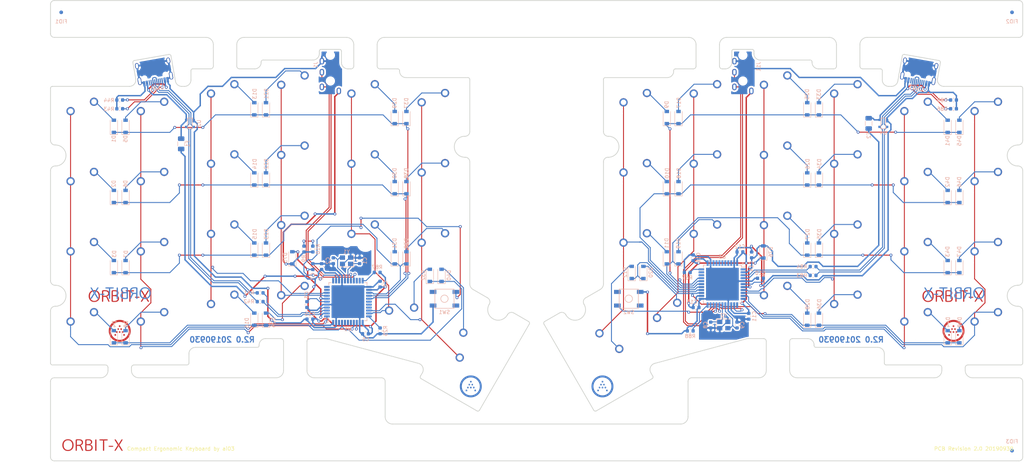
<source format=kicad_pcb>
(kicad_pcb (version 20171130) (host pcbnew "(5.1.4)-1")
  (layers (0 F.Cu signal) (31 B.Cu signal) (34 B.Paste user) (35 F.Paste user) (36 B.SilkS user) (37 F.SilkS user) (38 B.Mask user) (39 F.Mask user) (44 Edge.Cuts user))
  (net 0 "")
  (net 1 GND)
  (net 2 "Net-(C1-Pad1)")
  (net 3 "Net-(C2-Pad1)")
  (net 4 "Net-(C3-Pad1)")
  (net 5 +5V)
  (net 6 ROW0)
  (net 7 "Net-(D1-Pad2)")
  (net 8 "Net-(D2-Pad2)")
  (net 9 "Net-(D3-Pad2)")
  (net 10 "Net-(D4-Pad2)")
  (net 11 "Net-(D5-Pad2)")
  (net 12 "Net-(D6-Pad2)")
  (net 13 "Net-(D7-Pad2)")
  (net 14 "Net-(D8-Pad2)")
  (net 15 ROW1)
  (net 16 "Net-(D9-Pad2)")
  (net 17 "Net-(D10-Pad2)")
  (net 18 "Net-(D11-Pad2)")
  (net 19 "Net-(D12-Pad2)")
  (net 20 "Net-(D13-Pad2)")
  (net 21 "Net-(D14-Pad2)")
  (net 22 "Net-(D15-Pad2)")
  (net 23 ROW2)
  (net 24 "Net-(D16-Pad2)")
  (net 25 "Net-(D17-Pad2)")
  (net 26 "Net-(D18-Pad2)")
  (net 27 "Net-(D19-Pad2)")
  (net 28 "Net-(D20-Pad2)")
  (net 29 "Net-(D21-Pad2)")
  (net 30 ROW3)
  (net 31 "Net-(D22-Pad2)")
  (net 32 "Net-(D23-Pad2)")
  (net 33 "Net-(D24-Pad2)")
  (net 34 "Net-(D25-Pad2)")
  (net 35 "Net-(D26-Pad2)")
  (net 36 "Net-(D27-Pad2)")
  (net 37 "Net-(D28-Pad2)")
  (net 38 "Net-(D29-Pad2)")
  (net 39 "Net-(D30-Pad2)")
  (net 40 "Net-(D31-Pad2)")
  (net 41 "Net-(D32-Pad2)")
  (net 42 "Net-(D33-Pad2)")
  (net 43 "Net-(D34-Pad2)")
  (net 44 "Net-(D35-Pad2)")
  (net 45 VCC)
  (net 46 SCL)
  (net 47 SDA)
  (net 48 COL0)
  (net 49 COL1)
  (net 50 COL2)
  (net 51 COL3)
  (net 52 COL4)
  (net 53 COL5)
  (net 54 RESET)
  (net 55 "Net-(R25-Pad2)")
  (net 56 D+)
  (net 57 "Net-(R42-Pad2)")
  (net 58 D-)
  (net 59 "Net-(R43-Pad1)")
  (net 60 "Net-(R44-Pad1)")
  (net 61 "Net-(U1-Pad42)")
  (net 62 "Net-(U1-Pad20)")
  (net 63 "Net-(USB1-Pad9)")
  (net 64 "Net-(USB1-Pad3)")
  (net 65 "Net-(R41-Pad2)")
  (net 66 "Net-(C8-Pad1)")
  (net 67 GNDA)
  (net 68 "Net-(C9-Pad1)")
  (net 69 "Net-(C10-Pad1)")
  (net 70 +5VA)
  (net 71 "Net-(D36-Pad2)")
  (net 72 ROW0-R)
  (net 73 "Net-(D37-Pad2)")
  (net 74 "Net-(D38-Pad2)")
  (net 75 "Net-(D39-Pad2)")
  (net 76 "Net-(D40-Pad2)")
  (net 77 "Net-(D41-Pad2)")
  (net 78 "Net-(D42-Pad2)")
  (net 79 "Net-(D43-Pad2)")
  (net 80 ROW1-R)
  (net 81 "Net-(D44-Pad2)")
  (net 82 "Net-(D45-Pad2)")
  (net 83 "Net-(D46-Pad2)")
  (net 84 "Net-(D47-Pad2)")
  (net 85 "Net-(D48-Pad2)")
  (net 86 ROW2-R)
  (net 87 ROW3-R)
  (net 88 VDD)
  (net 89 SCL-R)
  (net 90 SDA-R)
  (net 91 RESET-R)
  (net 92 COL0-R)
  (net 93 COL1-R)
  (net 94 COL2-R)
  (net 95 COL3-R)
  (net 96 COL4-R)
  (net 97 COL5-R)
  (net 98 "Net-(R67-Pad2)")
  (net 99 D+-R)
  (net 100 "Net-(R83-Pad2)")
  (net 101 "Net-(R84-Pad2)")
  (net 102 D--R)
  (net 103 "Net-(R85-Pad1)")
  (net 104 "Net-(R86-Pad1)")
  (net 105 "Net-(U3-Pad42)")
  (net 106 "Net-(U3-Pad21)")
  (net 107 "Net-(U3-Pad20)")
  (net 108 "Net-(USB2-Pad9)")
  (net 109 "Net-(USB2-Pad3)")
  (net 110 HDETECT)
  (net 111 HDETECT-R)
  (net 112 VBUS)
  (net 113 VDC)
  (net 114 "Net-(U1-Pad21)")
  (net 115 "Net-(U1-Pad12)")
  (net 116 "Net-(U3-Pad37)")
  (net 117 "Net-(U3-Pad12)")
  (net 118 "Net-(U3-Pad38)")
  (net 119 "Net-(U1-Pad11)")
  (net 120 "Net-(U1-Pad10)")
  (net 121 "Net-(U1-Pad38)")
  (net 122 "Net-(U1-Pad39)")
  (net 123 "Net-(U1-Pad36)")
  (net 124 "Net-(U1-Pad40)")
  (net 125 "Net-(U1-Pad30)")
  (net 126 "Net-(U1-Pad29)")
  (net 127 "Net-(U1-Pad28)")
  (net 128 "Net-(U3-Pad1)")
  (net 129 "Net-(U3-Pad41)")
  (net 130 "Net-(U3-Pad40)")
  (net 131 "Net-(U3-Pad39)")
  (net 132 "Net-(U3-Pad36)")
  (net 133 "Net-(U3-Pad32)")
  (net 134 "Net-(U3-Pad31)")
  (module locallib:orbitx (layer F.Cu) (at 26.19375 135.73125)
    (fp_text reference G*** hide)
    (fp_text value LOGO hide)
    (fp_poly (pts (xy 4.967882 0.270394) (xy 5.135497 0.274915) (xy 5.251629 0.282751) (xy 5.320385 0.294148) (xy 5.342965 0.3048) (xy 5.375743 0.372077) (xy 5.368908 0.447969) (xy 5.325511 0.504371) (xy 5.321023 0.506949) (xy 5.270778 0.517944) (xy 5.170538 0.527029) (xy 5.030058 0.53367) (xy 4.859091 0.537332) (xy 4.756569 0.537882) (xy 4.568074 0.537257) (xy 4.429792 0.534761) (xy 4.332177 0.529462) (xy 4.265685 0.520427) (xy 4.22077 0.506726) (xy 4.187887 0.487425) (xy 4.180444 0.481628) (xy 4.133767 0.434178) (xy 4.130945 0.386883) (xy 4.14661 0.347157) (xy 4.182248 0.268941) (xy 4.744677 0.268941) (xy 4.967882 0.270394)) (layer F.Cu) (width 0.01))
    (fp_poly (pts (xy 7.888908 -1.462936) (xy 7.918341 -1.413972) (xy 7.918823 -1.405062) (xy 7.903534 -1.365219) (xy 7.860394 -1.282004) (xy 7.793497 -1.162556) (xy 7.706938 -1.014015) (xy 7.60481 -0.84352) (xy 7.491206 -0.658212) (xy 7.483029 -0.64503) (xy 7.047236 0.056969) (xy 7.485989 0.761222) (xy 7.601326 0.947443) (xy 7.706333 1.119071) (xy 7.796778 1.26902) (xy 7.868426 1.390203) (xy 7.917045 1.475535) (xy 7.938402 1.517928) (xy 7.938802 1.519237) (xy 7.929514 1.580153) (xy 7.903499 1.613965) (xy 7.862673 1.637143) (xy 7.810493 1.636002) (xy 7.729598 1.611878) (xy 7.689332 1.596199) (xy 7.653096 1.575202) (xy 7.616077 1.542431) (xy 7.573462 1.49143) (xy 7.520437 1.415744) (xy 7.452191 1.308917) (xy 7.363909 1.164493) (xy 7.25078 0.976016) (xy 7.231529 0.943812) (xy 7.126829 0.770782) (xy 7.031016 0.616534) (xy 6.948605 0.488006) (xy 6.884108 0.392134) (xy 6.842038 0.335855) (xy 6.828117 0.323752) (xy 6.805026 0.349862) (xy 6.756633 0.420363) (xy 6.687589 0.527925) (xy 6.602545 0.66522) (xy 6.506151 0.824922) (xy 6.450436 0.918881) (xy 6.312635 1.148624) (xy 6.199927 1.327366) (xy 6.110656 1.45755) (xy 6.043167 1.541619) (xy 6.005252 1.576294) (xy 5.901567 1.632153) (xy 5.822073 1.637504) (xy 5.77327 1.607671) (xy 5.741317 1.552736) (xy 5.737412 1.529843) (xy 5.752668 1.494297) (xy 5.795708 1.415173) (xy 5.86244 1.299445) (xy 5.948771 1.154087) (xy 6.050609 0.986075) (xy 6.163861 0.802384) (xy 6.170706 0.791376) (xy 6.284489 0.607015) (xy 6.387097 0.437954) (xy 6.474439 0.291165) (xy 6.542422 0.173616) (xy 6.586955 0.092277) (xy 6.603946 0.054118) (xy 6.604 0.053371) (xy 6.588706 0.017453) (xy 6.545716 -0.061526) (xy 6.479367 -0.176173) (xy 6.393996 -0.319096) (xy 6.293941 -0.482901) (xy 6.212482 -0.614034) (xy 6.076474 -0.831516) (xy 5.969081 -1.004014) (xy 5.887318 -1.137276) (xy 5.828203 -1.237047) (xy 5.788753 -1.309075) (xy 5.765984 -1.359105) (xy 5.756913 -1.392883) (xy 5.758557 -1.416157) (xy 5.767934 -1.434672) (xy 5.778732 -1.449557) (xy 5.837129 -1.483978) (xy 5.921849 -1.483957) (xy 6.012965 -1.452904) (xy 6.088443 -1.396542) (xy 6.122673 -1.350653) (xy 6.181383 -1.262444) (xy 6.258727 -1.141098) (xy 6.348862 -0.995794) (xy 6.445943 -0.835717) (xy 6.454303 -0.821765) (xy 6.550785 -0.660832) (xy 6.639368 -0.513531) (xy 6.714491 -0.389073) (xy 6.770592 -0.29667) (xy 6.80211 -0.245536) (xy 6.80355 -0.243274) (xy 6.819017 -0.222229) (xy 6.835385 -0.213978) (xy 6.85685 -0.22397) (xy 6.887606 -0.257653) (xy 6.931848 -0.320475) (xy 6.993773 -0.417882) (xy 7.077575 -0.555324) (xy 7.18745 -0.738248) (xy 7.196998 -0.754186) (xy 7.299662 -0.92469) (xy 7.394255 -1.080152) (xy 7.475753 -1.212446) (xy 7.539134 -1.313449) (xy 7.579374 -1.375036) (xy 7.588889 -1.388084) (xy 7.659297 -1.44576) (xy 7.743416 -1.478009) (xy 7.825277 -1.484008) (xy 7.888908 -1.462936)) (layer F.Cu) (width 0.01))
    (fp_poly (pts (xy 3.043725 -1.494022) (xy 3.26917 -1.493508) (xy 3.446936 -1.492238) (xy 3.583066 -1.489872) (xy 3.683602 -1.486072) (xy 3.754586 -1.480499) (xy 3.802063 -1.472814) (xy 3.832073 -1.462678) (xy 3.850661 -1.449752) (xy 3.863868 -1.433698) (xy 3.864767 -1.43242) (xy 3.894414 -1.348331) (xy 3.871041 -1.272322) (xy 3.80397 -1.222884) (xy 3.74768 -1.212582) (xy 3.645335 -1.204029) (xy 3.510638 -1.198021) (xy 3.357291 -1.195357) (xy 3.329937 -1.195294) (xy 2.92847 -1.195294) (xy 2.92847 0.164353) (xy 2.928392 0.484885) (xy 2.928007 0.750995) (xy 2.927089 0.968028) (xy 2.925415 1.141328) (xy 2.922759 1.276236) (xy 2.918897 1.378099) (xy 2.913602 1.452258) (xy 2.906651 1.504057) (xy 2.897817 1.538841) (xy 2.886877 1.561952) (xy 2.873605 1.578735) (xy 2.868706 1.583765) (xy 2.799546 1.634543) (xy 2.732452 1.633966) (xy 2.666178 1.597011) (xy 2.599765 1.550493) (xy 2.599765 -1.195294) (xy 2.188882 -1.195735) (xy 1.987301 -1.198753) (xy 1.837997 -1.208497) (xy 1.733689 -1.226737) (xy 1.667093 -1.255246) (xy 1.63093 -1.295795) (xy 1.619527 -1.334259) (xy 1.6322 -1.40492) (xy 1.659015 -1.445569) (xy 1.67741 -1.458539) (xy 1.707943 -1.469005) (xy 1.756558 -1.477229) (xy 1.8292 -1.483473) (xy 1.931813 -1.487997) (xy 2.070341 -1.491063) (xy 2.250729 -1.492931) (xy 2.478921 -1.493862) (xy 2.760861 -1.494118) (xy 2.764557 -1.494118) (xy 3.043725 -1.494022)) (layer F.Cu) (width 0.01))
    (fp_poly (pts (xy 0.787251 -1.439471) (xy 0.79859 -1.42247) (xy 0.80807 -1.395346) (xy 0.815854 -1.353063) (xy 0.822105 -1.290586) (xy 0.826988 -1.202879) (xy 0.830666 -1.084908) (xy 0.833302 -0.931638) (xy 0.835061 -0.738032) (xy 0.836104 -0.499055) (xy 0.836597 -0.209673) (xy 0.836706 0.082835) (xy 0.836706 1.550493) (xy 0.770292 1.597011) (xy 0.69542 1.637061) (xy 0.632131 1.63176) (xy 0.563604 1.586405) (xy 0.493059 1.52928) (xy 0.493059 0.080483) (xy 0.49315 -0.251689) (xy 0.493554 -0.529266) (xy 0.494465 -0.757416) (xy 0.496079 -0.941307) (xy 0.498588 -1.086108) (xy 0.502189 -1.196987) (xy 0.507076 -1.279113) (xy 0.513443 -1.337656) (xy 0.521485 -1.377782) (xy 0.531397 -1.404662) (xy 0.543374 -1.423463) (xy 0.549984 -1.431216) (xy 0.630713 -1.484794) (xy 0.71734 -1.485313) (xy 0.787251 -1.439471)) (layer F.Cu) (width 0.01))
    (fp_poly (pts (xy -4.013122 -1.518577) (xy -3.964823 -1.51701) (xy -3.731964 -1.504315) (xy -3.54559 -1.481637) (xy -3.392779 -1.445551) (xy -3.260613 -1.392634) (xy -3.136172 -1.319459) (xy -3.086119 -1.284084) (xy -2.957809 -1.15408) (xy -2.868372 -0.987163) (xy -2.820672 -0.794117) (xy -2.817571 -0.585727) (xy -2.852418 -0.403623) (xy -2.897962 -0.282264) (xy -2.964422 -0.179821) (xy -3.051943 -0.085806) (xy -3.129543 -0.013373) (xy -3.191566 0.038759) (xy -3.22505 0.059728) (xy -3.225637 0.059765) (xy -3.266489 0.070417) (xy -3.338342 0.096943) (xy -3.361834 0.106543) (xy -3.473789 0.153321) (xy -3.39897 0.233543) (xy -3.335952 0.310175) (xy -3.267798 0.405967) (xy -3.246747 0.438734) (xy -3.211385 0.504547) (xy -3.161349 0.609208) (xy -3.101204 0.741912) (xy -3.035519 0.891858) (xy -2.968858 1.048242) (xy -2.90579 1.200262) (xy -2.850881 1.337115) (xy -2.808698 1.447998) (xy -2.783806 1.522107) (xy -2.779059 1.545089) (xy -2.804316 1.59601) (xy -2.867354 1.623795) (xy -2.949071 1.623645) (xy -3.009753 1.603031) (xy -3.044363 1.579871) (xy -3.0781 1.542861) (xy -3.115172 1.484161) (xy -3.159784 1.395934) (xy -3.216142 1.270342) (xy -3.288453 1.099546) (xy -3.31763 1.029278) (xy -3.410933 0.808472) (xy -3.489062 0.637277) (xy -3.55707 0.509067) (xy -3.620013 0.417215) (xy -3.682943 0.355096) (xy -3.750914 0.316083) (xy -3.828981 0.29355) (xy -3.885409 0.284859) (xy -4.005726 0.275661) (xy -4.149896 0.272265) (xy -4.258235 0.274393) (xy -4.467412 0.283882) (xy -4.482353 0.921349) (xy -4.48769 1.13348) (xy -4.492984 1.293794) (xy -4.499089 1.41023) (xy -4.506856 1.490728) (xy -4.517137 1.54323) (xy -4.530785 1.575674) (xy -4.54865 1.596001) (xy -4.5553 1.601172) (xy -4.624427 1.638348) (xy -4.687138 1.63116) (xy -4.744645 1.597011) (xy -4.811059 1.550493) (xy -4.811059 -0.777683) (xy -4.482855 -0.777683) (xy -4.482353 -0.592698) (xy -4.482353 0.007796) (xy -4.086412 -0.006258) (xy -3.909733 -0.014242) (xy -3.7786 -0.02511) (xy -3.678799 -0.04098) (xy -3.596119 -0.063968) (xy -3.533371 -0.088635) (xy -3.360816 -0.19148) (xy -3.236048 -0.326829) (xy -3.162006 -0.489935) (xy -3.141628 -0.676051) (xy -3.144376 -0.716925) (xy -3.183665 -0.885607) (xy -3.268541 -1.019763) (xy -3.403755 -1.126021) (xy -3.458675 -1.155333) (xy -3.538564 -1.191457) (xy -3.613763 -1.216118) (xy -3.699899 -1.232092) (xy -3.812599 -1.242159) (xy -3.96749 -1.249096) (xy -3.990515 -1.249879) (xy -4.149497 -1.255963) (xy -4.270092 -1.257536) (xy -4.357574 -1.247554) (xy -4.417217 -1.218969) (xy -4.454293 -1.164735) (xy -4.474076 -1.077807) (xy -4.481839 -0.951138) (xy -4.482855 -0.777683) (xy -4.811059 -0.777683) (xy -4.811059 -1.336556) (xy -4.733713 -1.413902) (xy -4.67979 -1.456886) (xy -4.610796 -1.488126) (xy -4.518181 -1.508768) (xy -4.393397 -1.51996) (xy -4.227894 -1.522848) (xy -4.013122 -1.518577)) (layer F.Cu) (width 0.01))
    (fp_poly (pts (xy -1.28886 -1.506094) (xy -1.144121 -1.502609) (xy -1.03612 -1.495866) (xy -0.953348 -1.484722) (xy -0.884297 -1.468036) (xy -0.817456 -1.444666) (xy -0.806824 -1.440479) (xy -0.615262 -1.339942) (xy -0.474812 -1.209672) (xy -0.383104 -1.046609) (xy -0.337766 -0.847691) (xy -0.336325 -0.83297) (xy -0.331622 -0.719116) (xy -0.346202 -0.627534) (xy -0.386191 -0.526184) (xy -0.40082 -0.495682) (xy -0.51177 -0.331026) (xy -0.661366 -0.200555) (xy -0.835559 -0.116393) (xy -0.842909 -0.11414) (xy -0.913766 -0.083444) (xy -0.936338 -0.053653) (xy -0.908071 -0.033587) (xy -0.867302 -0.029882) (xy -0.780773 -0.012662) (xy -0.668771 0.032183) (xy -0.552076 0.094429) (xy -0.451468 0.163851) (xy -0.423205 0.188616) (xy -0.298311 0.338811) (xy -0.225163 0.50648) (xy -0.19825 0.704543) (xy -0.198003 0.7165) (xy -0.208938 0.926764) (xy -0.252698 1.099135) (xy -0.334805 1.248883) (xy -0.431536 1.362374) (xy -0.537047 1.460113) (xy -0.643416 1.534097) (xy -0.761431 1.587645) (xy -0.901878 1.624077) (xy -1.075545 1.646711) (xy -1.293219 1.658865) (xy -1.404471 1.661725) (xy -1.57367 1.663214) (xy -1.729602 1.661281) (xy -1.858837 1.656332) (xy -1.947947 1.648776) (xy -1.971763 1.644537) (xy -2.064684 1.603212) (xy -2.142986 1.540312) (xy -2.143586 1.539618) (xy -2.211294 1.460903) (xy -2.211294 0.089647) (xy -1.882588 0.089647) (xy -1.882588 0.718139) (xy -1.88243 0.926976) (xy -1.881419 1.083899) (xy -1.878749 1.196758) (xy -1.873615 1.273404) (xy -1.865213 1.321687) (xy -1.852736 1.349458) (xy -1.83538 1.364568) (xy -1.815353 1.373657) (xy -1.743389 1.388815) (xy -1.628691 1.398127) (xy -1.488003 1.401631) (xy -1.338064 1.399368) (xy -1.195616 1.391377) (xy -1.077402 1.377698) (xy -1.046069 1.371837) (xy -0.857471 1.303737) (xy -0.706466 1.191751) (xy -0.598041 1.041984) (xy -0.537187 0.860541) (xy -0.525537 0.734914) (xy -0.544945 0.553822) (xy -0.607932 0.404232) (xy -0.716329 0.285034) (xy -0.871966 0.195117) (xy -1.076674 0.133371) (xy -1.332284 0.098684) (xy -1.589253 0.089647) (xy -1.882588 0.089647) (xy -2.211294 0.089647) (xy -2.211294 0.089387) (xy -2.210653 -0.284144) (xy -2.208706 -0.599429) (xy -2.20542 -0.857971) (xy -2.204744 -0.887482) (xy -1.882841 -0.887482) (xy -1.882588 -0.706164) (xy -1.881423 -0.541277) (xy -1.878202 -0.397782) (xy -1.873336 -0.286136) (xy -1.867236 -0.216795) (xy -1.862667 -0.199216) (xy -1.82046 -0.187215) (xy -1.733592 -0.180913) (xy -1.616867 -0.180037) (xy -1.485091 -0.184315) (xy -1.353067 -0.193473) (xy -1.2356 -0.207239) (xy -1.211058 -0.211226) (xy -1.000597 -0.267991) (xy -0.839229 -0.355868) (xy -0.728072 -0.473809) (xy -0.668246 -0.620767) (xy -0.657412 -0.729532) (xy -0.67773 -0.898439) (xy -0.741654 -1.029773) (xy -0.853641 -1.131113) (xy -0.913457 -1.165237) (xy -0.987974 -1.198992) (xy -1.063306 -1.221831) (xy -1.155028 -1.236436) (xy -1.278716 -1.245491) (xy -1.40823 -1.250451) (xy -1.574293 -1.255802) (xy -1.696358 -1.254987) (xy -1.781171 -1.240266) (xy -1.835479 -1.203896) (xy -1.866028 -1.138137) (xy -1.879567 -1.035246) (xy -1.882841 -0.887482) (xy -2.204744 -0.887482) (xy -2.200758 -1.061275) (xy -2.194687 -1.210846) (xy -2.187173 -1.308188) (xy -2.17818 -1.354805) (xy -2.178111 -1.354958) (xy -2.148239 -1.407255) (xy -2.107309 -1.446341) (xy -2.04701 -1.474037) (xy -1.959031 -1.492163) (xy -1.835059 -1.502539) (xy -1.666784 -1.506986) (xy -1.481847 -1.507462) (xy -1.28886 -1.506094)) (layer F.Cu) (width 0.01))
    (fp_poly (pts (xy -6.611896 -1.505033) (xy -6.349704 -1.446008) (xy -6.118214 -1.343741) (xy -5.909262 -1.195045) (xy -5.797793 -1.089001) (xy -5.631297 -0.886844) (xy -5.509772 -0.670172) (xy -5.430375 -0.430312) (xy -5.390263 -0.158589) (xy -5.386595 0.153671) (xy -5.387044 0.164353) (xy -5.407436 0.425484) (xy -5.446999 0.642288) (xy -5.510912 0.828543) (xy -5.604356 0.998026) (xy -5.73251 1.164514) (xy -5.785126 1.223119) (xy -5.972452 1.388387) (xy -6.193881 1.523317) (xy -6.429485 1.616822) (xy -6.540844 1.643566) (xy -6.727375 1.665213) (xy -6.938694 1.669344) (xy -7.147427 1.656538) (xy -7.326201 1.627372) (xy -7.32797 1.626945) (xy -7.591914 1.535169) (xy -7.825009 1.393671) (xy -7.977509 1.259053) (xy -8.160258 1.032566) (xy -8.296523 0.772609) (xy -8.384848 0.485011) (xy -8.423343 0.179037) (xy -8.075899 0.179037) (xy -8.042551 0.447743) (xy -7.970801 0.692231) (xy -7.932786 0.776941) (xy -7.80411 0.976657) (xy -7.6378 1.147437) (xy -7.445698 1.279687) (xy -7.239646 1.363816) (xy -7.194998 1.374622) (xy -7.003989 1.396559) (xy -6.793212 1.390656) (xy -6.587337 1.359238) (xy -6.411036 1.304629) (xy -6.399871 1.299742) (xy -6.216279 1.189427) (xy -6.046681 1.035606) (xy -5.90698 0.854507) (xy -5.838317 0.726656) (xy -5.7973 0.611488) (xy -5.759186 0.466209) (xy -5.731591 0.320288) (xy -5.729584 0.305902) (xy -5.713331 0.004912) (xy -5.745379 -0.277678) (xy -5.823186 -0.536223) (xy -5.944211 -0.765078) (xy -6.105911 -0.958598) (xy -6.305743 -1.111138) (xy -6.387712 -1.155513) (xy -6.470114 -1.193154) (xy -6.543471 -1.217539) (xy -6.624749 -1.23152) (xy -6.730912 -1.237948) (xy -6.878927 -1.239675) (xy -6.888511 -1.23969) (xy -7.036718 -1.238804) (xy -7.142677 -1.233535) (xy -7.223892 -1.220651) (xy -7.29787 -1.196918) (xy -7.382115 -1.159103) (xy -7.416975 -1.142086) (xy -7.599794 -1.027737) (xy -7.763514 -0.87939) (xy -7.892433 -0.712721) (xy -7.944247 -0.61571) (xy -8.026876 -0.368357) (xy -8.070717 -0.098219) (xy -8.075899 0.179037) (xy -8.423343 0.179037) (xy -8.423776 0.175601) (xy -8.411852 -0.149793) (xy -8.379656 -0.350403) (xy -8.291698 -0.642789) (xy -8.158177 -0.898233) (xy -7.98257 -1.113952) (xy -7.768356 -1.287164) (xy -7.51901 -1.415087) (xy -7.238011 -1.494938) (xy -6.928835 -1.523935) (xy -6.912958 -1.524) (xy -6.611896 -1.505033)) (layer F.Cu) (width 0.01))
  )
  (module locallib:ai-ring-6mm-Combined (layer B.Cu) (at 164.30625 119.85625 180)
    (fp_text reference G*** hide)
    (fp_text value LOGO hide)
    (fp_poly (pts (xy 0.1905 1.0795) (xy -0.214312 1.0795) (xy -0.214312 1.484312) (xy 0.1905 1.484312) (xy 0.1905 1.0795)) (layer B.Cu) (width 0.01))
    (fp_poly (pts (xy 0.595313 0.293687) (xy 0.1905 0.293687) (xy 0.1905 0.674687) (xy 0.595313 0.674687) (xy 0.595313 0.293687)) (layer B.Cu) (width 0.01))
    (fp_poly (pts (xy -0.214312 0.293687) (xy -0.595312 0.293687) (xy -0.595312 0.674687) (xy -0.214312 0.674687) (xy -0.214312 0.293687)) (layer B.Cu) (width 0.01))
    (fp_poly (pts (xy 0.976313 -0.515938) (xy 0.595313 -0.515938) (xy 0.595313 -0.111125) (xy 0.976313 -0.111125) (xy 0.976313 -0.515938)) (layer B.Cu) (width 0.01))
    (fp_poly (pts (xy 0.1905 -0.515938) (xy -0.214312 -0.515938) (xy -0.214312 -0.111125) (xy 0.1905 -0.111125) (xy 0.1905 -0.515938)) (layer B.Cu) (width 0.01))
    (fp_poly (pts (xy -0.595312 -0.515938) (xy -1.000125 -0.515938) (xy -1.000125 -0.111125) (xy -0.595312 -0.111125) (xy -0.595312 -0.515938)) (layer B.Cu) (width 0.01))
    (fp_poly (pts (xy 1.381125 -1.30175) (xy 0.976313 -1.30175) (xy 0.976313 -0.896938) (xy 1.381125 -0.896938) (xy 1.381125 -1.30175)) (layer B.Cu) (width 0.01))
    (fp_poly (pts (xy -1.000125 -1.30175) (xy -1.404937 -1.30175) (xy -1.404937 -0.896938) (xy -1.000125 -0.896938) (xy -1.000125 -1.30175)) (layer B.Cu) (width 0.01))
    (fp_poly (pts (xy 0.003969 2.971955) (xy 0.128087 2.970585) (xy 0.239799 2.966428) (xy 0.342392 2.959081) (xy 0.439156 2.94814) (xy 0.533378 2.933202) (xy 0.628347 2.913863) (xy 0.727351 2.889719) (xy 0.77263 2.877582) (xy 0.981177 2.812344) (xy 1.183265 2.733008) (xy 1.378128 2.639972) (xy 1.564999 2.533632) (xy 1.743114 2.414384) (xy 1.89526 2.296383) (xy 2.052928 2.155658) (xy 2.200265 2.004213) (xy 2.336586 1.843115) (xy 2.461208 1.673433) (xy 2.573447 1.496234) (xy 2.67262 1.312584) (xy 2.758042 1.123553) (xy 2.82903 0.930207) (xy 2.877784 0.762197) (xy 2.910855 0.622211) (xy 2.936215 0.490275) (xy 2.954607 0.361003) (xy 2.966775 0.229007) (xy 2.973461 0.0889) (xy 2.974114 0.0635) (xy 2.971395 -0.154797) (xy 2.9532 -0.36958) (xy 2.919535 -0.580821) (xy 2.870406 -0.788489) (xy 2.805819 -0.992555) (xy 2.741622 -1.156487) (xy 2.713539 -1.221752) (xy 2.689477 -1.27591) (xy 2.667608 -1.322613) (xy 2.646107 -1.365513) (xy 2.623146 -1.408263) (xy 2.5969 -1.454515) (xy 2.567775 -1.504156) (xy 2.448556 -1.690427) (xy 2.318452 -1.865153) (xy 2.177329 -2.028465) (xy 2.025055 -2.180496) (xy 1.861497 -2.32138) (xy 1.686524 -2.451248) (xy 1.504156 -2.567775) (xy 1.451327 -2.598744) (xy 1.405414 -2.624721) (xy 1.362765 -2.647531) (xy 1.319728 -2.669001) (xy 1.272651 -2.690957) (xy 1.217881 -2.715225) (xy 1.156487 -2.741622) (xy 1.060254 -2.781169) (xy 0.971536 -2.814208) (xy 0.884422 -2.842695) (xy 0.792998 -2.868589) (xy 0.710406 -2.889322) (xy 0.54589 -2.924876) (xy 0.388795 -2.950553) (xy 0.234567 -2.966893) (xy 0.078649 -2.974436) (xy -0.011906 -2.975013) (xy -0.063125 -2.974498) (xy -0.111246 -2.973793) (xy -0.153126 -2.97296) (xy -0.185622 -2.972063) (xy -0.20559 -2.971165) (xy -0.206375 -2.971109) (xy -0.422549 -2.947157) (xy -0.635306 -2.90817) (xy -0.843787 -2.854467) (xy -1.047132 -2.786363) (xy -1.244484 -2.704176) (xy -1.434982 -2.608225) (xy -1.617768 -2.498826) (xy -1.768724 -2.393796) (xy -1.941651 -2.255449) (xy -2.102335 -2.107088) (xy -2.250549 -1.949039) (xy -2.386071 -1.781632) (xy -2.508676 -1.605194) (xy -2.618139 -1.420052) (xy -2.714237 -1.226535) (xy -2.796744 -1.024971) (xy -2.865437 -0.815688) (xy -2.877582 -0.77263) (xy -2.903948 -0.670835) (xy -2.925333 -0.574511) (xy -2.942141 -0.480367) (xy -2.954775 -0.385117) (xy -2.96364 -0.28547) (xy -2.969138 -0.17814) (xy -2.971674 -0.059836) (xy -2.971955 -0.003969) (xy -2.97128 0.051392) (xy -2.439206 0.051392) (xy -2.439103 -0.028746) (xy -2.437437 -0.10841) (xy -2.434241 -0.183537) (xy -2.429544 -0.25006) (xy -2.425824 -0.28575) (xy -2.39395 -0.483048) (xy -2.347299 -0.674663) (xy -2.286049 -0.860222) (xy -2.210381 -1.039349) (xy -2.120473 -1.211669) (xy -2.016506 -1.376809) (xy -1.898659 -1.534393) (xy -1.767112 -1.684047) (xy -1.744776 -1.70726) (xy -1.610542 -1.834334) (xy -1.46484 -1.95227) (xy -1.310369 -2.05909) (xy -1.149831 -2.152816) (xy -1.104042 -2.176504) (xy -1.029634 -2.213153) (xy -0.964393 -2.243372) (xy -0.903896 -2.26894) (xy -0.843722 -2.291634) (xy -0.779449 -2.313233) (xy -0.714375 -2.333227) (xy -0.525162 -2.38264) (xy -0.339411 -2.417091) (xy -0.155673 -2.436714) (xy 0.027503 -2.441642) (xy 0.211564 -2.432011) (xy 0.278106 -2.425031) (xy 0.465438 -2.396087) (xy 0.645019 -2.354278) (xy 0.819357 -2.298854) (xy 0.990959 -2.229064) (xy 1.087916 -2.182866) (xy 1.258548 -2.089447) (xy 1.417964 -1.985712) (xy 1.566922 -1.870974) (xy 1.706179 -1.74455) (xy 1.836494 -1.605754) (xy 1.958624 -1.453903) (xy 2.066892 -1.298259) (xy 2.092018 -1.257068) (xy 2.121341 -1.20494) (xy 2.153041 -1.145496) (xy 2.185299 -1.082356) (xy 2.216293 -1.01914) (xy 2.244206 -0.959467) (xy 2.267215 -0.906957) (xy 2.280653 -0.873125) (xy 2.34352 -0.681584) (xy 2.390916 -0.488845) (xy 2.4228 -0.29545) (xy 2.43913 -0.10194) (xy 2.439868 0.091143) (xy 2.424972 0.283258) (xy 2.394402 0.473864) (xy 2.384599 0.519906) (xy 2.35095 0.656199) (xy 2.312642 0.782382) (xy 2.267704 0.903993) (xy 2.214163 1.026568) (xy 2.176504 1.104042) (xy 2.082799 1.27289) (xy 1.975974 1.433327) (xy 1.856798 1.584632) (xy 1.726037 1.726086) (xy 1.58446 1.856969) (xy 1.432834 1.97656) (xy 1.271927 2.08414) (xy 1.102507 2.178989) (xy 0.958325 2.24652) (xy 0.786697 2.312915) (xy 0.614143 2.364913) (xy 0.438656 2.402922) (xy 0.258226 2.427349) (xy 0.070845 2.438603) (xy 0.007938 2.439493) (xy -0.190157 2.433123) (xy -0.381785 2.412478) (xy -0.567719 2.377327) (xy -0.748735 2.327433) (xy -0.925606 2.262565) (xy -1.099106 2.182487) (xy -1.270009 2.086965) (xy -1.370706 2.022756) (xy -1.510139 1.921228) (xy -1.644337 1.806722) (xy -1.771659 1.681161) (xy -1.890465 1.546469) (xy -1.999114 1.404569) (xy -2.095965 1.257385) (xy -2.179378 1.106839) (xy -2.214174 1.03392) (xy -2.275577 0.889061) (xy -2.325808 0.749822) (xy -2.366065 0.611874) (xy -2.397544 0.470886) (xy -2.421444 0.322529) (xy -2.429845 0.254) (xy -2.434608 0.19683) (xy -2.437718 0.127939) (xy -2.439206 0.051392) (xy -2.97128 0.051392) (xy -2.97021 0.139027) (xy -2.964336 0.269894) (xy -2.953762 0.391975) (xy -2.937915 0.508615) (xy -2.916223 0.623156) (xy -2.888113 0.738941) (xy -2.853014 0.859313) (xy -2.810353 0.987616) (xy -2.794659 1.031875) (xy -2.716274 1.226594) (xy -2.623434 1.414928) (xy -2.516328 1.596615) (xy -2.395148 1.771392) (xy -2.260083 1.938997) (xy -2.111326 2.099167) (xy -1.949067 2.25164) (xy -1.842229 2.341821) (xy -1.7564 2.407314) (xy -1.658861 2.47464) (xy -1.553252 2.541588) (xy -1.443214 2.605945) (xy -1.332387 2.6655) (xy -1.224411 2.718042) (xy -1.218406 2.720785) (xy -1.148446 2.750658) (xy -1.067265 2.782044) (xy -0.979233 2.813464) (xy -0.888721 2.843438) (xy -0.800099 2.870489) (xy -0.717736 2.893136) (xy -0.68585 2.901029) (xy -0.592625 2.921797) (xy -0.503651 2.938457) (xy -0.415647 2.951348) (xy -0.325331 2.960805) (xy -0.229422 2.967168) (xy -0.12464 2.970772) (xy -0.007705 2.971956) (xy 0.003969 2.971955)) (layer B.Cu) (width 0.01))
  )
  (module locallib:ai-ring-6mm-Combined (layer B.Cu) (at 128.5875 119.85625 180)
    (fp_text reference G*** hide)
    (fp_text value LOGO hide)
    (fp_poly (pts (xy 0.1905 1.0795) (xy -0.214312 1.0795) (xy -0.214312 1.484312) (xy 0.1905 1.484312) (xy 0.1905 1.0795)) (layer B.Cu) (width 0.01))
    (fp_poly (pts (xy 0.595313 0.293687) (xy 0.1905 0.293687) (xy 0.1905 0.674687) (xy 0.595313 0.674687) (xy 0.595313 0.293687)) (layer B.Cu) (width 0.01))
    (fp_poly (pts (xy -0.214312 0.293687) (xy -0.595312 0.293687) (xy -0.595312 0.674687) (xy -0.214312 0.674687) (xy -0.214312 0.293687)) (layer B.Cu) (width 0.01))
    (fp_poly (pts (xy 0.976313 -0.515938) (xy 0.595313 -0.515938) (xy 0.595313 -0.111125) (xy 0.976313 -0.111125) (xy 0.976313 -0.515938)) (layer B.Cu) (width 0.01))
    (fp_poly (pts (xy 0.1905 -0.515938) (xy -0.214312 -0.515938) (xy -0.214312 -0.111125) (xy 0.1905 -0.111125) (xy 0.1905 -0.515938)) (layer B.Cu) (width 0.01))
    (fp_poly (pts (xy -0.595312 -0.515938) (xy -1.000125 -0.515938) (xy -1.000125 -0.111125) (xy -0.595312 -0.111125) (xy -0.595312 -0.515938)) (layer B.Cu) (width 0.01))
    (fp_poly (pts (xy 1.381125 -1.30175) (xy 0.976313 -1.30175) (xy 0.976313 -0.896938) (xy 1.381125 -0.896938) (xy 1.381125 -1.30175)) (layer B.Cu) (width 0.01))
    (fp_poly (pts (xy -1.000125 -1.30175) (xy -1.404937 -1.30175) (xy -1.404937 -0.896938) (xy -1.000125 -0.896938) (xy -1.000125 -1.30175)) (layer B.Cu) (width 0.01))
    (fp_poly (pts (xy 0.003969 2.971955) (xy 0.128087 2.970585) (xy 0.239799 2.966428) (xy 0.342392 2.959081) (xy 0.439156 2.94814) (xy 0.533378 2.933202) (xy 0.628347 2.913863) (xy 0.727351 2.889719) (xy 0.77263 2.877582) (xy 0.981177 2.812344) (xy 1.183265 2.733008) (xy 1.378128 2.639972) (xy 1.564999 2.533632) (xy 1.743114 2.414384) (xy 1.89526 2.296383) (xy 2.052928 2.155658) (xy 2.200265 2.004213) (xy 2.336586 1.843115) (xy 2.461208 1.673433) (xy 2.573447 1.496234) (xy 2.67262 1.312584) (xy 2.758042 1.123553) (xy 2.82903 0.930207) (xy 2.877784 0.762197) (xy 2.910855 0.622211) (xy 2.936215 0.490275) (xy 2.954607 0.361003) (xy 2.966775 0.229007) (xy 2.973461 0.0889) (xy 2.974114 0.0635) (xy 2.971395 -0.154797) (xy 2.9532 -0.36958) (xy 2.919535 -0.580821) (xy 2.870406 -0.788489) (xy 2.805819 -0.992555) (xy 2.741622 -1.156487) (xy 2.713539 -1.221752) (xy 2.689477 -1.27591) (xy 2.667608 -1.322613) (xy 2.646107 -1.365513) (xy 2.623146 -1.408263) (xy 2.5969 -1.454515) (xy 2.567775 -1.504156) (xy 2.448556 -1.690427) (xy 2.318452 -1.865153) (xy 2.177329 -2.028465) (xy 2.025055 -2.180496) (xy 1.861497 -2.32138) (xy 1.686524 -2.451248) (xy 1.504156 -2.567775) (xy 1.451327 -2.598744) (xy 1.405414 -2.624721) (xy 1.362765 -2.647531) (xy 1.319728 -2.669001) (xy 1.272651 -2.690957) (xy 1.217881 -2.715225) (xy 1.156487 -2.741622) (xy 1.060254 -2.781169) (xy 0.971536 -2.814208) (xy 0.884422 -2.842695) (xy 0.792998 -2.868589) (xy 0.710406 -2.889322) (xy 0.54589 -2.924876) (xy 0.388795 -2.950553) (xy 0.234567 -2.966893) (xy 0.078649 -2.974436) (xy -0.011906 -2.975013) (xy -0.063125 -2.974498) (xy -0.111246 -2.973793) (xy -0.153126 -2.97296) (xy -0.185622 -2.972063) (xy -0.20559 -2.971165) (xy -0.206375 -2.971109) (xy -0.422549 -2.947157) (xy -0.635306 -2.90817) (xy -0.843787 -2.854467) (xy -1.047132 -2.786363) (xy -1.244484 -2.704176) (xy -1.434982 -2.608225) (xy -1.617768 -2.498826) (xy -1.768724 -2.393796) (xy -1.941651 -2.255449) (xy -2.102335 -2.107088) (xy -2.250549 -1.949039) (xy -2.386071 -1.781632) (xy -2.508676 -1.605194) (xy -2.618139 -1.420052) (xy -2.714237 -1.226535) (xy -2.796744 -1.024971) (xy -2.865437 -0.815688) (xy -2.877582 -0.77263) (xy -2.903948 -0.670835) (xy -2.925333 -0.574511) (xy -2.942141 -0.480367) (xy -2.954775 -0.385117) (xy -2.96364 -0.28547) (xy -2.969138 -0.17814) (xy -2.971674 -0.059836) (xy -2.971955 -0.003969) (xy -2.97128 0.051392) (xy -2.439206 0.051392) (xy -2.439103 -0.028746) (xy -2.437437 -0.10841) (xy -2.434241 -0.183537) (xy -2.429544 -0.25006) (xy -2.425824 -0.28575) (xy -2.39395 -0.483048) (xy -2.347299 -0.674663) (xy -2.286049 -0.860222) (xy -2.210381 -1.039349) (xy -2.120473 -1.211669) (xy -2.016506 -1.376809) (xy -1.898659 -1.534393) (xy -1.767112 -1.684047) (xy -1.744776 -1.70726) (xy -1.610542 -1.834334) (xy -1.46484 -1.95227) (xy -1.310369 -2.05909) (xy -1.149831 -2.152816) (xy -1.104042 -2.176504) (xy -1.029634 -2.213153) (xy -0.964393 -2.243372) (xy -0.903896 -2.26894) (xy -0.843722 -2.291634) (xy -0.779449 -2.313233) (xy -0.714375 -2.333227) (xy -0.525162 -2.38264) (xy -0.339411 -2.417091) (xy -0.155673 -2.436714) (xy 0.027503 -2.441642) (xy 0.211564 -2.432011) (xy 0.278106 -2.425031) (xy 0.465438 -2.396087) (xy 0.645019 -2.354278) (xy 0.819357 -2.298854) (xy 0.990959 -2.229064) (xy 1.087916 -2.182866) (xy 1.258548 -2.089447) (xy 1.417964 -1.985712) (xy 1.566922 -1.870974) (xy 1.706179 -1.74455) (xy 1.836494 -1.605754) (xy 1.958624 -1.453903) (xy 2.066892 -1.298259) (xy 2.092018 -1.257068) (xy 2.121341 -1.20494) (xy 2.153041 -1.145496) (xy 2.185299 -1.082356) (xy 2.216293 -1.01914) (xy 2.244206 -0.959467) (xy 2.267215 -0.906957) (xy 2.280653 -0.873125) (xy 2.34352 -0.681584) (xy 2.390916 -0.488845) (xy 2.4228 -0.29545) (xy 2.43913 -0.10194) (xy 2.439868 0.091143) (xy 2.424972 0.283258) (xy 2.394402 0.473864) (xy 2.384599 0.519906) (xy 2.35095 0.656199) (xy 2.312642 0.782382) (xy 2.267704 0.903993) (xy 2.214163 1.026568) (xy 2.176504 1.104042) (xy 2.082799 1.27289) (xy 1.975974 1.433327) (xy 1.856798 1.584632) (xy 1.726037 1.726086) (xy 1.58446 1.856969) (xy 1.432834 1.97656) (xy 1.271927 2.08414) (xy 1.102507 2.178989) (xy 0.958325 2.24652) (xy 0.786697 2.312915) (xy 0.614143 2.364913) (xy 0.438656 2.402922) (xy 0.258226 2.427349) (xy 0.070845 2.438603) (xy 0.007938 2.439493) (xy -0.190157 2.433123) (xy -0.381785 2.412478) (xy -0.567719 2.377327) (xy -0.748735 2.327433) (xy -0.925606 2.262565) (xy -1.099106 2.182487) (xy -1.270009 2.086965) (xy -1.370706 2.022756) (xy -1.510139 1.921228) (xy -1.644337 1.806722) (xy -1.771659 1.681161) (xy -1.890465 1.546469) (xy -1.999114 1.404569) (xy -2.095965 1.257385) (xy -2.179378 1.106839) (xy -2.214174 1.03392) (xy -2.275577 0.889061) (xy -2.325808 0.749822) (xy -2.366065 0.611874) (xy -2.397544 0.470886) (xy -2.421444 0.322529) (xy -2.429845 0.254) (xy -2.434608 0.19683) (xy -2.437718 0.127939) (xy -2.439206 0.051392) (xy -2.97128 0.051392) (xy -2.97021 0.139027) (xy -2.964336 0.269894) (xy -2.953762 0.391975) (xy -2.937915 0.508615) (xy -2.916223 0.623156) (xy -2.888113 0.738941) (xy -2.853014 0.859313) (xy -2.810353 0.987616) (xy -2.794659 1.031875) (xy -2.716274 1.226594) (xy -2.623434 1.414928) (xy -2.516328 1.596615) (xy -2.395148 1.771392) (xy -2.260083 1.938997) (xy -2.111326 2.099167) (xy -1.949067 2.25164) (xy -1.842229 2.341821) (xy -1.7564 2.407314) (xy -1.658861 2.47464) (xy -1.553252 2.541588) (xy -1.443214 2.605945) (xy -1.332387 2.6655) (xy -1.224411 2.718042) (xy -1.218406 2.720785) (xy -1.148446 2.750658) (xy -1.067265 2.782044) (xy -0.979233 2.813464) (xy -0.888721 2.843438) (xy -0.800099 2.870489) (xy -0.717736 2.893136) (xy -0.68585 2.901029) (xy -0.592625 2.921797) (xy -0.503651 2.938457) (xy -0.415647 2.951348) (xy -0.325331 2.960805) (xy -0.229422 2.967168) (xy -0.12464 2.970772) (xy -0.007705 2.971956) (xy 0.003969 2.971955)) (layer B.Cu) (width 0.01))
  )
  (module locallib:ai-ring-6mm-Combined (layer F.Cu) (at 259.55625 104.775)
    (fp_text reference G*** hide)
    (fp_text value LOGO hide)
    (fp_poly (pts (xy 0.1905 -1.0795) (xy -0.214312 -1.0795) (xy -0.214312 -1.484312) (xy 0.1905 -1.484312) (xy 0.1905 -1.0795)) (layer F.Cu) (width 0.01))
    (fp_poly (pts (xy 0.595313 -0.293687) (xy 0.1905 -0.293687) (xy 0.1905 -0.674687) (xy 0.595313 -0.674687) (xy 0.595313 -0.293687)) (layer F.Cu) (width 0.01))
    (fp_poly (pts (xy -0.214312 -0.293687) (xy -0.595312 -0.293687) (xy -0.595312 -0.674687) (xy -0.214312 -0.674687) (xy -0.214312 -0.293687)) (layer F.Cu) (width 0.01))
    (fp_poly (pts (xy 0.976313 0.515938) (xy 0.595313 0.515938) (xy 0.595313 0.111125) (xy 0.976313 0.111125) (xy 0.976313 0.515938)) (layer F.Cu) (width 0.01))
    (fp_poly (pts (xy 0.1905 0.515938) (xy -0.214312 0.515938) (xy -0.214312 0.111125) (xy 0.1905 0.111125) (xy 0.1905 0.515938)) (layer F.Cu) (width 0.01))
    (fp_poly (pts (xy -0.595312 0.515938) (xy -1.000125 0.515938) (xy -1.000125 0.111125) (xy -0.595312 0.111125) (xy -0.595312 0.515938)) (layer F.Cu) (width 0.01))
    (fp_poly (pts (xy 1.381125 1.30175) (xy 0.976313 1.30175) (xy 0.976313 0.896938) (xy 1.381125 0.896938) (xy 1.381125 1.30175)) (layer F.Cu) (width 0.01))
    (fp_poly (pts (xy -1.000125 1.30175) (xy -1.404937 1.30175) (xy -1.404937 0.896938) (xy -1.000125 0.896938) (xy -1.000125 1.30175)) (layer F.Cu) (width 0.01))
    (fp_poly (pts (xy 0.003969 -2.971955) (xy 0.128087 -2.970585) (xy 0.239799 -2.966428) (xy 0.342392 -2.959081) (xy 0.439156 -2.94814) (xy 0.533378 -2.933202) (xy 0.628347 -2.913863) (xy 0.727351 -2.889719) (xy 0.77263 -2.877582) (xy 0.981177 -2.812344) (xy 1.183265 -2.733008) (xy 1.378128 -2.639972) (xy 1.564999 -2.533632) (xy 1.743114 -2.414384) (xy 1.89526 -2.296383) (xy 2.052928 -2.155658) (xy 2.200265 -2.004213) (xy 2.336586 -1.843115) (xy 2.461208 -1.673433) (xy 2.573447 -1.496234) (xy 2.67262 -1.312584) (xy 2.758042 -1.123553) (xy 2.82903 -0.930207) (xy 2.877784 -0.762197) (xy 2.910855 -0.622211) (xy 2.936215 -0.490275) (xy 2.954607 -0.361003) (xy 2.966775 -0.229007) (xy 2.973461 -0.0889) (xy 2.974114 -0.0635) (xy 2.971395 0.154797) (xy 2.9532 0.36958) (xy 2.919535 0.580821) (xy 2.870406 0.788489) (xy 2.805819 0.992555) (xy 2.741622 1.156487) (xy 2.713539 1.221752) (xy 2.689477 1.27591) (xy 2.667608 1.322613) (xy 2.646107 1.365513) (xy 2.623146 1.408263) (xy 2.5969 1.454515) (xy 2.567775 1.504156) (xy 2.448556 1.690427) (xy 2.318452 1.865153) (xy 2.177329 2.028465) (xy 2.025055 2.180496) (xy 1.861497 2.32138) (xy 1.686524 2.451248) (xy 1.504156 2.567775) (xy 1.451327 2.598744) (xy 1.405414 2.624721) (xy 1.362765 2.647531) (xy 1.319728 2.669001) (xy 1.272651 2.690957) (xy 1.217881 2.715225) (xy 1.156487 2.741622) (xy 1.060254 2.781169) (xy 0.971536 2.814208) (xy 0.884422 2.842695) (xy 0.792998 2.868589) (xy 0.710406 2.889322) (xy 0.54589 2.924876) (xy 0.388795 2.950553) (xy 0.234567 2.966893) (xy 0.078649 2.974436) (xy -0.011906 2.975013) (xy -0.063125 2.974498) (xy -0.111246 2.973793) (xy -0.153126 2.97296) (xy -0.185622 2.972063) (xy -0.20559 2.971165) (xy -0.206375 2.971109) (xy -0.422549 2.947157) (xy -0.635306 2.90817) (xy -0.843787 2.854467) (xy -1.047132 2.786363) (xy -1.244484 2.704176) (xy -1.434982 2.608225) (xy -1.617768 2.498826) (xy -1.768724 2.393796) (xy -1.941651 2.255449) (xy -2.102335 2.107088) (xy -2.250549 1.949039) (xy -2.386071 1.781632) (xy -2.508676 1.605194) (xy -2.618139 1.420052) (xy -2.714237 1.226535) (xy -2.796744 1.024971) (xy -2.865437 0.815688) (xy -2.877582 0.77263) (xy -2.903948 0.670835) (xy -2.925333 0.574511) (xy -2.942141 0.480367) (xy -2.954775 0.385117) (xy -2.96364 0.28547) (xy -2.969138 0.17814) (xy -2.971674 0.059836) (xy -2.971955 0.003969) (xy -2.97128 -0.051392) (xy -2.439206 -0.051392) (xy -2.439103 0.028746) (xy -2.437437 0.10841) (xy -2.434241 0.183537) (xy -2.429544 0.25006) (xy -2.425824 0.28575) (xy -2.39395 0.483048) (xy -2.347299 0.674663) (xy -2.286049 0.860222) (xy -2.210381 1.039349) (xy -2.120473 1.211669) (xy -2.016506 1.376809) (xy -1.898659 1.534393) (xy -1.767112 1.684047) (xy -1.744776 1.70726) (xy -1.610542 1.834334) (xy -1.46484 1.95227) (xy -1.310369 2.05909) (xy -1.149831 2.152816) (xy -1.104042 2.176504) (xy -1.029634 2.213153) (xy -0.964393 2.243372) (xy -0.903896 2.26894) (xy -0.843722 2.291634) (xy -0.779449 2.313233) (xy -0.714375 2.333227) (xy -0.525162 2.38264) (xy -0.339411 2.417091) (xy -0.155673 2.436714) (xy 0.027503 2.441642) (xy 0.211564 2.432011) (xy 0.278106 2.425031) (xy 0.465438 2.396087) (xy 0.645019 2.354278) (xy 0.819357 2.298854) (xy 0.990959 2.229064) (xy 1.087916 2.182866) (xy 1.258548 2.089447) (xy 1.417964 1.985712) (xy 1.566922 1.870974) (xy 1.706179 1.74455) (xy 1.836494 1.605754) (xy 1.958624 1.453903) (xy 2.066892 1.298259) (xy 2.092018 1.257068) (xy 2.121341 1.20494) (xy 2.153041 1.145496) (xy 2.185299 1.082356) (xy 2.216293 1.01914) (xy 2.244206 0.959467) (xy 2.267215 0.906957) (xy 2.280653 0.873125) (xy 2.34352 0.681584) (xy 2.390916 0.488845) (xy 2.4228 0.29545) (xy 2.43913 0.10194) (xy 2.439868 -0.091143) (xy 2.424972 -0.283258) (xy 2.394402 -0.473864) (xy 2.384599 -0.519906) (xy 2.35095 -0.656199) (xy 2.312642 -0.782382) (xy 2.267704 -0.903993) (xy 2.214163 -1.026568) (xy 2.176504 -1.104042) (xy 2.082799 -1.27289) (xy 1.975974 -1.433327) (xy 1.856798 -1.584632) (xy 1.726037 -1.726086) (xy 1.58446 -1.856969) (xy 1.432834 -1.97656) (xy 1.271927 -2.08414) (xy 1.102507 -2.178989) (xy 0.958325 -2.24652) (xy 0.786697 -2.312915) (xy 0.614143 -2.364913) (xy 0.438656 -2.402922) (xy 0.258226 -2.427349) (xy 0.070845 -2.438603) (xy 0.007938 -2.439493) (xy -0.190157 -2.433123) (xy -0.381785 -2.412478) (xy -0.567719 -2.377327) (xy -0.748735 -2.327433) (xy -0.925606 -2.262565) (xy -1.099106 -2.182487) (xy -1.270009 -2.086965) (xy -1.370706 -2.022756) (xy -1.510139 -1.921228) (xy -1.644337 -1.806722) (xy -1.771659 -1.681161) (xy -1.890465 -1.546469) (xy -1.999114 -1.404569) (xy -2.095965 -1.257385) (xy -2.179378 -1.106839) (xy -2.214174 -1.03392) (xy -2.275577 -0.889061) (xy -2.325808 -0.749822) (xy -2.366065 -0.611874) (xy -2.397544 -0.470886) (xy -2.421444 -0.322529) (xy -2.429845 -0.254) (xy -2.434608 -0.19683) (xy -2.437718 -0.127939) (xy -2.439206 -0.051392) (xy -2.97128 -0.051392) (xy -2.97021 -0.139027) (xy -2.964336 -0.269894) (xy -2.953762 -0.391975) (xy -2.937915 -0.508615) (xy -2.916223 -0.623156) (xy -2.888113 -0.738941) (xy -2.853014 -0.859313) (xy -2.810353 -0.987616) (xy -2.794659 -1.031875) (xy -2.716274 -1.226594) (xy -2.623434 -1.414928) (xy -2.516328 -1.596615) (xy -2.395148 -1.771392) (xy -2.260083 -1.938997) (xy -2.111326 -2.099167) (xy -1.949067 -2.25164) (xy -1.842229 -2.341821) (xy -1.7564 -2.407314) (xy -1.658861 -2.47464) (xy -1.553252 -2.541588) (xy -1.443214 -2.605945) (xy -1.332387 -2.6655) (xy -1.224411 -2.718042) (xy -1.218406 -2.720785) (xy -1.148446 -2.750658) (xy -1.067265 -2.782044) (xy -0.979233 -2.813464) (xy -0.888721 -2.843438) (xy -0.800099 -2.870489) (xy -0.717736 -2.893136) (xy -0.68585 -2.901029) (xy -0.592625 -2.921797) (xy -0.503651 -2.938457) (xy -0.415647 -2.951348) (xy -0.325331 -2.960805) (xy -0.229422 -2.967168) (xy -0.12464 -2.970772) (xy -0.007705 -2.971956) (xy 0.003969 -2.971955)) (layer F.Cu) (width 0.01))
  )
  (module locallib:ai-ring-6mm-Combined (layer F.Cu) (at 33.3375 104.775)
    (fp_text reference G*** hide)
    (fp_text value LOGO hide)
    (fp_poly (pts (xy 0.1905 -1.0795) (xy -0.214312 -1.0795) (xy -0.214312 -1.484312) (xy 0.1905 -1.484312) (xy 0.1905 -1.0795)) (layer F.Cu) (width 0.01))
    (fp_poly (pts (xy 0.595313 -0.293687) (xy 0.1905 -0.293687) (xy 0.1905 -0.674687) (xy 0.595313 -0.674687) (xy 0.595313 -0.293687)) (layer F.Cu) (width 0.01))
    (fp_poly (pts (xy -0.214312 -0.293687) (xy -0.595312 -0.293687) (xy -0.595312 -0.674687) (xy -0.214312 -0.674687) (xy -0.214312 -0.293687)) (layer F.Cu) (width 0.01))
    (fp_poly (pts (xy 0.976313 0.515938) (xy 0.595313 0.515938) (xy 0.595313 0.111125) (xy 0.976313 0.111125) (xy 0.976313 0.515938)) (layer F.Cu) (width 0.01))
    (fp_poly (pts (xy 0.1905 0.515938) (xy -0.214312 0.515938) (xy -0.214312 0.111125) (xy 0.1905 0.111125) (xy 0.1905 0.515938)) (layer F.Cu) (width 0.01))
    (fp_poly (pts (xy -0.595312 0.515938) (xy -1.000125 0.515938) (xy -1.000125 0.111125) (xy -0.595312 0.111125) (xy -0.595312 0.515938)) (layer F.Cu) (width 0.01))
    (fp_poly (pts (xy 1.381125 1.30175) (xy 0.976313 1.30175) (xy 0.976313 0.896938) (xy 1.381125 0.896938) (xy 1.381125 1.30175)) (layer F.Cu) (width 0.01))
    (fp_poly (pts (xy -1.000125 1.30175) (xy -1.404937 1.30175) (xy -1.404937 0.896938) (xy -1.000125 0.896938) (xy -1.000125 1.30175)) (layer F.Cu) (width 0.01))
    (fp_poly (pts (xy 0.003969 -2.971955) (xy 0.128087 -2.970585) (xy 0.239799 -2.966428) (xy 0.342392 -2.959081) (xy 0.439156 -2.94814) (xy 0.533378 -2.933202) (xy 0.628347 -2.913863) (xy 0.727351 -2.889719) (xy 0.77263 -2.877582) (xy 0.981177 -2.812344) (xy 1.183265 -2.733008) (xy 1.378128 -2.639972) (xy 1.564999 -2.533632) (xy 1.743114 -2.414384) (xy 1.89526 -2.296383) (xy 2.052928 -2.155658) (xy 2.200265 -2.004213) (xy 2.336586 -1.843115) (xy 2.461208 -1.673433) (xy 2.573447 -1.496234) (xy 2.67262 -1.312584) (xy 2.758042 -1.123553) (xy 2.82903 -0.930207) (xy 2.877784 -0.762197) (xy 2.910855 -0.622211) (xy 2.936215 -0.490275) (xy 2.954607 -0.361003) (xy 2.966775 -0.229007) (xy 2.973461 -0.0889) (xy 2.974114 -0.0635) (xy 2.971395 0.154797) (xy 2.9532 0.36958) (xy 2.919535 0.580821) (xy 2.870406 0.788489) (xy 2.805819 0.992555) (xy 2.741622 1.156487) (xy 2.713539 1.221752) (xy 2.689477 1.27591) (xy 2.667608 1.322613) (xy 2.646107 1.365513) (xy 2.623146 1.408263) (xy 2.5969 1.454515) (xy 2.567775 1.504156) (xy 2.448556 1.690427) (xy 2.318452 1.865153) (xy 2.177329 2.028465) (xy 2.025055 2.180496) (xy 1.861497 2.32138) (xy 1.686524 2.451248) (xy 1.504156 2.567775) (xy 1.451327 2.598744) (xy 1.405414 2.624721) (xy 1.362765 2.647531) (xy 1.319728 2.669001) (xy 1.272651 2.690957) (xy 1.217881 2.715225) (xy 1.156487 2.741622) (xy 1.060254 2.781169) (xy 0.971536 2.814208) (xy 0.884422 2.842695) (xy 0.792998 2.868589) (xy 0.710406 2.889322) (xy 0.54589 2.924876) (xy 0.388795 2.950553) (xy 0.234567 2.966893) (xy 0.078649 2.974436) (xy -0.011906 2.975013) (xy -0.063125 2.974498) (xy -0.111246 2.973793) (xy -0.153126 2.97296) (xy -0.185622 2.972063) (xy -0.20559 2.971165) (xy -0.206375 2.971109) (xy -0.422549 2.947157) (xy -0.635306 2.90817) (xy -0.843787 2.854467) (xy -1.047132 2.786363) (xy -1.244484 2.704176) (xy -1.434982 2.608225) (xy -1.617768 2.498826) (xy -1.768724 2.393796) (xy -1.941651 2.255449) (xy -2.102335 2.107088) (xy -2.250549 1.949039) (xy -2.386071 1.781632) (xy -2.508676 1.605194) (xy -2.618139 1.420052) (xy -2.714237 1.226535) (xy -2.796744 1.024971) (xy -2.865437 0.815688) (xy -2.877582 0.77263) (xy -2.903948 0.670835) (xy -2.925333 0.574511) (xy -2.942141 0.480367) (xy -2.954775 0.385117) (xy -2.96364 0.28547) (xy -2.969138 0.17814) (xy -2.971674 0.059836) (xy -2.971955 0.003969) (xy -2.97128 -0.051392) (xy -2.439206 -0.051392) (xy -2.439103 0.028746) (xy -2.437437 0.10841) (xy -2.434241 0.183537) (xy -2.429544 0.25006) (xy -2.425824 0.28575) (xy -2.39395 0.483048) (xy -2.347299 0.674663) (xy -2.286049 0.860222) (xy -2.210381 1.039349) (xy -2.120473 1.211669) (xy -2.016506 1.376809) (xy -1.898659 1.534393) (xy -1.767112 1.684047) (xy -1.744776 1.70726) (xy -1.610542 1.834334) (xy -1.46484 1.95227) (xy -1.310369 2.05909) (xy -1.149831 2.152816) (xy -1.104042 2.176504) (xy -1.029634 2.213153) (xy -0.964393 2.243372) (xy -0.903896 2.26894) (xy -0.843722 2.291634) (xy -0.779449 2.313233) (xy -0.714375 2.333227) (xy -0.525162 2.38264) (xy -0.339411 2.417091) (xy -0.155673 2.436714) (xy 0.027503 2.441642) (xy 0.211564 2.432011) (xy 0.278106 2.425031) (xy 0.465438 2.396087) (xy 0.645019 2.354278) (xy 0.819357 2.298854) (xy 0.990959 2.229064) (xy 1.087916 2.182866) (xy 1.258548 2.089447) (xy 1.417964 1.985712) (xy 1.566922 1.870974) (xy 1.706179 1.74455) (xy 1.836494 1.605754) (xy 1.958624 1.453903) (xy 2.066892 1.298259) (xy 2.092018 1.257068) (xy 2.121341 1.20494) (xy 2.153041 1.145496) (xy 2.185299 1.082356) (xy 2.216293 1.01914) (xy 2.244206 0.959467) (xy 2.267215 0.906957) (xy 2.280653 0.873125) (xy 2.34352 0.681584) (xy 2.390916 0.488845) (xy 2.4228 0.29545) (xy 2.43913 0.10194) (xy 2.439868 -0.091143) (xy 2.424972 -0.283258) (xy 2.394402 -0.473864) (xy 2.384599 -0.519906) (xy 2.35095 -0.656199) (xy 2.312642 -0.782382) (xy 2.267704 -0.903993) (xy 2.214163 -1.026568) (xy 2.176504 -1.104042) (xy 2.082799 -1.27289) (xy 1.975974 -1.433327) (xy 1.856798 -1.584632) (xy 1.726037 -1.726086) (xy 1.58446 -1.856969) (xy 1.432834 -1.97656) (xy 1.271927 -2.08414) (xy 1.102507 -2.178989) (xy 0.958325 -2.24652) (xy 0.786697 -2.312915) (xy 0.614143 -2.364913) (xy 0.438656 -2.402922) (xy 0.258226 -2.427349) (xy 0.070845 -2.438603) (xy 0.007938 -2.439493) (xy -0.190157 -2.433123) (xy -0.381785 -2.412478) (xy -0.567719 -2.377327) (xy -0.748735 -2.327433) (xy -0.925606 -2.262565) (xy -1.099106 -2.182487) (xy -1.270009 -2.086965) (xy -1.370706 -2.022756) (xy -1.510139 -1.921228) (xy -1.644337 -1.806722) (xy -1.771659 -1.681161) (xy -1.890465 -1.546469) (xy -1.999114 -1.404569) (xy -2.095965 -1.257385) (xy -2.179378 -1.106839) (xy -2.214174 -1.03392) (xy -2.275577 -0.889061) (xy -2.325808 -0.749822) (xy -2.366065 -0.611874) (xy -2.397544 -0.470886) (xy -2.421444 -0.322529) (xy -2.429845 -0.254) (xy -2.434608 -0.19683) (xy -2.437718 -0.127939) (xy -2.439206 -0.051392) (xy -2.97128 -0.051392) (xy -2.97021 -0.139027) (xy -2.964336 -0.269894) (xy -2.953762 -0.391975) (xy -2.937915 -0.508615) (xy -2.916223 -0.623156) (xy -2.888113 -0.738941) (xy -2.853014 -0.859313) (xy -2.810353 -0.987616) (xy -2.794659 -1.031875) (xy -2.716274 -1.226594) (xy -2.623434 -1.414928) (xy -2.516328 -1.596615) (xy -2.395148 -1.771392) (xy -2.260083 -1.938997) (xy -2.111326 -2.099167) (xy -1.949067 -2.25164) (xy -1.842229 -2.341821) (xy -1.7564 -2.407314) (xy -1.658861 -2.47464) (xy -1.553252 -2.541588) (xy -1.443214 -2.605945) (xy -1.332387 -2.6655) (xy -1.224411 -2.718042) (xy -1.218406 -2.720785) (xy -1.148446 -2.750658) (xy -1.067265 -2.782044) (xy -0.979233 -2.813464) (xy -0.888721 -2.843438) (xy -0.800099 -2.870489) (xy -0.717736 -2.893136) (xy -0.68585 -2.901029) (xy -0.592625 -2.921797) (xy -0.503651 -2.938457) (xy -0.415647 -2.951348) (xy -0.325331 -2.960805) (xy -0.229422 -2.967168) (xy -0.12464 -2.970772) (xy -0.007705 -2.971956) (xy 0.003969 -2.971955)) (layer F.Cu) (width 0.01))
  )
  (module MX_Only:MXOnly-1U-NoLED (layer F.Cu) (at 61.9125 100.0125)
    (fp_text reference MX16)
    (fp_text value MX-NoLED)
    (pad 2 thru_hole circle (at 2.54 -5.08) (size 2.25 2.25) (drill 1.47) (layers *.Cu B.Mask) (net 24 "Net-(D16-Pad2)"))
    (pad "" np_thru_hole circle (at 0 0) (size 3.9878 3.9878) (drill 3.9878) (layers *.Cu *.Mask))
    (pad 1 thru_hole circle (at -3.81 -2.54) (size 2.25 2.25) (drill 1.47) (layers *.Cu B.Mask) (net 50 COL2))
    (pad "" np_thru_hole circle (at -5.08 0 48.0996) (size 1.75 1.75) (drill 1.75) (layers *.Cu *.Mask))
    (pad "" np_thru_hole circle (at 5.08 0 48.0996) (size 1.75 1.75) (drill 1.75) (layers *.Cu *.Mask))
  )
  (module locallib:orbitx (layer B.Cu) (at 33.3375 94.45625 180)
    (fp_text reference G*** hide)
    (fp_text value LOGO hide)
    (fp_poly (pts (xy 4.967882 -0.270394) (xy 5.135497 -0.274915) (xy 5.251629 -0.282751) (xy 5.320385 -0.294148) (xy 5.342965 -0.3048) (xy 5.375743 -0.372077) (xy 5.368908 -0.447969) (xy 5.325511 -0.504371) (xy 5.321023 -0.506949) (xy 5.270778 -0.517944) (xy 5.170538 -0.527029) (xy 5.030058 -0.53367) (xy 4.859091 -0.537332) (xy 4.756569 -0.537882) (xy 4.568074 -0.537257) (xy 4.429792 -0.534761) (xy 4.332177 -0.529462) (xy 4.265685 -0.520427) (xy 4.22077 -0.506726) (xy 4.187887 -0.487425) (xy 4.180444 -0.481628) (xy 4.133767 -0.434178) (xy 4.130945 -0.386883) (xy 4.14661 -0.347157) (xy 4.182248 -0.268941) (xy 4.744677 -0.268941) (xy 4.967882 -0.270394)) (layer B.Cu) (width 0.01))
    (fp_poly (pts (xy 7.888908 1.462936) (xy 7.918341 1.413972) (xy 7.918823 1.405062) (xy 7.903534 1.365219) (xy 7.860394 1.282004) (xy 7.793497 1.162556) (xy 7.706938 1.014015) (xy 7.60481 0.84352) (xy 7.491206 0.658212) (xy 7.483029 0.64503) (xy 7.047236 -0.056969) (xy 7.485989 -0.761222) (xy 7.601326 -0.947443) (xy 7.706333 -1.119071) (xy 7.796778 -1.26902) (xy 7.868426 -1.390203) (xy 7.917045 -1.475535) (xy 7.938402 -1.517928) (xy 7.938802 -1.519237) (xy 7.929514 -1.580153) (xy 7.903499 -1.613965) (xy 7.862673 -1.637143) (xy 7.810493 -1.636002) (xy 7.729598 -1.611878) (xy 7.689332 -1.596199) (xy 7.653096 -1.575202) (xy 7.616077 -1.542431) (xy 7.573462 -1.49143) (xy 7.520437 -1.415744) (xy 7.452191 -1.308917) (xy 7.363909 -1.164493) (xy 7.25078 -0.976016) (xy 7.231529 -0.943812) (xy 7.126829 -0.770782) (xy 7.031016 -0.616534) (xy 6.948605 -0.488006) (xy 6.884108 -0.392134) (xy 6.842038 -0.335855) (xy 6.828117 -0.323752) (xy 6.805026 -0.349862) (xy 6.756633 -0.420363) (xy 6.687589 -0.527925) (xy 6.602545 -0.66522) (xy 6.506151 -0.824922) (xy 6.450436 -0.918881) (xy 6.312635 -1.148624) (xy 6.199927 -1.327366) (xy 6.110656 -1.45755) (xy 6.043167 -1.541619) (xy 6.005252 -1.576294) (xy 5.901567 -1.632153) (xy 5.822073 -1.637504) (xy 5.77327 -1.607671) (xy 5.741317 -1.552736) (xy 5.737412 -1.529843) (xy 5.752668 -1.494297) (xy 5.795708 -1.415173) (xy 5.86244 -1.299445) (xy 5.948771 -1.154087) (xy 6.050609 -0.986075) (xy 6.163861 -0.802384) (xy 6.170706 -0.791376) (xy 6.284489 -0.607015) (xy 6.387097 -0.437954) (xy 6.474439 -0.291165) (xy 6.542422 -0.173616) (xy 6.586955 -0.092277) (xy 6.603946 -0.054118) (xy 6.604 -0.053371) (xy 6.588706 -0.017453) (xy 6.545716 0.061526) (xy 6.479367 0.176173) (xy 6.393996 0.319096) (xy 6.293941 0.482901) (xy 6.212482 0.614034) (xy 6.076474 0.831516) (xy 5.969081 1.004014) (xy 5.887318 1.137276) (xy 5.828203 1.237047) (xy 5.788753 1.309075) (xy 5.765984 1.359105) (xy 5.756913 1.392883) (xy 5.758557 1.416157) (xy 5.767934 1.434672) (xy 5.778732 1.449557) (xy 5.837129 1.483978) (xy 5.921849 1.483957) (xy 6.012965 1.452904) (xy 6.088443 1.396542) (xy 6.122673 1.350653) (xy 6.181383 1.262444) (xy 6.258727 1.141098) (xy 6.348862 0.995794) (xy 6.445943 0.835717) (xy 6.454303 0.821765) (xy 6.550785 0.660832) (xy 6.639368 0.513531) (xy 6.714491 0.389073) (xy 6.770592 0.29667) (xy 6.80211 0.245536) (xy 6.80355 0.243274) (xy 6.819017 0.222229) (xy 6.835385 0.213978) (xy 6.85685 0.22397) (xy 6.887606 0.257653) (xy 6.931848 0.320475) (xy 6.993773 0.417882) (xy 7.077575 0.555324) (xy 7.18745 0.738248) (xy 7.196998 0.754186) (xy 7.299662 0.92469) (xy 7.394255 1.080152) (xy 7.475753 1.212446) (xy 7.539134 1.313449) (xy 7.579374 1.375036) (xy 7.588889 1.388084) (xy 7.659297 1.44576) (xy 7.743416 1.478009) (xy 7.825277 1.484008) (xy 7.888908 1.462936)) (layer B.Cu) (width 0.01))
    (fp_poly (pts (xy 3.043725 1.494022) (xy 3.26917 1.493508) (xy 3.446936 1.492238) (xy 3.583066 1.489872) (xy 3.683602 1.486072) (xy 3.754586 1.480499) (xy 3.802063 1.472814) (xy 3.832073 1.462678) (xy 3.850661 1.449752) (xy 3.863868 1.433698) (xy 3.864767 1.43242) (xy 3.894414 1.348331) (xy 3.871041 1.272322) (xy 3.80397 1.222884) (xy 3.74768 1.212582) (xy 3.645335 1.204029) (xy 3.510638 1.198021) (xy 3.357291 1.195357) (xy 3.329937 1.195294) (xy 2.92847 1.195294) (xy 2.92847 -0.164353) (xy 2.928392 -0.484885) (xy 2.928007 -0.750995) (xy 2.927089 -0.968028) (xy 2.925415 -1.141328) (xy 2.922759 -1.276236) (xy 2.918897 -1.378099) (xy 2.913602 -1.452258) (xy 2.906651 -1.504057) (xy 2.897817 -1.538841) (xy 2.886877 -1.561952) (xy 2.873605 -1.578735) (xy 2.868706 -1.583765) (xy 2.799546 -1.634543) (xy 2.732452 -1.633966) (xy 2.666178 -1.597011) (xy 2.599765 -1.550493) (xy 2.599765 1.195294) (xy 2.188882 1.195735) (xy 1.987301 1.198753) (xy 1.837997 1.208497) (xy 1.733689 1.226737) (xy 1.667093 1.255246) (xy 1.63093 1.295795) (xy 1.619527 1.334259) (xy 1.6322 1.40492) (xy 1.659015 1.445569) (xy 1.67741 1.458539) (xy 1.707943 1.469005) (xy 1.756558 1.477229) (xy 1.8292 1.483473) (xy 1.931813 1.487997) (xy 2.070341 1.491063) (xy 2.250729 1.492931) (xy 2.478921 1.493862) (xy 2.760861 1.494118) (xy 2.764557 1.494118) (xy 3.043725 1.494022)) (layer B.Cu) (width 0.01))
    (fp_poly (pts (xy 0.787251 1.439471) (xy 0.79859 1.42247) (xy 0.80807 1.395346) (xy 0.815854 1.353063) (xy 0.822105 1.290586) (xy 0.826988 1.202879) (xy 0.830666 1.084908) (xy 0.833302 0.931638) (xy 0.835061 0.738032) (xy 0.836104 0.499055) (xy 0.836597 0.209673) (xy 0.836706 -0.082835) (xy 0.836706 -1.550493) (xy 0.770292 -1.597011) (xy 0.69542 -1.637061) (xy 0.632131 -1.63176) (xy 0.563604 -1.586405) (xy 0.493059 -1.52928) (xy 0.493059 -0.080483) (xy 0.49315 0.251689) (xy 0.493554 0.529266) (xy 0.494465 0.757416) (xy 0.496079 0.941307) (xy 0.498588 1.086108) (xy 0.502189 1.196987) (xy 0.507076 1.279113) (xy 0.513443 1.337656) (xy 0.521485 1.377782) (xy 0.531397 1.404662) (xy 0.543374 1.423463) (xy 0.549984 1.431216) (xy 0.630713 1.484794) (xy 0.71734 1.485313) (xy 0.787251 1.439471)) (layer B.Cu) (width 0.01))
    (fp_poly (pts (xy -4.013122 1.518577) (xy -3.964823 1.51701) (xy -3.731964 1.504315) (xy -3.54559 1.481637) (xy -3.392779 1.445551) (xy -3.260613 1.392634) (xy -3.136172 1.319459) (xy -3.086119 1.284084) (xy -2.957809 1.15408) (xy -2.868372 0.987163) (xy -2.820672 0.794117) (xy -2.817571 0.585727) (xy -2.852418 0.403623) (xy -2.897962 0.282264) (xy -2.964422 0.179821) (xy -3.051943 0.085806) (xy -3.129543 0.013373) (xy -3.191566 -0.038759) (xy -3.22505 -0.059728) (xy -3.225637 -0.059765) (xy -3.266489 -0.070417) (xy -3.338342 -0.096943) (xy -3.361834 -0.106543) (xy -3.473789 -0.153321) (xy -3.39897 -0.233543) (xy -3.335952 -0.310175) (xy -3.267798 -0.405967) (xy -3.246747 -0.438734) (xy -3.211385 -0.504547) (xy -3.161349 -0.609208) (xy -3.101204 -0.741912) (xy -3.035519 -0.891858) (xy -2.968858 -1.048242) (xy -2.90579 -1.200262) (xy -2.850881 -1.337115) (xy -2.808698 -1.447998) (xy -2.783806 -1.522107) (xy -2.779059 -1.545089) (xy -2.804316 -1.59601) (xy -2.867354 -1.623795) (xy -2.949071 -1.623645) (xy -3.009753 -1.603031) (xy -3.044363 -1.579871) (xy -3.0781 -1.542861) (xy -3.115172 -1.484161) (xy -3.159784 -1.395934) (xy -3.216142 -1.270342) (xy -3.288453 -1.099546) (xy -3.31763 -1.029278) (xy -3.410933 -0.808472) (xy -3.489062 -0.637277) (xy -3.55707 -0.509067) (xy -3.620013 -0.417215) (xy -3.682943 -0.355096) (xy -3.750914 -0.316083) (xy -3.828981 -0.29355) (xy -3.885409 -0.284859) (xy -4.005726 -0.275661) (xy -4.149896 -0.272265) (xy -4.258235 -0.274393) (xy -4.467412 -0.283882) (xy -4.482353 -0.921349) (xy -4.48769 -1.13348) (xy -4.492984 -1.293794) (xy -4.499089 -1.41023) (xy -4.506856 -1.490728) (xy -4.517137 -1.54323) (xy -4.530785 -1.575674) (xy -4.54865 -1.596001) (xy -4.5553 -1.601172) (xy -4.624427 -1.638348) (xy -4.687138 -1.63116) (xy -4.744645 -1.597011) (xy -4.811059 -1.550493) (xy -4.811059 0.777683) (xy -4.482855 0.777683) (xy -4.482353 0.592698) (xy -4.482353 -0.007796) (xy -4.086412 0.006258) (xy -3.909733 0.014242) (xy -3.7786 0.02511) (xy -3.678799 0.04098) (xy -3.596119 0.063968) (xy -3.533371 0.088635) (xy -3.360816 0.19148) (xy -3.236048 0.326829) (xy -3.162006 0.489935) (xy -3.141628 0.676051) (xy -3.144376 0.716925) (xy -3.183665 0.885607) (xy -3.268541 1.019763) (xy -3.403755 1.126021) (xy -3.458675 1.155333) (xy -3.538564 1.191457) (xy -3.613763 1.216118) (xy -3.699899 1.232092) (xy -3.812599 1.242159) (xy -3.96749 1.249096) (xy -3.990515 1.249879) (xy -4.149497 1.255963) (xy -4.270092 1.257536) (xy -4.357574 1.247554) (xy -4.417217 1.218969) (xy -4.454293 1.164735) (xy -4.474076 1.077807) (xy -4.481839 0.951138) (xy -4.482855 0.777683) (xy -4.811059 0.777683) (xy -4.811059 1.336556) (xy -4.733713 1.413902) (xy -4.67979 1.456886) (xy -4.610796 1.488126) (xy -4.518181 1.508768) (xy -4.393397 1.51996) (xy -4.227894 1.522848) (xy -4.013122 1.518577)) (layer B.Cu) (width 0.01))
    (fp_poly (pts (xy -1.28886 1.506094) (xy -1.144121 1.502609) (xy -1.03612 1.495866) (xy -0.953348 1.484722) (xy -0.884297 1.468036) (xy -0.817456 1.444666) (xy -0.806824 1.440479) (xy -0.615262 1.339942) (xy -0.474812 1.209672) (xy -0.383104 1.046609) (xy -0.337766 0.847691) (xy -0.336325 0.83297) (xy -0.331622 0.719116) (xy -0.346202 0.627534) (xy -0.386191 0.526184) (xy -0.40082 0.495682) (xy -0.51177 0.331026) (xy -0.661366 0.200555) (xy -0.835559 0.116393) (xy -0.842909 0.11414) (xy -0.913766 0.083444) (xy -0.936338 0.053653) (xy -0.908071 0.033587) (xy -0.867302 0.029882) (xy -0.780773 0.012662) (xy -0.668771 -0.032183) (xy -0.552076 -0.094429) (xy -0.451468 -0.163851) (xy -0.423205 -0.188616) (xy -0.298311 -0.338811) (xy -0.225163 -0.50648) (xy -0.19825 -0.704543) (xy -0.198003 -0.7165) (xy -0.208938 -0.926764) (xy -0.252698 -1.099135) (xy -0.334805 -1.248883) (xy -0.431536 -1.362374) (xy -0.537047 -1.460113) (xy -0.643416 -1.534097) (xy -0.761431 -1.587645) (xy -0.901878 -1.624077) (xy -1.075545 -1.646711) (xy -1.293219 -1.658865) (xy -1.404471 -1.661725) (xy -1.57367 -1.663214) (xy -1.729602 -1.661281) (xy -1.858837 -1.656332) (xy -1.947947 -1.648776) (xy -1.971763 -1.644537) (xy -2.064684 -1.603212) (xy -2.142986 -1.540312) (xy -2.143586 -1.539618) (xy -2.211294 -1.460903) (xy -2.211294 -0.089647) (xy -1.882588 -0.089647) (xy -1.882588 -0.718139) (xy -1.88243 -0.926976) (xy -1.881419 -1.083899) (xy -1.878749 -1.196758) (xy -1.873615 -1.273404) (xy -1.865213 -1.321687) (xy -1.852736 -1.349458) (xy -1.83538 -1.364568) (xy -1.815353 -1.373657) (xy -1.743389 -1.388815) (xy -1.628691 -1.398127) (xy -1.488003 -1.401631) (xy -1.338064 -1.399368) (xy -1.195616 -1.391377) (xy -1.077402 -1.377698) (xy -1.046069 -1.371837) (xy -0.857471 -1.303737) (xy -0.706466 -1.191751) (xy -0.598041 -1.041984) (xy -0.537187 -0.860541) (xy -0.525537 -0.734914) (xy -0.544945 -0.553822) (xy -0.607932 -0.404232) (xy -0.716329 -0.285034) (xy -0.871966 -0.195117) (xy -1.076674 -0.133371) (xy -1.332284 -0.098684) (xy -1.589253 -0.089647) (xy -1.882588 -0.089647) (xy -2.211294 -0.089647) (xy -2.211294 -0.089387) (xy -2.210653 0.284144) (xy -2.208706 0.599429) (xy -2.20542 0.857971) (xy -2.204744 0.887482) (xy -1.882841 0.887482) (xy -1.882588 0.706164) (xy -1.881423 0.541277) (xy -1.878202 0.397782) (xy -1.873336 0.286136) (xy -1.867236 0.216795) (xy -1.862667 0.199216) (xy -1.82046 0.187215) (xy -1.733592 0.180913) (xy -1.616867 0.180037) (xy -1.485091 0.184315) (xy -1.353067 0.193473) (xy -1.2356 0.207239) (xy -1.211058 0.211226) (xy -1.000597 0.267991) (xy -0.839229 0.355868) (xy -0.728072 0.473809) (xy -0.668246 0.620767) (xy -0.657412 0.729532) (xy -0.67773 0.898439) (xy -0.741654 1.029773) (xy -0.853641 1.131113) (xy -0.913457 1.165237) (xy -0.987974 1.198992) (xy -1.063306 1.221831) (xy -1.155028 1.236436) (xy -1.278716 1.245491) (xy -1.40823 1.250451) (xy -1.574293 1.255802) (xy -1.696358 1.254987) (xy -1.781171 1.240266) (xy -1.835479 1.203896) (xy -1.866028 1.138137) (xy -1.879567 1.035246) (xy -1.882841 0.887482) (xy -2.204744 0.887482) (xy -2.200758 1.061275) (xy -2.194687 1.210846) (xy -2.187173 1.308188) (xy -2.17818 1.354805) (xy -2.178111 1.354958) (xy -2.148239 1.407255) (xy -2.107309 1.446341) (xy -2.04701 1.474037) (xy -1.959031 1.492163) (xy -1.835059 1.502539) (xy -1.666784 1.506986) (xy -1.481847 1.507462) (xy -1.28886 1.506094)) (layer B.Cu) (width 0.01))
    (fp_poly (pts (xy -6.611896 1.505033) (xy -6.349704 1.446008) (xy -6.118214 1.343741) (xy -5.909262 1.195045) (xy -5.797793 1.089001) (xy -5.631297 0.886844) (xy -5.509772 0.670172) (xy -5.430375 0.430312) (xy -5.390263 0.158589) (xy -5.386595 -0.153671) (xy -5.387044 -0.164353) (xy -5.407436 -0.425484) (xy -5.446999 -0.642288) (xy -5.510912 -0.828543) (xy -5.604356 -0.998026) (xy -5.73251 -1.164514) (xy -5.785126 -1.223119) (xy -5.972452 -1.388387) (xy -6.193881 -1.523317) (xy -6.429485 -1.616822) (xy -6.540844 -1.643566) (xy -6.727375 -1.665213) (xy -6.938694 -1.669344) (xy -7.147427 -1.656538) (xy -7.326201 -1.627372) (xy -7.32797 -1.626945) (xy -7.591914 -1.535169) (xy -7.825009 -1.393671) (xy -7.977509 -1.259053) (xy -8.160258 -1.032566) (xy -8.296523 -0.772609) (xy -8.384848 -0.485011) (xy -8.423343 -0.179037) (xy -8.075899 -0.179037) (xy -8.042551 -0.447743) (xy -7.970801 -0.692231) (xy -7.932786 -0.776941) (xy -7.80411 -0.976657) (xy -7.6378 -1.147437) (xy -7.445698 -1.279687) (xy -7.239646 -1.363816) (xy -7.194998 -1.374622) (xy -7.003989 -1.396559) (xy -6.793212 -1.390656) (xy -6.587337 -1.359238) (xy -6.411036 -1.304629) (xy -6.399871 -1.299742) (xy -6.216279 -1.189427) (xy -6.046681 -1.035606) (xy -5.90698 -0.854507) (xy -5.838317 -0.726656) (xy -5.7973 -0.611488) (xy -5.759186 -0.466209) (xy -5.731591 -0.320288) (xy -5.729584 -0.305902) (xy -5.713331 -0.004912) (xy -5.745379 0.277678) (xy -5.823186 0.536223) (xy -5.944211 0.765078) (xy -6.105911 0.958598) (xy -6.305743 1.111138) (xy -6.387712 1.155513) (xy -6.470114 1.193154) (xy -6.543471 1.217539) (xy -6.624749 1.23152) (xy -6.730912 1.237948) (xy -6.878927 1.239675) (xy -6.888511 1.23969) (xy -7.036718 1.238804) (xy -7.142677 1.233535) (xy -7.223892 1.220651) (xy -7.29787 1.196918) (xy -7.382115 1.159103) (xy -7.416975 1.142086) (xy -7.599794 1.027737) (xy -7.763514 0.87939) (xy -7.892433 0.712721) (xy -7.944247 0.61571) (xy -8.026876 0.368357) (xy -8.070717 0.098219) (xy -8.075899 -0.179037) (xy -8.423343 -0.179037) (xy -8.423776 -0.175601) (xy -8.411852 0.149793) (xy -8.379656 0.350403) (xy -8.291698 0.642789) (xy -8.158177 0.898233) (xy -7.98257 1.113952) (xy -7.768356 1.287164) (xy -7.51901 1.415087) (xy -7.238011 1.494938) (xy -6.928835 1.523935) (xy -6.912958 1.524) (xy -6.611896 1.505033)) (layer B.Cu) (width 0.01))
  )
  (module locallib:orbitx (layer F.Cu) (at 33.3375 95.25)
    (fp_text reference G*** hide)
    (fp_text value LOGO hide)
    (fp_poly (pts (xy 4.967882 0.270394) (xy 5.135497 0.274915) (xy 5.251629 0.282751) (xy 5.320385 0.294148) (xy 5.342965 0.3048) (xy 5.375743 0.372077) (xy 5.368908 0.447969) (xy 5.325511 0.504371) (xy 5.321023 0.506949) (xy 5.270778 0.517944) (xy 5.170538 0.527029) (xy 5.030058 0.53367) (xy 4.859091 0.537332) (xy 4.756569 0.537882) (xy 4.568074 0.537257) (xy 4.429792 0.534761) (xy 4.332177 0.529462) (xy 4.265685 0.520427) (xy 4.22077 0.506726) (xy 4.187887 0.487425) (xy 4.180444 0.481628) (xy 4.133767 0.434178) (xy 4.130945 0.386883) (xy 4.14661 0.347157) (xy 4.182248 0.268941) (xy 4.744677 0.268941) (xy 4.967882 0.270394)) (layer F.Cu) (width 0.01))
    (fp_poly (pts (xy 7.888908 -1.462936) (xy 7.918341 -1.413972) (xy 7.918823 -1.405062) (xy 7.903534 -1.365219) (xy 7.860394 -1.282004) (xy 7.793497 -1.162556) (xy 7.706938 -1.014015) (xy 7.60481 -0.84352) (xy 7.491206 -0.658212) (xy 7.483029 -0.64503) (xy 7.047236 0.056969) (xy 7.485989 0.761222) (xy 7.601326 0.947443) (xy 7.706333 1.119071) (xy 7.796778 1.26902) (xy 7.868426 1.390203) (xy 7.917045 1.475535) (xy 7.938402 1.517928) (xy 7.938802 1.519237) (xy 7.929514 1.580153) (xy 7.903499 1.613965) (xy 7.862673 1.637143) (xy 7.810493 1.636002) (xy 7.729598 1.611878) (xy 7.689332 1.596199) (xy 7.653096 1.575202) (xy 7.616077 1.542431) (xy 7.573462 1.49143) (xy 7.520437 1.415744) (xy 7.452191 1.308917) (xy 7.363909 1.164493) (xy 7.25078 0.976016) (xy 7.231529 0.943812) (xy 7.126829 0.770782) (xy 7.031016 0.616534) (xy 6.948605 0.488006) (xy 6.884108 0.392134) (xy 6.842038 0.335855) (xy 6.828117 0.323752) (xy 6.805026 0.349862) (xy 6.756633 0.420363) (xy 6.687589 0.527925) (xy 6.602545 0.66522) (xy 6.506151 0.824922) (xy 6.450436 0.918881) (xy 6.312635 1.148624) (xy 6.199927 1.327366) (xy 6.110656 1.45755) (xy 6.043167 1.541619) (xy 6.005252 1.576294) (xy 5.901567 1.632153) (xy 5.822073 1.637504) (xy 5.77327 1.607671) (xy 5.741317 1.552736) (xy 5.737412 1.529843) (xy 5.752668 1.494297) (xy 5.795708 1.415173) (xy 5.86244 1.299445) (xy 5.948771 1.154087) (xy 6.050609 0.986075) (xy 6.163861 0.802384) (xy 6.170706 0.791376) (xy 6.284489 0.607015) (xy 6.387097 0.437954) (xy 6.474439 0.291165) (xy 6.542422 0.173616) (xy 6.586955 0.092277) (xy 6.603946 0.054118) (xy 6.604 0.053371) (xy 6.588706 0.017453) (xy 6.545716 -0.061526) (xy 6.479367 -0.176173) (xy 6.393996 -0.319096) (xy 6.293941 -0.482901) (xy 6.212482 -0.614034) (xy 6.076474 -0.831516) (xy 5.969081 -1.004014) (xy 5.887318 -1.137276) (xy 5.828203 -1.237047) (xy 5.788753 -1.309075) (xy 5.765984 -1.359105) (xy 5.756913 -1.392883) (xy 5.758557 -1.416157) (xy 5.767934 -1.434672) (xy 5.778732 -1.449557) (xy 5.837129 -1.483978) (xy 5.921849 -1.483957) (xy 6.012965 -1.452904) (xy 6.088443 -1.396542) (xy 6.122673 -1.350653) (xy 6.181383 -1.262444) (xy 6.258727 -1.141098) (xy 6.348862 -0.995794) (xy 6.445943 -0.835717) (xy 6.454303 -0.821765) (xy 6.550785 -0.660832) (xy 6.639368 -0.513531) (xy 6.714491 -0.389073) (xy 6.770592 -0.29667) (xy 6.80211 -0.245536) (xy 6.80355 -0.243274) (xy 6.819017 -0.222229) (xy 6.835385 -0.213978) (xy 6.85685 -0.22397) (xy 6.887606 -0.257653) (xy 6.931848 -0.320475) (xy 6.993773 -0.417882) (xy 7.077575 -0.555324) (xy 7.18745 -0.738248) (xy 7.196998 -0.754186) (xy 7.299662 -0.92469) (xy 7.394255 -1.080152) (xy 7.475753 -1.212446) (xy 7.539134 -1.313449) (xy 7.579374 -1.375036) (xy 7.588889 -1.388084) (xy 7.659297 -1.44576) (xy 7.743416 -1.478009) (xy 7.825277 -1.484008) (xy 7.888908 -1.462936)) (layer F.Cu) (width 0.01))
    (fp_poly (pts (xy 3.043725 -1.494022) (xy 3.26917 -1.493508) (xy 3.446936 -1.492238) (xy 3.583066 -1.489872) (xy 3.683602 -1.486072) (xy 3.754586 -1.480499) (xy 3.802063 -1.472814) (xy 3.832073 -1.462678) (xy 3.850661 -1.449752) (xy 3.863868 -1.433698) (xy 3.864767 -1.43242) (xy 3.894414 -1.348331) (xy 3.871041 -1.272322) (xy 3.80397 -1.222884) (xy 3.74768 -1.212582) (xy 3.645335 -1.204029) (xy 3.510638 -1.198021) (xy 3.357291 -1.195357) (xy 3.329937 -1.195294) (xy 2.92847 -1.195294) (xy 2.92847 0.164353) (xy 2.928392 0.484885) (xy 2.928007 0.750995) (xy 2.927089 0.968028) (xy 2.925415 1.141328) (xy 2.922759 1.276236) (xy 2.918897 1.378099) (xy 2.913602 1.452258) (xy 2.906651 1.504057) (xy 2.897817 1.538841) (xy 2.886877 1.561952) (xy 2.873605 1.578735) (xy 2.868706 1.583765) (xy 2.799546 1.634543) (xy 2.732452 1.633966) (xy 2.666178 1.597011) (xy 2.599765 1.550493) (xy 2.599765 -1.195294) (xy 2.188882 -1.195735) (xy 1.987301 -1.198753) (xy 1.837997 -1.208497) (xy 1.733689 -1.226737) (xy 1.667093 -1.255246) (xy 1.63093 -1.295795) (xy 1.619527 -1.334259) (xy 1.6322 -1.40492) (xy 1.659015 -1.445569) (xy 1.67741 -1.458539) (xy 1.707943 -1.469005) (xy 1.756558 -1.477229) (xy 1.8292 -1.483473) (xy 1.931813 -1.487997) (xy 2.070341 -1.491063) (xy 2.250729 -1.492931) (xy 2.478921 -1.493862) (xy 2.760861 -1.494118) (xy 2.764557 -1.494118) (xy 3.043725 -1.494022)) (layer F.Cu) (width 0.01))
    (fp_poly (pts (xy 0.787251 -1.439471) (xy 0.79859 -1.42247) (xy 0.80807 -1.395346) (xy 0.815854 -1.353063) (xy 0.822105 -1.290586) (xy 0.826988 -1.202879) (xy 0.830666 -1.084908) (xy 0.833302 -0.931638) (xy 0.835061 -0.738032) (xy 0.836104 -0.499055) (xy 0.836597 -0.209673) (xy 0.836706 0.082835) (xy 0.836706 1.550493) (xy 0.770292 1.597011) (xy 0.69542 1.637061) (xy 0.632131 1.63176) (xy 0.563604 1.586405) (xy 0.493059 1.52928) (xy 0.493059 0.080483) (xy 0.49315 -0.251689) (xy 0.493554 -0.529266) (xy 0.494465 -0.757416) (xy 0.496079 -0.941307) (xy 0.498588 -1.086108) (xy 0.502189 -1.196987) (xy 0.507076 -1.279113) (xy 0.513443 -1.337656) (xy 0.521485 -1.377782) (xy 0.531397 -1.404662) (xy 0.543374 -1.423463) (xy 0.549984 -1.431216) (xy 0.630713 -1.484794) (xy 0.71734 -1.485313) (xy 0.787251 -1.439471)) (layer F.Cu) (width 0.01))
    (fp_poly (pts (xy -4.013122 -1.518577) (xy -3.964823 -1.51701) (xy -3.731964 -1.504315) (xy -3.54559 -1.481637) (xy -3.392779 -1.445551) (xy -3.260613 -1.392634) (xy -3.136172 -1.319459) (xy -3.086119 -1.284084) (xy -2.957809 -1.15408) (xy -2.868372 -0.987163) (xy -2.820672 -0.794117) (xy -2.817571 -0.585727) (xy -2.852418 -0.403623) (xy -2.897962 -0.282264) (xy -2.964422 -0.179821) (xy -3.051943 -0.085806) (xy -3.129543 -0.013373) (xy -3.191566 0.038759) (xy -3.22505 0.059728) (xy -3.225637 0.059765) (xy -3.266489 0.070417) (xy -3.338342 0.096943) (xy -3.361834 0.106543) (xy -3.473789 0.153321) (xy -3.39897 0.233543) (xy -3.335952 0.310175) (xy -3.267798 0.405967) (xy -3.246747 0.438734) (xy -3.211385 0.504547) (xy -3.161349 0.609208) (xy -3.101204 0.741912) (xy -3.035519 0.891858) (xy -2.968858 1.048242) (xy -2.90579 1.200262) (xy -2.850881 1.337115) (xy -2.808698 1.447998) (xy -2.783806 1.522107) (xy -2.779059 1.545089) (xy -2.804316 1.59601) (xy -2.867354 1.623795) (xy -2.949071 1.623645) (xy -3.009753 1.603031) (xy -3.044363 1.579871) (xy -3.0781 1.542861) (xy -3.115172 1.484161) (xy -3.159784 1.395934) (xy -3.216142 1.270342) (xy -3.288453 1.099546) (xy -3.31763 1.029278) (xy -3.410933 0.808472) (xy -3.489062 0.637277) (xy -3.55707 0.509067) (xy -3.620013 0.417215) (xy -3.682943 0.355096) (xy -3.750914 0.316083) (xy -3.828981 0.29355) (xy -3.885409 0.284859) (xy -4.005726 0.275661) (xy -4.149896 0.272265) (xy -4.258235 0.274393) (xy -4.467412 0.283882) (xy -4.482353 0.921349) (xy -4.48769 1.13348) (xy -4.492984 1.293794) (xy -4.499089 1.41023) (xy -4.506856 1.490728) (xy -4.517137 1.54323) (xy -4.530785 1.575674) (xy -4.54865 1.596001) (xy -4.5553 1.601172) (xy -4.624427 1.638348) (xy -4.687138 1.63116) (xy -4.744645 1.597011) (xy -4.811059 1.550493) (xy -4.811059 -0.777683) (xy -4.482855 -0.777683) (xy -4.482353 -0.592698) (xy -4.482353 0.007796) (xy -4.086412 -0.006258) (xy -3.909733 -0.014242) (xy -3.7786 -0.02511) (xy -3.678799 -0.04098) (xy -3.596119 -0.063968) (xy -3.533371 -0.088635) (xy -3.360816 -0.19148) (xy -3.236048 -0.326829) (xy -3.162006 -0.489935) (xy -3.141628 -0.676051) (xy -3.144376 -0.716925) (xy -3.183665 -0.885607) (xy -3.268541 -1.019763) (xy -3.403755 -1.126021) (xy -3.458675 -1.155333) (xy -3.538564 -1.191457) (xy -3.613763 -1.216118) (xy -3.699899 -1.232092) (xy -3.812599 -1.242159) (xy -3.96749 -1.249096) (xy -3.990515 -1.249879) (xy -4.149497 -1.255963) (xy -4.270092 -1.257536) (xy -4.357574 -1.247554) (xy -4.417217 -1.218969) (xy -4.454293 -1.164735) (xy -4.474076 -1.077807) (xy -4.481839 -0.951138) (xy -4.482855 -0.777683) (xy -4.811059 -0.777683) (xy -4.811059 -1.336556) (xy -4.733713 -1.413902) (xy -4.67979 -1.456886) (xy -4.610796 -1.488126) (xy -4.518181 -1.508768) (xy -4.393397 -1.51996) (xy -4.227894 -1.522848) (xy -4.013122 -1.518577)) (layer F.Cu) (width 0.01))
    (fp_poly (pts (xy -1.28886 -1.506094) (xy -1.144121 -1.502609) (xy -1.03612 -1.495866) (xy -0.953348 -1.484722) (xy -0.884297 -1.468036) (xy -0.817456 -1.444666) (xy -0.806824 -1.440479) (xy -0.615262 -1.339942) (xy -0.474812 -1.209672) (xy -0.383104 -1.046609) (xy -0.337766 -0.847691) (xy -0.336325 -0.83297) (xy -0.331622 -0.719116) (xy -0.346202 -0.627534) (xy -0.386191 -0.526184) (xy -0.40082 -0.495682) (xy -0.51177 -0.331026) (xy -0.661366 -0.200555) (xy -0.835559 -0.116393) (xy -0.842909 -0.11414) (xy -0.913766 -0.083444) (xy -0.936338 -0.053653) (xy -0.908071 -0.033587) (xy -0.867302 -0.029882) (xy -0.780773 -0.012662) (xy -0.668771 0.032183) (xy -0.552076 0.094429) (xy -0.451468 0.163851) (xy -0.423205 0.188616) (xy -0.298311 0.338811) (xy -0.225163 0.50648) (xy -0.19825 0.704543) (xy -0.198003 0.7165) (xy -0.208938 0.926764) (xy -0.252698 1.099135) (xy -0.334805 1.248883) (xy -0.431536 1.362374) (xy -0.537047 1.460113) (xy -0.643416 1.534097) (xy -0.761431 1.587645) (xy -0.901878 1.624077) (xy -1.075545 1.646711) (xy -1.293219 1.658865) (xy -1.404471 1.661725) (xy -1.57367 1.663214) (xy -1.729602 1.661281) (xy -1.858837 1.656332) (xy -1.947947 1.648776) (xy -1.971763 1.644537) (xy -2.064684 1.603212) (xy -2.142986 1.540312) (xy -2.143586 1.539618) (xy -2.211294 1.460903) (xy -2.211294 0.089647) (xy -1.882588 0.089647) (xy -1.882588 0.718139) (xy -1.88243 0.926976) (xy -1.881419 1.083899) (xy -1.878749 1.196758) (xy -1.873615 1.273404) (xy -1.865213 1.321687) (xy -1.852736 1.349458) (xy -1.83538 1.364568) (xy -1.815353 1.373657) (xy -1.743389 1.388815) (xy -1.628691 1.398127) (xy -1.488003 1.401631) (xy -1.338064 1.399368) (xy -1.195616 1.391377) (xy -1.077402 1.377698) (xy -1.046069 1.371837) (xy -0.857471 1.303737) (xy -0.706466 1.191751) (xy -0.598041 1.041984) (xy -0.537187 0.860541) (xy -0.525537 0.734914) (xy -0.544945 0.553822) (xy -0.607932 0.404232) (xy -0.716329 0.285034) (xy -0.871966 0.195117) (xy -1.076674 0.133371) (xy -1.332284 0.098684) (xy -1.589253 0.089647) (xy -1.882588 0.089647) (xy -2.211294 0.089647) (xy -2.211294 0.089387) (xy -2.210653 -0.284144) (xy -2.208706 -0.599429) (xy -2.20542 -0.857971) (xy -2.204744 -0.887482) (xy -1.882841 -0.887482) (xy -1.882588 -0.706164) (xy -1.881423 -0.541277) (xy -1.878202 -0.397782) (xy -1.873336 -0.286136) (xy -1.867236 -0.216795) (xy -1.862667 -0.199216) (xy -1.82046 -0.187215) (xy -1.733592 -0.180913) (xy -1.616867 -0.180037) (xy -1.485091 -0.184315) (xy -1.353067 -0.193473) (xy -1.2356 -0.207239) (xy -1.211058 -0.211226) (xy -1.000597 -0.267991) (xy -0.839229 -0.355868) (xy -0.728072 -0.473809) (xy -0.668246 -0.620767) (xy -0.657412 -0.729532) (xy -0.67773 -0.898439) (xy -0.741654 -1.029773) (xy -0.853641 -1.131113) (xy -0.913457 -1.165237) (xy -0.987974 -1.198992) (xy -1.063306 -1.221831) (xy -1.155028 -1.236436) (xy -1.278716 -1.245491) (xy -1.40823 -1.250451) (xy -1.574293 -1.255802) (xy -1.696358 -1.254987) (xy -1.781171 -1.240266) (xy -1.835479 -1.203896) (xy -1.866028 -1.138137) (xy -1.879567 -1.035246) (xy -1.882841 -0.887482) (xy -2.204744 -0.887482) (xy -2.200758 -1.061275) (xy -2.194687 -1.210846) (xy -2.187173 -1.308188) (xy -2.17818 -1.354805) (xy -2.178111 -1.354958) (xy -2.148239 -1.407255) (xy -2.107309 -1.446341) (xy -2.04701 -1.474037) (xy -1.959031 -1.492163) (xy -1.835059 -1.502539) (xy -1.666784 -1.506986) (xy -1.481847 -1.507462) (xy -1.28886 -1.506094)) (layer F.Cu) (width 0.01))
    (fp_poly (pts (xy -6.611896 -1.505033) (xy -6.349704 -1.446008) (xy -6.118214 -1.343741) (xy -5.909262 -1.195045) (xy -5.797793 -1.089001) (xy -5.631297 -0.886844) (xy -5.509772 -0.670172) (xy -5.430375 -0.430312) (xy -5.390263 -0.158589) (xy -5.386595 0.153671) (xy -5.387044 0.164353) (xy -5.407436 0.425484) (xy -5.446999 0.642288) (xy -5.510912 0.828543) (xy -5.604356 0.998026) (xy -5.73251 1.164514) (xy -5.785126 1.223119) (xy -5.972452 1.388387) (xy -6.193881 1.523317) (xy -6.429485 1.616822) (xy -6.540844 1.643566) (xy -6.727375 1.665213) (xy -6.938694 1.669344) (xy -7.147427 1.656538) (xy -7.326201 1.627372) (xy -7.32797 1.626945) (xy -7.591914 1.535169) (xy -7.825009 1.393671) (xy -7.977509 1.259053) (xy -8.160258 1.032566) (xy -8.296523 0.772609) (xy -8.384848 0.485011) (xy -8.423343 0.179037) (xy -8.075899 0.179037) (xy -8.042551 0.447743) (xy -7.970801 0.692231) (xy -7.932786 0.776941) (xy -7.80411 0.976657) (xy -7.6378 1.147437) (xy -7.445698 1.279687) (xy -7.239646 1.363816) (xy -7.194998 1.374622) (xy -7.003989 1.396559) (xy -6.793212 1.390656) (xy -6.587337 1.359238) (xy -6.411036 1.304629) (xy -6.399871 1.299742) (xy -6.216279 1.189427) (xy -6.046681 1.035606) (xy -5.90698 0.854507) (xy -5.838317 0.726656) (xy -5.7973 0.611488) (xy -5.759186 0.466209) (xy -5.731591 0.320288) (xy -5.729584 0.305902) (xy -5.713331 0.004912) (xy -5.745379 -0.277678) (xy -5.823186 -0.536223) (xy -5.944211 -0.765078) (xy -6.105911 -0.958598) (xy -6.305743 -1.111138) (xy -6.387712 -1.155513) (xy -6.470114 -1.193154) (xy -6.543471 -1.217539) (xy -6.624749 -1.23152) (xy -6.730912 -1.237948) (xy -6.878927 -1.239675) (xy -6.888511 -1.23969) (xy -7.036718 -1.238804) (xy -7.142677 -1.233535) (xy -7.223892 -1.220651) (xy -7.29787 -1.196918) (xy -7.382115 -1.159103) (xy -7.416975 -1.142086) (xy -7.599794 -1.027737) (xy -7.763514 -0.87939) (xy -7.892433 -0.712721) (xy -7.944247 -0.61571) (xy -8.026876 -0.368357) (xy -8.070717 -0.098219) (xy -8.075899 0.179037) (xy -8.423343 0.179037) (xy -8.423776 0.175601) (xy -8.411852 -0.149793) (xy -8.379656 -0.350403) (xy -8.291698 -0.642789) (xy -8.158177 -0.898233) (xy -7.98257 -1.113952) (xy -7.768356 -1.287164) (xy -7.51901 -1.415087) (xy -7.238011 -1.494938) (xy -6.928835 -1.523935) (xy -6.912958 -1.524) (xy -6.611896 -1.505033)) (layer F.Cu) (width 0.01))
  )
  (module locallib:orbitx (layer B.Cu) (at 259.55625 94.45625 180)
    (fp_text reference G*** hide)
    (fp_text value LOGO hide)
    (fp_poly (pts (xy 4.967882 -0.270394) (xy 5.135497 -0.274915) (xy 5.251629 -0.282751) (xy 5.320385 -0.294148) (xy 5.342965 -0.3048) (xy 5.375743 -0.372077) (xy 5.368908 -0.447969) (xy 5.325511 -0.504371) (xy 5.321023 -0.506949) (xy 5.270778 -0.517944) (xy 5.170538 -0.527029) (xy 5.030058 -0.53367) (xy 4.859091 -0.537332) (xy 4.756569 -0.537882) (xy 4.568074 -0.537257) (xy 4.429792 -0.534761) (xy 4.332177 -0.529462) (xy 4.265685 -0.520427) (xy 4.22077 -0.506726) (xy 4.187887 -0.487425) (xy 4.180444 -0.481628) (xy 4.133767 -0.434178) (xy 4.130945 -0.386883) (xy 4.14661 -0.347157) (xy 4.182248 -0.268941) (xy 4.744677 -0.268941) (xy 4.967882 -0.270394)) (layer B.Cu) (width 0.01))
    (fp_poly (pts (xy 7.888908 1.462936) (xy 7.918341 1.413972) (xy 7.918823 1.405062) (xy 7.903534 1.365219) (xy 7.860394 1.282004) (xy 7.793497 1.162556) (xy 7.706938 1.014015) (xy 7.60481 0.84352) (xy 7.491206 0.658212) (xy 7.483029 0.64503) (xy 7.047236 -0.056969) (xy 7.485989 -0.761222) (xy 7.601326 -0.947443) (xy 7.706333 -1.119071) (xy 7.796778 -1.26902) (xy 7.868426 -1.390203) (xy 7.917045 -1.475535) (xy 7.938402 -1.517928) (xy 7.938802 -1.519237) (xy 7.929514 -1.580153) (xy 7.903499 -1.613965) (xy 7.862673 -1.637143) (xy 7.810493 -1.636002) (xy 7.729598 -1.611878) (xy 7.689332 -1.596199) (xy 7.653096 -1.575202) (xy 7.616077 -1.542431) (xy 7.573462 -1.49143) (xy 7.520437 -1.415744) (xy 7.452191 -1.308917) (xy 7.363909 -1.164493) (xy 7.25078 -0.976016) (xy 7.231529 -0.943812) (xy 7.126829 -0.770782) (xy 7.031016 -0.616534) (xy 6.948605 -0.488006) (xy 6.884108 -0.392134) (xy 6.842038 -0.335855) (xy 6.828117 -0.323752) (xy 6.805026 -0.349862) (xy 6.756633 -0.420363) (xy 6.687589 -0.527925) (xy 6.602545 -0.66522) (xy 6.506151 -0.824922) (xy 6.450436 -0.918881) (xy 6.312635 -1.148624) (xy 6.199927 -1.327366) (xy 6.110656 -1.45755) (xy 6.043167 -1.541619) (xy 6.005252 -1.576294) (xy 5.901567 -1.632153) (xy 5.822073 -1.637504) (xy 5.77327 -1.607671) (xy 5.741317 -1.552736) (xy 5.737412 -1.529843) (xy 5.752668 -1.494297) (xy 5.795708 -1.415173) (xy 5.86244 -1.299445) (xy 5.948771 -1.154087) (xy 6.050609 -0.986075) (xy 6.163861 -0.802384) (xy 6.170706 -0.791376) (xy 6.284489 -0.607015) (xy 6.387097 -0.437954) (xy 6.474439 -0.291165) (xy 6.542422 -0.173616) (xy 6.586955 -0.092277) (xy 6.603946 -0.054118) (xy 6.604 -0.053371) (xy 6.588706 -0.017453) (xy 6.545716 0.061526) (xy 6.479367 0.176173) (xy 6.393996 0.319096) (xy 6.293941 0.482901) (xy 6.212482 0.614034) (xy 6.076474 0.831516) (xy 5.969081 1.004014) (xy 5.887318 1.137276) (xy 5.828203 1.237047) (xy 5.788753 1.309075) (xy 5.765984 1.359105) (xy 5.756913 1.392883) (xy 5.758557 1.416157) (xy 5.767934 1.434672) (xy 5.778732 1.449557) (xy 5.837129 1.483978) (xy 5.921849 1.483957) (xy 6.012965 1.452904) (xy 6.088443 1.396542) (xy 6.122673 1.350653) (xy 6.181383 1.262444) (xy 6.258727 1.141098) (xy 6.348862 0.995794) (xy 6.445943 0.835717) (xy 6.454303 0.821765) (xy 6.550785 0.660832) (xy 6.639368 0.513531) (xy 6.714491 0.389073) (xy 6.770592 0.29667) (xy 6.80211 0.245536) (xy 6.80355 0.243274) (xy 6.819017 0.222229) (xy 6.835385 0.213978) (xy 6.85685 0.22397) (xy 6.887606 0.257653) (xy 6.931848 0.320475) (xy 6.993773 0.417882) (xy 7.077575 0.555324) (xy 7.18745 0.738248) (xy 7.196998 0.754186) (xy 7.299662 0.92469) (xy 7.394255 1.080152) (xy 7.475753 1.212446) (xy 7.539134 1.313449) (xy 7.579374 1.375036) (xy 7.588889 1.388084) (xy 7.659297 1.44576) (xy 7.743416 1.478009) (xy 7.825277 1.484008) (xy 7.888908 1.462936)) (layer B.Cu) (width 0.01))
    (fp_poly (pts (xy 3.043725 1.494022) (xy 3.26917 1.493508) (xy 3.446936 1.492238) (xy 3.583066 1.489872) (xy 3.683602 1.486072) (xy 3.754586 1.480499) (xy 3.802063 1.472814) (xy 3.832073 1.462678) (xy 3.850661 1.449752) (xy 3.863868 1.433698) (xy 3.864767 1.43242) (xy 3.894414 1.348331) (xy 3.871041 1.272322) (xy 3.80397 1.222884) (xy 3.74768 1.212582) (xy 3.645335 1.204029) (xy 3.510638 1.198021) (xy 3.357291 1.195357) (xy 3.329937 1.195294) (xy 2.92847 1.195294) (xy 2.92847 -0.164353) (xy 2.928392 -0.484885) (xy 2.928007 -0.750995) (xy 2.927089 -0.968028) (xy 2.925415 -1.141328) (xy 2.922759 -1.276236) (xy 2.918897 -1.378099) (xy 2.913602 -1.452258) (xy 2.906651 -1.504057) (xy 2.897817 -1.538841) (xy 2.886877 -1.561952) (xy 2.873605 -1.578735) (xy 2.868706 -1.583765) (xy 2.799546 -1.634543) (xy 2.732452 -1.633966) (xy 2.666178 -1.597011) (xy 2.599765 -1.550493) (xy 2.599765 1.195294) (xy 2.188882 1.195735) (xy 1.987301 1.198753) (xy 1.837997 1.208497) (xy 1.733689 1.226737) (xy 1.667093 1.255246) (xy 1.63093 1.295795) (xy 1.619527 1.334259) (xy 1.6322 1.40492) (xy 1.659015 1.445569) (xy 1.67741 1.458539) (xy 1.707943 1.469005) (xy 1.756558 1.477229) (xy 1.8292 1.483473) (xy 1.931813 1.487997) (xy 2.070341 1.491063) (xy 2.250729 1.492931) (xy 2.478921 1.493862) (xy 2.760861 1.494118) (xy 2.764557 1.494118) (xy 3.043725 1.494022)) (layer B.Cu) (width 0.01))
    (fp_poly (pts (xy 0.787251 1.439471) (xy 0.79859 1.42247) (xy 0.80807 1.395346) (xy 0.815854 1.353063) (xy 0.822105 1.290586) (xy 0.826988 1.202879) (xy 0.830666 1.084908) (xy 0.833302 0.931638) (xy 0.835061 0.738032) (xy 0.836104 0.499055) (xy 0.836597 0.209673) (xy 0.836706 -0.082835) (xy 0.836706 -1.550493) (xy 0.770292 -1.597011) (xy 0.69542 -1.637061) (xy 0.632131 -1.63176) (xy 0.563604 -1.586405) (xy 0.493059 -1.52928) (xy 0.493059 -0.080483) (xy 0.49315 0.251689) (xy 0.493554 0.529266) (xy 0.494465 0.757416) (xy 0.496079 0.941307) (xy 0.498588 1.086108) (xy 0.502189 1.196987) (xy 0.507076 1.279113) (xy 0.513443 1.337656) (xy 0.521485 1.377782) (xy 0.531397 1.404662) (xy 0.543374 1.423463) (xy 0.549984 1.431216) (xy 0.630713 1.484794) (xy 0.71734 1.485313) (xy 0.787251 1.439471)) (layer B.Cu) (width 0.01))
    (fp_poly (pts (xy -4.013122 1.518577) (xy -3.964823 1.51701) (xy -3.731964 1.504315) (xy -3.54559 1.481637) (xy -3.392779 1.445551) (xy -3.260613 1.392634) (xy -3.136172 1.319459) (xy -3.086119 1.284084) (xy -2.957809 1.15408) (xy -2.868372 0.987163) (xy -2.820672 0.794117) (xy -2.817571 0.585727) (xy -2.852418 0.403623) (xy -2.897962 0.282264) (xy -2.964422 0.179821) (xy -3.051943 0.085806) (xy -3.129543 0.013373) (xy -3.191566 -0.038759) (xy -3.22505 -0.059728) (xy -3.225637 -0.059765) (xy -3.266489 -0.070417) (xy -3.338342 -0.096943) (xy -3.361834 -0.106543) (xy -3.473789 -0.153321) (xy -3.39897 -0.233543) (xy -3.335952 -0.310175) (xy -3.267798 -0.405967) (xy -3.246747 -0.438734) (xy -3.211385 -0.504547) (xy -3.161349 -0.609208) (xy -3.101204 -0.741912) (xy -3.035519 -0.891858) (xy -2.968858 -1.048242) (xy -2.90579 -1.200262) (xy -2.850881 -1.337115) (xy -2.808698 -1.447998) (xy -2.783806 -1.522107) (xy -2.779059 -1.545089) (xy -2.804316 -1.59601) (xy -2.867354 -1.623795) (xy -2.949071 -1.623645) (xy -3.009753 -1.603031) (xy -3.044363 -1.579871) (xy -3.0781 -1.542861) (xy -3.115172 -1.484161) (xy -3.159784 -1.395934) (xy -3.216142 -1.270342) (xy -3.288453 -1.099546) (xy -3.31763 -1.029278) (xy -3.410933 -0.808472) (xy -3.489062 -0.637277) (xy -3.55707 -0.509067) (xy -3.620013 -0.417215) (xy -3.682943 -0.355096) (xy -3.750914 -0.316083) (xy -3.828981 -0.29355) (xy -3.885409 -0.284859) (xy -4.005726 -0.275661) (xy -4.149896 -0.272265) (xy -4.258235 -0.274393) (xy -4.467412 -0.283882) (xy -4.482353 -0.921349) (xy -4.48769 -1.13348) (xy -4.492984 -1.293794) (xy -4.499089 -1.41023) (xy -4.506856 -1.490728) (xy -4.517137 -1.54323) (xy -4.530785 -1.575674) (xy -4.54865 -1.596001) (xy -4.5553 -1.601172) (xy -4.624427 -1.638348) (xy -4.687138 -1.63116) (xy -4.744645 -1.597011) (xy -4.811059 -1.550493) (xy -4.811059 0.777683) (xy -4.482855 0.777683) (xy -4.482353 0.592698) (xy -4.482353 -0.007796) (xy -4.086412 0.006258) (xy -3.909733 0.014242) (xy -3.7786 0.02511) (xy -3.678799 0.04098) (xy -3.596119 0.063968) (xy -3.533371 0.088635) (xy -3.360816 0.19148) (xy -3.236048 0.326829) (xy -3.162006 0.489935) (xy -3.141628 0.676051) (xy -3.144376 0.716925) (xy -3.183665 0.885607) (xy -3.268541 1.019763) (xy -3.403755 1.126021) (xy -3.458675 1.155333) (xy -3.538564 1.191457) (xy -3.613763 1.216118) (xy -3.699899 1.232092) (xy -3.812599 1.242159) (xy -3.96749 1.249096) (xy -3.990515 1.249879) (xy -4.149497 1.255963) (xy -4.270092 1.257536) (xy -4.357574 1.247554) (xy -4.417217 1.218969) (xy -4.454293 1.164735) (xy -4.474076 1.077807) (xy -4.481839 0.951138) (xy -4.482855 0.777683) (xy -4.811059 0.777683) (xy -4.811059 1.336556) (xy -4.733713 1.413902) (xy -4.67979 1.456886) (xy -4.610796 1.488126) (xy -4.518181 1.508768) (xy -4.393397 1.51996) (xy -4.227894 1.522848) (xy -4.013122 1.518577)) (layer B.Cu) (width 0.01))
    (fp_poly (pts (xy -1.28886 1.506094) (xy -1.144121 1.502609) (xy -1.03612 1.495866) (xy -0.953348 1.484722) (xy -0.884297 1.468036) (xy -0.817456 1.444666) (xy -0.806824 1.440479) (xy -0.615262 1.339942) (xy -0.474812 1.209672) (xy -0.383104 1.046609) (xy -0.337766 0.847691) (xy -0.336325 0.83297) (xy -0.331622 0.719116) (xy -0.346202 0.627534) (xy -0.386191 0.526184) (xy -0.40082 0.495682) (xy -0.51177 0.331026) (xy -0.661366 0.200555) (xy -0.835559 0.116393) (xy -0.842909 0.11414) (xy -0.913766 0.083444) (xy -0.936338 0.053653) (xy -0.908071 0.033587) (xy -0.867302 0.029882) (xy -0.780773 0.012662) (xy -0.668771 -0.032183) (xy -0.552076 -0.094429) (xy -0.451468 -0.163851) (xy -0.423205 -0.188616) (xy -0.298311 -0.338811) (xy -0.225163 -0.50648) (xy -0.19825 -0.704543) (xy -0.198003 -0.7165) (xy -0.208938 -0.926764) (xy -0.252698 -1.099135) (xy -0.334805 -1.248883) (xy -0.431536 -1.362374) (xy -0.537047 -1.460113) (xy -0.643416 -1.534097) (xy -0.761431 -1.587645) (xy -0.901878 -1.624077) (xy -1.075545 -1.646711) (xy -1.293219 -1.658865) (xy -1.404471 -1.661725) (xy -1.57367 -1.663214) (xy -1.729602 -1.661281) (xy -1.858837 -1.656332) (xy -1.947947 -1.648776) (xy -1.971763 -1.644537) (xy -2.064684 -1.603212) (xy -2.142986 -1.540312) (xy -2.143586 -1.539618) (xy -2.211294 -1.460903) (xy -2.211294 -0.089647) (xy -1.882588 -0.089647) (xy -1.882588 -0.718139) (xy -1.88243 -0.926976) (xy -1.881419 -1.083899) (xy -1.878749 -1.196758) (xy -1.873615 -1.273404) (xy -1.865213 -1.321687) (xy -1.852736 -1.349458) (xy -1.83538 -1.364568) (xy -1.815353 -1.373657) (xy -1.743389 -1.388815) (xy -1.628691 -1.398127) (xy -1.488003 -1.401631) (xy -1.338064 -1.399368) (xy -1.195616 -1.391377) (xy -1.077402 -1.377698) (xy -1.046069 -1.371837) (xy -0.857471 -1.303737) (xy -0.706466 -1.191751) (xy -0.598041 -1.041984) (xy -0.537187 -0.860541) (xy -0.525537 -0.734914) (xy -0.544945 -0.553822) (xy -0.607932 -0.404232) (xy -0.716329 -0.285034) (xy -0.871966 -0.195117) (xy -1.076674 -0.133371) (xy -1.332284 -0.098684) (xy -1.589253 -0.089647) (xy -1.882588 -0.089647) (xy -2.211294 -0.089647) (xy -2.211294 -0.089387) (xy -2.210653 0.284144) (xy -2.208706 0.599429) (xy -2.20542 0.857971) (xy -2.204744 0.887482) (xy -1.882841 0.887482) (xy -1.882588 0.706164) (xy -1.881423 0.541277) (xy -1.878202 0.397782) (xy -1.873336 0.286136) (xy -1.867236 0.216795) (xy -1.862667 0.199216) (xy -1.82046 0.187215) (xy -1.733592 0.180913) (xy -1.616867 0.180037) (xy -1.485091 0.184315) (xy -1.353067 0.193473) (xy -1.2356 0.207239) (xy -1.211058 0.211226) (xy -1.000597 0.267991) (xy -0.839229 0.355868) (xy -0.728072 0.473809) (xy -0.668246 0.620767) (xy -0.657412 0.729532) (xy -0.67773 0.898439) (xy -0.741654 1.029773) (xy -0.853641 1.131113) (xy -0.913457 1.165237) (xy -0.987974 1.198992) (xy -1.063306 1.221831) (xy -1.155028 1.236436) (xy -1.278716 1.245491) (xy -1.40823 1.250451) (xy -1.574293 1.255802) (xy -1.696358 1.254987) (xy -1.781171 1.240266) (xy -1.835479 1.203896) (xy -1.866028 1.138137) (xy -1.879567 1.035246) (xy -1.882841 0.887482) (xy -2.204744 0.887482) (xy -2.200758 1.061275) (xy -2.194687 1.210846) (xy -2.187173 1.308188) (xy -2.17818 1.354805) (xy -2.178111 1.354958) (xy -2.148239 1.407255) (xy -2.107309 1.446341) (xy -2.04701 1.474037) (xy -1.959031 1.492163) (xy -1.835059 1.502539) (xy -1.666784 1.506986) (xy -1.481847 1.507462) (xy -1.28886 1.506094)) (layer B.Cu) (width 0.01))
    (fp_poly (pts (xy -6.611896 1.505033) (xy -6.349704 1.446008) (xy -6.118214 1.343741) (xy -5.909262 1.195045) (xy -5.797793 1.089001) (xy -5.631297 0.886844) (xy -5.509772 0.670172) (xy -5.430375 0.430312) (xy -5.390263 0.158589) (xy -5.386595 -0.153671) (xy -5.387044 -0.164353) (xy -5.407436 -0.425484) (xy -5.446999 -0.642288) (xy -5.510912 -0.828543) (xy -5.604356 -0.998026) (xy -5.73251 -1.164514) (xy -5.785126 -1.223119) (xy -5.972452 -1.388387) (xy -6.193881 -1.523317) (xy -6.429485 -1.616822) (xy -6.540844 -1.643566) (xy -6.727375 -1.665213) (xy -6.938694 -1.669344) (xy -7.147427 -1.656538) (xy -7.326201 -1.627372) (xy -7.32797 -1.626945) (xy -7.591914 -1.535169) (xy -7.825009 -1.393671) (xy -7.977509 -1.259053) (xy -8.160258 -1.032566) (xy -8.296523 -0.772609) (xy -8.384848 -0.485011) (xy -8.423343 -0.179037) (xy -8.075899 -0.179037) (xy -8.042551 -0.447743) (xy -7.970801 -0.692231) (xy -7.932786 -0.776941) (xy -7.80411 -0.976657) (xy -7.6378 -1.147437) (xy -7.445698 -1.279687) (xy -7.239646 -1.363816) (xy -7.194998 -1.374622) (xy -7.003989 -1.396559) (xy -6.793212 -1.390656) (xy -6.587337 -1.359238) (xy -6.411036 -1.304629) (xy -6.399871 -1.299742) (xy -6.216279 -1.189427) (xy -6.046681 -1.035606) (xy -5.90698 -0.854507) (xy -5.838317 -0.726656) (xy -5.7973 -0.611488) (xy -5.759186 -0.466209) (xy -5.731591 -0.320288) (xy -5.729584 -0.305902) (xy -5.713331 -0.004912) (xy -5.745379 0.277678) (xy -5.823186 0.536223) (xy -5.944211 0.765078) (xy -6.105911 0.958598) (xy -6.305743 1.111138) (xy -6.387712 1.155513) (xy -6.470114 1.193154) (xy -6.543471 1.217539) (xy -6.624749 1.23152) (xy -6.730912 1.237948) (xy -6.878927 1.239675) (xy -6.888511 1.23969) (xy -7.036718 1.238804) (xy -7.142677 1.233535) (xy -7.223892 1.220651) (xy -7.29787 1.196918) (xy -7.382115 1.159103) (xy -7.416975 1.142086) (xy -7.599794 1.027737) (xy -7.763514 0.87939) (xy -7.892433 0.712721) (xy -7.944247 0.61571) (xy -8.026876 0.368357) (xy -8.070717 0.098219) (xy -8.075899 -0.179037) (xy -8.423343 -0.179037) (xy -8.423776 -0.175601) (xy -8.411852 0.149793) (xy -8.379656 0.350403) (xy -8.291698 0.642789) (xy -8.158177 0.898233) (xy -7.98257 1.113952) (xy -7.768356 1.287164) (xy -7.51901 1.415087) (xy -7.238011 1.494938) (xy -6.928835 1.523935) (xy -6.912958 1.524) (xy -6.611896 1.505033)) (layer B.Cu) (width 0.01))
  )
  (module locallib:orbitx (layer F.Cu) (at 259.55625 95.25)
    (fp_text reference G*** hide)
    (fp_text value LOGO hide)
    (fp_poly (pts (xy 4.967882 0.270394) (xy 5.135497 0.274915) (xy 5.251629 0.282751) (xy 5.320385 0.294148) (xy 5.342965 0.3048) (xy 5.375743 0.372077) (xy 5.368908 0.447969) (xy 5.325511 0.504371) (xy 5.321023 0.506949) (xy 5.270778 0.517944) (xy 5.170538 0.527029) (xy 5.030058 0.53367) (xy 4.859091 0.537332) (xy 4.756569 0.537882) (xy 4.568074 0.537257) (xy 4.429792 0.534761) (xy 4.332177 0.529462) (xy 4.265685 0.520427) (xy 4.22077 0.506726) (xy 4.187887 0.487425) (xy 4.180444 0.481628) (xy 4.133767 0.434178) (xy 4.130945 0.386883) (xy 4.14661 0.347157) (xy 4.182248 0.268941) (xy 4.744677 0.268941) (xy 4.967882 0.270394)) (layer F.Cu) (width 0.01))
    (fp_poly (pts (xy 7.888908 -1.462936) (xy 7.918341 -1.413972) (xy 7.918823 -1.405062) (xy 7.903534 -1.365219) (xy 7.860394 -1.282004) (xy 7.793497 -1.162556) (xy 7.706938 -1.014015) (xy 7.60481 -0.84352) (xy 7.491206 -0.658212) (xy 7.483029 -0.64503) (xy 7.047236 0.056969) (xy 7.485989 0.761222) (xy 7.601326 0.947443) (xy 7.706333 1.119071) (xy 7.796778 1.26902) (xy 7.868426 1.390203) (xy 7.917045 1.475535) (xy 7.938402 1.517928) (xy 7.938802 1.519237) (xy 7.929514 1.580153) (xy 7.903499 1.613965) (xy 7.862673 1.637143) (xy 7.810493 1.636002) (xy 7.729598 1.611878) (xy 7.689332 1.596199) (xy 7.653096 1.575202) (xy 7.616077 1.542431) (xy 7.573462 1.49143) (xy 7.520437 1.415744) (xy 7.452191 1.308917) (xy 7.363909 1.164493) (xy 7.25078 0.976016) (xy 7.231529 0.943812) (xy 7.126829 0.770782) (xy 7.031016 0.616534) (xy 6.948605 0.488006) (xy 6.884108 0.392134) (xy 6.842038 0.335855) (xy 6.828117 0.323752) (xy 6.805026 0.349862) (xy 6.756633 0.420363) (xy 6.687589 0.527925) (xy 6.602545 0.66522) (xy 6.506151 0.824922) (xy 6.450436 0.918881) (xy 6.312635 1.148624) (xy 6.199927 1.327366) (xy 6.110656 1.45755) (xy 6.043167 1.541619) (xy 6.005252 1.576294) (xy 5.901567 1.632153) (xy 5.822073 1.637504) (xy 5.77327 1.607671) (xy 5.741317 1.552736) (xy 5.737412 1.529843) (xy 5.752668 1.494297) (xy 5.795708 1.415173) (xy 5.86244 1.299445) (xy 5.948771 1.154087) (xy 6.050609 0.986075) (xy 6.163861 0.802384) (xy 6.170706 0.791376) (xy 6.284489 0.607015) (xy 6.387097 0.437954) (xy 6.474439 0.291165) (xy 6.542422 0.173616) (xy 6.586955 0.092277) (xy 6.603946 0.054118) (xy 6.604 0.053371) (xy 6.588706 0.017453) (xy 6.545716 -0.061526) (xy 6.479367 -0.176173) (xy 6.393996 -0.319096) (xy 6.293941 -0.482901) (xy 6.212482 -0.614034) (xy 6.076474 -0.831516) (xy 5.969081 -1.004014) (xy 5.887318 -1.137276) (xy 5.828203 -1.237047) (xy 5.788753 -1.309075) (xy 5.765984 -1.359105) (xy 5.756913 -1.392883) (xy 5.758557 -1.416157) (xy 5.767934 -1.434672) (xy 5.778732 -1.449557) (xy 5.837129 -1.483978) (xy 5.921849 -1.483957) (xy 6.012965 -1.452904) (xy 6.088443 -1.396542) (xy 6.122673 -1.350653) (xy 6.181383 -1.262444) (xy 6.258727 -1.141098) (xy 6.348862 -0.995794) (xy 6.445943 -0.835717) (xy 6.454303 -0.821765) (xy 6.550785 -0.660832) (xy 6.639368 -0.513531) (xy 6.714491 -0.389073) (xy 6.770592 -0.29667) (xy 6.80211 -0.245536) (xy 6.80355 -0.243274) (xy 6.819017 -0.222229) (xy 6.835385 -0.213978) (xy 6.85685 -0.22397) (xy 6.887606 -0.257653) (xy 6.931848 -0.320475) (xy 6.993773 -0.417882) (xy 7.077575 -0.555324) (xy 7.18745 -0.738248) (xy 7.196998 -0.754186) (xy 7.299662 -0.92469) (xy 7.394255 -1.080152) (xy 7.475753 -1.212446) (xy 7.539134 -1.313449) (xy 7.579374 -1.375036) (xy 7.588889 -1.388084) (xy 7.659297 -1.44576) (xy 7.743416 -1.478009) (xy 7.825277 -1.484008) (xy 7.888908 -1.462936)) (layer F.Cu) (width 0.01))
    (fp_poly (pts (xy 3.043725 -1.494022) (xy 3.26917 -1.493508) (xy 3.446936 -1.492238) (xy 3.583066 -1.489872) (xy 3.683602 -1.486072) (xy 3.754586 -1.480499) (xy 3.802063 -1.472814) (xy 3.832073 -1.462678) (xy 3.850661 -1.449752) (xy 3.863868 -1.433698) (xy 3.864767 -1.43242) (xy 3.894414 -1.348331) (xy 3.871041 -1.272322) (xy 3.80397 -1.222884) (xy 3.74768 -1.212582) (xy 3.645335 -1.204029) (xy 3.510638 -1.198021) (xy 3.357291 -1.195357) (xy 3.329937 -1.195294) (xy 2.92847 -1.195294) (xy 2.92847 0.164353) (xy 2.928392 0.484885) (xy 2.928007 0.750995) (xy 2.927089 0.968028) (xy 2.925415 1.141328) (xy 2.922759 1.276236) (xy 2.918897 1.378099) (xy 2.913602 1.452258) (xy 2.906651 1.504057) (xy 2.897817 1.538841) (xy 2.886877 1.561952) (xy 2.873605 1.578735) (xy 2.868706 1.583765) (xy 2.799546 1.634543) (xy 2.732452 1.633966) (xy 2.666178 1.597011) (xy 2.599765 1.550493) (xy 2.599765 -1.195294) (xy 2.188882 -1.195735) (xy 1.987301 -1.198753) (xy 1.837997 -1.208497) (xy 1.733689 -1.226737) (xy 1.667093 -1.255246) (xy 1.63093 -1.295795) (xy 1.619527 -1.334259) (xy 1.6322 -1.40492) (xy 1.659015 -1.445569) (xy 1.67741 -1.458539) (xy 1.707943 -1.469005) (xy 1.756558 -1.477229) (xy 1.8292 -1.483473) (xy 1.931813 -1.487997) (xy 2.070341 -1.491063) (xy 2.250729 -1.492931) (xy 2.478921 -1.493862) (xy 2.760861 -1.494118) (xy 2.764557 -1.494118) (xy 3.043725 -1.494022)) (layer F.Cu) (width 0.01))
    (fp_poly (pts (xy 0.787251 -1.439471) (xy 0.79859 -1.42247) (xy 0.80807 -1.395346) (xy 0.815854 -1.353063) (xy 0.822105 -1.290586) (xy 0.826988 -1.202879) (xy 0.830666 -1.084908) (xy 0.833302 -0.931638) (xy 0.835061 -0.738032) (xy 0.836104 -0.499055) (xy 0.836597 -0.209673) (xy 0.836706 0.082835) (xy 0.836706 1.550493) (xy 0.770292 1.597011) (xy 0.69542 1.637061) (xy 0.632131 1.63176) (xy 0.563604 1.586405) (xy 0.493059 1.52928) (xy 0.493059 0.080483) (xy 0.49315 -0.251689) (xy 0.493554 -0.529266) (xy 0.494465 -0.757416) (xy 0.496079 -0.941307) (xy 0.498588 -1.086108) (xy 0.502189 -1.196987) (xy 0.507076 -1.279113) (xy 0.513443 -1.337656) (xy 0.521485 -1.377782) (xy 0.531397 -1.404662) (xy 0.543374 -1.423463) (xy 0.549984 -1.431216) (xy 0.630713 -1.484794) (xy 0.71734 -1.485313) (xy 0.787251 -1.439471)) (layer F.Cu) (width 0.01))
    (fp_poly (pts (xy -4.013122 -1.518577) (xy -3.964823 -1.51701) (xy -3.731964 -1.504315) (xy -3.54559 -1.481637) (xy -3.392779 -1.445551) (xy -3.260613 -1.392634) (xy -3.136172 -1.319459) (xy -3.086119 -1.284084) (xy -2.957809 -1.15408) (xy -2.868372 -0.987163) (xy -2.820672 -0.794117) (xy -2.817571 -0.585727) (xy -2.852418 -0.403623) (xy -2.897962 -0.282264) (xy -2.964422 -0.179821) (xy -3.051943 -0.085806) (xy -3.129543 -0.013373) (xy -3.191566 0.038759) (xy -3.22505 0.059728) (xy -3.225637 0.059765) (xy -3.266489 0.070417) (xy -3.338342 0.096943) (xy -3.361834 0.106543) (xy -3.473789 0.153321) (xy -3.39897 0.233543) (xy -3.335952 0.310175) (xy -3.267798 0.405967) (xy -3.246747 0.438734) (xy -3.211385 0.504547) (xy -3.161349 0.609208) (xy -3.101204 0.741912) (xy -3.035519 0.891858) (xy -2.968858 1.048242) (xy -2.90579 1.200262) (xy -2.850881 1.337115) (xy -2.808698 1.447998) (xy -2.783806 1.522107) (xy -2.779059 1.545089) (xy -2.804316 1.59601) (xy -2.867354 1.623795) (xy -2.949071 1.623645) (xy -3.009753 1.603031) (xy -3.044363 1.579871) (xy -3.0781 1.542861) (xy -3.115172 1.484161) (xy -3.159784 1.395934) (xy -3.216142 1.270342) (xy -3.288453 1.099546) (xy -3.31763 1.029278) (xy -3.410933 0.808472) (xy -3.489062 0.637277) (xy -3.55707 0.509067) (xy -3.620013 0.417215) (xy -3.682943 0.355096) (xy -3.750914 0.316083) (xy -3.828981 0.29355) (xy -3.885409 0.284859) (xy -4.005726 0.275661) (xy -4.149896 0.272265) (xy -4.258235 0.274393) (xy -4.467412 0.283882) (xy -4.482353 0.921349) (xy -4.48769 1.13348) (xy -4.492984 1.293794) (xy -4.499089 1.41023) (xy -4.506856 1.490728) (xy -4.517137 1.54323) (xy -4.530785 1.575674) (xy -4.54865 1.596001) (xy -4.5553 1.601172) (xy -4.624427 1.638348) (xy -4.687138 1.63116) (xy -4.744645 1.597011) (xy -4.811059 1.550493) (xy -4.811059 -0.777683) (xy -4.482855 -0.777683) (xy -4.482353 -0.592698) (xy -4.482353 0.007796) (xy -4.086412 -0.006258) (xy -3.909733 -0.014242) (xy -3.7786 -0.02511) (xy -3.678799 -0.04098) (xy -3.596119 -0.063968) (xy -3.533371 -0.088635) (xy -3.360816 -0.19148) (xy -3.236048 -0.326829) (xy -3.162006 -0.489935) (xy -3.141628 -0.676051) (xy -3.144376 -0.716925) (xy -3.183665 -0.885607) (xy -3.268541 -1.019763) (xy -3.403755 -1.126021) (xy -3.458675 -1.155333) (xy -3.538564 -1.191457) (xy -3.613763 -1.216118) (xy -3.699899 -1.232092) (xy -3.812599 -1.242159) (xy -3.96749 -1.249096) (xy -3.990515 -1.249879) (xy -4.149497 -1.255963) (xy -4.270092 -1.257536) (xy -4.357574 -1.247554) (xy -4.417217 -1.218969) (xy -4.454293 -1.164735) (xy -4.474076 -1.077807) (xy -4.481839 -0.951138) (xy -4.482855 -0.777683) (xy -4.811059 -0.777683) (xy -4.811059 -1.336556) (xy -4.733713 -1.413902) (xy -4.67979 -1.456886) (xy -4.610796 -1.488126) (xy -4.518181 -1.508768) (xy -4.393397 -1.51996) (xy -4.227894 -1.522848) (xy -4.013122 -1.518577)) (layer F.Cu) (width 0.01))
    (fp_poly (pts (xy -1.28886 -1.506094) (xy -1.144121 -1.502609) (xy -1.03612 -1.495866) (xy -0.953348 -1.484722) (xy -0.884297 -1.468036) (xy -0.817456 -1.444666) (xy -0.806824 -1.440479) (xy -0.615262 -1.339942) (xy -0.474812 -1.209672) (xy -0.383104 -1.046609) (xy -0.337766 -0.847691) (xy -0.336325 -0.83297) (xy -0.331622 -0.719116) (xy -0.346202 -0.627534) (xy -0.386191 -0.526184) (xy -0.40082 -0.495682) (xy -0.51177 -0.331026) (xy -0.661366 -0.200555) (xy -0.835559 -0.116393) (xy -0.842909 -0.11414) (xy -0.913766 -0.083444) (xy -0.936338 -0.053653) (xy -0.908071 -0.033587) (xy -0.867302 -0.029882) (xy -0.780773 -0.012662) (xy -0.668771 0.032183) (xy -0.552076 0.094429) (xy -0.451468 0.163851) (xy -0.423205 0.188616) (xy -0.298311 0.338811) (xy -0.225163 0.50648) (xy -0.19825 0.704543) (xy -0.198003 0.7165) (xy -0.208938 0.926764) (xy -0.252698 1.099135) (xy -0.334805 1.248883) (xy -0.431536 1.362374) (xy -0.537047 1.460113) (xy -0.643416 1.534097) (xy -0.761431 1.587645) (xy -0.901878 1.624077) (xy -1.075545 1.646711) (xy -1.293219 1.658865) (xy -1.404471 1.661725) (xy -1.57367 1.663214) (xy -1.729602 1.661281) (xy -1.858837 1.656332) (xy -1.947947 1.648776) (xy -1.971763 1.644537) (xy -2.064684 1.603212) (xy -2.142986 1.540312) (xy -2.143586 1.539618) (xy -2.211294 1.460903) (xy -2.211294 0.089647) (xy -1.882588 0.089647) (xy -1.882588 0.718139) (xy -1.88243 0.926976) (xy -1.881419 1.083899) (xy -1.878749 1.196758) (xy -1.873615 1.273404) (xy -1.865213 1.321687) (xy -1.852736 1.349458) (xy -1.83538 1.364568) (xy -1.815353 1.373657) (xy -1.743389 1.388815) (xy -1.628691 1.398127) (xy -1.488003 1.401631) (xy -1.338064 1.399368) (xy -1.195616 1.391377) (xy -1.077402 1.377698) (xy -1.046069 1.371837) (xy -0.857471 1.303737) (xy -0.706466 1.191751) (xy -0.598041 1.041984) (xy -0.537187 0.860541) (xy -0.525537 0.734914) (xy -0.544945 0.553822) (xy -0.607932 0.404232) (xy -0.716329 0.285034) (xy -0.871966 0.195117) (xy -1.076674 0.133371) (xy -1.332284 0.098684) (xy -1.589253 0.089647) (xy -1.882588 0.089647) (xy -2.211294 0.089647) (xy -2.211294 0.089387) (xy -2.210653 -0.284144) (xy -2.208706 -0.599429) (xy -2.20542 -0.857971) (xy -2.204744 -0.887482) (xy -1.882841 -0.887482) (xy -1.882588 -0.706164) (xy -1.881423 -0.541277) (xy -1.878202 -0.397782) (xy -1.873336 -0.286136) (xy -1.867236 -0.216795) (xy -1.862667 -0.199216) (xy -1.82046 -0.187215) (xy -1.733592 -0.180913) (xy -1.616867 -0.180037) (xy -1.485091 -0.184315) (xy -1.353067 -0.193473) (xy -1.2356 -0.207239) (xy -1.211058 -0.211226) (xy -1.000597 -0.267991) (xy -0.839229 -0.355868) (xy -0.728072 -0.473809) (xy -0.668246 -0.620767) (xy -0.657412 -0.729532) (xy -0.67773 -0.898439) (xy -0.741654 -1.029773) (xy -0.853641 -1.131113) (xy -0.913457 -1.165237) (xy -0.987974 -1.198992) (xy -1.063306 -1.221831) (xy -1.155028 -1.236436) (xy -1.278716 -1.245491) (xy -1.40823 -1.250451) (xy -1.574293 -1.255802) (xy -1.696358 -1.254987) (xy -1.781171 -1.240266) (xy -1.835479 -1.203896) (xy -1.866028 -1.138137) (xy -1.879567 -1.035246) (xy -1.882841 -0.887482) (xy -2.204744 -0.887482) (xy -2.200758 -1.061275) (xy -2.194687 -1.210846) (xy -2.187173 -1.308188) (xy -2.17818 -1.354805) (xy -2.178111 -1.354958) (xy -2.148239 -1.407255) (xy -2.107309 -1.446341) (xy -2.04701 -1.474037) (xy -1.959031 -1.492163) (xy -1.835059 -1.502539) (xy -1.666784 -1.506986) (xy -1.481847 -1.507462) (xy -1.28886 -1.506094)) (layer F.Cu) (width 0.01))
    (fp_poly (pts (xy -6.611896 -1.505033) (xy -6.349704 -1.446008) (xy -6.118214 -1.343741) (xy -5.909262 -1.195045) (xy -5.797793 -1.089001) (xy -5.631297 -0.886844) (xy -5.509772 -0.670172) (xy -5.430375 -0.430312) (xy -5.390263 -0.158589) (xy -5.386595 0.153671) (xy -5.387044 0.164353) (xy -5.407436 0.425484) (xy -5.446999 0.642288) (xy -5.510912 0.828543) (xy -5.604356 0.998026) (xy -5.73251 1.164514) (xy -5.785126 1.223119) (xy -5.972452 1.388387) (xy -6.193881 1.523317) (xy -6.429485 1.616822) (xy -6.540844 1.643566) (xy -6.727375 1.665213) (xy -6.938694 1.669344) (xy -7.147427 1.656538) (xy -7.326201 1.627372) (xy -7.32797 1.626945) (xy -7.591914 1.535169) (xy -7.825009 1.393671) (xy -7.977509 1.259053) (xy -8.160258 1.032566) (xy -8.296523 0.772609) (xy -8.384848 0.485011) (xy -8.423343 0.179037) (xy -8.075899 0.179037) (xy -8.042551 0.447743) (xy -7.970801 0.692231) (xy -7.932786 0.776941) (xy -7.80411 0.976657) (xy -7.6378 1.147437) (xy -7.445698 1.279687) (xy -7.239646 1.363816) (xy -7.194998 1.374622) (xy -7.003989 1.396559) (xy -6.793212 1.390656) (xy -6.587337 1.359238) (xy -6.411036 1.304629) (xy -6.399871 1.299742) (xy -6.216279 1.189427) (xy -6.046681 1.035606) (xy -5.90698 0.854507) (xy -5.838317 0.726656) (xy -5.7973 0.611488) (xy -5.759186 0.466209) (xy -5.731591 0.320288) (xy -5.729584 0.305902) (xy -5.713331 0.004912) (xy -5.745379 -0.277678) (xy -5.823186 -0.536223) (xy -5.944211 -0.765078) (xy -6.105911 -0.958598) (xy -6.305743 -1.111138) (xy -6.387712 -1.155513) (xy -6.470114 -1.193154) (xy -6.543471 -1.217539) (xy -6.624749 -1.23152) (xy -6.730912 -1.237948) (xy -6.878927 -1.239675) (xy -6.888511 -1.23969) (xy -7.036718 -1.238804) (xy -7.142677 -1.233535) (xy -7.223892 -1.220651) (xy -7.29787 -1.196918) (xy -7.382115 -1.159103) (xy -7.416975 -1.142086) (xy -7.599794 -1.027737) (xy -7.763514 -0.87939) (xy -7.892433 -0.712721) (xy -7.944247 -0.61571) (xy -8.026876 -0.368357) (xy -8.070717 -0.098219) (xy -8.075899 0.179037) (xy -8.423343 0.179037) (xy -8.423776 0.175601) (xy -8.411852 -0.149793) (xy -8.379656 -0.350403) (xy -8.291698 -0.642789) (xy -8.158177 -0.898233) (xy -7.98257 -1.113952) (xy -7.768356 -1.287164) (xy -7.51901 -1.415087) (xy -7.238011 -1.494938) (xy -6.928835 -1.523935) (xy -6.912958 -1.524) (xy -6.611896 -1.505033)) (layer F.Cu) (width 0.01))
  )
  (module Package_QFP:TQFP-44_10x10mm_P0.8mm (layer B.Cu) (at 196.85 92.075 180)
    (fp_text reference U3 (at 0 7.45) (layer B.SilkS) (effects (justify mirror)))
    (fp_text value ATmega32U4-AU)
    (pad 44 smd rect (at -4 5.7 90) (size 1.5 0.55) (layers B.Cu B.Paste B.Mask) (net 70 +5VA))
    (pad 43 smd rect (at -3.2 5.7 90) (size 1.5 0.55) (layers B.Cu B.Paste B.Mask) (net 67 GNDA))
    (pad 42 smd rect (at -2.4 5.7 90) (size 1.5 0.55) (layers B.Cu B.Paste B.Mask) (net 105 "Net-(U3-Pad42)"))
    (pad 41 smd rect (at -1.6 5.7 90) (size 1.5 0.55) (layers B.Cu B.Paste B.Mask) (net 129 "Net-(U3-Pad41)"))
    (pad 40 smd rect (at -0.8 5.7 90) (size 1.5 0.55) (layers B.Cu B.Paste B.Mask) (net 130 "Net-(U3-Pad40)"))
    (pad 39 smd rect (at 0 5.7 90) (size 1.5 0.55) (layers B.Cu B.Paste B.Mask) (net 131 "Net-(U3-Pad39)"))
    (pad 38 smd rect (at 0.8 5.7 90) (size 1.5 0.55) (layers B.Cu B.Paste B.Mask) (net 118 "Net-(U3-Pad38)"))
    (pad 37 smd rect (at 1.6 5.7 90) (size 1.5 0.55) (layers B.Cu B.Paste B.Mask) (net 116 "Net-(U3-Pad37)"))
    (pad 36 smd rect (at 2.4 5.7 90) (size 1.5 0.55) (layers B.Cu B.Paste B.Mask) (net 132 "Net-(U3-Pad36)"))
    (pad 35 smd rect (at 3.2 5.7 90) (size 1.5 0.55) (layers B.Cu B.Paste B.Mask) (net 67 GNDA))
    (pad 34 smd rect (at 4 5.7 90) (size 1.5 0.55) (layers B.Cu B.Paste B.Mask) (net 70 +5VA))
    (pad 33 smd rect (at 5.7 4 180) (size 1.5 0.55) (layers B.Cu B.Paste B.Mask) (net 98 "Net-(R67-Pad2)"))
    (pad 32 smd rect (at 5.7 3.2 180) (size 1.5 0.55) (layers B.Cu B.Paste B.Mask) (net 133 "Net-(U3-Pad32)"))
    (pad 31 smd rect (at 5.7 2.4 180) (size 1.5 0.55) (layers B.Cu B.Paste B.Mask) (net 134 "Net-(U3-Pad31)"))
    (pad 30 smd rect (at 5.7 1.6 180) (size 1.5 0.55) (layers B.Cu B.Paste B.Mask) (net 93 COL1-R))
    (pad 29 smd rect (at 5.7 0.8 180) (size 1.5 0.55) (layers B.Cu B.Paste B.Mask) (net 72 ROW0-R))
    (pad 28 smd rect (at 5.7 0 180) (size 1.5 0.55) (layers B.Cu B.Paste B.Mask) (net 86 ROW2-R))
    (pad 27 smd rect (at 5.7 -0.8 180) (size 1.5 0.55) (layers B.Cu B.Paste B.Mask) (net 80 ROW1-R))
    (pad 26 smd rect (at 5.7 -1.6 180) (size 1.5 0.55) (layers B.Cu B.Paste B.Mask) (net 92 COL0-R))
    (pad 25 smd rect (at 5.7 -2.4 180) (size 1.5 0.55) (layers B.Cu B.Paste B.Mask) (net 87 ROW3-R))
    (pad 24 smd rect (at 5.7 -3.2 180) (size 1.5 0.55) (layers B.Cu B.Paste B.Mask) (net 70 +5VA))
    (pad 23 smd rect (at 5.7 -4 180) (size 1.5 0.55) (layers B.Cu B.Paste B.Mask) (net 67 GNDA))
    (pad 22 smd rect (at 4 -5.7 90) (size 1.5 0.55) (layers B.Cu B.Paste B.Mask) (net 111 HDETECT-R))
    (pad 21 smd rect (at 3.2 -5.7 90) (size 1.5 0.55) (layers B.Cu B.Paste B.Mask) (net 106 "Net-(U3-Pad21)"))
    (pad 20 smd rect (at 2.4 -5.7 90) (size 1.5 0.55) (layers B.Cu B.Paste B.Mask) (net 107 "Net-(U3-Pad20)"))
    (pad 19 smd rect (at 1.6 -5.7 90) (size 1.5 0.55) (layers B.Cu B.Paste B.Mask) (net 90 SDA-R))
    (pad 18 smd rect (at 0.8 -5.7 90) (size 1.5 0.55) (layers B.Cu B.Paste B.Mask) (net 89 SCL-R))
    (pad 17 smd rect (at 0 -5.7 90) (size 1.5 0.55) (layers B.Cu B.Paste B.Mask) (net 66 "Net-(C8-Pad1)"))
    (pad 16 smd rect (at -0.8 -5.7 90) (size 1.5 0.55) (layers B.Cu B.Paste B.Mask) (net 68 "Net-(C9-Pad1)"))
    (pad 15 smd rect (at -1.6 -5.7 90) (size 1.5 0.55) (layers B.Cu B.Paste B.Mask) (net 67 GNDA))
    (pad 14 smd rect (at -2.4 -5.7 90) (size 1.5 0.55) (layers B.Cu B.Paste B.Mask) (net 70 +5VA))
    (pad 13 smd rect (at -3.2 -5.7 90) (size 1.5 0.55) (layers B.Cu B.Paste B.Mask) (net 91 RESET-R))
    (pad 12 smd rect (at -4 -5.7 90) (size 1.5 0.55) (layers B.Cu B.Paste B.Mask) (net 117 "Net-(U3-Pad12)"))
    (pad 11 smd rect (at -5.7 -4 180) (size 1.5 0.55) (layers B.Cu B.Paste B.Mask) (net 96 COL4-R))
    (pad 10 smd rect (at -5.7 -3.2 180) (size 1.5 0.55) (layers B.Cu B.Paste B.Mask) (net 97 COL5-R))
    (pad 9 smd rect (at -5.7 -2.4 180) (size 1.5 0.55) (layers B.Cu B.Paste B.Mask) (net 94 COL2-R))
    (pad 8 smd rect (at -5.7 -1.6 180) (size 1.5 0.55) (layers B.Cu B.Paste B.Mask) (net 95 COL3-R))
    (pad 7 smd rect (at -5.7 -0.8 180) (size 1.5 0.55) (layers B.Cu B.Paste B.Mask) (net 113 VDC))
    (pad 6 smd rect (at -5.7 0 180) (size 1.5 0.55) (layers B.Cu B.Paste B.Mask) (net 69 "Net-(C10-Pad1)"))
    (pad 5 smd rect (at -5.7 0.8 180) (size 1.5 0.55) (layers B.Cu B.Paste B.Mask) (net 67 GNDA))
    (pad 4 smd rect (at -5.7 1.6 180) (size 1.5 0.55) (layers B.Cu B.Paste B.Mask) (net 99 D+-R))
    (pad 3 smd rect (at -5.7 2.4 180) (size 1.5 0.55) (layers B.Cu B.Paste B.Mask) (net 102 D--R))
    (pad 2 smd rect (at -5.7 3.2 180) (size 1.5 0.55) (layers B.Cu B.Paste B.Mask) (net 113 VDC))
    (pad 1 smd rect (at -5.7 4 180) (size 1.5 0.55) (layers B.Cu B.Paste B.Mask) (net 128 "Net-(U3-Pad1)"))
  )
  (module Capacitor_SMD:C_0603_1608Metric (layer B.Cu) (at 188.9125 84.93125 90)
    (fp_text reference C16 (at 0 1.43 90) (layer B.SilkS) (effects (justify mirror)))
    (fp_text value 0.1uF)
    (pad 2 smd roundrect (at 0.7875 0 90) (size 0.875 0.95) (layers B.Cu B.Paste B.Mask) (net 67 GNDA))
    (pad 1 smd roundrect (at -0.7875 0 90) (size 0.875 0.95) (layers B.Cu B.Paste B.Mask) (net 70 +5VA))
  )
  (module Capacitor_SMD:C_0603_1608Metric (layer B.Cu) (at 84.93125 101.6 180)
    (fp_text reference C15 (at 0 1.43) (layer B.SilkS) (effects (justify mirror)))
    (fp_text value 0.1uF)
    (pad 2 smd roundrect (at 0.7875 0 180) (size 0.875 0.95) (layers B.Cu B.Paste B.Mask) (net 1 GND))
    (pad 1 smd roundrect (at -0.7875 0 180) (size 0.875 0.95) (layers B.Cu B.Paste B.Mask) (net 5 +5V))
  )
  (module Package_QFP:TQFP-44_10x10mm_P0.8mm (layer B.Cu) (at 95.25 96.8375)
    (fp_text reference U1 (at 0 7.45) (layer B.SilkS) (effects (justify mirror)))
    (fp_text value ATmega32U4-AU)
    (pad 44 smd rect (at -4 5.7 270) (size 1.5 0.55) (layers B.Cu B.Paste B.Mask) (net 5 +5V))
    (pad 43 smd rect (at -3.2 5.7 270) (size 1.5 0.55) (layers B.Cu B.Paste B.Mask) (net 1 GND))
    (pad 42 smd rect (at -2.4 5.7 270) (size 1.5 0.55) (layers B.Cu B.Paste B.Mask) (net 61 "Net-(U1-Pad42)"))
    (pad 41 smd rect (at -1.6 5.7 270) (size 1.5 0.55) (layers B.Cu B.Paste B.Mask) (net 30 ROW3))
    (pad 40 smd rect (at -0.8 5.7 270) (size 1.5 0.55) (layers B.Cu B.Paste B.Mask) (net 124 "Net-(U1-Pad40)"))
    (pad 39 smd rect (at 0 5.7 270) (size 1.5 0.55) (layers B.Cu B.Paste B.Mask) (net 122 "Net-(U1-Pad39)"))
    (pad 38 smd rect (at 0.8 5.7 270) (size 1.5 0.55) (layers B.Cu B.Paste B.Mask) (net 121 "Net-(U1-Pad38)"))
    (pad 37 smd rect (at 1.6 5.7 270) (size 1.5 0.55) (layers B.Cu B.Paste B.Mask) (net 49 COL1))
    (pad 36 smd rect (at 2.4 5.7 270) (size 1.5 0.55) (layers B.Cu B.Paste B.Mask) (net 123 "Net-(U1-Pad36)"))
    (pad 35 smd rect (at 3.2 5.7 270) (size 1.5 0.55) (layers B.Cu B.Paste B.Mask) (net 1 GND))
    (pad 34 smd rect (at 4 5.7 270) (size 1.5 0.55) (layers B.Cu B.Paste B.Mask) (net 5 +5V))
    (pad 33 smd rect (at 5.7 4) (size 1.5 0.55) (layers B.Cu B.Paste B.Mask) (net 55 "Net-(R25-Pad2)"))
    (pad 32 smd rect (at 5.7 3.2) (size 1.5 0.55) (layers B.Cu B.Paste B.Mask) (net 52 COL4))
    (pad 31 smd rect (at 5.7 2.4) (size 1.5 0.55) (layers B.Cu B.Paste B.Mask) (net 53 COL5))
    (pad 30 smd rect (at 5.7 1.6) (size 1.5 0.55) (layers B.Cu B.Paste B.Mask) (net 125 "Net-(U1-Pad30)"))
    (pad 29 smd rect (at 5.7 0.8) (size 1.5 0.55) (layers B.Cu B.Paste B.Mask) (net 126 "Net-(U1-Pad29)"))
    (pad 28 smd rect (at 5.7 0) (size 1.5 0.55) (layers B.Cu B.Paste B.Mask) (net 127 "Net-(U1-Pad28)"))
    (pad 27 smd rect (at 5.7 -0.8) (size 1.5 0.55) (layers B.Cu B.Paste B.Mask) (net 6 ROW0))
    (pad 26 smd rect (at 5.7 -1.6) (size 1.5 0.55) (layers B.Cu B.Paste B.Mask) (net 15 ROW1))
    (pad 25 smd rect (at 5.7 -2.4) (size 1.5 0.55) (layers B.Cu B.Paste B.Mask) (net 23 ROW2))
    (pad 24 smd rect (at 5.7 -3.2) (size 1.5 0.55) (layers B.Cu B.Paste B.Mask) (net 5 +5V))
    (pad 23 smd rect (at 5.7 -4) (size 1.5 0.55) (layers B.Cu B.Paste B.Mask) (net 1 GND))
    (pad 22 smd rect (at 4 -5.7 270) (size 1.5 0.55) (layers B.Cu B.Paste B.Mask) (net 110 HDETECT))
    (pad 21 smd rect (at 3.2 -5.7 270) (size 1.5 0.55) (layers B.Cu B.Paste B.Mask) (net 114 "Net-(U1-Pad21)"))
    (pad 20 smd rect (at 2.4 -5.7 270) (size 1.5 0.55) (layers B.Cu B.Paste B.Mask) (net 62 "Net-(U1-Pad20)"))
    (pad 19 smd rect (at 1.6 -5.7 270) (size 1.5 0.55) (layers B.Cu B.Paste B.Mask) (net 47 SDA))
    (pad 18 smd rect (at 0.8 -5.7 270) (size 1.5 0.55) (layers B.Cu B.Paste B.Mask) (net 46 SCL))
    (pad 17 smd rect (at 0 -5.7 270) (size 1.5 0.55) (layers B.Cu B.Paste B.Mask) (net 2 "Net-(C1-Pad1)"))
    (pad 16 smd rect (at -0.8 -5.7 270) (size 1.5 0.55) (layers B.Cu B.Paste B.Mask) (net 3 "Net-(C2-Pad1)"))
    (pad 15 smd rect (at -1.6 -5.7 270) (size 1.5 0.55) (layers B.Cu B.Paste B.Mask) (net 1 GND))
    (pad 14 smd rect (at -2.4 -5.7 270) (size 1.5 0.55) (layers B.Cu B.Paste B.Mask) (net 5 +5V))
    (pad 13 smd rect (at -3.2 -5.7 270) (size 1.5 0.55) (layers B.Cu B.Paste B.Mask) (net 54 RESET))
    (pad 12 smd rect (at -4 -5.7 270) (size 1.5 0.55) (layers B.Cu B.Paste B.Mask) (net 115 "Net-(U1-Pad12)"))
    (pad 11 smd rect (at -5.7 -4) (size 1.5 0.55) (layers B.Cu B.Paste B.Mask) (net 119 "Net-(U1-Pad11)"))
    (pad 10 smd rect (at -5.7 -3.2) (size 1.5 0.55) (layers B.Cu B.Paste B.Mask) (net 120 "Net-(U1-Pad10)"))
    (pad 9 smd rect (at -5.7 -2.4) (size 1.5 0.55) (layers B.Cu B.Paste B.Mask) (net 50 COL2))
    (pad 8 smd rect (at -5.7 -1.6) (size 1.5 0.55) (layers B.Cu B.Paste B.Mask) (net 51 COL3))
    (pad 7 smd rect (at -5.7 -0.8) (size 1.5 0.55) (layers B.Cu B.Paste B.Mask) (net 112 VBUS))
    (pad 6 smd rect (at -5.7 0) (size 1.5 0.55) (layers B.Cu B.Paste B.Mask) (net 4 "Net-(C3-Pad1)"))
    (pad 5 smd rect (at -5.7 0.8) (size 1.5 0.55) (layers B.Cu B.Paste B.Mask) (net 1 GND))
    (pad 4 smd rect (at -5.7 1.6) (size 1.5 0.55) (layers B.Cu B.Paste B.Mask) (net 56 D+))
    (pad 3 smd rect (at -5.7 2.4) (size 1.5 0.55) (layers B.Cu B.Paste B.Mask) (net 58 D-))
    (pad 2 smd rect (at -5.7 3.2) (size 1.5 0.55) (layers B.Cu B.Paste B.Mask) (net 112 VBUS))
    (pad 1 smd rect (at -5.7 4) (size 1.5 0.55) (layers B.Cu B.Paste B.Mask) (net 48 COL0))
  )
  (module MX_Only:MXOnly-1U-NoLED (layer F.Cu) (at 269.08125 104.775)
    (fp_text reference MX48)
    (fp_text value MX-NoLED)
    (pad 2 thru_hole circle (at 2.54 -5.08) (size 2.25 2.25) (drill 1.47) (layers *.Cu B.Mask) (net 85 "Net-(D48-Pad2)"))
    (pad "" np_thru_hole circle (at 0 0) (size 3.9878 3.9878) (drill 3.9878) (layers *.Cu *.Mask))
    (pad 1 thru_hole circle (at -3.81 -2.54) (size 2.25 2.25) (drill 1.47) (layers *.Cu B.Mask) (net 97 COL5-R))
    (pad "" np_thru_hole circle (at -5.08 0 48.0996) (size 1.75 1.75) (drill 1.75) (layers *.Cu *.Mask))
    (pad "" np_thru_hole circle (at 5.08 0 48.0996) (size 1.75 1.75) (drill 1.75) (layers *.Cu *.Mask))
  )
  (module MX_Only:MXOnly-1U-NoLED (layer F.Cu) (at 269.08125 85.725)
    (fp_text reference MX47)
    (fp_text value MX-NoLED)
    (pad 2 thru_hole circle (at 2.54 -5.08) (size 2.25 2.25) (drill 1.47) (layers *.Cu B.Mask) (net 84 "Net-(D47-Pad2)"))
    (pad "" np_thru_hole circle (at 0 0) (size 3.9878 3.9878) (drill 3.9878) (layers *.Cu *.Mask))
    (pad 1 thru_hole circle (at -3.81 -2.54) (size 2.25 2.25) (drill 1.47) (layers *.Cu B.Mask) (net 97 COL5-R))
    (pad "" np_thru_hole circle (at -5.08 0 48.0996) (size 1.75 1.75) (drill 1.75) (layers *.Cu *.Mask))
    (pad "" np_thru_hole circle (at 5.08 0 48.0996) (size 1.75 1.75) (drill 1.75) (layers *.Cu *.Mask))
  )
  (module MX_Only:MXOnly-1U-NoLED (layer F.Cu) (at 269.08125 66.675)
    (fp_text reference MX46)
    (fp_text value MX-NoLED)
    (pad 2 thru_hole circle (at 2.54 -5.08) (size 2.25 2.25) (drill 1.47) (layers *.Cu B.Mask) (net 83 "Net-(D46-Pad2)"))
    (pad "" np_thru_hole circle (at 0 0) (size 3.9878 3.9878) (drill 3.9878) (layers *.Cu *.Mask))
    (pad 1 thru_hole circle (at -3.81 -2.54) (size 2.25 2.25) (drill 1.47) (layers *.Cu B.Mask) (net 97 COL5-R))
    (pad "" np_thru_hole circle (at -5.08 0 48.0996) (size 1.75 1.75) (drill 1.75) (layers *.Cu *.Mask))
    (pad "" np_thru_hole circle (at 5.08 0 48.0996) (size 1.75 1.75) (drill 1.75) (layers *.Cu *.Mask))
  )
  (module MX_Only:MXOnly-1U-NoLED (layer F.Cu) (at 269.08125 47.625)
    (fp_text reference MX45)
    (fp_text value MX-NoLED)
    (pad 2 thru_hole circle (at 2.54 -5.08) (size 2.25 2.25) (drill 1.47) (layers *.Cu B.Mask) (net 82 "Net-(D45-Pad2)"))
    (pad "" np_thru_hole circle (at 0 0) (size 3.9878 3.9878) (drill 3.9878) (layers *.Cu *.Mask))
    (pad 1 thru_hole circle (at -3.81 -2.54) (size 2.25 2.25) (drill 1.47) (layers *.Cu B.Mask) (net 97 COL5-R))
    (pad "" np_thru_hole circle (at -5.08 0 48.0996) (size 1.75 1.75) (drill 1.75) (layers *.Cu *.Mask))
    (pad "" np_thru_hole circle (at 5.08 0 48.0996) (size 1.75 1.75) (drill 1.75) (layers *.Cu *.Mask))
  )
  (module MX_Only:MXOnly-1U-NoLED (layer F.Cu) (at 250.03125 104.775)
    (fp_text reference MX44)
    (fp_text value MX-NoLED)
    (pad 2 thru_hole circle (at 2.54 -5.08) (size 2.25 2.25) (drill 1.47) (layers *.Cu B.Mask) (net 81 "Net-(D44-Pad2)"))
    (pad "" np_thru_hole circle (at 0 0) (size 3.9878 3.9878) (drill 3.9878) (layers *.Cu *.Mask))
    (pad 1 thru_hole circle (at -3.81 -2.54) (size 2.25 2.25) (drill 1.47) (layers *.Cu B.Mask) (net 96 COL4-R))
    (pad "" np_thru_hole circle (at -5.08 0 48.0996) (size 1.75 1.75) (drill 1.75) (layers *.Cu *.Mask))
    (pad "" np_thru_hole circle (at 5.08 0 48.0996) (size 1.75 1.75) (drill 1.75) (layers *.Cu *.Mask))
  )
  (module MX_Only:MXOnly-1U-NoLED (layer F.Cu) (at 250.03125 85.725)
    (fp_text reference MX43)
    (fp_text value MX-NoLED)
    (pad 2 thru_hole circle (at 2.54 -5.08) (size 2.25 2.25) (drill 1.47) (layers *.Cu B.Mask) (net 79 "Net-(D43-Pad2)"))
    (pad "" np_thru_hole circle (at 0 0) (size 3.9878 3.9878) (drill 3.9878) (layers *.Cu *.Mask))
    (pad 1 thru_hole circle (at -3.81 -2.54) (size 2.25 2.25) (drill 1.47) (layers *.Cu B.Mask) (net 96 COL4-R))
    (pad "" np_thru_hole circle (at -5.08 0 48.0996) (size 1.75 1.75) (drill 1.75) (layers *.Cu *.Mask))
    (pad "" np_thru_hole circle (at 5.08 0 48.0996) (size 1.75 1.75) (drill 1.75) (layers *.Cu *.Mask))
  )
  (module MX_Only:MXOnly-1U-NoLED (layer F.Cu) (at 250.03125 66.675)
    (fp_text reference MX42)
    (fp_text value MX-NoLED)
    (pad 2 thru_hole circle (at 2.54 -5.08) (size 2.25 2.25) (drill 1.47) (layers *.Cu B.Mask) (net 78 "Net-(D42-Pad2)"))
    (pad "" np_thru_hole circle (at 0 0) (size 3.9878 3.9878) (drill 3.9878) (layers *.Cu *.Mask))
    (pad 1 thru_hole circle (at -3.81 -2.54) (size 2.25 2.25) (drill 1.47) (layers *.Cu B.Mask) (net 96 COL4-R))
    (pad "" np_thru_hole circle (at -5.08 0 48.0996) (size 1.75 1.75) (drill 1.75) (layers *.Cu *.Mask))
    (pad "" np_thru_hole circle (at 5.08 0 48.0996) (size 1.75 1.75) (drill 1.75) (layers *.Cu *.Mask))
  )
  (module MX_Only:MXOnly-1U-NoLED (layer F.Cu) (at 250.03125 47.625)
    (fp_text reference MX41)
    (fp_text value MX-NoLED)
    (pad 2 thru_hole circle (at 2.54 -5.08) (size 2.25 2.25) (drill 1.47) (layers *.Cu B.Mask) (net 77 "Net-(D41-Pad2)"))
    (pad "" np_thru_hole circle (at 0 0) (size 3.9878 3.9878) (drill 3.9878) (layers *.Cu *.Mask))
    (pad 1 thru_hole circle (at -3.81 -2.54) (size 2.25 2.25) (drill 1.47) (layers *.Cu B.Mask) (net 96 COL4-R))
    (pad "" np_thru_hole circle (at -5.08 0 48.0996) (size 1.75 1.75) (drill 1.75) (layers *.Cu *.Mask))
    (pad "" np_thru_hole circle (at 5.08 0 48.0996) (size 1.75 1.75) (drill 1.75) (layers *.Cu *.Mask))
  )
  (module MX_Only:MXOnly-1.5U-NoLED (layer F.Cu) (at 129.69264 110.00459 60)
    (fp_text reference MX40)
    (fp_text value MX-NoLED)
    (pad 2 thru_hole circle (at 2.54 -5.08 60) (size 2.25 2.25) (drill 1.47) (layers *.Cu B.Mask) (net 76 "Net-(D40-Pad2)"))
    (pad "" np_thru_hole circle (at 0 0 60) (size 3.9878 3.9878) (drill 3.9878) (layers *.Cu *.Mask))
    (pad 1 thru_hole circle (at -3.81 -2.54 60) (size 2.25 2.25) (drill 1.47) (layers *.Cu B.Mask) (net 53 COL5))
    (pad "" np_thru_hole circle (at -5.08 0 108.0996) (size 1.75 1.75) (drill 1.75) (layers *.Cu *.Mask))
    (pad "" np_thru_hole circle (at 5.08 0 108.0996) (size 1.75 1.75) (drill 1.75) (layers *.Cu *.Mask))
  )
  (module MX_Only:MXOnly-1U-NoLED (layer F.Cu) (at 119.0625 83.34375)
    (fp_text reference MX39)
    (fp_text value MX-NoLED)
    (pad 2 thru_hole circle (at 2.54 -5.08) (size 2.25 2.25) (drill 1.47) (layers *.Cu B.Mask) (net 75 "Net-(D39-Pad2)"))
    (pad "" np_thru_hole circle (at 0 0) (size 3.9878 3.9878) (drill 3.9878) (layers *.Cu *.Mask))
    (pad 1 thru_hole circle (at -3.81 -2.54) (size 2.25 2.25) (drill 1.47) (layers *.Cu B.Mask) (net 53 COL5))
    (pad "" np_thru_hole circle (at -5.08 0 48.0996) (size 1.75 1.75) (drill 1.75) (layers *.Cu *.Mask))
    (pad "" np_thru_hole circle (at 5.08 0 48.0996) (size 1.75 1.75) (drill 1.75) (layers *.Cu *.Mask))
  )
  (module MX_Only:MXOnly-1U-NoLED (layer F.Cu) (at 119.0625 64.29375)
    (fp_text reference MX38)
    (fp_text value MX-NoLED)
    (pad 2 thru_hole circle (at 2.54 -5.08) (size 2.25 2.25) (drill 1.47) (layers *.Cu B.Mask) (net 74 "Net-(D38-Pad2)"))
    (pad "" np_thru_hole circle (at 0 0) (size 3.9878 3.9878) (drill 3.9878) (layers *.Cu *.Mask))
    (pad 1 thru_hole circle (at -3.81 -2.54) (size 2.25 2.25) (drill 1.47) (layers *.Cu B.Mask) (net 53 COL5))
    (pad "" np_thru_hole circle (at -5.08 0 48.0996) (size 1.75 1.75) (drill 1.75) (layers *.Cu *.Mask))
    (pad "" np_thru_hole circle (at 5.08 0 48.0996) (size 1.75 1.75) (drill 1.75) (layers *.Cu *.Mask))
  )
  (module MX_Only:MXOnly-1U-NoLED (layer F.Cu) (at 119.0625 45.24375)
    (fp_text reference MX37)
    (fp_text value MX-NoLED)
    (pad 2 thru_hole circle (at 2.54 -5.08) (size 2.25 2.25) (drill 1.47) (layers *.Cu B.Mask) (net 73 "Net-(D37-Pad2)"))
    (pad "" np_thru_hole circle (at 0 0) (size 3.9878 3.9878) (drill 3.9878) (layers *.Cu *.Mask))
    (pad 1 thru_hole circle (at -3.81 -2.54) (size 2.25 2.25) (drill 1.47) (layers *.Cu B.Mask) (net 53 COL5))
    (pad "" np_thru_hole circle (at -5.08 0 48.0996) (size 1.75 1.75) (drill 1.75) (layers *.Cu *.Mask))
    (pad "" np_thru_hole circle (at 5.08 0 48.0996) (size 1.75 1.75) (drill 1.75) (layers *.Cu *.Mask))
  )
  (module MX_Only:MXOnly-1U-NoLED (layer F.Cu) (at 230.98125 100.0125)
    (fp_text reference MX36)
    (fp_text value MX-NoLED)
    (pad 2 thru_hole circle (at 2.54 -5.08) (size 2.25 2.25) (drill 1.47) (layers *.Cu B.Mask) (net 71 "Net-(D36-Pad2)"))
    (pad "" np_thru_hole circle (at 0 0) (size 3.9878 3.9878) (drill 3.9878) (layers *.Cu *.Mask))
    (pad 1 thru_hole circle (at -3.81 -2.54) (size 2.25 2.25) (drill 1.47) (layers *.Cu B.Mask) (net 95 COL3-R))
    (pad "" np_thru_hole circle (at -5.08 0 48.0996) (size 1.75 1.75) (drill 1.75) (layers *.Cu *.Mask))
    (pad "" np_thru_hole circle (at 5.08 0 48.0996) (size 1.75 1.75) (drill 1.75) (layers *.Cu *.Mask))
  )
  (module MX_Only:MXOnly-1U-NoLED (layer F.Cu) (at 230.98125 80.9625)
    (fp_text reference MX35)
    (fp_text value MX-NoLED)
    (pad 2 thru_hole circle (at 2.54 -5.08) (size 2.25 2.25) (drill 1.47) (layers *.Cu B.Mask) (net 44 "Net-(D35-Pad2)"))
    (pad "" np_thru_hole circle (at 0 0) (size 3.9878 3.9878) (drill 3.9878) (layers *.Cu *.Mask))
    (pad 1 thru_hole circle (at -3.81 -2.54) (size 2.25 2.25) (drill 1.47) (layers *.Cu B.Mask) (net 95 COL3-R))
    (pad "" np_thru_hole circle (at -5.08 0 48.0996) (size 1.75 1.75) (drill 1.75) (layers *.Cu *.Mask))
    (pad "" np_thru_hole circle (at 5.08 0 48.0996) (size 1.75 1.75) (drill 1.75) (layers *.Cu *.Mask))
  )
  (module MX_Only:MXOnly-1U-NoLED (layer F.Cu) (at 230.98125 61.9125)
    (fp_text reference MX34)
    (fp_text value MX-NoLED)
    (pad 2 thru_hole circle (at 2.54 -5.08) (size 2.25 2.25) (drill 1.47) (layers *.Cu B.Mask) (net 43 "Net-(D34-Pad2)"))
    (pad "" np_thru_hole circle (at 0 0) (size 3.9878 3.9878) (drill 3.9878) (layers *.Cu *.Mask))
    (pad 1 thru_hole circle (at -3.81 -2.54) (size 2.25 2.25) (drill 1.47) (layers *.Cu B.Mask) (net 95 COL3-R))
    (pad "" np_thru_hole circle (at -5.08 0 48.0996) (size 1.75 1.75) (drill 1.75) (layers *.Cu *.Mask))
    (pad "" np_thru_hole circle (at 5.08 0 48.0996) (size 1.75 1.75) (drill 1.75) (layers *.Cu *.Mask))
  )
  (module MX_Only:MXOnly-1U-NoLED (layer F.Cu) (at 230.98125 42.8625)
    (fp_text reference MX33)
    (fp_text value MX-NoLED)
    (pad 2 thru_hole circle (at 2.54 -5.08) (size 2.25 2.25) (drill 1.47) (layers *.Cu B.Mask) (net 42 "Net-(D33-Pad2)"))
    (pad "" np_thru_hole circle (at 0 0) (size 3.9878 3.9878) (drill 3.9878) (layers *.Cu *.Mask))
    (pad 1 thru_hole circle (at -3.81 -2.54) (size 2.25 2.25) (drill 1.47) (layers *.Cu B.Mask) (net 95 COL3-R))
    (pad "" np_thru_hole circle (at -5.08 0 48.0996) (size 1.75 1.75) (drill 1.75) (layers *.Cu *.Mask))
    (pad "" np_thru_hole circle (at 5.08 0 48.0996) (size 1.75 1.75) (drill 1.75) (layers *.Cu *.Mask))
  )
  (module MX_Only:MXOnly-1U-NoLED (layer F.Cu) (at 109.43909 102.70339 345)
    (fp_text reference MX32)
    (fp_text value MX-NoLED)
    (pad 2 thru_hole circle (at 2.54 -5.08 345) (size 2.25 2.25) (drill 1.47) (layers *.Cu B.Mask) (net 41 "Net-(D32-Pad2)"))
    (pad "" np_thru_hole circle (at 0 0 345) (size 3.9878 3.9878) (drill 3.9878) (layers *.Cu *.Mask))
    (pad 1 thru_hole circle (at -3.81 -2.54 345) (size 2.25 2.25) (drill 1.47) (layers *.Cu B.Mask) (net 52 COL4))
    (pad "" np_thru_hole circle (at -5.08 0 33.0996) (size 1.75 1.75) (drill 1.75) (layers *.Cu *.Mask))
    (pad "" np_thru_hole circle (at 5.08 0 33.0996) (size 1.75 1.75) (drill 1.75) (layers *.Cu *.Mask))
  )
  (module MX_Only:MXOnly-1U-NoLED (layer F.Cu) (at 100.0125 80.9625)
    (fp_text reference MX31)
    (fp_text value MX-NoLED)
    (pad 2 thru_hole circle (at 2.54 -5.08) (size 2.25 2.25) (drill 1.47) (layers *.Cu B.Mask) (net 40 "Net-(D31-Pad2)"))
    (pad "" np_thru_hole circle (at 0 0) (size 3.9878 3.9878) (drill 3.9878) (layers *.Cu *.Mask))
    (pad 1 thru_hole circle (at -3.81 -2.54) (size 2.25 2.25) (drill 1.47) (layers *.Cu B.Mask) (net 52 COL4))
    (pad "" np_thru_hole circle (at -5.08 0 48.0996) (size 1.75 1.75) (drill 1.75) (layers *.Cu *.Mask))
    (pad "" np_thru_hole circle (at 5.08 0 48.0996) (size 1.75 1.75) (drill 1.75) (layers *.Cu *.Mask))
  )
  (module MX_Only:MXOnly-1U-NoLED (layer F.Cu) (at 100.0125 61.9125)
    (fp_text reference MX30)
    (fp_text value MX-NoLED)
    (pad 2 thru_hole circle (at 2.54 -5.08) (size 2.25 2.25) (drill 1.47) (layers *.Cu B.Mask) (net 39 "Net-(D30-Pad2)"))
    (pad "" np_thru_hole circle (at 0 0) (size 3.9878 3.9878) (drill 3.9878) (layers *.Cu *.Mask))
    (pad 1 thru_hole circle (at -3.81 -2.54) (size 2.25 2.25) (drill 1.47) (layers *.Cu B.Mask) (net 52 COL4))
    (pad "" np_thru_hole circle (at -5.08 0 48.0996) (size 1.75 1.75) (drill 1.75) (layers *.Cu *.Mask))
    (pad "" np_thru_hole circle (at 5.08 0 48.0996) (size 1.75 1.75) (drill 1.75) (layers *.Cu *.Mask))
  )
  (module MX_Only:MXOnly-1U-NoLED (layer F.Cu) (at 100.0125 42.8625)
    (fp_text reference MX29)
    (fp_text value MX-NoLED)
    (pad 2 thru_hole circle (at 2.54 -5.08) (size 2.25 2.25) (drill 1.47) (layers *.Cu B.Mask) (net 38 "Net-(D29-Pad2)"))
    (pad "" np_thru_hole circle (at 0 0) (size 3.9878 3.9878) (drill 3.9878) (layers *.Cu *.Mask))
    (pad 1 thru_hole circle (at -3.81 -2.54) (size 2.25 2.25) (drill 1.47) (layers *.Cu B.Mask) (net 52 COL4))
    (pad "" np_thru_hole circle (at -5.08 0 48.0996) (size 1.75 1.75) (drill 1.75) (layers *.Cu *.Mask))
    (pad "" np_thru_hole circle (at 5.08 0 48.0996) (size 1.75 1.75) (drill 1.75) (layers *.Cu *.Mask))
  )
  (module MX_Only:MXOnly-1U-NoLED (layer F.Cu) (at 211.93125 97.63125)
    (fp_text reference MX28)
    (fp_text value MX-NoLED)
    (pad 2 thru_hole circle (at 2.54 -5.08) (size 2.25 2.25) (drill 1.47) (layers *.Cu B.Mask) (net 37 "Net-(D28-Pad2)"))
    (pad "" np_thru_hole circle (at 0 0) (size 3.9878 3.9878) (drill 3.9878) (layers *.Cu *.Mask))
    (pad 1 thru_hole circle (at -3.81 -2.54) (size 2.25 2.25) (drill 1.47) (layers *.Cu B.Mask) (net 94 COL2-R))
    (pad "" np_thru_hole circle (at -5.08 0 48.0996) (size 1.75 1.75) (drill 1.75) (layers *.Cu *.Mask))
    (pad "" np_thru_hole circle (at 5.08 0 48.0996) (size 1.75 1.75) (drill 1.75) (layers *.Cu *.Mask))
  )
  (module MX_Only:MXOnly-1U-NoLED (layer F.Cu) (at 211.93125 78.58125)
    (fp_text reference MX27)
    (fp_text value MX-NoLED)
    (pad 2 thru_hole circle (at 2.54 -5.08) (size 2.25 2.25) (drill 1.47) (layers *.Cu B.Mask) (net 36 "Net-(D27-Pad2)"))
    (pad "" np_thru_hole circle (at 0 0) (size 3.9878 3.9878) (drill 3.9878) (layers *.Cu *.Mask))
    (pad 1 thru_hole circle (at -3.81 -2.54) (size 2.25 2.25) (drill 1.47) (layers *.Cu B.Mask) (net 94 COL2-R))
    (pad "" np_thru_hole circle (at -5.08 0 48.0996) (size 1.75 1.75) (drill 1.75) (layers *.Cu *.Mask))
    (pad "" np_thru_hole circle (at 5.08 0 48.0996) (size 1.75 1.75) (drill 1.75) (layers *.Cu *.Mask))
  )
  (module MX_Only:MXOnly-1U-NoLED (layer F.Cu) (at 211.93125 59.53125)
    (fp_text reference MX26)
    (fp_text value MX-NoLED)
    (pad 2 thru_hole circle (at 2.54 -5.08) (size 2.25 2.25) (drill 1.47) (layers *.Cu B.Mask) (net 35 "Net-(D26-Pad2)"))
    (pad "" np_thru_hole circle (at 0 0) (size 3.9878 3.9878) (drill 3.9878) (layers *.Cu *.Mask))
    (pad 1 thru_hole circle (at -3.81 -2.54) (size 2.25 2.25) (drill 1.47) (layers *.Cu B.Mask) (net 94 COL2-R))
    (pad "" np_thru_hole circle (at -5.08 0 48.0996) (size 1.75 1.75) (drill 1.75) (layers *.Cu *.Mask))
    (pad "" np_thru_hole circle (at 5.08 0 48.0996) (size 1.75 1.75) (drill 1.75) (layers *.Cu *.Mask))
  )
  (module MX_Only:MXOnly-1U-NoLED (layer F.Cu) (at 211.93125 40.48125)
    (fp_text reference MX25)
    (fp_text value MX-NoLED)
    (pad 2 thru_hole circle (at 2.54 -5.08) (size 2.25 2.25) (drill 1.47) (layers *.Cu B.Mask) (net 34 "Net-(D25-Pad2)"))
    (pad "" np_thru_hole circle (at 0 0) (size 3.9878 3.9878) (drill 3.9878) (layers *.Cu *.Mask))
    (pad 1 thru_hole circle (at -3.81 -2.54) (size 2.25 2.25) (drill 1.47) (layers *.Cu B.Mask) (net 94 COL2-R))
    (pad "" np_thru_hole circle (at -5.08 0 48.0996) (size 1.75 1.75) (drill 1.75) (layers *.Cu *.Mask))
    (pad "" np_thru_hole circle (at 5.08 0 48.0996) (size 1.75 1.75) (drill 1.75) (layers *.Cu *.Mask))
  )
  (module MX_Only:MXOnly-1U-NoLED (layer F.Cu) (at 80.9625 97.63125)
    (fp_text reference MX24)
    (fp_text value MX-NoLED)
    (pad 2 thru_hole circle (at 2.54 -5.08) (size 2.25 2.25) (drill 1.47) (layers *.Cu B.Mask) (net 33 "Net-(D24-Pad2)"))
    (pad "" np_thru_hole circle (at 0 0) (size 3.9878 3.9878) (drill 3.9878) (layers *.Cu *.Mask))
    (pad 1 thru_hole circle (at -3.81 -2.54) (size 2.25 2.25) (drill 1.47) (layers *.Cu B.Mask) (net 51 COL3))
    (pad "" np_thru_hole circle (at -5.08 0 48.0996) (size 1.75 1.75) (drill 1.75) (layers *.Cu *.Mask))
    (pad "" np_thru_hole circle (at 5.08 0 48.0996) (size 1.75 1.75) (drill 1.75) (layers *.Cu *.Mask))
  )
  (module MX_Only:MXOnly-1U-NoLED (layer F.Cu) (at 80.9625 78.58125)
    (fp_text reference MX23)
    (fp_text value MX-NoLED)
    (pad 2 thru_hole circle (at 2.54 -5.08) (size 2.25 2.25) (drill 1.47) (layers *.Cu B.Mask) (net 32 "Net-(D23-Pad2)"))
    (pad "" np_thru_hole circle (at 0 0) (size 3.9878 3.9878) (drill 3.9878) (layers *.Cu *.Mask))
    (pad 1 thru_hole circle (at -3.81 -2.54) (size 2.25 2.25) (drill 1.47) (layers *.Cu B.Mask) (net 51 COL3))
    (pad "" np_thru_hole circle (at -5.08 0 48.0996) (size 1.75 1.75) (drill 1.75) (layers *.Cu *.Mask))
    (pad "" np_thru_hole circle (at 5.08 0 48.0996) (size 1.75 1.75) (drill 1.75) (layers *.Cu *.Mask))
  )
  (module MX_Only:MXOnly-1U-NoLED (layer F.Cu) (at 80.9625 59.53125)
    (fp_text reference MX22)
    (fp_text value MX-NoLED)
    (pad 2 thru_hole circle (at 2.54 -5.08) (size 2.25 2.25) (drill 1.47) (layers *.Cu B.Mask) (net 31 "Net-(D22-Pad2)"))
    (pad "" np_thru_hole circle (at 0 0) (size 3.9878 3.9878) (drill 3.9878) (layers *.Cu *.Mask))
    (pad 1 thru_hole circle (at -3.81 -2.54) (size 2.25 2.25) (drill 1.47) (layers *.Cu B.Mask) (net 51 COL3))
    (pad "" np_thru_hole circle (at -5.08 0 48.0996) (size 1.75 1.75) (drill 1.75) (layers *.Cu *.Mask))
    (pad "" np_thru_hole circle (at 5.08 0 48.0996) (size 1.75 1.75) (drill 1.75) (layers *.Cu *.Mask))
  )
  (module MX_Only:MXOnly-1U-NoLED (layer F.Cu) (at 80.9625 40.48125)
    (fp_text reference MX21)
    (fp_text value MX-NoLED)
    (pad 2 thru_hole circle (at 2.54 -5.08) (size 2.25 2.25) (drill 1.47) (layers *.Cu B.Mask) (net 29 "Net-(D21-Pad2)"))
    (pad "" np_thru_hole circle (at 0 0) (size 3.9878 3.9878) (drill 3.9878) (layers *.Cu *.Mask))
    (pad 1 thru_hole circle (at -3.81 -2.54) (size 2.25 2.25) (drill 1.47) (layers *.Cu B.Mask) (net 51 COL3))
    (pad "" np_thru_hole circle (at -5.08 0 48.0996) (size 1.75 1.75) (drill 1.75) (layers *.Cu *.Mask))
    (pad "" np_thru_hole circle (at 5.08 0 48.0996) (size 1.75 1.75) (drill 1.75) (layers *.Cu *.Mask))
  )
  (module MX_Only:MXOnly-1U-NoLED (layer F.Cu) (at 183.45466 102.70339 15)
    (fp_text reference MX20)
    (fp_text value MX-NoLED)
    (pad 2 thru_hole circle (at 2.54 -5.08 15) (size 2.25 2.25) (drill 1.47) (layers *.Cu B.Mask) (net 28 "Net-(D20-Pad2)"))
    (pad "" np_thru_hole circle (at 0 0 15) (size 3.9878 3.9878) (drill 3.9878) (layers *.Cu *.Mask))
    (pad 1 thru_hole circle (at -3.81 -2.54 15) (size 2.25 2.25) (drill 1.47) (layers *.Cu B.Mask) (net 93 COL1-R))
    (pad "" np_thru_hole circle (at -5.08 0 63.0996) (size 1.75 1.75) (drill 1.75) (layers *.Cu *.Mask))
    (pad "" np_thru_hole circle (at 5.08 0 63.0996) (size 1.75 1.75) (drill 1.75) (layers *.Cu *.Mask))
  )
  (module MX_Only:MXOnly-1U-NoLED (layer F.Cu) (at 192.88125 80.9625)
    (fp_text reference MX19)
    (fp_text value MX-NoLED)
    (pad 2 thru_hole circle (at 2.54 -5.08) (size 2.25 2.25) (drill 1.47) (layers *.Cu B.Mask) (net 27 "Net-(D19-Pad2)"))
    (pad "" np_thru_hole circle (at 0 0) (size 3.9878 3.9878) (drill 3.9878) (layers *.Cu *.Mask))
    (pad 1 thru_hole circle (at -3.81 -2.54) (size 2.25 2.25) (drill 1.47) (layers *.Cu B.Mask) (net 93 COL1-R))
    (pad "" np_thru_hole circle (at -5.08 0 48.0996) (size 1.75 1.75) (drill 1.75) (layers *.Cu *.Mask))
    (pad "" np_thru_hole circle (at 5.08 0 48.0996) (size 1.75 1.75) (drill 1.75) (layers *.Cu *.Mask))
  )
  (module MX_Only:MXOnly-1U-NoLED (layer F.Cu) (at 192.88125 61.9125)
    (fp_text reference MX18)
    (fp_text value MX-NoLED)
    (pad 2 thru_hole circle (at 2.54 -5.08) (size 2.25 2.25) (drill 1.47) (layers *.Cu B.Mask) (net 26 "Net-(D18-Pad2)"))
    (pad "" np_thru_hole circle (at 0 0) (size 3.9878 3.9878) (drill 3.9878) (layers *.Cu *.Mask))
    (pad 1 thru_hole circle (at -3.81 -2.54) (size 2.25 2.25) (drill 1.47) (layers *.Cu B.Mask) (net 93 COL1-R))
    (pad "" np_thru_hole circle (at -5.08 0 48.0996) (size 1.75 1.75) (drill 1.75) (layers *.Cu *.Mask))
    (pad "" np_thru_hole circle (at 5.08 0 48.0996) (size 1.75 1.75) (drill 1.75) (layers *.Cu *.Mask))
  )
  (module MX_Only:MXOnly-1U-NoLED (layer F.Cu) (at 192.88125 42.8625)
    (fp_text reference MX17)
    (fp_text value MX-NoLED)
    (pad 2 thru_hole circle (at 2.54 -5.08) (size 2.25 2.25) (drill 1.47) (layers *.Cu B.Mask) (net 25 "Net-(D17-Pad2)"))
    (pad "" np_thru_hole circle (at 0 0) (size 3.9878 3.9878) (drill 3.9878) (layers *.Cu *.Mask))
    (pad 1 thru_hole circle (at -3.81 -2.54) (size 2.25 2.25) (drill 1.47) (layers *.Cu B.Mask) (net 93 COL1-R))
    (pad "" np_thru_hole circle (at -5.08 0 48.0996) (size 1.75 1.75) (drill 1.75) (layers *.Cu *.Mask))
    (pad "" np_thru_hole circle (at 5.08 0 48.0996) (size 1.75 1.75) (drill 1.75) (layers *.Cu *.Mask))
  )
  (module MX_Only:MXOnly-1U-NoLED (layer F.Cu) (at 61.9125 80.9625)
    (fp_text reference MX15)
    (fp_text value MX-NoLED)
    (pad 2 thru_hole circle (at 2.54 -5.08) (size 2.25 2.25) (drill 1.47) (layers *.Cu B.Mask) (net 22 "Net-(D15-Pad2)"))
    (pad "" np_thru_hole circle (at 0 0) (size 3.9878 3.9878) (drill 3.9878) (layers *.Cu *.Mask))
    (pad 1 thru_hole circle (at -3.81 -2.54) (size 2.25 2.25) (drill 1.47) (layers *.Cu B.Mask) (net 50 COL2))
    (pad "" np_thru_hole circle (at -5.08 0 48.0996) (size 1.75 1.75) (drill 1.75) (layers *.Cu *.Mask))
    (pad "" np_thru_hole circle (at 5.08 0 48.0996) (size 1.75 1.75) (drill 1.75) (layers *.Cu *.Mask))
  )
  (module MX_Only:MXOnly-1U-NoLED (layer F.Cu) (at 61.9125 61.9125)
    (fp_text reference MX14)
    (fp_text value MX-NoLED)
    (pad 2 thru_hole circle (at 2.54 -5.08) (size 2.25 2.25) (drill 1.47) (layers *.Cu B.Mask) (net 21 "Net-(D14-Pad2)"))
    (pad "" np_thru_hole circle (at 0 0) (size 3.9878 3.9878) (drill 3.9878) (layers *.Cu *.Mask))
    (pad 1 thru_hole circle (at -3.81 -2.54) (size 2.25 2.25) (drill 1.47) (layers *.Cu B.Mask) (net 50 COL2))
    (pad "" np_thru_hole circle (at -5.08 0 48.0996) (size 1.75 1.75) (drill 1.75) (layers *.Cu *.Mask))
    (pad "" np_thru_hole circle (at 5.08 0 48.0996) (size 1.75 1.75) (drill 1.75) (layers *.Cu *.Mask))
  )
  (module MX_Only:MXOnly-1U-NoLED (layer F.Cu) (at 61.9125 42.8625)
    (fp_text reference MX13)
    (fp_text value MX-NoLED)
    (pad 2 thru_hole circle (at 2.54 -5.08) (size 2.25 2.25) (drill 1.47) (layers *.Cu B.Mask) (net 20 "Net-(D13-Pad2)"))
    (pad "" np_thru_hole circle (at 0 0) (size 3.9878 3.9878) (drill 3.9878) (layers *.Cu *.Mask))
    (pad 1 thru_hole circle (at -3.81 -2.54) (size 2.25 2.25) (drill 1.47) (layers *.Cu B.Mask) (net 50 COL2))
    (pad "" np_thru_hole circle (at -5.08 0 48.0996) (size 1.75 1.75) (drill 1.75) (layers *.Cu *.Mask))
    (pad "" np_thru_hole circle (at 5.08 0 48.0996) (size 1.75 1.75) (drill 1.75) (layers *.Cu *.Mask))
  )
  (module MX_Only:MXOnly-1.5U-NoLED (layer F.Cu) (at 163.20111 110.00459 300)
    (fp_text reference MX12)
    (fp_text value MX-NoLED)
    (pad 2 thru_hole circle (at 2.54 -5.08 300) (size 2.25 2.25) (drill 1.47) (layers *.Cu B.Mask) (net 19 "Net-(D12-Pad2)"))
    (pad "" np_thru_hole circle (at 0 0 300) (size 3.9878 3.9878) (drill 3.9878) (layers *.Cu *.Mask))
    (pad 1 thru_hole circle (at -3.81 -2.54 300) (size 2.25 2.25) (drill 1.47) (layers *.Cu B.Mask) (net 92 COL0-R))
    (pad "" np_thru_hole circle (at -5.08 0 348.0996) (size 1.75 1.75) (drill 1.75) (layers *.Cu *.Mask))
    (pad "" np_thru_hole circle (at 5.08 0 348.0996) (size 1.75 1.75) (drill 1.75) (layers *.Cu *.Mask))
  )
  (module MX_Only:MXOnly-1U-NoLED (layer F.Cu) (at 173.83125 83.34375)
    (fp_text reference MX11)
    (fp_text value MX-NoLED)
    (pad 2 thru_hole circle (at 2.54 -5.08) (size 2.25 2.25) (drill 1.47) (layers *.Cu B.Mask) (net 18 "Net-(D11-Pad2)"))
    (pad "" np_thru_hole circle (at 0 0) (size 3.9878 3.9878) (drill 3.9878) (layers *.Cu *.Mask))
    (pad 1 thru_hole circle (at -3.81 -2.54) (size 2.25 2.25) (drill 1.47) (layers *.Cu B.Mask) (net 92 COL0-R))
    (pad "" np_thru_hole circle (at -5.08 0 48.0996) (size 1.75 1.75) (drill 1.75) (layers *.Cu *.Mask))
    (pad "" np_thru_hole circle (at 5.08 0 48.0996) (size 1.75 1.75) (drill 1.75) (layers *.Cu *.Mask))
  )
  (module MX_Only:MXOnly-1U-NoLED (layer F.Cu) (at 173.83125 64.29375)
    (fp_text reference MX10)
    (fp_text value MX-NoLED)
    (pad 2 thru_hole circle (at 2.54 -5.08) (size 2.25 2.25) (drill 1.47) (layers *.Cu B.Mask) (net 17 "Net-(D10-Pad2)"))
    (pad "" np_thru_hole circle (at 0 0) (size 3.9878 3.9878) (drill 3.9878) (layers *.Cu *.Mask))
    (pad 1 thru_hole circle (at -3.81 -2.54) (size 2.25 2.25) (drill 1.47) (layers *.Cu B.Mask) (net 92 COL0-R))
    (pad "" np_thru_hole circle (at -5.08 0 48.0996) (size 1.75 1.75) (drill 1.75) (layers *.Cu *.Mask))
    (pad "" np_thru_hole circle (at 5.08 0 48.0996) (size 1.75 1.75) (drill 1.75) (layers *.Cu *.Mask))
  )
  (module MX_Only:MXOnly-1U-NoLED (layer F.Cu) (at 173.83125 45.24375)
    (fp_text reference MX9)
    (fp_text value MX-NoLED)
    (pad 2 thru_hole circle (at 2.54 -5.08) (size 2.25 2.25) (drill 1.47) (layers *.Cu B.Mask) (net 16 "Net-(D9-Pad2)"))
    (pad "" np_thru_hole circle (at 0 0) (size 3.9878 3.9878) (drill 3.9878) (layers *.Cu *.Mask))
    (pad 1 thru_hole circle (at -3.81 -2.54) (size 2.25 2.25) (drill 1.47) (layers *.Cu B.Mask) (net 92 COL0-R))
    (pad "" np_thru_hole circle (at -5.08 0 48.0996) (size 1.75 1.75) (drill 1.75) (layers *.Cu *.Mask))
    (pad "" np_thru_hole circle (at 5.08 0 48.0996) (size 1.75 1.75) (drill 1.75) (layers *.Cu *.Mask))
  )
  (module MX_Only:MXOnly-1U-NoLED (layer F.Cu) (at 42.8625 104.775)
    (fp_text reference MX8)
    (fp_text value MX-NoLED)
    (pad 2 thru_hole circle (at 2.54 -5.08) (size 2.25 2.25) (drill 1.47) (layers *.Cu B.Mask) (net 14 "Net-(D8-Pad2)"))
    (pad "" np_thru_hole circle (at 0 0) (size 3.9878 3.9878) (drill 3.9878) (layers *.Cu *.Mask))
    (pad 1 thru_hole circle (at -3.81 -2.54) (size 2.25 2.25) (drill 1.47) (layers *.Cu B.Mask) (net 49 COL1))
    (pad "" np_thru_hole circle (at -5.08 0 48.0996) (size 1.75 1.75) (drill 1.75) (layers *.Cu *.Mask))
    (pad "" np_thru_hole circle (at 5.08 0 48.0996) (size 1.75 1.75) (drill 1.75) (layers *.Cu *.Mask))
  )
  (module MX_Only:MXOnly-1U-NoLED (layer F.Cu) (at 42.8625 85.725)
    (fp_text reference MX7)
    (fp_text value MX-NoLED)
    (pad 2 thru_hole circle (at 2.54 -5.08) (size 2.25 2.25) (drill 1.47) (layers *.Cu B.Mask) (net 13 "Net-(D7-Pad2)"))
    (pad "" np_thru_hole circle (at 0 0) (size 3.9878 3.9878) (drill 3.9878) (layers *.Cu *.Mask))
    (pad 1 thru_hole circle (at -3.81 -2.54) (size 2.25 2.25) (drill 1.47) (layers *.Cu B.Mask) (net 49 COL1))
    (pad "" np_thru_hole circle (at -5.08 0 48.0996) (size 1.75 1.75) (drill 1.75) (layers *.Cu *.Mask))
    (pad "" np_thru_hole circle (at 5.08 0 48.0996) (size 1.75 1.75) (drill 1.75) (layers *.Cu *.Mask))
  )
  (module MX_Only:MXOnly-1U-NoLED (layer F.Cu) (at 42.8625 66.675)
    (fp_text reference MX6)
    (fp_text value MX-NoLED)
    (pad 2 thru_hole circle (at 2.54 -5.08) (size 2.25 2.25) (drill 1.47) (layers *.Cu B.Mask) (net 12 "Net-(D6-Pad2)"))
    (pad "" np_thru_hole circle (at 0 0) (size 3.9878 3.9878) (drill 3.9878) (layers *.Cu *.Mask))
    (pad 1 thru_hole circle (at -3.81 -2.54) (size 2.25 2.25) (drill 1.47) (layers *.Cu B.Mask) (net 49 COL1))
    (pad "" np_thru_hole circle (at -5.08 0 48.0996) (size 1.75 1.75) (drill 1.75) (layers *.Cu *.Mask))
    (pad "" np_thru_hole circle (at 5.08 0 48.0996) (size 1.75 1.75) (drill 1.75) (layers *.Cu *.Mask))
  )
  (module MX_Only:MXOnly-1U-NoLED (layer F.Cu) (at 42.8625 47.625)
    (fp_text reference MX5)
    (fp_text value MX-NoLED)
    (pad 2 thru_hole circle (at 2.54 -5.08) (size 2.25 2.25) (drill 1.47) (layers *.Cu B.Mask) (net 11 "Net-(D5-Pad2)"))
    (pad "" np_thru_hole circle (at 0 0) (size 3.9878 3.9878) (drill 3.9878) (layers *.Cu *.Mask))
    (pad 1 thru_hole circle (at -3.81 -2.54) (size 2.25 2.25) (drill 1.47) (layers *.Cu B.Mask) (net 49 COL1))
    (pad "" np_thru_hole circle (at -5.08 0 48.0996) (size 1.75 1.75) (drill 1.75) (layers *.Cu *.Mask))
    (pad "" np_thru_hole circle (at 5.08 0 48.0996) (size 1.75 1.75) (drill 1.75) (layers *.Cu *.Mask))
  )
  (module MX_Only:MXOnly-1U-NoLED (layer F.Cu) (at 23.8125 104.775)
    (fp_text reference MX4)
    (fp_text value MX-NoLED)
    (pad 2 thru_hole circle (at 2.54 -5.08) (size 2.25 2.25) (drill 1.47) (layers *.Cu B.Mask) (net 10 "Net-(D4-Pad2)"))
    (pad "" np_thru_hole circle (at 0 0) (size 3.9878 3.9878) (drill 3.9878) (layers *.Cu *.Mask))
    (pad 1 thru_hole circle (at -3.81 -2.54) (size 2.25 2.25) (drill 1.47) (layers *.Cu B.Mask) (net 48 COL0))
    (pad "" np_thru_hole circle (at -5.08 0 48.0996) (size 1.75 1.75) (drill 1.75) (layers *.Cu *.Mask))
    (pad "" np_thru_hole circle (at 5.08 0 48.0996) (size 1.75 1.75) (drill 1.75) (layers *.Cu *.Mask))
  )
  (module MX_Only:MXOnly-1U-NoLED (layer F.Cu) (at 23.8125 85.725)
    (fp_text reference MX3)
    (fp_text value MX-NoLED)
    (pad 2 thru_hole circle (at 2.54 -5.08) (size 2.25 2.25) (drill 1.47) (layers *.Cu B.Mask) (net 9 "Net-(D3-Pad2)"))
    (pad "" np_thru_hole circle (at 0 0) (size 3.9878 3.9878) (drill 3.9878) (layers *.Cu *.Mask))
    (pad 1 thru_hole circle (at -3.81 -2.54) (size 2.25 2.25) (drill 1.47) (layers *.Cu B.Mask) (net 48 COL0))
    (pad "" np_thru_hole circle (at -5.08 0 48.0996) (size 1.75 1.75) (drill 1.75) (layers *.Cu *.Mask))
    (pad "" np_thru_hole circle (at 5.08 0 48.0996) (size 1.75 1.75) (drill 1.75) (layers *.Cu *.Mask))
  )
  (module MX_Only:MXOnly-1U-NoLED (layer F.Cu) (at 23.8125 66.675)
    (fp_text reference MX2)
    (fp_text value MX-NoLED)
    (pad 2 thru_hole circle (at 2.54 -5.08) (size 2.25 2.25) (drill 1.47) (layers *.Cu B.Mask) (net 8 "Net-(D2-Pad2)"))
    (pad "" np_thru_hole circle (at 0 0) (size 3.9878 3.9878) (drill 3.9878) (layers *.Cu *.Mask))
    (pad 1 thru_hole circle (at -3.81 -2.54) (size 2.25 2.25) (drill 1.47) (layers *.Cu B.Mask) (net 48 COL0))
    (pad "" np_thru_hole circle (at -5.08 0 48.0996) (size 1.75 1.75) (drill 1.75) (layers *.Cu *.Mask))
    (pad "" np_thru_hole circle (at 5.08 0 48.0996) (size 1.75 1.75) (drill 1.75) (layers *.Cu *.Mask))
  )
  (module MX_Only:MXOnly-1U-NoLED (layer F.Cu) (at 23.8125 47.625)
    (fp_text reference MX1)
    (fp_text value MX-NoLED)
    (pad 2 thru_hole circle (at 2.54 -5.08) (size 2.25 2.25) (drill 1.47) (layers *.Cu B.Mask) (net 7 "Net-(D1-Pad2)"))
    (pad "" np_thru_hole circle (at 0 0) (size 3.9878 3.9878) (drill 3.9878) (layers *.Cu *.Mask))
    (pad 1 thru_hole circle (at -3.81 -2.54) (size 2.25 2.25) (drill 1.47) (layers *.Cu B.Mask) (net 48 COL0))
    (pad "" np_thru_hole circle (at -5.08 0 48.0996) (size 1.75 1.75) (drill 1.75) (layers *.Cu *.Mask))
    (pad "" np_thru_hole circle (at 5.08 0 48.0996) (size 1.75 1.75) (drill 1.75) (layers *.Cu *.Mask))
  )
  (module locallib:orbitx-outline (layer F.Cu) (at 23.8125 47.625)
    (fp_text reference REF**)
    (fp_text value orbitx-outline)
    (fp_arc (start 80.546169 70.89375) (end 81.546169 70.89375) (angle -90) (layer Edge.Cuts) (width 0.2))
    (fp_arc (start 120.214114 55.046169) (end 120.647126 55.296169) (angle -90) (layer Edge.Cuts) (width 0.2))
    (fp_line (start 114.679564 52.832291) (end 114.729564 52.745688) (layer Edge.Cuts) (width 0.2))
    (fp_arc (start 161.72258 80.450506) (end 161.72258 82.450506) (angle -90) (layer Edge.Cuts) (width 0.2))
    (fp_line (start 230.568749 69.89375) (end 193.29375 69.89375) (layer Edge.Cuts) (width 0.2))
    (fp_arc (start 30.05 63.38125) (end 30.05 61.63125) (angle -90) (layer Edge.Cuts) (width 0.2))
    (fp_line (start 109.793219 49.895688) (end 109.743219 49.982291) (layer Edge.Cuts) (width 0.2))
    (fp_line (start 217.468749 66.39375) (end 231.81875 66.39375) (layer Edge.Cuts) (width 0.2))
    (fp_arc (start 198.41875 61.13125) (end 197.918749 61.13125) (angle -90) (layer Edge.Cuts) (width 0.2))
    (fp_line (start 28.3 65.89375) (end 28.3 63.38125) (layer Edge.Cuts) (width 0.2))
    (fp_arc (start 90.123262 67.665054) (end 91.638806 68.540054) (angle -105) (layer Edge.Cuts) (width 0.2))
    (fp_line (start 13.449999 66.39375) (end 27.8 66.39375) (layer Edge.Cuts) (width 0.2))
    (fp_line (start 216.968749 63.38125) (end 216.968749 65.89375) (layer Edge.Cuts) (width 0.2))
    (fp_arc (start 13.449999 67.14375) (end 13.449999 66.39375) (angle -90) (layer Edge.Cuts) (width 0.2))
    (fp_line (start 232.568749 67.14375) (end 232.568749 67.89375) (layer Edge.Cuts) (width 0.2))
    (fp_arc (start 51.975 67.89375) (end 51.975 69.89375) (angle -90) (layer Edge.Cuts) (width 0.2))
    (fp_arc (start 230.568749 67.89375) (end 230.568749 69.89375) (angle -90) (layer Edge.Cuts) (width 0.2))
    (fp_arc (start 108.710687 49.270688) (end 109.793219 49.895688) (angle -90) (layer Edge.Cuts) (width 0.2))
    (fp_line (start 192.043749 59.25) (end 196.168749 59.25) (layer Edge.Cuts) (width 0.2))
    (fp_arc (start 231.81875 67.14375) (end 232.568749 67.14375) (angle -90) (layer Edge.Cuts) (width 0.2))
    (fp_line (start 91.113156 69.450506) (end 91.638806 68.540054) (layer Edge.Cuts) (width 0.2))
    (fp_arc (start 193.29375 67.89375) (end 191.29375 67.89375) (angle -90) (layer Edge.Cuts) (width 0.2))
    (fp_arc (start 217.46875 65.89375) (end 216.968749 65.89375) (angle -90) (layer Edge.Cuts) (width 0.2))
    (fp_arc (start 215.218749 63.38125) (end 216.968749 63.38125) (angle -90) (layer Edge.Cuts) (width 0.2))
    (fp_arc (start 61.075 60) (end 61.075 59.25) (angle -90) (layer Edge.Cuts) (width 0.2))
    (fp_line (start 197.918749 61) (end 197.918749 61.13125) (layer Edge.Cuts) (width 0.2))
    (fp_arc (start 196.168749 61) (end 197.918749 61) (angle -90) (layer Edge.Cuts) (width 0.2))
    (fp_line (start 83.546169 82.450506) (end 161.72258 82.450506) (layer Edge.Cuts) (width 0.2))
    (fp_arc (start 192.043749 60) (end 192.043749 59.25) (angle -90) (layer Edge.Cuts) (width 0.2))
    (fp_arc (start 83.546169 80.450506) (end 81.546169 80.450506) (angle -90) (layer Edge.Cuts) (width 0.2))
    (fp_arc (start 62.325 67.89375) (end 60.325 67.89375) (angle -90) (layer Edge.Cuts) (width 0.2))
    (fp_arc (start 91.546169 69.700506) (end 91.113156 69.450506) (angle -90) (layer Edge.Cuts) (width 0.2))
    (fp_line (start 90.576195 65.974684) (end 65.701873 59.309629) (layer Edge.Cuts) (width 0.2))
    (fp_line (start 81.546169 70.89375) (end 81.546169 80.450506) (layer Edge.Cuts) (width 0.2))
    (fp_line (start 62.325 69.89375) (end 80.546169 69.89375) (layer Edge.Cuts) (width 0.2))
    (fp_line (start 65.24894 59.25) (end 61.075 59.25) (layer Edge.Cuts) (width 0.2))
    (fp_line (start 60.325 60) (end 60.325 67.89375) (layer Edge.Cuts) (width 0.2))
    (fp_arc (start 106.701614 78.450506) (end 106.451614 78.883518) (angle -90) (layer Edge.Cuts) (width 0.2))
    (fp_line (start 198.418749 61.63125) (end 215.218749 61.63125) (layer Edge.Cuts) (width 0.2))
    (fp_line (start 30.05 61.63125) (end 46.85 61.63125) (layer Edge.Cuts) (width 0.2))
    (fp_line (start 12.699999 67.89375) (end 12.699999 67.14375) (layer Edge.Cuts) (width 0.2))
    (fp_line (start 163.72258 80.450506) (end 163.72258 70.89375) (layer Edge.Cuts) (width 0.2))
    (fp_arc (start 65.24894 61) (end 65.701873 59.309629) (angle -15) (layer Edge.Cuts) (width 0.2))
    (fp_arc (start 115.812096 53.370688) (end 116.437096 52.288157) (angle -90) (layer Edge.Cuts) (width 0.2))
    (fp_arc (start 112.211391 51.407291) (end 109.743219 49.982291) (angle -180) (layer Edge.Cuts) (width 0.2))
    (fp_line (start 51.975 69.89375) (end 14.699999 69.89375) (layer Edge.Cuts) (width 0.2))
    (fp_line (start 120.647126 55.296169) (end 107.134626 78.700506) (layer Edge.Cuts) (width 0.2))
    (fp_arc (start 27.8 65.89375) (end 27.8 66.39375) (angle -90) (layer Edge.Cuts) (width 0.2))
    (fp_line (start 191.29375 67.89375) (end 191.293749 60) (layer Edge.Cuts) (width 0.2))
    (fp_line (start 106.451614 78.883518) (end 91.296169 70.133518) (layer Edge.Cuts) (width 0.2))
    (fp_line (start 116.437096 52.288157) (end 120.464114 54.613157) (layer Edge.Cuts) (width 0.2))
    (fp_arc (start 14.699999 67.89375) (end 12.699999 67.89375) (angle -90) (layer Edge.Cuts) (width 0.2))
    (fp_line (start 163.89375 -22.568749) (end 81.375 -22.568749) (layer Edge.Cuts) (width 0.2))
    (fp_arc (start 104 -11.137499) (end 104.5 -11.137499) (angle -90) (layer Edge.Cuts) (width 0.2))
    (fp_line (start 85.45 -13.518749) (end 85.45 -13.387499) (layer Edge.Cuts) (width 0.2))
    (fp_arc (start 165.14375 -14.768749) (end 165.14375 -14.018749) (angle -90) (layer Edge.Cuts) (width 0.2))
    (fp_line (start 160.31875 -14.018749) (end 165.14375 -14.018749) (layer Edge.Cuts) (width 0.2))
    (fp_arc (start 142.018749 3.0375) (end 140.76875 3.0375) (angle -90) (layer Edge.Cuts) (width 0.2))
    (fp_arc (start 139.01875 44.385908) (end 139.89375 45.901452) (angle -60) (layer Edge.Cuts) (width 0.2))
    (fp_line (start 153.97258 70.133518) (end 138.817135 78.883518) (layer Edge.Cuts) (width 0.2))
    (fp_line (start 240.918749 69.89375) (end 253.51875 69.89375) (layer Edge.Cuts) (width 0.2))
    (fp_arc (start 153.72258 69.700506) (end 153.97258 70.133518) (angle -90) (layer Edge.Cuts) (width 0.2))
    (fp_line (start 184.19375 59.25) (end 180.019809 59.25) (layer Edge.Cuts) (width 0.2))
    (fp_arc (start 184.19375 60) (end 184.94375 60) (angle -90) (layer Edge.Cuts) (width 0.2))
    (fp_arc (start 164.72258 70.89375) (end 164.72258 69.89375) (angle -90) (layer Edge.Cuts) (width 0.2))
    (fp_line (start 140.76875 44.385908) (end 140.76875 11.2375) (layer Edge.Cuts) (width 0.2))
    (fp_line (start 80.125 -14.018749) (end 84.95 -14.018749) (layer Edge.Cuts) (width 0.2))
    (fp_line (start 165.89375 -14.768749) (end 165.89375 -20.568749) (layer Edge.Cuts) (width 0.2))
    (fp_line (start 135.933062 48.188157) (end 139.89375 45.901452) (layer Edge.Cuts) (width 0.2))
    (fp_line (start 159.818749 -13.387499) (end 159.81875 -13.518749) (layer Edge.Cuts) (width 0.2))
    (fp_line (start 141.26875 -11.637499) (end 158.06875 -11.637499) (layer Edge.Cuts) (width 0.2))
    (fp_line (start 142.118749 4.2875) (end 142.01875 4.2875) (layer Edge.Cuts) (width 0.2))
    (fp_line (start 153.629943 68.540054) (end 154.155593 69.450506) (layer Edge.Cuts) (width 0.2))
    (fp_line (start 138.134123 78.700506) (end 124.621623 55.296169) (layer Edge.Cuts) (width 0.2))
    (fp_arc (start 142.01875 11.2375) (end 142.018749 9.9875) (angle -90) (layer Edge.Cuts) (width 0.2))
    (fp_arc (start 142.118749 7.1375) (end 142.11875 9.9875) (angle -180) (layer Edge.Cuts) (width 0.2))
    (fp_arc (start 155.145487 67.665054) (end 154.692554 65.974684) (angle -105) (layer Edge.Cuts) (width 0.2))
    (fp_arc (start 158.068749 -13.387499) (end 158.06875 -11.637499) (angle -90) (layer Edge.Cuts) (width 0.2))
    (fp_line (start 105.375 45.901452) (end 109.335687 48.188157) (layer Edge.Cuts) (width 0.2))
    (fp_arc (start 180.019809 61) (end 180.019809 59.25) (angle -15) (layer Edge.Cuts) (width 0.2))
    (fp_line (start 184.943749 67.89375) (end 184.94375 60) (layer Edge.Cuts) (width 0.2))
    (fp_arc (start 80.125 -14.768749) (end 79.375 -14.768749) (angle -90) (layer Edge.Cuts) (width 0.2))
    (fp_arc (start 163.89375 -20.568749) (end 165.89375 -20.568749) (angle -90) (layer Edge.Cuts) (width 0.2))
    (fp_arc (start 125.054635 55.046169) (end 124.804635 54.613157) (angle -90) (layer Edge.Cuts) (width 0.2))
    (fp_line (start 124.804635 54.613157) (end 128.831653 52.288157) (layer Edge.Cuts) (width 0.2))
    (fp_line (start 179.566876 59.309629) (end 154.692554 65.974684) (layer Edge.Cuts) (width 0.2))
    (fp_arc (start 253.518749 70.89375) (end 254.51875 70.89375) (angle -90) (layer Edge.Cuts) (width 0.2))
    (fp_line (start 79.375 -20.568749) (end 79.375 -14.768749) (layer Edge.Cuts) (width 0.2))
    (fp_arc (start 81.375 -20.568749) (end 81.375 -22.568749) (angle -90) (layer Edge.Cuts) (width 0.2))
    (fp_arc (start 133.057358 51.407291) (end 130.589185 52.832291) (angle -180) (layer Edge.Cuts) (width 0.2))
    (fp_line (start 130.539185 52.745688) (end 130.589185 52.832291) (layer Edge.Cuts) (width 0.2))
    (fp_arc (start 182.943749 67.89375) (end 182.943749 69.89375) (angle -90) (layer Edge.Cuts) (width 0.2))
    (fp_arc (start 253.518749 91.450506) (end 253.51875 92.450506) (angle -90) (layer Edge.Cuts) (width 0.2))
    (fp_arc (start 87.199999 -13.387499) (end 85.45 -13.387499) (angle -90) (layer Edge.Cuts) (width 0.2))
    (fp_arc (start 240.918749 67.89375) (end 238.918749 67.89375) (angle -90) (layer Edge.Cuts) (width 0.2))
    (fp_arc (start 160.318749 -13.518749) (end 160.31875 -14.018749) (angle -90) (layer Edge.Cuts) (width 0.2))
    (fp_arc (start 106.25 44.385908) (end 104.499999 44.385908) (angle -60) (layer Edge.Cuts) (width 0.2))
    (fp_arc (start 84.95 -13.518749) (end 85.45 -13.518749) (angle -90) (layer Edge.Cuts) (width 0.2))
    (fp_line (start 104.5 11.2375) (end 104.499999 44.385908) (layer Edge.Cuts) (width 0.2))
    (fp_arc (start 103.249999 11.2375) (end 104.5 11.2375) (angle -90) (layer Edge.Cuts) (width 0.2))
    (fp_line (start 103.15 9.9875) (end 103.25 9.9875) (layer Edge.Cuts) (width 0.2))
    (fp_arc (start 103.149999 7.1375) (end 103.149999 4.2875) (angle -180) (layer Edge.Cuts) (width 0.2))
    (fp_line (start 103.25 4.2875) (end 103.149999 4.2875) (layer Edge.Cuts) (width 0.2))
    (fp_line (start 254.51875 70.89375) (end 254.51875 91.450506) (layer Edge.Cuts) (width 0.2))
    (fp_arc (start 103.25 3.0375) (end 103.25 4.2875) (angle -90) (layer Edge.Cuts) (width 0.2))
    (fp_line (start 104.5 -11.137499) (end 104.5 3.0375) (layer Edge.Cuts) (width 0.2))
    (fp_line (start 87.2 -11.637499) (end 103.999999 -11.637499) (layer Edge.Cuts) (width 0.2))
    (fp_arc (start 141.268749 -11.137499) (end 141.26875 -11.637499) (angle -90) (layer Edge.Cuts) (width 0.2))
    (fp_line (start 140.76875 3.0375) (end 140.76875 -11.137499) (layer Edge.Cuts) (width 0.2))
    (fp_line (start 142.018749 9.9875) (end 142.11875 9.9875) (layer Edge.Cuts) (width 0.2))
    (fp_line (start 135.52553 49.982291) (end 135.47553 49.895688) (layer Edge.Cuts) (width 0.2))
    (fp_line (start 253.51875 92.450506) (end -8.25 92.450506) (layer Edge.Cuts) (width 0.2))
    (fp_arc (start 136.558062 49.270688) (end 135.933062 48.188157) (angle -90) (layer Edge.Cuts) (width 0.2))
    (fp_arc (start 129.456653 53.370688) (end 130.539185 52.745688) (angle -90) (layer Edge.Cuts) (width 0.2))
    (fp_arc (start 138.567135 78.450506) (end 138.134123 78.700506) (angle -90) (layer Edge.Cuts) (width 0.2))
    (fp_line (start 164.72258 69.89375) (end 182.943749 69.89375) (layer Edge.Cuts) (width 0.2))
    (fp_arc (start 218.168749 -11.006249) (end 216.418749 -11.006249) (angle -90) (layer Edge.Cuts) (width 0.2))
    (fp_line (start 216.41875 -13.518749) (end 216.418749 -11.006249) (layer Edge.Cuts) (width 0.2))
    (fp_arc (start 215.91875 -13.518749) (end 216.41875 -13.518749) (angle -90) (layer Edge.Cuts) (width 0.2))
    (fp_line (start 32.925 -22.568749) (end -8.250001 -22.568749) (layer Edge.Cuts) (width 0.2))
    (fp_line (start 26.360118 -9.256249) (end 27.1 -9.256249) (layer Edge.Cuts) (width 0.2))
    (fp_line (start 23.433489 -17.526138) (end 24.636705 -10.702365) (layer Edge.Cuts) (width 0.2))
    (fp_line (start 253.518749 -22.568749) (end 212.34375 -22.568749) (layer Edge.Cuts) (width 0.2))
    (fp_arc (start 29.35 -13.518749) (end 29.35 -14.018749) (angle -90) (layer Edge.Cuts) (width 0.2))
    (fp_line (start 211.09375 -14.018749) (end 215.91875 -14.018749) (layer Edge.Cuts) (width 0.2))
    (fp_line (start 34.925 -14.768749) (end 34.925 -20.568749) (layer Edge.Cuts) (width 0.2))
    (fp_line (start -9.250001 5.41875) (end -9.250001 -8.756249) (layer Edge.Cuts) (width 0.2))
    (fp_arc (start 253.518749 -31.568749) (end 254.518749 -31.568749) (angle -90) (layer Edge.Cuts) (width 0.2))
    (fp_arc (start -8.250001 -31.568749) (end -8.250001 -32.568749) (angle -90) (layer Edge.Cuts) (width 0.2))
    (fp_arc (start 27.1 -11.006249) (end 27.1 -9.256249) (angle -90) (layer Edge.Cuts) (width 0.2))
    (fp_arc (start -8.750001 -8.756249) (end -8.750001 -9.256249) (angle -90) (layer Edge.Cuts) (width 0.2))
    (fp_line (start -9.250001 -23.568749) (end -9.250001 -31.568749) (layer Edge.Cuts) (width 0.2))
    (fp_arc (start 26.360118 -11.006249) (end 24.636705 -10.702365) (angle -80) (layer Edge.Cuts) (width 0.2))
    (fp_arc (start 13.585412 -15.789656) (end 13.498588 -16.28206) (angle -90) (layer Edge.Cuts) (width 0.2))
    (fp_arc (start 12.144146 -11.006249) (end 12.144146 -9.256249) (angle -100) (layer Edge.Cuts) (width 0.2))
    (fp_line (start -8.750001 -9.256249) (end 12.144146 -9.256249) (layer Edge.Cuts) (width 0.2))
    (fp_arc (start 253.16875 47.61875) (end 253.16875 44.76875) (angle -180) (layer Edge.Cuts) (width 0.2))
    (fp_arc (start 32.925 -20.568749) (end 34.925 -20.568749) (angle -90) (layer Edge.Cuts) (width 0.2))
    (fp_line (start 13.867559 -11.310134) (end 13.093008 -15.702832) (layer Edge.Cuts) (width 0.2))
    (fp_line (start 220.632044 -10.702365) (end 221.83526 -17.526138) (layer Edge.Cuts) (width 0.2))
    (fp_arc (start 253.26875 51.71875) (end 254.51875 51.71875) (angle -90) (layer Edge.Cuts) (width 0.2))
    (fp_line (start 254.51875 -8.756249) (end 254.518749 5.41875) (layer Edge.Cuts) (width 0.2))
    (fp_arc (start 253.518749 -23.568749) (end 253.518749 -22.568749) (angle -90) (layer Edge.Cuts) (width 0.2))
    (fp_arc (start 218.908631 -11.006249) (end 218.908631 -9.256249) (angle -80) (layer Edge.Cuts) (width 0.2))
    (fp_line (start 29.35 -14.018749) (end 34.175 -14.018749) (layer Edge.Cuts) (width 0.2))
    (fp_arc (start 34.175 -14.768749) (end 34.175 -14.018749) (angle -90) (layer Edge.Cuts) (width 0.2))
    (fp_arc (start 22.941085 -17.439314) (end 23.433489 -17.526138) (angle -90) (layer Edge.Cuts) (width 0.2))
    (fp_arc (start 254.01875 65.89375) (end 254.01875 66.39375) (angle -90) (layer Edge.Cuts) (width 0.2))
    (fp_arc (start 254.01875 -8.756249) (end 254.51875 -8.756249) (angle -90) (layer Edge.Cuts) (width 0.2))
    (fp_line (start 238.918749 67.14375) (end 238.918749 67.89375) (layer Edge.Cuts) (width 0.2))
    (fp_arc (start 233.124603 -11.006249) (end 231.40119 -11.310134) (angle -100) (layer Edge.Cuts) (width 0.2))
    (fp_arc (start 239.668749 67.14375) (end 239.668749 66.39375) (angle -90) (layer Edge.Cuts) (width 0.2))
    (fp_line (start 254.01875 66.39375) (end 239.668749 66.39375) (layer Edge.Cuts) (width 0.2))
    (fp_line (start 254.51875 51.71875) (end 254.51875 65.89375) (layer Edge.Cuts) (width 0.2))
    (fp_line (start 254.51875 13.61875) (end 254.51875 43.51875) (layer Edge.Cuts) (width 0.2))
    (fp_arc (start 253.26875 13.61875) (end 254.51875 13.61875) (angle -90) (layer Edge.Cuts) (width 0.2))
    (fp_arc (start -7.9 9.51875) (end -7.900001 12.36875) (angle -180) (layer Edge.Cuts) (width 0.2))
    (fp_line (start 218.168749 -9.256249) (end 218.908631 -9.256249) (layer Edge.Cuts) (width 0.2))
    (fp_line (start 253.16875 12.36875) (end 253.26875 12.36875) (layer Edge.Cuts) (width 0.2))
    (fp_arc (start 211.09375 -14.768749) (end 210.34375 -14.768749) (angle -90) (layer Edge.Cuts) (width 0.2))
    (fp_line (start 210.34375 -20.568749) (end 210.34375 -14.768749) (layer Edge.Cuts) (width 0.2))
    (fp_line (start 253.168749 50.46875) (end 253.26875 50.46875) (layer Edge.Cuts) (width 0.2))
    (fp_line (start 254.518749 -31.568749) (end 254.51875 -23.568749) (layer Edge.Cuts) (width 0.2))
    (fp_line (start 253.268749 6.66875) (end 253.168749 6.66875) (layer Edge.Cuts) (width 0.2))
    (fp_line (start 222.414488 -17.931718) (end 231.770161 -16.28206) (layer Edge.Cuts) (width 0.2))
    (fp_line (start 253.26875 44.76875) (end 253.16875 44.76875) (layer Edge.Cuts) (width 0.2))
    (fp_line (start 13.498588 -16.28206) (end 22.854261 -17.931718) (layer Edge.Cuts) (width 0.2))
    (fp_arc (start 253.26875 43.51875) (end 253.26875 44.76875) (angle -90) (layer Edge.Cuts) (width 0.2))
    (fp_arc (start 253.168749 9.51875) (end 253.168749 6.66875) (angle -180) (layer Edge.Cuts) (width 0.2))
    (fp_arc (start 253.268749 5.41875) (end 253.268749 6.66875) (angle -90) (layer Edge.Cuts) (width 0.2))
    (fp_line (start -8.250001 -32.568749) (end 253.518749 -32.568749) (layer Edge.Cuts) (width 0.2))
    (fp_line (start 233.124603 -9.256249) (end 254.01875 -9.256249) (layer Edge.Cuts) (width 0.2))
    (fp_arc (start -8.250001 -23.568749) (end -9.250001 -23.568749) (angle -90) (layer Edge.Cuts) (width 0.2))
    (fp_arc (start -8 5.41875) (end -9.250001 5.41875) (angle -90) (layer Edge.Cuts) (width 0.2))
    (fp_arc (start 212.34375 -20.568749) (end 212.34375 -22.568749) (angle -90) (layer Edge.Cuts) (width 0.2))
    (fp_line (start 28.85 -11.006249) (end 28.85 -13.518749) (layer Edge.Cuts) (width 0.2))
    (fp_line (start -7.9 6.66875) (end -8 6.66875) (layer Edge.Cuts) (width 0.2))
    (fp_line (start 232.175741 -15.702832) (end 231.40119 -11.310134) (layer Edge.Cuts) (width 0.2))
    (fp_arc (start 231.683337 -15.789656) (end 232.175741 -15.702832) (angle -90) (layer Edge.Cuts) (width 0.2))
    (fp_arc (start 222.327664 -17.439314) (end 222.414488 -17.931718) (angle -90) (layer Edge.Cuts) (width 0.2))
    (fp_line (start 172.99375 -14.018749) (end 173.843749 -14.018749) (layer Edge.Cuts) (width 0.2))
    (fp_arc (start 174.24375 -20.568749) (end 174.24375 -22.568749) (angle -90) (layer Edge.Cuts) (width 0.2))
    (fp_line (start 172.24375 -20.568749) (end 172.24375 -14.768749) (layer Edge.Cuts) (width 0.2))
    (fp_arc (start 203.24375 -14.768749) (end 203.24375 -14.018749) (angle -90) (layer Edge.Cuts) (width 0.2))
    (fp_arc (start 196.868749 -15.899999) (end 197.368749 -15.899999) (angle -90) (layer Edge.Cuts) (width 0.2))
    (fp_arc (start 181.093749 -18.818749) (end 181.593749 -18.818749) (angle -90) (layer Edge.Cuts) (width 0.2))
    (fp_line (start 63.675 -18.149999) (end 63.675 -18.818749) (layer Edge.Cuts) (width 0.2))
    (fp_arc (start 43.275 -20.568749) (end 43.275 -22.568749) (angle -90) (layer Edge.Cuts) (width 0.2))
    (fp_line (start 41.275 -20.568749) (end 41.275 -14.768749) (layer Edge.Cuts) (width 0.2))
    (fp_arc (start 201.99375 -20.568749) (end 203.99375 -20.568749) (angle -90) (layer Edge.Cuts) (width 0.2))
    (fp_arc (start 69.175 -18.818749) (end 69.675 -18.818749) (angle -90) (layer Edge.Cuts) (width 0.2))
    (fp_line (start 69.675 -18.818749) (end 69.675 -15.768749) (layer Edge.Cuts) (width 0.2))
    (fp_line (start 64.175 -19.318749) (end 69.175 -19.318749) (layer Edge.Cuts) (width 0.2))
    (fp_arc (start -8.000001 13.61875) (end -8.000001 12.36875) (angle -90) (layer Edge.Cuts) (width 0.2))
    (fp_line (start 201.99375 -22.568749) (end 174.24375 -22.568749) (layer Edge.Cuts) (width 0.2))
    (fp_arc (start 71.425 -15.768749) (end 69.675 -15.768749) (angle -90) (layer Edge.Cuts) (width 0.2))
    (fp_line (start 42.025 -14.018749) (end 46.15 -14.018749) (layer Edge.Cuts) (width 0.2))
    (fp_arc (start 71.024999 -20.568749) (end 73.024999 -20.568749) (angle -90) (layer Edge.Cuts) (width 0.2))
    (fp_arc (start -8 51.71875) (end -8.000001 50.46875) (angle -90) (layer Edge.Cuts) (width 0.2))
    (fp_arc (start 4.349999 67.89375) (end 4.35 69.89375) (angle -90) (layer Edge.Cuts) (width 0.2))
    (fp_line (start 73.024999 -14.768749) (end 73.024999 -20.568749) (layer Edge.Cuts) (width 0.2))
    (fp_arc (start 199.118749 -15.768749) (end 197.368749 -15.768749) (angle -90) (layer Edge.Cuts) (width 0.2))
    (fp_line (start 176.093749 -19.318749) (end 181.093749 -19.318749) (layer Edge.Cuts) (width 0.2))
    (fp_line (start 47.9 -15.768749) (end 47.9 -15.899999) (layer Edge.Cuts) (width 0.2))
    (fp_arc (start 72.274999 -14.768749) (end 72.275 -14.018749) (angle -90) (layer Edge.Cuts) (width 0.2))
    (fp_line (start -8.000001 12.36875) (end -7.900001 12.36875) (layer Edge.Cuts) (width 0.2))
    (fp_line (start -9.25 43.51875) (end -9.250001 13.61875) (layer Edge.Cuts) (width 0.2))
    (fp_line (start -7.900001 44.76875) (end -8.000001 44.76875) (layer Edge.Cuts) (width 0.2))
    (fp_arc (start 172.99375 -14.768749) (end 172.24375 -14.768749) (angle -90) (layer Edge.Cuts) (width 0.2))
    (fp_arc (start 46.15 -15.768749) (end 46.15 -14.018749) (angle -90) (layer Edge.Cuts) (width 0.2))
    (fp_arc (start 42.025 -14.768749) (end 41.275 -14.768749) (angle -90) (layer Edge.Cuts) (width 0.2))
    (fp_arc (start -8 43.51875) (end -9.25 43.51875) (angle -90) (layer Edge.Cuts) (width 0.2))
    (fp_arc (start -7.900001 47.61875) (end -7.9 50.46875) (angle -180) (layer Edge.Cuts) (width 0.2))
    (fp_line (start -9.250001 65.89375) (end -9.250001 51.71875) (layer Edge.Cuts) (width 0.2))
    (fp_arc (start 173.843749 -15.768749) (end 173.843749 -14.018749) (angle -90) (layer Edge.Cuts) (width 0.2))
    (fp_line (start 199.118749 -14.018749) (end 203.24375 -14.018749) (layer Edge.Cuts) (width 0.2))
    (fp_line (start 197.368749 -15.899999) (end 197.368749 -15.768749) (layer Edge.Cuts) (width 0.2))
    (fp_line (start 71.425 -14.018749) (end 72.275 -14.018749) (layer Edge.Cuts) (width 0.2))
    (fp_line (start 5.6 66.39375) (end -8.75 66.39375) (layer Edge.Cuts) (width 0.2))
    (fp_arc (start 64.175 -18.818749) (end 64.175 -19.318749) (angle -90) (layer Edge.Cuts) (width 0.2))
    (fp_arc (start -8.25 91.450506) (end -9.25 91.450506) (angle -90) (layer Edge.Cuts) (width 0.2))
    (fp_line (start 183.343749 -16.399999) (end 196.868749 -16.399999) (layer Edge.Cuts) (width 0.2))
    (fp_line (start 48.4 -16.399999) (end 61.925 -16.399999) (layer Edge.Cuts) (width 0.2))
    (fp_line (start 71.025 -22.568749) (end 43.275 -22.568749) (layer Edge.Cuts) (width 0.2))
    (fp_arc (start 5.6 67.14375) (end 6.35 67.14375) (angle -90) (layer Edge.Cuts) (width 0.2))
    (fp_arc (start 183.343749 -18.149999) (end 181.593749 -18.149999) (angle -90) (layer Edge.Cuts) (width 0.2))
    (fp_line (start 181.593749 -18.818749) (end 181.593749 -18.149999) (layer Edge.Cuts) (width 0.2))
    (fp_line (start 203.99375 -14.768749) (end 203.99375 -20.568749) (layer Edge.Cuts) (width 0.2))
    (fp_line (start -8.000001 50.46875) (end -7.9 50.46875) (layer Edge.Cuts) (width 0.2))
    (fp_arc (start -8.75 65.89375) (end -9.250001 65.89375) (angle -90) (layer Edge.Cuts) (width 0.2))
    (fp_line (start 6.35 67.89375) (end 6.35 67.14375) (layer Edge.Cuts) (width 0.2))
    (fp_line (start -8.25 69.89375) (end 4.35 69.89375) (layer Edge.Cuts) (width 0.2))
    (fp_arc (start -8.25 70.89375) (end -8.25 69.89375) (angle -90) (layer Edge.Cuts) (width 0.2))
    (fp_arc (start 48.4 -15.899999) (end 48.4 -16.399999) (angle -90) (layer Edge.Cuts) (width 0.2))
    (fp_arc (start 176.093749 -18.818749) (end 176.093749 -19.318749) (angle -90) (layer Edge.Cuts) (width 0.2))
    (fp_arc (start 61.925 -18.149999) (end 61.925 -16.399999) (angle -90) (layer Edge.Cuts) (width 0.2))
    (fp_line (start -9.25 91.450506) (end -9.25 70.89375) (layer Edge.Cuts) (width 0.2))
    (fp_line (start 175.593749 -15.768749) (end 175.593749 -18.818749) (layer Edge.Cuts) (width 0.2))
    (fp_arc (start 53.225 60) (end 53.975 60) (angle -90) (layer Edge.Cuts) (width 0.2))
    (fp_arc (start 46.85 61.13125) (end 46.85 61.63125) (angle -90) (layer Edge.Cuts) (width 0.2))
    (fp_arc (start 49.1 61) (end 49.1 59.25) (angle -90) (layer Edge.Cuts) (width 0.2))
    (fp_line (start 49.1 59.25) (end 53.225 59.25) (layer Edge.Cuts) (width 0.2))
    (fp_line (start 47.35 61.13125) (end 47.35 61) (layer Edge.Cuts) (width 0.2))
    (fp_line (start 53.975 60) (end 53.975 67.89375) (layer Edge.Cuts) (width 0.2))
  )
  (module Crystal:Crystal_SMD_3225-4Pin_3.2x2.5mm (layer B.Cu) (at 197.231 103.1875)
    (fp_text reference Y2 (at 0 -2.6035) (layer B.SilkS) (effects (justify mirror)))
    (fp_text value 16MHz)
    (pad 4 smd rect (at -1.1 0.85) (size 1.4 1.2) (layers B.Cu B.Paste B.Mask) (net 67 GNDA))
    (pad 3 smd rect (at 1.1 0.85) (size 1.4 1.2) (layers B.Cu B.Paste B.Mask) (net 68 "Net-(C9-Pad1)"))
    (pad 2 smd rect (at 1.1 -0.85) (size 1.4 1.2) (layers B.Cu B.Paste B.Mask) (net 67 GNDA))
    (pad 1 smd rect (at -1.1 -0.85) (size 1.4 1.2) (layers B.Cu B.Paste B.Mask) (net 66 "Net-(C8-Pad1)"))
  )
  (module Crystal:Crystal_SMD_3225-4Pin_3.2x2.5mm (layer B.Cu) (at 94.869 85.725 180)
    (fp_text reference Y1 (at 0 2.45) (layer B.SilkS) (effects (justify mirror)))
    (fp_text value 16MHz)
    (pad 4 smd rect (at -1.1 0.85 180) (size 1.4 1.2) (layers B.Cu B.Paste B.Mask) (net 1 GND))
    (pad 3 smd rect (at 1.1 0.85 180) (size 1.4 1.2) (layers B.Cu B.Paste B.Mask) (net 3 "Net-(C2-Pad1)"))
    (pad 2 smd rect (at 1.1 -0.85 180) (size 1.4 1.2) (layers B.Cu B.Paste B.Mask) (net 1 GND))
    (pad 1 smd rect (at -1.1 -0.85 180) (size 1.4 1.2) (layers B.Cu B.Paste B.Mask) (net 2 "Net-(C1-Pad1)"))
  )
  (module Type-C:HRO-TYPE-C-31-M-12-Assembly (layer B.Cu) (at 251.07847 29.53955 350)
    (fp_text reference USB2 (at -0.006569 9.467422 170) (layer B.SilkS) (effects (justify mirror)))
    (fp_text value HRO-TYPE-C-31-M-12)
    (pad 12 smd rect (at 3.225 7.695 350) (size 0.6 1.45) (layers B.Cu B.Paste B.Mask) (net 67 GNDA))
    (pad 1 smd rect (at -3.225 7.695 350) (size 0.6 1.45) (layers B.Cu B.Paste B.Mask) (net 67 GNDA))
    (pad 11 smd rect (at 2.45 7.695 350) (size 0.6 1.45) (layers B.Cu B.Paste B.Mask) (net 88 VDD))
    (pad 2 smd rect (at -2.45 7.695 350) (size 0.6 1.45) (layers B.Cu B.Paste B.Mask) (net 88 VDD))
    (pad 3 smd rect (at -1.75 7.695 350) (size 0.3 1.45) (layers B.Cu B.Paste B.Mask) (net 109 "Net-(USB2-Pad3)"))
    (pad 10 smd rect (at 1.75 7.695 350) (size 0.3 1.45) (layers B.Cu B.Paste B.Mask) (net 103 "Net-(R85-Pad1)"))
    (pad 4 smd rect (at -1.25 7.695 350) (size 0.3 1.45) (layers B.Cu B.Paste B.Mask) (net 104 "Net-(R86-Pad1)"))
    (pad 9 smd rect (at 1.25 7.695 350) (size 0.3 1.45) (layers B.Cu B.Paste B.Mask) (net 108 "Net-(USB2-Pad9)"))
    (pad 5 smd rect (at -0.75 7.695 350) (size 0.3 1.45) (layers B.Cu B.Paste B.Mask) (net 101 "Net-(R84-Pad2)"))
    (pad 8 smd rect (at 0.75 7.695 350) (size 0.3 1.45) (layers B.Cu B.Paste B.Mask) (net 100 "Net-(R83-Pad2)"))
    (pad 7 smd rect (at 0.25 7.695 350) (size 0.3 1.45) (layers B.Cu B.Paste B.Mask) (net 101 "Net-(R84-Pad2)"))
    (pad 6 smd rect (at -0.25 7.695 350) (size 0.3 1.45) (layers B.Cu B.Paste B.Mask) (net 100 "Net-(R83-Pad2)"))
    (pad "" np_thru_hole circle (at 2.89 6.25 350) (size 0.65 0.65) (drill 0.65) (layers *.Cu *.Mask))
    (pad "" np_thru_hole circle (at -2.89 6.25 350) (size 0.65 0.65) (drill 0.65) (layers *.Cu *.Mask))
    (pad 13 thru_hole oval (at -4.32 6.78 350) (size 1 2.1) (drill oval 0.6 1.7) (layers *.Cu *.Mask) (net 67 GNDA))
    (pad 13 thru_hole oval (at 4.32 6.78 350) (size 1 2.1) (drill oval 0.6 1.7) (layers *.Cu *.Mask) (net 67 GNDA))
    (pad 13 thru_hole oval (at -4.32 2.6 350) (size 1 1.6) (drill oval 0.6 1.2) (layers *.Cu *.Mask) (net 67 GNDA))
    (pad 13 thru_hole oval (at 4.32 2.6 350) (size 1 1.6) (drill oval 0.6 1.2) (layers *.Cu *.Mask) (net 67 GNDA))
  )
  (module Type-C:HRO-TYPE-C-31-M-12-Assembly (layer B.Cu) (at 41.81528 29.53955 10)
    (fp_text reference USB1 (at -0.024698 9.461909 10) (layer B.SilkS) (effects (justify mirror)))
    (fp_text value HRO-TYPE-C-31-M-12)
    (pad 12 smd rect (at 3.225 7.695 10) (size 0.6 1.45) (layers B.Cu B.Paste B.Mask) (net 1 GND))
    (pad 1 smd rect (at -3.225 7.695 10) (size 0.6 1.45) (layers B.Cu B.Paste B.Mask) (net 1 GND))
    (pad 11 smd rect (at 2.45 7.695 10) (size 0.6 1.45) (layers B.Cu B.Paste B.Mask) (net 45 VCC))
    (pad 2 smd rect (at -2.45 7.695 10) (size 0.6 1.45) (layers B.Cu B.Paste B.Mask) (net 45 VCC))
    (pad 3 smd rect (at -1.75 7.695 10) (size 0.3 1.45) (layers B.Cu B.Paste B.Mask) (net 64 "Net-(USB1-Pad3)"))
    (pad 10 smd rect (at 1.75 7.695 10) (size 0.3 1.45) (layers B.Cu B.Paste B.Mask) (net 59 "Net-(R43-Pad1)"))
    (pad 4 smd rect (at -1.25 7.695 10) (size 0.3 1.45) (layers B.Cu B.Paste B.Mask) (net 60 "Net-(R44-Pad1)"))
    (pad 9 smd rect (at 1.25 7.695 10) (size 0.3 1.45) (layers B.Cu B.Paste B.Mask) (net 63 "Net-(USB1-Pad9)"))
    (pad 5 smd rect (at -0.75 7.695 10) (size 0.3 1.45) (layers B.Cu B.Paste B.Mask) (net 57 "Net-(R42-Pad2)"))
    (pad 8 smd rect (at 0.75 7.695 10) (size 0.3 1.45) (layers B.Cu B.Paste B.Mask) (net 65 "Net-(R41-Pad2)"))
    (pad 7 smd rect (at 0.25 7.695 10) (size 0.3 1.45) (layers B.Cu B.Paste B.Mask) (net 57 "Net-(R42-Pad2)"))
    (pad 6 smd rect (at -0.25 7.695 10) (size 0.3 1.45) (layers B.Cu B.Paste B.Mask) (net 65 "Net-(R41-Pad2)"))
    (pad "" np_thru_hole circle (at 2.89 6.25 10) (size 0.65 0.65) (drill 0.65) (layers *.Cu *.Mask))
    (pad "" np_thru_hole circle (at -2.89 6.25 10) (size 0.65 0.65) (drill 0.65) (layers *.Cu *.Mask))
    (pad 13 thru_hole oval (at -4.32 6.78 10) (size 1 2.1) (drill oval 0.6 1.7) (layers *.Cu *.Mask) (net 1 GND))
    (pad 13 thru_hole oval (at 4.32 6.78 10) (size 1 2.1) (drill oval 0.6 1.7) (layers *.Cu *.Mask) (net 1 GND))
    (pad 13 thru_hole oval (at -4.32 2.6 10) (size 1 1.6) (drill oval 0.6 1.2) (layers *.Cu *.Mask) (net 1 GND))
    (pad 13 thru_hole oval (at 4.32 2.6 10) (size 1 1.6) (drill oval 0.6 1.2) (layers *.Cu *.Mask) (net 1 GND))
  )
  (module locallib:SOT143B (layer B.Cu) (at 240.50625 48.41875 270)
    (fp_text reference U4 (at 2.50825 -0.03175 180) (layer B.SilkS) (effects (justify mirror)))
    (fp_text value PRTR5V0U2X)
    (pad 1 smd rect (at -0.75 -1 270) (size 1 0.7) (layers B.Cu B.Paste B.Mask) (net 67 GNDA))
    (pad 4 smd rect (at -0.95 1 270) (size 0.6 0.7) (layers B.Cu B.Paste B.Mask) (net 88 VDD))
    (pad 2 smd rect (at 0.95 -1 270) (size 0.6 0.7) (layers B.Cu B.Paste B.Mask) (net 100 "Net-(R83-Pad2)"))
    (pad 3 smd rect (at 0.95 1 270) (size 0.6 0.7) (layers B.Cu B.Paste B.Mask) (net 101 "Net-(R84-Pad2)"))
  )
  (module locallib:SOT143B (layer B.Cu) (at 52.3875 48.41875 270)
    (fp_text reference U2 (at 0 -2.45 90) (layer B.SilkS) (effects (justify mirror)))
    (fp_text value PRTR5V0U2X)
    (pad 1 smd rect (at -0.75 -1 270) (size 1 0.7) (layers B.Cu B.Paste B.Mask) (net 1 GND))
    (pad 4 smd rect (at -0.95 1 270) (size 0.6 0.7) (layers B.Cu B.Paste B.Mask) (net 45 VCC))
    (pad 2 smd rect (at 0.95 -1 270) (size 0.6 0.7) (layers B.Cu B.Paste B.Mask) (net 65 "Net-(R41-Pad2)"))
    (pad 3 smd rect (at 0.95 1 270) (size 0.6 0.7) (layers B.Cu B.Paste B.Mask) (net 57 "Net-(R42-Pad2)"))
  )
  (module locallib:SKQGADE010 (layer B.Cu) (at 171.45 96.04375)
    (fp_text reference SW2 (at 0 3.65125) (layer B.SilkS) (effects (justify mirror)))
    (fp_text value SW_Push)
    (pad 4 smd rect (at -3.1 -1.85) (size 1.8 1.1) (layers B.Cu B.Paste B.Mask))
    (pad 3 smd rect (at 3.1 1.85) (size 1.8 1.1) (layers B.Cu B.Paste B.Mask))
    (pad 2 smd rect (at -3.1 1.85) (size 1.8 1.1) (layers B.Cu B.Paste B.Mask) (net 91 RESET-R))
    (pad 1 smd rect (at 3.1 -1.85) (size 1.8 1.1) (layers B.Cu B.Paste B.Mask) (net 67 GNDA))
  )
  (module locallib:SKQGADE010 (layer B.Cu) (at 121.44375 96.04375 180)
    (fp_text reference SW1 (at 0.03175 -3.65125) (layer B.SilkS) (effects (justify mirror)))
    (fp_text value SW_Push)
    (pad 4 smd rect (at -3.1 -1.85 180) (size 1.8 1.1) (layers B.Cu B.Paste B.Mask))
    (pad 3 smd rect (at 3.1 1.85 180) (size 1.8 1.1) (layers B.Cu B.Paste B.Mask))
    (pad 2 smd rect (at -3.1 1.85 180) (size 1.8 1.1) (layers B.Cu B.Paste B.Mask) (net 54 RESET))
    (pad 1 smd rect (at 3.1 -1.85 180) (size 1.8 1.1) (layers B.Cu B.Paste B.Mask) (net 1 GND))
  )
  (module Resistor_SMD:R_0603_1608Metric (layer B.Cu) (at 188.11875 104.775)
    (fp_text reference R88 (at 0 1.43) (layer B.SilkS) (effects (justify mirror)))
    (fp_text value 10k)
    (pad 2 smd roundrect (at 0.7875 0) (size 0.875 0.95) (layers B.Cu B.Paste B.Mask) (net 111 HDETECT-R))
    (pad 1 smd roundrect (at -0.7875 0) (size 0.875 0.95) (layers B.Cu B.Paste B.Mask) (net 67 GNDA))
  )
  (module Resistor_SMD:R_0603_1608Metric (layer B.Cu) (at 103.1875 88.9 180)
    (fp_text reference R87 (at 0 1.43) (layer B.SilkS) (effects (justify mirror)))
    (fp_text value 10k)
    (pad 2 smd roundrect (at 0.7875 0 180) (size 0.875 0.95) (layers B.Cu B.Paste B.Mask) (net 110 HDETECT))
    (pad 1 smd roundrect (at -0.7875 0 180) (size 0.875 0.95) (layers B.Cu B.Paste B.Mask) (net 5 +5V))
  )
  (module Resistor_SMD:R_0603_1608Metric (layer B.Cu) (at 259.55625 44.45)
    (fp_text reference R86 (at -3.048 0.033) (layer B.SilkS) (effects (justify mirror)))
    (fp_text value 5.1k)
    (pad 2 smd roundrect (at 0.7875 0) (size 0.875 0.95) (layers B.Cu B.Paste B.Mask) (net 67 GNDA))
    (pad 1 smd roundrect (at -0.7875 0) (size 0.875 0.95) (layers B.Cu B.Paste B.Mask) (net 104 "Net-(R86-Pad1)"))
  )
  (module Resistor_SMD:R_0603_1608Metric (layer B.Cu) (at 259.55625 42.06875)
    (fp_text reference R85 (at -3.048 0.033) (layer B.SilkS) (effects (justify mirror)))
    (fp_text value 5.1k)
    (pad 2 smd roundrect (at 0.7875 0) (size 0.875 0.95) (layers B.Cu B.Paste B.Mask) (net 67 GNDA))
    (pad 1 smd roundrect (at -0.7875 0) (size 0.875 0.95) (layers B.Cu B.Paste B.Mask) (net 103 "Net-(R85-Pad1)"))
  )
  (module Resistor_SMD:R_0603_1608Metric (layer B.Cu) (at 221.45625 87.3125)
    (fp_text reference R84 (at -3.048 0.033) (layer B.SilkS) (effects (justify mirror)))
    (fp_text value 22)
    (pad 2 smd roundrect (at 0.7875 0) (size 0.875 0.95) (layers B.Cu B.Paste B.Mask) (net 101 "Net-(R84-Pad2)"))
    (pad 1 smd roundrect (at -0.7875 0) (size 0.875 0.95) (layers B.Cu B.Paste B.Mask) (net 102 D--R))
  )
  (module Resistor_SMD:R_0603_1608Metric (layer B.Cu) (at 221.45625 89.69375)
    (fp_text reference R83 (at -3.048 0.033) (layer B.SilkS) (effects (justify mirror)))
    (fp_text value 22)
    (pad 2 smd roundrect (at 0.7875 0) (size 0.875 0.95) (layers B.Cu B.Paste B.Mask) (net 100 "Net-(R83-Pad2)"))
    (pad 1 smd roundrect (at -0.7875 0) (size 0.875 0.95) (layers B.Cu B.Paste B.Mask) (net 99 D+-R))
  )
  (module Resistor_SMD:R_0603_1608Metric (layer B.Cu) (at 187.325 88.9)
    (fp_text reference R67 (at 0 1.43) (layer B.SilkS) (effects (justify mirror)))
    (fp_text value 10k)
    (pad 2 smd roundrect (at 0.7875 0) (size 0.875 0.95) (layers B.Cu B.Paste B.Mask) (net 98 "Net-(R67-Pad2)"))
    (pad 1 smd roundrect (at -0.7875 0) (size 0.875 0.95) (layers B.Cu B.Paste B.Mask) (net 67 GNDA))
  )
  (module Resistor_SMD:R_0603_1608Metric (layer B.Cu) (at 33.3375 42.06875 180)
    (fp_text reference R44 (at 2.921 -0.094) (layer B.SilkS) (effects (justify mirror)))
    (fp_text value 5.1k)
    (pad 2 smd roundrect (at 0.7875 0 180) (size 0.875 0.95) (layers B.Cu B.Paste B.Mask) (net 1 GND))
    (pad 1 smd roundrect (at -0.7875 0 180) (size 0.875 0.95) (layers B.Cu B.Paste B.Mask) (net 60 "Net-(R44-Pad1)"))
  )
  (module Resistor_SMD:R_0603_1608Metric (layer B.Cu) (at 33.3375 44.45 180)
    (fp_text reference R43 (at 2.921 -0.094) (layer B.SilkS) (effects (justify mirror)))
    (fp_text value 5.1k)
    (pad 2 smd roundrect (at 0.7875 0 180) (size 0.875 0.95) (layers B.Cu B.Paste B.Mask) (net 1 GND))
    (pad 1 smd roundrect (at -0.7875 0 180) (size 0.875 0.95) (layers B.Cu B.Paste B.Mask) (net 59 "Net-(R43-Pad1)"))
  )
  (module Resistor_SMD:R_0603_1608Metric (layer B.Cu) (at 71.4375 96.8375 180)
    (fp_text reference R42 (at 3.048 0.033) (layer B.SilkS) (effects (justify mirror)))
    (fp_text value 22)
    (pad 2 smd roundrect (at 0.7875 0 180) (size 0.875 0.95) (layers B.Cu B.Paste B.Mask) (net 57 "Net-(R42-Pad2)"))
    (pad 1 smd roundrect (at -0.7875 0 180) (size 0.875 0.95) (layers B.Cu B.Paste B.Mask) (net 58 D-))
  )
  (module Resistor_SMD:R_0603_1608Metric (layer B.Cu) (at 71.4375 94.45625 180)
    (fp_text reference R41 (at 3.048 0.033) (layer B.SilkS) (effects (justify mirror)))
    (fp_text value 22)
    (pad 2 smd roundrect (at 0.7875 0 180) (size 0.875 0.95) (layers B.Cu B.Paste B.Mask) (net 65 "Net-(R41-Pad2)"))
    (pad 1 smd roundrect (at -0.7875 0 180) (size 0.875 0.95) (layers B.Cu B.Paste B.Mask) (net 56 D+))
  )
  (module Resistor_SMD:R_0603_1608Metric (layer B.Cu) (at 103.98125 104.775 90)
    (fp_text reference R25 (at 0 1.42875 90) (layer B.SilkS) (effects (justify mirror)))
    (fp_text value 10k)
    (pad 2 smd roundrect (at 0.7875 0 90) (size 0.875 0.95) (layers B.Cu B.Paste B.Mask) (net 55 "Net-(R25-Pad2)"))
    (pad 1 smd roundrect (at -0.7875 0 90) (size 0.875 0.95) (layers B.Cu B.Paste B.Mask) (net 1 GND))
  )
  (module Resistor_SMD:R_0603_1608Metric (layer B.Cu) (at 85.725 82.55 90)
    (fp_text reference R10 (at 0 1.43 90) (layer B.SilkS) (effects (justify mirror)))
    (fp_text value 4.7k)
    (pad 2 smd roundrect (at 0.7875 0 90) (size 0.875 0.95) (layers B.Cu B.Paste B.Mask) (net 46 SCL))
    (pad 1 smd roundrect (at -0.7875 0 90) (size 0.875 0.95) (layers B.Cu B.Paste B.Mask) (net 5 +5V))
  )
  (module Resistor_SMD:R_0603_1608Metric (layer B.Cu) (at 83.34375 82.55 90)
    (fp_text reference R9 (at -2.54 -0.03175 90) (layer B.SilkS) (effects (justify mirror)))
    (fp_text value 4.7k)
    (pad 2 smd roundrect (at 0.7875 0 90) (size 0.875 0.95) (layers B.Cu B.Paste B.Mask) (net 47 SDA))
    (pad 1 smd roundrect (at -0.7875 0 90) (size 0.875 0.95) (layers B.Cu B.Paste B.Mask) (net 5 +5V))
  )
  (module locallib:breakaway-mousebites (layer F.Cu) (at 80.9625 114.046)
    (fp_text reference J19)
    (fp_text value Breakaway_Tabs)
    (pad "" np_thru_hole circle (at -2.54 -0.254) (size 0.7874 0.7874) (drill 0.7874) (layers *.Cu *.Mask))
    (pad "" np_thru_hole circle (at -1.27 -0.254) (size 0.7874 0.7874) (drill 0.7874) (layers *.Cu *.Mask))
    (pad "" np_thru_hole circle (at 2.54 -0.254) (size 0.7874 0.7874) (drill 0.7874) (layers *.Cu *.Mask))
    (pad "" np_thru_hole circle (at 1.27 -0.254) (size 0.7874 0.7874) (drill 0.7874) (layers *.Cu *.Mask))
    (pad "" np_thru_hole circle (at 0 -0.254) (size 0.7874 0.7874) (drill 0.7874) (layers *.Cu *.Mask))
  )
  (module locallib:breakaway-mousebites (layer F.Cu) (at 80.9625 106.934)
    (fp_text reference J18)
    (fp_text value Breakaway_Tabs)
    (pad "" np_thru_hole circle (at -2.54 -0.254) (size 0.7874 0.7874) (drill 0.7874) (layers *.Cu *.Mask))
    (pad "" np_thru_hole circle (at -1.27 -0.254) (size 0.7874 0.7874) (drill 0.7874) (layers *.Cu *.Mask))
    (pad "" np_thru_hole circle (at 2.54 -0.254) (size 0.7874 0.7874) (drill 0.7874) (layers *.Cu *.Mask))
    (pad "" np_thru_hole circle (at 1.27 -0.254) (size 0.7874 0.7874) (drill 0.7874) (layers *.Cu *.Mask))
    (pad "" np_thru_hole circle (at 0 -0.254) (size 0.7874 0.7874) (drill 0.7874) (layers *.Cu *.Mask))
  )
  (module locallib:breakaway-mousebites (layer F.Cu) (at 259.55625 114.046)
    (fp_text reference J17)
    (fp_text value Breakaway_Tabs)
    (pad "" np_thru_hole circle (at -2.54 -0.254) (size 0.7874 0.7874) (drill 0.7874) (layers *.Cu *.Mask))
    (pad "" np_thru_hole circle (at -1.27 -0.254) (size 0.7874 0.7874) (drill 0.7874) (layers *.Cu *.Mask))
    (pad "" np_thru_hole circle (at 2.54 -0.254) (size 0.7874 0.7874) (drill 0.7874) (layers *.Cu *.Mask))
    (pad "" np_thru_hole circle (at 1.27 -0.254) (size 0.7874 0.7874) (drill 0.7874) (layers *.Cu *.Mask))
    (pad "" np_thru_hole circle (at 0 -0.254) (size 0.7874 0.7874) (drill 0.7874) (layers *.Cu *.Mask))
  )
  (module locallib:breakaway-mousebites (layer F.Cu) (at 211.93125 114.046)
    (fp_text reference J14)
    (fp_text value Breakaway_Tabs)
    (pad "" np_thru_hole circle (at -2.54 -0.254) (size 0.7874 0.7874) (drill 0.7874) (layers *.Cu *.Mask))
    (pad "" np_thru_hole circle (at -1.27 -0.254) (size 0.7874 0.7874) (drill 0.7874) (layers *.Cu *.Mask))
    (pad "" np_thru_hole circle (at 2.54 -0.254) (size 0.7874 0.7874) (drill 0.7874) (layers *.Cu *.Mask))
    (pad "" np_thru_hole circle (at 1.27 -0.254) (size 0.7874 0.7874) (drill 0.7874) (layers *.Cu *.Mask))
    (pad "" np_thru_hole circle (at 0 -0.254) (size 0.7874 0.7874) (drill 0.7874) (layers *.Cu *.Mask))
  )
  (module locallib:breakaway-mousebites (layer F.Cu) (at 211.93125 106.934)
    (fp_text reference J13)
    (fp_text value Breakaway_Tabs)
    (pad "" np_thru_hole circle (at -2.54 -0.254) (size 0.7874 0.7874) (drill 0.7874) (layers *.Cu *.Mask))
    (pad "" np_thru_hole circle (at -1.27 -0.254) (size 0.7874 0.7874) (drill 0.7874) (layers *.Cu *.Mask))
    (pad "" np_thru_hole circle (at 2.54 -0.254) (size 0.7874 0.7874) (drill 0.7874) (layers *.Cu *.Mask))
    (pad "" np_thru_hole circle (at 1.27 -0.254) (size 0.7874 0.7874) (drill 0.7874) (layers *.Cu *.Mask))
    (pad "" np_thru_hole circle (at 0 -0.254) (size 0.7874 0.7874) (drill 0.7874) (layers *.Cu *.Mask))
  )
  (module locallib:PJ-3200B-4A (layer B.Cu) (at 202.40625 28.3125 270)
    (fp_text reference J11 (at 4.7075 -4.25 90) (layer B.SilkS) (effects (justify mirror)))
    (fp_text value PJ-3200B-4A)
    (pad "" np_thru_hole circle (at 8.6 0 270) (size 1.5 1.5) (drill 1.5) (layers *.Cu *.Mask))
    (pad "" np_thru_hole circle (at 1.6 0 270) (size 1.5 1.5) (drill 1.5) (layers *.Cu *.Mask))
    (pad 4 thru_hole oval (at 11.3 -2.3 270) (size 1.8 1.2) (drill oval 1.2 0.6) (layers *.Cu *.Mask) (net 70 +5VA))
    (pad 3 thru_hole oval (at 10.2 2.3 270) (size 1.8 1.2) (drill oval 1.2 0.6) (layers *.Cu *.Mask) (net 90 SDA-R))
    (pad 2 thru_hole oval (at 6.2 2.3 270) (size 1.8 1.2) (drill oval 1.2 0.6) (layers *.Cu *.Mask) (net 89 SCL-R))
    (pad 1 thru_hole oval (at 3.2 2.3 270) (size 1.8 1.2) (drill oval 1.2 0.6) (layers *.Cu *.Mask) (net 67 GNDA))
  )
  (module locallib:breakaway-mousebites (layer F.Cu) (at 231.013 33.528 180)
    (fp_text reference J9)
    (fp_text value Breakaway_Tabs)
    (pad "" np_thru_hole circle (at -2.54 -0.254 180) (size 0.7874 0.7874) (drill 0.7874) (layers *.Cu *.Mask))
    (pad "" np_thru_hole circle (at -1.27 -0.254 180) (size 0.7874 0.7874) (drill 0.7874) (layers *.Cu *.Mask))
    (pad "" np_thru_hole circle (at 2.54 -0.254 180) (size 0.7874 0.7874) (drill 0.7874) (layers *.Cu *.Mask))
    (pad "" np_thru_hole circle (at 1.27 -0.254 180) (size 0.7874 0.7874) (drill 0.7874) (layers *.Cu *.Mask))
    (pad "" np_thru_hole circle (at 0 -0.254 180) (size 0.7874 0.7874) (drill 0.7874) (layers *.Cu *.Mask))
  )
  (module locallib:breakaway-mousebites (layer F.Cu) (at 192.88125 33.528 180)
    (fp_text reference J7)
    (fp_text value Breakaway_Tabs)
    (pad "" np_thru_hole circle (at -2.54 -0.254 180) (size 0.7874 0.7874) (drill 0.7874) (layers *.Cu *.Mask))
    (pad "" np_thru_hole circle (at -1.27 -0.254 180) (size 0.7874 0.7874) (drill 0.7874) (layers *.Cu *.Mask))
    (pad "" np_thru_hole circle (at 2.54 -0.254 180) (size 0.7874 0.7874) (drill 0.7874) (layers *.Cu *.Mask))
    (pad "" np_thru_hole circle (at 1.27 -0.254 180) (size 0.7874 0.7874) (drill 0.7874) (layers *.Cu *.Mask))
    (pad "" np_thru_hole circle (at 0 -0.254 180) (size 0.7874 0.7874) (drill 0.7874) (layers *.Cu *.Mask))
  )
  (module locallib:breakaway-mousebites (layer F.Cu) (at 100.0125 33.528 180)
    (fp_text reference J6)
    (fp_text value Breakaway_Tabs)
    (pad "" np_thru_hole circle (at -2.54 -0.254 180) (size 0.7874 0.7874) (drill 0.7874) (layers *.Cu *.Mask))
    (pad "" np_thru_hole circle (at -1.27 -0.254 180) (size 0.7874 0.7874) (drill 0.7874) (layers *.Cu *.Mask))
    (pad "" np_thru_hole circle (at 2.54 -0.254 180) (size 0.7874 0.7874) (drill 0.7874) (layers *.Cu *.Mask))
    (pad "" np_thru_hole circle (at 1.27 -0.254 180) (size 0.7874 0.7874) (drill 0.7874) (layers *.Cu *.Mask))
    (pad "" np_thru_hole circle (at 0 -0.254 180) (size 0.7874 0.7874) (drill 0.7874) (layers *.Cu *.Mask))
  )
  (module locallib:breakaway-mousebites (layer F.Cu) (at 61.9125 33.528 180)
    (fp_text reference J5)
    (fp_text value Breakaway_Tabs)
    (pad "" np_thru_hole circle (at -2.54 -0.254 180) (size 0.7874 0.7874) (drill 0.7874) (layers *.Cu *.Mask))
    (pad "" np_thru_hole circle (at -1.27 -0.254 180) (size 0.7874 0.7874) (drill 0.7874) (layers *.Cu *.Mask))
    (pad "" np_thru_hole circle (at 2.54 -0.254 180) (size 0.7874 0.7874) (drill 0.7874) (layers *.Cu *.Mask))
    (pad "" np_thru_hole circle (at 1.27 -0.254 180) (size 0.7874 0.7874) (drill 0.7874) (layers *.Cu *.Mask))
    (pad "" np_thru_hole circle (at 0 -0.254 180) (size 0.7874 0.7874) (drill 0.7874) (layers *.Cu *.Mask))
  )
  (module locallib:breakaway-mousebites (layer F.Cu) (at 33.3375 114.046)
    (fp_text reference J3)
    (fp_text value Breakaway_Tabs)
    (pad "" np_thru_hole circle (at -2.54 -0.254) (size 0.7874 0.7874) (drill 0.7874) (layers *.Cu *.Mask))
    (pad "" np_thru_hole circle (at -1.27 -0.254) (size 0.7874 0.7874) (drill 0.7874) (layers *.Cu *.Mask))
    (pad "" np_thru_hole circle (at 2.54 -0.254) (size 0.7874 0.7874) (drill 0.7874) (layers *.Cu *.Mask))
    (pad "" np_thru_hole circle (at 1.27 -0.254) (size 0.7874 0.7874) (drill 0.7874) (layers *.Cu *.Mask))
    (pad "" np_thru_hole circle (at 0 -0.254) (size 0.7874 0.7874) (drill 0.7874) (layers *.Cu *.Mask))
  )
  (module locallib:PJ-3200B-4A (layer B.Cu) (at 90.4875 28.3125 270)
    (fp_text reference J1 (at 4.1995 4.0005 90) (layer B.SilkS) (effects (justify mirror)))
    (fp_text value PJ-3200B-4A)
    (pad "" np_thru_hole circle (at 8.6 0 270) (size 1.5 1.5) (drill 1.5) (layers *.Cu *.Mask))
    (pad "" np_thru_hole circle (at 1.6 0 270) (size 1.5 1.5) (drill 1.5) (layers *.Cu *.Mask))
    (pad 4 thru_hole oval (at 11.3 -2.3 270) (size 1.8 1.2) (drill oval 1.2 0.6) (layers *.Cu *.Mask) (net 5 +5V))
    (pad 3 thru_hole oval (at 10.2 2.3 270) (size 1.8 1.2) (drill oval 1.2 0.6) (layers *.Cu *.Mask) (net 47 SDA))
    (pad 2 thru_hole oval (at 6.2 2.3 270) (size 1.8 1.2) (drill oval 1.2 0.6) (layers *.Cu *.Mask) (net 46 SCL))
    (pad 1 thru_hole oval (at 3.2 2.3 270) (size 1.8 1.2) (drill oval 1.2 0.6) (layers *.Cu *.Mask) (net 1 GND))
  )
  (module Fiducial:Fiducial_1mm_Dia_2.54mm_Outer_CopperTop (layer B.Cu) (at 275.43125 137.31875 180)
    (fp_text reference FID3 (at 0 2.5) (layer B.SilkS) (effects (justify mirror)))
    (fp_text value Fiducial)
    (pad "" smd circle (at 0 0 180) (size 1 1) (layers B.Cu B.Mask) (clearance 0.77))
  )
  (module Fiducial:Fiducial_1mm_Dia_2.54mm_Outer_CopperTop (layer B.Cu) (at 275.43125 18.25625)
    (fp_text reference FID2 (at 0 2.5) (layer B.SilkS) (effects (justify mirror)))
    (fp_text value Fiducial)
    (pad "" smd circle (at 0 0) (size 1 1) (layers B.Cu B.Mask) (clearance 0.77))
  )
  (module Fiducial:Fiducial_1mm_Dia_2.54mm_Outer_CopperTop (layer B.Cu) (at 17.4625 18.25625)
    (fp_text reference FID1 (at 0 2.5 180) (layer B.SilkS) (effects (justify mirror)))
    (fp_text value Fiducial)
    (pad "" smd circle (at 0 0) (size 1 1) (layers B.Cu B.Mask) (clearance 0.77))
  )
  (module Fuse:Fuse_1206_3216Metric (layer B.Cu) (at 236.5375 48.41875 90)
    (fp_text reference F2 (at -3.27025 0.0635 90) (layer B.SilkS) (effects (justify mirror)))
    (fp_text value 500mA)
    (pad 2 smd roundrect (at 1.4 0 90) (size 1.25 1.75) (layers B.Cu B.Paste B.Mask) (roundrect_rratio 0.2) (net 88 VDD))
    (pad 1 smd roundrect (at -1.4 0 90) (size 1.25 1.75) (layers B.Cu B.Paste B.Mask) (roundrect_rratio 0.2) (net 113 VDC))
  )
  (module Fuse:Fuse_1206_3216Metric (layer B.Cu) (at 50.00625 53.975 90)
    (fp_text reference F1 (at 0 1.82 90) (layer B.SilkS) (effects (justify mirror)))
    (fp_text value 500mA)
    (pad 2 smd roundrect (at 1.4 0 90) (size 1.25 1.75) (layers B.Cu B.Paste B.Mask) (roundrect_rratio 0.2) (net 45 VCC))
    (pad 1 smd roundrect (at -1.4 0 90) (size 1.25 1.75) (layers B.Cu B.Paste B.Mask) (roundrect_rratio 0.2) (net 112 VBUS))
  )
  (module Diode_SMD:D_SOD-123 (layer B.Cu) (at 207.9625 83.34375 90)
    (fp_text reference D76 (at 0 2 90) (layer B.SilkS) (effects (justify mirror)))
    (fp_text value Schottky)
    (pad 2 smd rect (at 1.65 0 90) (size 0.9 1.2) (layers B.Cu B.Paste B.Mask) (net 113 VDC))
    (pad 1 smd rect (at -1.65 0 90) (size 0.9 1.2) (layers B.Cu B.Paste B.Mask) (net 70 +5VA))
  )
  (module Diode_SMD:D_SOD-123 (layer B.Cu) (at 80.16875 84.93125 90)
    (fp_text reference D75 (at 0 -1.93675 90) (layer B.SilkS) (effects (justify mirror)))
    (fp_text value Schottky)
    (pad 2 smd rect (at 1.65 0 90) (size 0.9 1.2) (layers B.Cu B.Paste B.Mask) (net 112 VBUS))
    (pad 1 smd rect (at -1.65 0 90) (size 0.9 1.2) (layers B.Cu B.Paste B.Mask) (net 5 +5V))
  )
  (module Diode_SMD:D_SOD-123 (layer B.Cu) (at 261.14375 106.3625 90)
    (fp_text reference D48 (at 3.937 0.095 90) (layer B.SilkS) (effects (justify mirror)))
    (fp_text value SOD123)
    (pad 2 smd rect (at 1.65 0 90) (size 0.9 1.2) (layers B.Cu B.Paste B.Mask) (net 85 "Net-(D48-Pad2)"))
    (pad 1 smd rect (at -1.65 0 90) (size 0.9 1.2) (layers B.Cu B.Paste B.Mask) (net 87 ROW3-R))
  )
  (module Diode_SMD:D_SOD-123 (layer B.Cu) (at 261.14375 87.3125 90)
    (fp_text reference D47 (at 4.064 -0.032 90) (layer B.SilkS) (effects (justify mirror)))
    (fp_text value SOD123)
    (pad 2 smd rect (at 1.65 0 90) (size 0.9 1.2) (layers B.Cu B.Paste B.Mask) (net 84 "Net-(D47-Pad2)"))
    (pad 1 smd rect (at -1.65 0 90) (size 0.9 1.2) (layers B.Cu B.Paste B.Mask) (net 86 ROW2-R))
  )
  (module Diode_SMD:D_SOD-123 (layer B.Cu) (at 261.14375 68.2625 90)
    (fp_text reference D46 (at 3.937 -0.032 90) (layer B.SilkS) (effects (justify mirror)))
    (fp_text value SOD123)
    (pad 2 smd rect (at 1.65 0 90) (size 0.9 1.2) (layers B.Cu B.Paste B.Mask) (net 83 "Net-(D46-Pad2)"))
    (pad 1 smd rect (at -1.65 0 90) (size 0.9 1.2) (layers B.Cu B.Paste B.Mask) (net 80 ROW1-R))
  )
  (module Diode_SMD:D_SOD-123 (layer B.Cu) (at 261.14375 49.2125 90)
    (fp_text reference D45 (at -3.937 -0.032 90) (layer B.SilkS) (effects (justify mirror)))
    (fp_text value SOD123)
    (pad 2 smd rect (at 1.65 0 90) (size 0.9 1.2) (layers B.Cu B.Paste B.Mask) (net 82 "Net-(D45-Pad2)"))
    (pad 1 smd rect (at -1.65 0 90) (size 0.9 1.2) (layers B.Cu B.Paste B.Mask) (net 72 ROW0-R))
  )
  (module Diode_SMD:D_SOD-123 (layer B.Cu) (at 257.96875 106.3625 90)
    (fp_text reference D44 (at 3.937 0.095 90) (layer B.SilkS) (effects (justify mirror)))
    (fp_text value SOD123)
    (pad 2 smd rect (at 1.65 0 90) (size 0.9 1.2) (layers B.Cu B.Paste B.Mask) (net 81 "Net-(D44-Pad2)"))
    (pad 1 smd rect (at -1.65 0 90) (size 0.9 1.2) (layers B.Cu B.Paste B.Mask) (net 87 ROW3-R))
  )
  (module Diode_SMD:D_SOD-123 (layer B.Cu) (at 257.96875 87.3125 90)
    (fp_text reference D43 (at 4.064 -0.032 90) (layer B.SilkS) (effects (justify mirror)))
    (fp_text value SOD123)
    (pad 2 smd rect (at 1.65 0 90) (size 0.9 1.2) (layers B.Cu B.Paste B.Mask) (net 79 "Net-(D43-Pad2)"))
    (pad 1 smd rect (at -1.65 0 90) (size 0.9 1.2) (layers B.Cu B.Paste B.Mask) (net 86 ROW2-R))
  )
  (module Diode_SMD:D_SOD-123 (layer B.Cu) (at 257.96875 68.2625 90)
    (fp_text reference D42 (at 3.937 -0.032 90) (layer B.SilkS) (effects (justify mirror)))
    (fp_text value SOD123)
    (pad 2 smd rect (at 1.65 0 90) (size 0.9 1.2) (layers B.Cu B.Paste B.Mask) (net 78 "Net-(D42-Pad2)"))
    (pad 1 smd rect (at -1.65 0 90) (size 0.9 1.2) (layers B.Cu B.Paste B.Mask) (net 80 ROW1-R))
  )
  (module Diode_SMD:D_SOD-123 (layer B.Cu) (at 257.96875 49.2125 90)
    (fp_text reference D41 (at -3.937 -0.032 90) (layer B.SilkS) (effects (justify mirror)))
    (fp_text value SOD123)
    (pad 2 smd rect (at 1.65 0 90) (size 0.9 1.2) (layers B.Cu B.Paste B.Mask) (net 77 "Net-(D41-Pad2)"))
    (pad 1 smd rect (at -1.65 0 90) (size 0.9 1.2) (layers B.Cu B.Paste B.Mask) (net 72 ROW0-R))
  )
  (module Diode_SMD:D_SOD-123 (layer B.Cu) (at 120.65 89.69375 90)
    (fp_text reference D40 (at 0 2 90) (layer B.SilkS) (effects (justify mirror)))
    (fp_text value SOD123)
    (pad 2 smd rect (at 1.65 0 90) (size 0.9 1.2) (layers B.Cu B.Paste B.Mask) (net 76 "Net-(D40-Pad2)"))
    (pad 1 smd rect (at -1.65 0 90) (size 0.9 1.2) (layers B.Cu B.Paste B.Mask) (net 30 ROW3))
  )
  (module Diode_SMD:D_SOD-123 (layer B.Cu) (at 111.125 84.93125 90)
    (fp_text reference D39 (at 3.937 -0.032 90) (layer B.SilkS) (effects (justify mirror)))
    (fp_text value SOD123)
    (pad 2 smd rect (at 1.65 0 90) (size 0.9 1.2) (layers B.Cu B.Paste B.Mask) (net 75 "Net-(D39-Pad2)"))
    (pad 1 smd rect (at -1.65 0 90) (size 0.9 1.2) (layers B.Cu B.Paste B.Mask) (net 23 ROW2))
  )
  (module Diode_SMD:D_SOD-123 (layer B.Cu) (at 111.125 65.88125 90)
    (fp_text reference D38 (at 3.937 -0.032 90) (layer B.SilkS) (effects (justify mirror)))
    (fp_text value SOD123)
    (pad 2 smd rect (at 1.65 0 90) (size 0.9 1.2) (layers B.Cu B.Paste B.Mask) (net 74 "Net-(D38-Pad2)"))
    (pad 1 smd rect (at -1.65 0 90) (size 0.9 1.2) (layers B.Cu B.Paste B.Mask) (net 15 ROW1))
  )
  (module Diode_SMD:D_SOD-123 (layer B.Cu) (at 111.125 46.83125 90)
    (fp_text reference D37 (at 3.937 -0.032 90) (layer B.SilkS) (effects (justify mirror)))
    (fp_text value SOD123)
    (pad 2 smd rect (at 1.65 0 90) (size 0.9 1.2) (layers B.Cu B.Paste B.Mask) (net 73 "Net-(D37-Pad2)"))
    (pad 1 smd rect (at -1.65 0 90) (size 0.9 1.2) (layers B.Cu B.Paste B.Mask) (net 6 ROW0))
  )
  (module Diode_SMD:D_SOD-123 (layer B.Cu) (at 223.04375 101.6 90)
    (fp_text reference D36 (at 4.064 0.095 90) (layer B.SilkS) (effects (justify mirror)))
    (fp_text value SOD123)
    (pad 2 smd rect (at 1.65 0 90) (size 0.9 1.2) (layers B.Cu B.Paste B.Mask) (net 71 "Net-(D36-Pad2)"))
    (pad 1 smd rect (at -1.65 0 90) (size 0.9 1.2) (layers B.Cu B.Paste B.Mask) (net 87 ROW3-R))
  )
  (module Diode_SMD:D_SOD-123 (layer B.Cu) (at 223.04375 82.55 90)
    (fp_text reference D35 (at 4.064 0.095 90) (layer B.SilkS) (effects (justify mirror)))
    (fp_text value SOD123)
    (pad 2 smd rect (at 1.65 0 90) (size 0.9 1.2) (layers B.Cu B.Paste B.Mask) (net 44 "Net-(D35-Pad2)"))
    (pad 1 smd rect (at -1.65 0 90) (size 0.9 1.2) (layers B.Cu B.Paste B.Mask) (net 86 ROW2-R))
  )
  (module Diode_SMD:D_SOD-123 (layer B.Cu) (at 223.04375 63.5 90)
    (fp_text reference D34 (at 4.064 0.095 90) (layer B.SilkS) (effects (justify mirror)))
    (fp_text value SOD123)
    (pad 2 smd rect (at 1.65 0 90) (size 0.9 1.2) (layers B.Cu B.Paste B.Mask) (net 43 "Net-(D34-Pad2)"))
    (pad 1 smd rect (at -1.65 0 90) (size 0.9 1.2) (layers B.Cu B.Paste B.Mask) (net 80 ROW1-R))
  )
  (module Diode_SMD:D_SOD-123 (layer B.Cu) (at 223.04375 44.45 90)
    (fp_text reference D33 (at 3.937 -0.032 90) (layer B.SilkS) (effects (justify mirror)))
    (fp_text value SOD123)
    (pad 2 smd rect (at 1.65 0 90) (size 0.9 1.2) (layers B.Cu B.Paste B.Mask) (net 42 "Net-(D33-Pad2)"))
    (pad 1 smd rect (at -1.65 0 90) (size 0.9 1.2) (layers B.Cu B.Paste B.Mask) (net 72 ROW0-R))
  )
  (module Diode_SMD:D_SOD-123 (layer B.Cu) (at 117.475 89.69375 90)
    (fp_text reference D32 (at 0.03175 -1.778 90) (layer B.SilkS) (effects (justify mirror)))
    (fp_text value SOD123)
    (pad 2 smd rect (at 1.65 0 90) (size 0.9 1.2) (layers B.Cu B.Paste B.Mask) (net 41 "Net-(D32-Pad2)"))
    (pad 1 smd rect (at -1.65 0 90) (size 0.9 1.2) (layers B.Cu B.Paste B.Mask) (net 30 ROW3))
  )
  (module Diode_SMD:D_SOD-123 (layer B.Cu) (at 107.95 84.93125 90)
    (fp_text reference D31 (at 3.937 -0.032 90) (layer B.SilkS) (effects (justify mirror)))
    (fp_text value SOD123)
    (pad 2 smd rect (at 1.65 0 90) (size 0.9 1.2) (layers B.Cu B.Paste B.Mask) (net 40 "Net-(D31-Pad2)"))
    (pad 1 smd rect (at -1.65 0 90) (size 0.9 1.2) (layers B.Cu B.Paste B.Mask) (net 23 ROW2))
  )
  (module Diode_SMD:D_SOD-123 (layer B.Cu) (at 107.95 65.88125 90)
    (fp_text reference D30 (at 3.937 -0.032 90) (layer B.SilkS) (effects (justify mirror)))
    (fp_text value SOD123)
    (pad 2 smd rect (at 1.65 0 90) (size 0.9 1.2) (layers B.Cu B.Paste B.Mask) (net 39 "Net-(D30-Pad2)"))
    (pad 1 smd rect (at -1.65 0 90) (size 0.9 1.2) (layers B.Cu B.Paste B.Mask) (net 15 ROW1))
  )
  (module Diode_SMD:D_SOD-123 (layer B.Cu) (at 107.95 46.83125 90)
    (fp_text reference D29 (at 3.937 -0.032 90) (layer B.SilkS) (effects (justify mirror)))
    (fp_text value SOD123)
    (pad 2 smd rect (at 1.65 0 90) (size 0.9 1.2) (layers B.Cu B.Paste B.Mask) (net 38 "Net-(D29-Pad2)"))
    (pad 1 smd rect (at -1.65 0 90) (size 0.9 1.2) (layers B.Cu B.Paste B.Mask) (net 6 ROW0))
  )
  (module Diode_SMD:D_SOD-123 (layer B.Cu) (at 219.86875 101.6 90)
    (fp_text reference D28 (at 4.064 0.095 90) (layer B.SilkS) (effects (justify mirror)))
    (fp_text value SOD123)
    (pad 2 smd rect (at 1.65 0 90) (size 0.9 1.2) (layers B.Cu B.Paste B.Mask) (net 37 "Net-(D28-Pad2)"))
    (pad 1 smd rect (at -1.65 0 90) (size 0.9 1.2) (layers B.Cu B.Paste B.Mask) (net 87 ROW3-R))
  )
  (module Diode_SMD:D_SOD-123 (layer B.Cu) (at 219.86875 82.55 90)
    (fp_text reference D27 (at 4.064 0.095 90) (layer B.SilkS) (effects (justify mirror)))
    (fp_text value SOD123)
    (pad 2 smd rect (at 1.65 0 90) (size 0.9 1.2) (layers B.Cu B.Paste B.Mask) (net 36 "Net-(D27-Pad2)"))
    (pad 1 smd rect (at -1.65 0 90) (size 0.9 1.2) (layers B.Cu B.Paste B.Mask) (net 86 ROW2-R))
  )
  (module Diode_SMD:D_SOD-123 (layer B.Cu) (at 219.86875 63.5 90)
    (fp_text reference D26 (at 4.064 0.095 90) (layer B.SilkS) (effects (justify mirror)))
    (fp_text value SOD123)
    (pad 2 smd rect (at 1.65 0 90) (size 0.9 1.2) (layers B.Cu B.Paste B.Mask) (net 35 "Net-(D26-Pad2)"))
    (pad 1 smd rect (at -1.65 0 90) (size 0.9 1.2) (layers B.Cu B.Paste B.Mask) (net 80 ROW1-R))
  )
  (module Diode_SMD:D_SOD-123 (layer B.Cu) (at 219.86875 44.45 90)
    (fp_text reference D25 (at 3.937 -0.032 90) (layer B.SilkS) (effects (justify mirror)))
    (fp_text value SOD123)
    (pad 2 smd rect (at 1.65 0 90) (size 0.9 1.2) (layers B.Cu B.Paste B.Mask) (net 34 "Net-(D25-Pad2)"))
    (pad 1 smd rect (at -1.65 0 90) (size 0.9 1.2) (layers B.Cu B.Paste B.Mask) (net 72 ROW0-R))
  )
  (module Diode_SMD:D_SOD-123 (layer B.Cu) (at 73.025 101.6 90)
    (fp_text reference D24 (at -0.889 2 90) (layer B.SilkS) (effects (justify mirror)))
    (fp_text value SOD123)
    (pad 2 smd rect (at 1.65 0 90) (size 0.9 1.2) (layers B.Cu B.Paste B.Mask) (net 33 "Net-(D24-Pad2)"))
    (pad 1 smd rect (at -1.65 0 90) (size 0.9 1.2) (layers B.Cu B.Paste B.Mask) (net 30 ROW3))
  )
  (module Diode_SMD:D_SOD-123 (layer B.Cu) (at 73.025 82.55 90)
    (fp_text reference D23 (at 4.064 0.095 90) (layer B.SilkS) (effects (justify mirror)))
    (fp_text value SOD123)
    (pad 2 smd rect (at 1.65 0 90) (size 0.9 1.2) (layers B.Cu B.Paste B.Mask) (net 32 "Net-(D23-Pad2)"))
    (pad 1 smd rect (at -1.65 0 90) (size 0.9 1.2) (layers B.Cu B.Paste B.Mask) (net 23 ROW2))
  )
  (module Diode_SMD:D_SOD-123 (layer B.Cu) (at 73.025 63.5 90)
    (fp_text reference D22 (at 4.064 0.095 90) (layer B.SilkS) (effects (justify mirror)))
    (fp_text value SOD123)
    (pad 2 smd rect (at 1.65 0 90) (size 0.9 1.2) (layers B.Cu B.Paste B.Mask) (net 31 "Net-(D22-Pad2)"))
    (pad 1 smd rect (at -1.65 0 90) (size 0.9 1.2) (layers B.Cu B.Paste B.Mask) (net 15 ROW1))
  )
  (module Diode_SMD:D_SOD-123 (layer B.Cu) (at 73.025 44.45 90)
    (fp_text reference D21 (at 4.064 0.095 90) (layer B.SilkS) (effects (justify mirror)))
    (fp_text value SOD123)
    (pad 2 smd rect (at 1.65 0 90) (size 0.9 1.2) (layers B.Cu B.Paste B.Mask) (net 29 "Net-(D21-Pad2)"))
    (pad 1 smd rect (at -1.65 0 90) (size 0.9 1.2) (layers B.Cu B.Paste B.Mask) (net 6 ROW0))
  )
  (module Diode_SMD:D_SOD-123 (layer B.Cu) (at 175.41875 88.9 90)
    (fp_text reference D20 (at 0 2 90) (layer B.SilkS) (effects (justify mirror)))
    (fp_text value SOD123)
    (pad 2 smd rect (at 1.65 0 90) (size 0.9 1.2) (layers B.Cu B.Paste B.Mask) (net 28 "Net-(D20-Pad2)"))
    (pad 1 smd rect (at -1.65 0 90) (size 0.9 1.2) (layers B.Cu B.Paste B.Mask) (net 87 ROW3-R))
  )
  (module Diode_SMD:D_SOD-123 (layer B.Cu) (at 184.94375 84.93125 90)
    (fp_text reference D19 (at 3.937 -0.032 90) (layer B.SilkS) (effects (justify mirror)))
    (fp_text value SOD123)
    (pad 2 smd rect (at 1.65 0 90) (size 0.9 1.2) (layers B.Cu B.Paste B.Mask) (net 27 "Net-(D19-Pad2)"))
    (pad 1 smd rect (at -1.65 0 90) (size 0.9 1.2) (layers B.Cu B.Paste B.Mask) (net 86 ROW2-R))
  )
  (module Diode_SMD:D_SOD-123 (layer B.Cu) (at 184.94375 65.88125 90)
    (fp_text reference D18 (at 3.937 0.095 90) (layer B.SilkS) (effects (justify mirror)))
    (fp_text value SOD123)
    (pad 2 smd rect (at 1.65 0 90) (size 0.9 1.2) (layers B.Cu B.Paste B.Mask) (net 26 "Net-(D18-Pad2)"))
    (pad 1 smd rect (at -1.65 0 90) (size 0.9 1.2) (layers B.Cu B.Paste B.Mask) (net 80 ROW1-R))
  )
  (module Diode_SMD:D_SOD-123 (layer B.Cu) (at 184.94375 46.83125 90)
    (fp_text reference D17 (at 4.03225 0.09525 90) (layer B.SilkS) (effects (justify mirror)))
    (fp_text value SOD123)
    (pad 2 smd rect (at 1.65 0 90) (size 0.9 1.2) (layers B.Cu B.Paste B.Mask) (net 25 "Net-(D17-Pad2)"))
    (pad 1 smd rect (at -1.65 0 90) (size 0.9 1.2) (layers B.Cu B.Paste B.Mask) (net 72 ROW0-R))
  )
  (module Diode_SMD:D_SOD-123 (layer B.Cu) (at 69.85 101.6 90)
    (fp_text reference D16 (at -1.016 -2.032 90) (layer B.SilkS) (effects (justify mirror)))
    (fp_text value SOD123)
    (pad 2 smd rect (at 1.65 0 90) (size 0.9 1.2) (layers B.Cu B.Paste B.Mask) (net 24 "Net-(D16-Pad2)"))
    (pad 1 smd rect (at -1.65 0 90) (size 0.9 1.2) (layers B.Cu B.Paste B.Mask) (net 30 ROW3))
  )
  (module Diode_SMD:D_SOD-123 (layer B.Cu) (at 69.85 82.55 90)
    (fp_text reference D15 (at 4.064 0.095 90) (layer B.SilkS) (effects (justify mirror)))
    (fp_text value SOD123)
    (pad 2 smd rect (at 1.65 0 90) (size 0.9 1.2) (layers B.Cu B.Paste B.Mask) (net 22 "Net-(D15-Pad2)"))
    (pad 1 smd rect (at -1.65 0 90) (size 0.9 1.2) (layers B.Cu B.Paste B.Mask) (net 23 ROW2))
  )
  (module Diode_SMD:D_SOD-123 (layer B.Cu) (at 69.85 63.5 90)
    (fp_text reference D14 (at 4.064 0.095 90) (layer B.SilkS) (effects (justify mirror)))
    (fp_text value SOD123)
    (pad 2 smd rect (at 1.65 0 90) (size 0.9 1.2) (layers B.Cu B.Paste B.Mask) (net 21 "Net-(D14-Pad2)"))
    (pad 1 smd rect (at -1.65 0 90) (size 0.9 1.2) (layers B.Cu B.Paste B.Mask) (net 15 ROW1))
  )
  (module Diode_SMD:D_SOD-123 (layer B.Cu) (at 69.85 44.45 90)
    (fp_text reference D13 (at 4.064 0.095 90) (layer B.SilkS) (effects (justify mirror)))
    (fp_text value SOD123)
    (pad 2 smd rect (at 1.65 0 90) (size 0.9 1.2) (layers B.Cu B.Paste B.Mask) (net 20 "Net-(D13-Pad2)"))
    (pad 1 smd rect (at -1.65 0 90) (size 0.9 1.2) (layers B.Cu B.Paste B.Mask) (net 6 ROW0))
  )
  (module Diode_SMD:D_SOD-123 (layer B.Cu) (at 172.24375 88.9 90)
    (fp_text reference D12 (at 0 -1.80975 90) (layer B.SilkS) (effects (justify mirror)))
    (fp_text value SOD123)
    (pad 2 smd rect (at 1.65 0 90) (size 0.9 1.2) (layers B.Cu B.Paste B.Mask) (net 19 "Net-(D12-Pad2)"))
    (pad 1 smd rect (at -1.65 0 90) (size 0.9 1.2) (layers B.Cu B.Paste B.Mask) (net 87 ROW3-R))
  )
  (module Diode_SMD:D_SOD-123 (layer B.Cu) (at 181.76875 84.93125 90)
    (fp_text reference D11 (at 3.937 -0.032 90) (layer B.SilkS) (effects (justify mirror)))
    (fp_text value SOD123)
    (pad 2 smd rect (at 1.65 0 90) (size 0.9 1.2) (layers B.Cu B.Paste B.Mask) (net 18 "Net-(D11-Pad2)"))
    (pad 1 smd rect (at -1.65 0 90) (size 0.9 1.2) (layers B.Cu B.Paste B.Mask) (net 86 ROW2-R))
  )
  (module Diode_SMD:D_SOD-123 (layer B.Cu) (at 181.76875 65.88125 90)
    (fp_text reference D10 (at 3.937 0.095 90) (layer B.SilkS) (effects (justify mirror)))
    (fp_text value SOD123)
    (pad 2 smd rect (at 1.65 0 90) (size 0.9 1.2) (layers B.Cu B.Paste B.Mask) (net 17 "Net-(D10-Pad2)"))
    (pad 1 smd rect (at -1.65 0 90) (size 0.9 1.2) (layers B.Cu B.Paste B.Mask) (net 80 ROW1-R))
  )
  (module Diode_SMD:D_SOD-123 (layer B.Cu) (at 181.76875 46.83125 90)
    (fp_text reference D9 (at 3.52425 -0.03175 90) (layer B.SilkS) (effects (justify mirror)))
    (fp_text value SOD123)
    (pad 2 smd rect (at 1.65 0 90) (size 0.9 1.2) (layers B.Cu B.Paste B.Mask) (net 16 "Net-(D9-Pad2)"))
    (pad 1 smd rect (at -1.65 0 90) (size 0.9 1.2) (layers B.Cu B.Paste B.Mask) (net 72 ROW0-R))
  )
  (module Diode_SMD:D_SOD-123 (layer B.Cu) (at 34.925 106.3625 90)
    (fp_text reference D8 (at 3.429 0.095 90) (layer B.SilkS) (effects (justify mirror)))
    (fp_text value SOD123)
    (pad 2 smd rect (at 1.65 0 90) (size 0.9 1.2) (layers B.Cu B.Paste B.Mask) (net 14 "Net-(D8-Pad2)"))
    (pad 1 smd rect (at -1.65 0 90) (size 0.9 1.2) (layers B.Cu B.Paste B.Mask) (net 30 ROW3))
  )
  (module Diode_SMD:D_SOD-123 (layer B.Cu) (at 34.925 87.3125 90)
    (fp_text reference D7 (at 3.429 0.095 90) (layer B.SilkS) (effects (justify mirror)))
    (fp_text value SOD123)
    (pad 2 smd rect (at 1.65 0 90) (size 0.9 1.2) (layers B.Cu B.Paste B.Mask) (net 13 "Net-(D7-Pad2)"))
    (pad 1 smd rect (at -1.65 0 90) (size 0.9 1.2) (layers B.Cu B.Paste B.Mask) (net 23 ROW2))
  )
  (module Diode_SMD:D_SOD-123 (layer B.Cu) (at 34.925 68.2625 90)
    (fp_text reference D6 (at 3.429 -0.032 90) (layer B.SilkS) (effects (justify mirror)))
    (fp_text value SOD123)
    (pad 2 smd rect (at 1.65 0 90) (size 0.9 1.2) (layers B.Cu B.Paste B.Mask) (net 12 "Net-(D6-Pad2)"))
    (pad 1 smd rect (at -1.65 0 90) (size 0.9 1.2) (layers B.Cu B.Paste B.Mask) (net 15 ROW1))
  )
  (module Diode_SMD:D_SOD-123 (layer B.Cu) (at 34.925 49.2125 90)
    (fp_text reference D5 (at -3.429 -0.032 90) (layer B.SilkS) (effects (justify mirror)))
    (fp_text value SOD123)
    (pad 2 smd rect (at 1.65 0 90) (size 0.9 1.2) (layers B.Cu B.Paste B.Mask) (net 11 "Net-(D5-Pad2)"))
    (pad 1 smd rect (at -1.65 0 90) (size 0.9 1.2) (layers B.Cu B.Paste B.Mask) (net 6 ROW0))
  )
  (module Diode_SMD:D_SOD-123 (layer B.Cu) (at 31.75 106.3625 90)
    (fp_text reference D4 (at 3.429 0.095 90) (layer B.SilkS) (effects (justify mirror)))
    (fp_text value SOD123)
    (pad 2 smd rect (at 1.65 0 90) (size 0.9 1.2) (layers B.Cu B.Paste B.Mask) (net 10 "Net-(D4-Pad2)"))
    (pad 1 smd rect (at -1.65 0 90) (size 0.9 1.2) (layers B.Cu B.Paste B.Mask) (net 30 ROW3))
  )
  (module Diode_SMD:D_SOD-123 (layer B.Cu) (at 31.75 87.3125 90)
    (fp_text reference D3 (at 3.429 0.095 90) (layer B.SilkS) (effects (justify mirror)))
    (fp_text value SOD123)
    (pad 2 smd rect (at 1.65 0 90) (size 0.9 1.2) (layers B.Cu B.Paste B.Mask) (net 9 "Net-(D3-Pad2)"))
    (pad 1 smd rect (at -1.65 0 90) (size 0.9 1.2) (layers B.Cu B.Paste B.Mask) (net 23 ROW2))
  )
  (module Diode_SMD:D_SOD-123 (layer B.Cu) (at 31.75 68.2625 90)
    (fp_text reference D2 (at 3.429 -0.032 90) (layer B.SilkS) (effects (justify mirror)))
    (fp_text value SOD123)
    (pad 2 smd rect (at 1.65 0 90) (size 0.9 1.2) (layers B.Cu B.Paste B.Mask) (net 8 "Net-(D2-Pad2)"))
    (pad 1 smd rect (at -1.65 0 90) (size 0.9 1.2) (layers B.Cu B.Paste B.Mask) (net 15 ROW1))
  )
  (module Diode_SMD:D_SOD-123 (layer B.Cu) (at 31.75 49.2125 90)
    (fp_text reference D1 (at -3.429 -0.032 90) (layer B.SilkS) (effects (justify mirror)))
    (fp_text value SOD123)
    (pad 2 smd rect (at 1.65 0 90) (size 0.9 1.2) (layers B.Cu B.Paste B.Mask) (net 7 "Net-(D1-Pad2)"))
    (pad 1 smd rect (at -1.65 0 90) (size 0.9 1.2) (layers B.Cu B.Paste B.Mask) (net 6 ROW0))
  )
  (module Capacitor_SMD:C_0603_1608Metric (layer B.Cu) (at 204.7875 84.1375 90)
    (fp_text reference C14 (at -3.1115 -0.0635 90) (layer B.SilkS) (effects (justify mirror)))
    (fp_text value 10uF)
    (pad 2 smd roundrect (at 0.7875 0 90) (size 0.875 0.95) (layers B.Cu B.Paste B.Mask) (net 67 GNDA))
    (pad 1 smd roundrect (at -0.7875 0 90) (size 0.875 0.95) (layers B.Cu B.Paste B.Mask) (net 113 VDC))
  )
  (module Capacitor_SMD:C_0603_1608Metric (layer B.Cu) (at 189.70625 98.425)
    (fp_text reference C13 (at -1.11125 -1.524) (layer B.SilkS) (effects (justify mirror)))
    (fp_text value 0.1uF)
    (pad 2 smd roundrect (at 0.7875 0) (size 0.875 0.95) (layers B.Cu B.Paste B.Mask) (net 67 GNDA))
    (pad 1 smd roundrect (at -0.7875 0) (size 0.875 0.95) (layers B.Cu B.Paste B.Mask) (net 70 +5VA))
  )
  (module Capacitor_SMD:C_0603_1608Metric (layer B.Cu) (at 201.6125 83.34375 180)
    (fp_text reference C12 (at 0 1.43) (layer B.SilkS) (effects (justify mirror)))
    (fp_text value 0.1uF)
    (pad 2 smd roundrect (at 0.7875 0 180) (size 0.875 0.95) (layers B.Cu B.Paste B.Mask) (net 67 GNDA))
    (pad 1 smd roundrect (at -0.7875 0 180) (size 0.875 0.95) (layers B.Cu B.Paste B.Mask) (net 70 +5VA))
  )
  (module Capacitor_SMD:C_0603_1608Metric (layer B.Cu) (at 203.99375 100.80625 270)
    (fp_text reference C11 (at 0.03175 -1.49225 90) (layer B.SilkS) (effects (justify mirror)))
    (fp_text value 0.1uF)
    (pad 2 smd roundrect (at 0.7875 0 270) (size 0.875 0.95) (layers B.Cu B.Paste B.Mask) (net 67 GNDA))
    (pad 1 smd roundrect (at -0.7875 0 270) (size 0.875 0.95) (layers B.Cu B.Paste B.Mask) (net 70 +5VA))
  )
  (module Capacitor_SMD:C_0603_1608Metric (layer B.Cu) (at 207.16875 90.4875 180)
    (fp_text reference C10 (at 0 1.43) (layer B.SilkS) (effects (justify mirror)))
    (fp_text value 1uF)
    (pad 2 smd roundrect (at 0.7875 0 180) (size 0.875 0.95) (layers B.Cu B.Paste B.Mask) (net 67 GNDA))
    (pad 1 smd roundrect (at -0.7875 0 180) (size 0.875 0.95) (layers B.Cu B.Paste B.Mask) (net 69 "Net-(C10-Pad1)"))
  )
  (module Capacitor_SMD:C_0603_1608Metric (layer B.Cu) (at 200.81875 103.1875 90)
    (fp_text reference C9 (at 0 1.43 90) (layer B.SilkS) (effects (justify mirror)))
    (fp_text value 22pF)
    (pad 2 smd roundrect (at 0.7875 0 90) (size 0.875 0.95) (layers B.Cu B.Paste B.Mask) (net 67 GNDA))
    (pad 1 smd roundrect (at -0.7875 0 90) (size 0.875 0.95) (layers B.Cu B.Paste B.Mask) (net 68 "Net-(C9-Pad1)"))
  )
  (module Capacitor_SMD:C_0603_1608Metric (layer B.Cu) (at 193.675 103.1875 270)
    (fp_text reference C8 (at 0 1.43 90) (layer B.SilkS) (effects (justify mirror)))
    (fp_text value 22pF)
    (pad 2 smd roundrect (at 0.7875 0 270) (size 0.875 0.95) (layers B.Cu B.Paste B.Mask) (net 67 GNDA))
    (pad 1 smd roundrect (at -0.7875 0 270) (size 0.875 0.95) (layers B.Cu B.Paste B.Mask) (net 66 "Net-(C8-Pad1)"))
  )
  (module Capacitor_SMD:C_0603_1608Metric (layer B.Cu) (at 85.725 87.3125 90)
    (fp_text reference C7 (at -2.6035 0 90) (layer B.SilkS) (effects (justify mirror)))
    (fp_text value 10uF)
    (pad 2 smd roundrect (at 0.7875 0 90) (size 0.875 0.95) (layers B.Cu B.Paste B.Mask) (net 1 GND))
    (pad 1 smd roundrect (at -0.7875 0 90) (size 0.875 0.95) (layers B.Cu B.Paste B.Mask) (net 112 VBUS))
  )
  (module Capacitor_SMD:C_0603_1608Metric (layer B.Cu) (at 103.98125 92.075 90)
    (fp_text reference C6 (at 0 1.43 90) (layer B.SilkS) (effects (justify mirror)))
    (fp_text value 0.1uF)
    (pad 2 smd roundrect (at 0.7875 0 90) (size 0.875 0.95) (layers B.Cu B.Paste B.Mask) (net 1 GND))
    (pad 1 smd roundrect (at -0.7875 0 90) (size 0.875 0.95) (layers B.Cu B.Paste B.Mask) (net 5 +5V))
  )
  (module Capacitor_SMD:C_0603_1608Metric (layer B.Cu) (at 100.0125 105.56875 180)
    (fp_text reference C5 (at -0.0635 -1.49225) (layer B.SilkS) (effects (justify mirror)))
    (fp_text value 0.1uF)
    (pad 2 smd roundrect (at 0.7875 0 180) (size 0.875 0.95) (layers B.Cu B.Paste B.Mask) (net 1 GND))
    (pad 1 smd roundrect (at -0.7875 0 180) (size 0.875 0.95) (layers B.Cu B.Paste B.Mask) (net 5 +5V))
  )
  (module Capacitor_SMD:C_0603_1608Metric (layer B.Cu) (at 88.10625 87.3125 90)
    (fp_text reference C4 (at -2.6035 0.03175 90) (layer B.SilkS) (effects (justify mirror)))
    (fp_text value 0.1uF)
    (pad 2 smd roundrect (at 0.7875 0 90) (size 0.875 0.95) (layers B.Cu B.Paste B.Mask) (net 1 GND))
    (pad 1 smd roundrect (at -0.7875 0 90) (size 0.875 0.95) (layers B.Cu B.Paste B.Mask) (net 5 +5V))
  )
  (module Capacitor_SMD:C_0603_1608Metric (layer B.Cu) (at 84.1375 97.63125 270)
    (fp_text reference C3 (at -2.63525 0.0635 90) (layer B.SilkS) (effects (justify mirror)))
    (fp_text value 1uF)
    (pad 2 smd roundrect (at 0.7875 0 270) (size 0.875 0.95) (layers B.Cu B.Paste B.Mask) (net 1 GND))
    (pad 1 smd roundrect (at -0.7875 0 270) (size 0.875 0.95) (layers B.Cu B.Paste B.Mask) (net 4 "Net-(C3-Pad1)"))
  )
  (module Capacitor_SMD:C_0603_1608Metric (layer B.Cu) (at 91.28125 85.725 270)
    (fp_text reference C2 (at 0 1.43 90) (layer B.SilkS) (effects (justify mirror)))
    (fp_text value 22pF)
    (pad 2 smd roundrect (at 0.7875 0 270) (size 0.875 0.95) (layers B.Cu B.Paste B.Mask) (net 1 GND))
    (pad 1 smd roundrect (at -0.7875 0 270) (size 0.875 0.95) (layers B.Cu B.Paste B.Mask) (net 3 "Net-(C2-Pad1)"))
  )
  (module Capacitor_SMD:C_0603_1608Metric (layer B.Cu) (at 98.425 85.725 90)
    (fp_text reference C1 (at 0 1.43 90) (layer B.SilkS) (effects (justify mirror)))
    (fp_text value 22pF)
    (pad 2 smd roundrect (at 0.7875 0 90) (size 0.875 0.95) (layers B.Cu B.Paste B.Mask) (net 1 GND))
    (pad 1 smd roundrect (at -0.7875 0 90) (size 0.875 0.95) (layers B.Cu B.Paste B.Mask) (net 2 "Net-(C1-Pad1)"))
  )
  (gr_text "R2.0 20190930" (at 231.775 107.15625) (layer B.Cu) (effects (font (size 1.5 1.5) (thickness 0.3)) (justify mirror)))
  (gr_text "R2.0 20190930" (at 61.11875 107.15625) (layer B.Cu) (effects (font (size 1.5 1.5) (thickness 0.3)) (justify mirror)))
  (gr_text "PCB Revision 2.0 20190930" (at 265.049 136.779) (layer F.SilkS) (effects (font (size 1 1))))
  (gr_text "Compact Ergonomic Keyboard by ai03" (at 49.911 136.779) (layer F.SilkS) (effects (font (size 1 1))))
  (gr_circle (center 89.69375 102.39375) (end 89.69375 102.20325) (layer B.SilkS) (width 0.15))
  (gr_circle (center 202.40625 86.51875) (end 202.27925 86.39175) (layer B.SilkS) (width 0.15))
  (segment (start 103.98125 105.5625) (end 103.2255 105.5625) (width 0.381) (layer B.Cu) (net 1))
  (segment (start 103.2255 105.5625) (end 102.108 106.68) (width 0.381) (layer B.Cu) (net 1))
  (segment (start 102.108 106.68) (end 100.076 106.68) (width 0.381) (layer B.Cu) (net 1))
  (segment (start 99.225 105.829) (end 99.225 105.56875) (width 0.381) (layer B.Cu) (net 1))
  (segment (start 100.076 106.68) (end 99.225 105.829) (width 0.381) (layer B.Cu) (net 1))
  (segment (start 98.96475 105.56875) (end 99.225 105.56875) (width 0.381) (layer B.Cu) (net 1))
  (segment (start 98.45 102.5375) (end 98.45 105.054) (width 0.381) (layer B.Cu) (net 1))
  (segment (start 98.45 105.054) (end 98.96475 105.56875) (width 0.381) (layer B.Cu) (net 1))
  (segment (start 92.05 102.5375) (end 92.05 103.53) (width 0.381) (layer B.Cu) (net 1))
  (segment (start 92.05 103.53) (end 91.694 103.886) (width 0.381) (layer B.Cu) (net 1))
  (segment (start 91.694 103.886) (end 86.106 103.886) (width 0.381) (layer B.Cu) (net 1))
  (segment (start 84.14375 101.92375) (end 84.14375 101.6) (width 0.381) (layer B.Cu) (net 1))
  (segment (start 86.106 103.886) (end 84.14375 101.92375) (width 0.381) (layer B.Cu) (net 1))
  (segment (start 89.55 97.6375) (end 88.4175 97.6375) (width 0.381) (layer B.Cu) (net 1))
  (segment (start 88.4175 97.6375) (end 86.868 99.187) (width 0.381) (layer B.Cu) (net 1))
  (segment (start 84.90575 99.187) (end 84.1375 98.41875) (width 0.381) (layer B.Cu) (net 1))
  (segment (start 86.868 99.187) (end 84.90575 99.187) (width 0.381) (layer B.Cu) (net 1))
  (segment (start 96.0315 84.9375) (end 95.969 84.875) (width 0.381) (layer B.Cu) (net 1))
  (segment (start 98.425 84.9375) (end 96.0315 84.9375) (width 0.381) (layer B.Cu) (net 1))
  (segment (start 95.969 84.875) (end 95.719 84.875) (width 0.381) (layer B.Cu) (net 1))
  (segment (start 94.019 86.575) (end 93.769 86.575) (width 0.381) (layer B.Cu) (net 1))
  (segment (start 95.719 84.875) (end 94.019 86.575) (width 0.254) (layer B.Cu) (net 1))
  (segment (start 91.28125 86.5125) (end 91.28125 87.34425) (width 0.381) (layer B.Cu) (net 1))
  (segment (start 93.65 89.713) (end 93.65 91.1375) (width 0.381) (layer B.Cu) (net 1))
  (segment (start 92.329 88.392) (end 90.297 88.392) (width 0.381) (layer B.Cu) (net 1))
  (segment (start 92.329 88.392) (end 93.65 89.713) (width 0.381) (layer B.Cu) (net 1))
  (segment (start 91.28125 87.34425) (end 92.329 88.392) (width 0.381) (layer B.Cu) (net 1))
  (segment (start 88.10625 86.525) (end 85.725 86.525) (width 0.381) (layer B.Cu) (net 1))
  (segment (start 100.95 92.8375) (end 102.1075 92.8375) (width 0.381) (layer B.Cu) (net 1))
  (segment (start 103.6575 91.2875) (end 103.98125 91.2875) (width 0.381) (layer B.Cu) (net 1))
  (segment (start 102.1075 92.8375) (end 103.6575 91.2875) (width 0.381) (layer B.Cu) (net 1))
  (segment (start 93.65 91.1375) (end 93.65 95.961) (width 0.381) (layer B.Cu) (net 1))
  (segment (start 91.9735 97.6375) (end 89.55 97.6375) (width 0.381) (layer B.Cu) (net 1))
  (segment (start 93.65 95.961) (end 91.9735 97.6375) (width 0.381) (layer B.Cu) (net 1))
  (segment (start 92.05 97.714) (end 91.9735 97.6375) (width 0.381) (layer B.Cu) (net 1))
  (segment (start 92.05 102.5375) (end 92.05 97.714) (width 0.381) (layer B.Cu) (net 1))
  (segment (start 98.45 100.761) (end 93.65 95.961) (width 0.381) (layer B.Cu) (net 1))
  (segment (start 98.45 102.5375) (end 98.45 100.761) (width 0.381) (layer B.Cu) (net 1))
  (segment (start 96.7735 92.8375) (end 93.65 95.961) (width 0.381) (layer B.Cu) (net 1))
  (segment (start 100.95 92.8375) (end 96.7735 92.8375) (width 0.381) (layer B.Cu) (net 1))
  (segment (start 46.327508 36.55763) (end 47.246984 35.466386) (width 0.381) (layer B.Cu) (net 1))
  (segment (start 47.246984 35.466386) (end 46.521135 31.34989) (width 0.381) (layer B.Cu) (net 1))
  (segment (start 46.521135 31.34989) (end 38.012396 32.85021) (width 0.381) (layer B.Cu) (net 1))
  (segment (start 38.012396 32.85021) (end 38.738245 36.966707) (width 0.381) (layer B.Cu) (net 1))
  (segment (start 38.738245 36.966707) (end 39.975498 37.677661) (width 0.381) (layer B.Cu) (net 1))
  (segment (start 39.975498 37.677661) (end 40.1955 38.735) (width 0.381) (layer B.Cu) (net 1))
  (segment (start 32.55 44.45) (end 32.55 42.06875) (width 0.381) (layer B.Cu) (net 1))
  (segment (start 32.55 42.06875) (end 32.55 41.364) (width 0.381) (layer B.Cu) (net 1))
  (segment (start 32.55 41.364) (end 33.02 40.894) (width 0.381) (layer B.Cu) (net 1))
  (segment (start 33.02 40.894) (end 38.989 40.894) (width 0.381) (layer B.Cu) (net 1))
  (segment (start 40.1955 39.6875) (end 40.1955 38.735) (width 0.381) (layer B.Cu) (net 1))
  (segment (start 38.989 40.894) (end 40.1955 39.6875) (width 0.381) (layer B.Cu) (net 1))
  (segment (start 88.10625 86.525) (end 89.192 86.525) (width 0.381) (layer B.Cu) (net 1))
  (segment (start 89.5985 86.9315) (end 89.5985 87.6935) (width 0.381) (layer B.Cu) (net 1))
  (segment (start 89.192 86.525) (end 89.5985 86.9315) (width 0.381) (layer B.Cu) (net 1))
  (segment (start 90.297 88.392) (end 89.5985 87.6935) (width 0.381) (layer B.Cu) (net 1))
  (segment (start 95.969 84.875) (end 95.969 83.65) (width 0.381) (layer B.Cu) (net 1))
  (segment (start 90.3225 86.5125) (end 91.28125 86.5125) (width 0.381) (layer B.Cu) (net 1))
  (segment (start 95.969 83.65) (end 95.631 83.312) (width 0.381) (layer B.Cu) (net 1))
  (segment (start 95.631 83.312) (end 90.805 83.312) (width 0.381) (layer B.Cu) (net 1))
  (segment (start 89.916 84.201) (end 89.916 86.106) (width 0.381) (layer B.Cu) (net 1))
  (segment (start 90.805 83.312) (end 89.916 84.201) (width 0.381) (layer B.Cu) (net 1))
  (segment (start 89.916 86.106) (end 90.3225 86.5125) (width 0.381) (layer B.Cu) (net 1))
  (segment (start 103.98125 105.5625) (end 115.1635 105.5625) (width 0.381) (layer B.Cu) (net 1))
  (segment (start 118.34375 102.38225) (end 118.34375 97.89375) (width 0.381) (layer B.Cu) (net 1))
  (segment (start 115.1635 105.5625) (end 118.34375 102.38225) (width 0.381) (layer B.Cu) (net 1))
  (segment (start 53.3875 47.66875) (end 53.51075 47.66875) (width 0.381) (layer B.Cu) (net 1))
  (segment (start 53.51075 47.66875) (end 54.356 48.514) (width 0.381) (layer B.Cu) (net 1))
  (segment (start 54.356 48.514) (end 54.356 50.038) (width 0.381) (layer B.Cu) (net 1))
  (segment (start 54.356 50.038) (end 53.594 50.8) (width 0.381) (layer B.Cu) (net 1))
  (segment (start 53.594 50.8) (end 53.594 84.455) (width 0.381) (layer B.Cu) (net 1))
  (segment (start 53.594 84.455) (end 59.309 90.17) (width 0.381) (layer B.Cu) (net 1))
  (segment (start 59.309 90.17) (end 66.294 90.17) (width 0.381) (layer B.Cu) (net 1))
  (segment (start 66.294 90.17) (end 69.342 93.218) (width 0.381) (layer B.Cu) (net 1))
  (via (at 73.533 93.218) (size 0.8) (drill 0.4) (layers F.Cu B.Cu) (net 1))
  (segment (start 69.342 93.218) (end 73.533 93.218) (width 0.381) (layer B.Cu) (net 1))
  (segment (start 73.533 100.076) (end 73.533 100.838) (width 0.381) (layer F.Cu) (net 1))
  (segment (start 73.533 93.218) (end 73.533 100.076) (width 0.381) (layer F.Cu) (net 1))
  (via (at 74.549 101.854) (size 0.8) (drill 0.4) (layers F.Cu B.Cu) (net 1))
  (segment (start 73.533 100.838) (end 74.549 101.854) (width 0.381) (layer F.Cu) (net 1))
  (segment (start 83.439 101.6) (end 84.14375 101.6) (width 0.381) (layer B.Cu) (net 1))
  (segment (start 82.423 102.616) (end 83.439 101.6) (width 0.381) (layer B.Cu) (net 1))
  (segment (start 75.311 102.616) (end 82.423 102.616) (width 0.381) (layer B.Cu) (net 1))
  (segment (start 74.549 101.854) (end 75.311 102.616) (width 0.381) (layer B.Cu) (net 1))
  (segment (start 46.327508 36.55763) (end 46.5455 37.592) (width 0.381) (layer B.Cu) (net 1))
  (segment (start 53.3875 47.66875) (end 53.3875 46.8155) (width 0.381) (layer B.Cu) (net 1))
  (segment (start 46.5455 37.592) (end 46.5455 37.6555) (width 0.381) (layer B.Cu) (net 1))
  (segment (start 46.5455 37.6555) (end 46.99 38.1) (width 0.381) (layer B.Cu) (net 1))
  (segment (start 46.99 38.1) (end 46.99 38.989) (width 0.381) (layer B.Cu) (net 1))
  (segment (start 53.3875 45.3865) (end 53.3875 46.8155) (width 0.381) (layer B.Cu) (net 1))
  (segment (start 46.99 38.989) (end 53.3875 45.3865) (width 0.381) (layer B.Cu) (net 1))
  (segment (start 55.1815 43.5925) (end 53.3875 45.3865) (width 0.381) (layer B.Cu) (net 1))
  (segment (start 55.1815 40.4495) (end 55.1815 43.5925) (width 0.381) (layer B.Cu) (net 1))
  (segment (start 61.214 38.354) (end 57.277 38.354) (width 0.381) (layer B.Cu) (net 1))
  (segment (start 88.1875 31.8275) (end 86.487 33.528) (width 0.381) (layer B.Cu) (net 1))
  (segment (start 57.277 38.354) (end 55.1815 40.4495) (width 0.381) (layer B.Cu) (net 1))
  (segment (start 88.1875 31.5125) (end 88.1875 31.8275) (width 0.381) (layer B.Cu) (net 1))
  (segment (start 86.487 33.528) (end 78.105 33.528) (width 0.381) (layer B.Cu) (net 1))
  (segment (start 78.105 33.528) (end 75.692 35.941) (width 0.381) (layer B.Cu) (net 1))
  (segment (start 75.692 35.941) (end 63.627 35.941) (width 0.381) (layer B.Cu) (net 1))
  (segment (start 63.627 35.941) (end 61.214 38.354) (width 0.381) (layer B.Cu) (net 1))
  (segment (start 96.0315 86.5125) (end 95.969 86.575) (width 0.254) (layer B.Cu) (net 2))
  (segment (start 98.425 86.5125) (end 96.0315 86.5125) (width 0.254) (layer B.Cu) (net 2))
  (segment (start 95.969 87.419) (end 95.25 88.138) (width 0.254) (layer B.Cu) (net 2))
  (segment (start 95.969 86.575) (end 95.969 87.419) (width 0.254) (layer B.Cu) (net 2))
  (segment (start 95.25 91.1375) (end 95.25 88.138) (width 0.254) (layer B.Cu) (net 2))
  (segment (start 94.45 91.1375) (end 94.45 89.624) (width 0.254) (layer B.Cu) (net 3))
  (segment (start 94.45 89.624) (end 92.456 87.63) (width 0.254) (layer B.Cu) (net 3))
  (segment (start 92.456 87.63) (end 92.456 85.471) (width 0.254) (layer B.Cu) (net 3))
  (segment (start 91.9225 84.9375) (end 91.28125 84.9375) (width 0.254) (layer B.Cu) (net 3))
  (segment (start 92.456 85.471) (end 91.9225 84.9375) (width 0.254) (layer B.Cu) (net 3))
  (segment (start 93.052 84.875) (end 92.456 85.471) (width 0.254) (layer B.Cu) (net 3))
  (segment (start 93.769 84.875) (end 93.052 84.875) (width 0.254) (layer B.Cu) (net 3))
  (segment (start 89.55 96.8375) (end 87.5665 96.8375) (width 0.254) (layer B.Cu) (net 4))
  (segment (start 87.5665 96.8375) (end 86.741 96.012) (width 0.254) (layer B.Cu) (net 4))
  (segment (start 84.96925 96.012) (end 84.1375 96.84375) (width 0.254) (layer B.Cu) (net 4))
  (segment (start 86.741 96.012) (end 84.96925 96.012) (width 0.254) (layer B.Cu) (net 4))
  (segment (start 99.25 102.5375) (end 99.25 103.06) (width 0.381) (layer B.Cu) (net 5))
  (segment (start 100.8 104.61) (end 100.8 105.56875) (width 0.381) (layer B.Cu) (net 5))
  (segment (start 99.25 103.06) (end 100.8 104.61) (width 0.381) (layer B.Cu) (net 5))
  (segment (start 85.71875 101.6) (end 85.71875 102.48275) (width 0.381) (layer B.Cu) (net 5))
  (segment (start 85.71875 102.48275) (end 86.487 103.251) (width 0.381) (layer B.Cu) (net 5))
  (segment (start 90.5365 103.251) (end 91.25 102.5375) (width 0.381) (layer B.Cu) (net 5))
  (segment (start 86.487 103.251) (end 90.5365 103.251) (width 0.381) (layer B.Cu) (net 5))
  (segment (start 92.85 91.1375) (end 92.85 90.056) (width 0.381) (layer B.Cu) (net 5))
  (segment (start 92.85 90.056) (end 91.821 89.027) (width 0.381) (layer B.Cu) (net 5))
  (segment (start 89.03325 89.027) (end 88.10625 88.1) (width 0.381) (layer B.Cu) (net 5))
  (segment (start 91.821 89.027) (end 89.03325 89.027) (width 0.381) (layer B.Cu) (net 5))
  (segment (start 88.10625 88.1) (end 88.049 88.1) (width 0.381) (layer B.Cu) (net 5))
  (via (at 87.376 102.108) (size 0.8) (drill 0.4) (layers F.Cu B.Cu) (net 5))
  (segment (start 87.376 102.108) (end 86.741 101.473) (width 0.381) (layer B.Cu) (net 5))
  (segment (start 85.84575 101.473) (end 85.71875 101.6) (width 0.381) (layer B.Cu) (net 5))
  (segment (start 86.741 101.473) (end 85.84575 101.473) (width 0.381) (layer B.Cu) (net 5))
  (segment (start 103.20625 93.6375) (end 103.98125 92.8625) (width 0.381) (layer B.Cu) (net 5))
  (segment (start 100.95 93.6375) (end 103.20625 93.6375) (width 0.381) (layer B.Cu) (net 5))
  (via (at 105.41 92.837) (size 0.8) (drill 0.4) (layers F.Cu B.Cu) (net 5))
  (segment (start 103.98125 92.8625) (end 105.3845 92.8625) (width 0.381) (layer B.Cu) (net 5))
  (segment (start 105.3845 92.8625) (end 105.41 92.837) (width 0.381) (layer B.Cu) (net 5))
  (segment (start 100.8 105.56875) (end 101.44125 105.56875) (width 0.381) (layer B.Cu) (net 5))
  (segment (start 101.44125 105.56875) (end 101.6 105.41) (width 0.381) (layer B.Cu) (net 5))
  (segment (start 101.6 105.41) (end 101.854 105.156) (width 0.381) (layer B.Cu) (net 5))
  (segment (start 101.854 105.156) (end 101.854 104.267) (width 0.381) (layer B.Cu) (net 5))
  (via (at 101.346 103.632) (size 0.8) (drill 0.4) (layers F.Cu B.Cu) (net 5))
  (segment (start 101.854 104.267) (end 101.854 104.14) (width 0.381) (layer B.Cu) (net 5))
  (segment (start 101.854 104.14) (end 101.346 103.632) (width 0.381) (layer B.Cu) (net 5))
  (segment (start 102.87 95.377) (end 105.41 92.837) (width 0.381) (layer F.Cu) (net 5))
  (segment (start 101.346 103.632) (end 102.87 102.108) (width 0.381) (layer F.Cu) (net 5))
  (segment (start 102.87 102.108) (end 102.87 95.377) (width 0.381) (layer F.Cu) (net 5))
  (segment (start 105.41 90.335) (end 103.975 88.9) (width 0.381) (layer B.Cu) (net 5))
  (segment (start 105.41 92.837) (end 105.41 90.335) (width 0.381) (layer B.Cu) (net 5))
  (segment (start 83.34375 83.3375) (end 85.725 83.3375) (width 0.381) (layer B.Cu) (net 5))
  (segment (start 77.724 84.201) (end 77.724 77.978) (width 0.381) (layer F.Cu) (net 5))
  (segment (start 77.724 77.978) (end 79.883 75.819) (width 0.381) (layer F.Cu) (net 5))
  (segment (start 79.883 75.819) (end 83.947 75.819) (width 0.381) (layer F.Cu) (net 5))
  (via (at 86.36 73.025) (size 0.8) (drill 0.4) (layers F.Cu B.Cu) (net 5))
  (segment (start 83.947 75.819) (end 86.36 73.406) (width 0.381) (layer F.Cu) (net 5))
  (segment (start 86.36 73.406) (end 86.36 73.025) (width 0.381) (layer F.Cu) (net 5))
  (via (at 91.694 73.025) (size 0.8) (drill 0.4) (layers F.Cu B.Cu) (net 5))
  (segment (start 86.36 73.025) (end 91.694 73.025) (width 0.381) (layer B.Cu) (net 5))
  (segment (start 92.7875 40.0545) (end 92.7875 39.6125) (width 0.381) (layer F.Cu) (net 5))
  (segment (start 91.694 73.025) (end 91.694 41.148) (width 0.381) (layer F.Cu) (net 5))
  (segment (start 91.694 41.148) (end 92.7875 40.0545) (width 0.381) (layer F.Cu) (net 5))
  (segment (start 87.249 89.789) (end 86.487 90.551) (width 0.381) (layer B.Cu) (net 5))
  (segment (start 87.249 88.9) (end 87.249 89.789) (width 0.381) (layer B.Cu) (net 5))
  (segment (start 88.049 88.1) (end 87.249 88.9) (width 0.381) (layer B.Cu) (net 5))
  (segment (start 80.16875 86.5125) (end 83.34375 83.3375) (width 0.381) (layer B.Cu) (net 5))
  (segment (start 80.16875 86.58125) (end 80.16875 86.5125) (width 0.381) (layer B.Cu) (net 5))
  (via (at 78.486 86.614) (size 0.8) (drill 0.4) (layers F.Cu B.Cu) (net 5))
  (segment (start 80.16875 86.58125) (end 78.51875 86.58125) (width 0.381) (layer B.Cu) (net 5))
  (segment (start 78.51875 86.58125) (end 78.486 86.614) (width 0.381) (layer B.Cu) (net 5))
  (segment (start 77.724 85.852) (end 77.724 84.201) (width 0.381) (layer F.Cu) (net 5))
  (segment (start 78.486 86.614) (end 77.724 85.852) (width 0.381) (layer F.Cu) (net 5))
  (segment (start 80.23125 86.58125) (end 83.312 89.662) (width 0.381) (layer B.Cu) (net 5))
  (segment (start 80.16875 86.58125) (end 80.23125 86.58125) (width 0.381) (layer B.Cu) (net 5))
  (via (at 85.979 92.837) (size 0.8) (drill 0.4) (layers F.Cu B.Cu) (net 5))
  (segment (start 86.995 101.727) (end 87.376 102.108) (width 0.381) (layer F.Cu) (net 5))
  (segment (start 84.455 99.187) (end 86.995 101.727) (width 0.381) (layer F.Cu) (net 5))
  (segment (start 84.455 94.996) (end 84.455 99.187) (width 0.381) (layer F.Cu) (net 5))
  (segment (start 85.979 92.837) (end 85.979 93.472) (width 0.381) (layer F.Cu) (net 5))
  (segment (start 85.979 93.472) (end 84.455 94.996) (width 0.381) (layer F.Cu) (net 5))
  (segment (start 86.36 90.678) (end 86.487 90.551) (width 0.381) (layer B.Cu) (net 5))
  (segment (start 84.328 90.678) (end 86.36 90.678) (width 0.381) (layer B.Cu) (net 5))
  (segment (start 83.312 89.662) (end 84.328 90.678) (width 0.381) (layer B.Cu) (net 5))
  (segment (start 86.36 92.456) (end 85.979 92.837) (width 0.381) (layer B.Cu) (net 5))
  (segment (start 86.36 90.678) (end 86.36 92.456) (width 0.381) (layer B.Cu) (net 5))
  (segment (start 101.092 103.378) (end 101.346 103.632) (width 0.381) (layer F.Cu) (net 5))
  (segment (start 91.567 103.378) (end 101.092 103.378) (width 0.381) (layer F.Cu) (net 5))
  (segment (start 89.662 101.473) (end 91.567 103.378) (width 0.381) (layer F.Cu) (net 5))
  (segment (start 88.773 101.473) (end 89.662 101.473) (width 0.381) (layer F.Cu) (net 5))
  (segment (start 87.376 102.108) (end 88.138 102.108) (width 0.381) (layer F.Cu) (net 5))
  (segment (start 88.138 102.108) (end 88.773 101.473) (width 0.381) (layer F.Cu) (net 5))
  (segment (start 31.75 50.8625) (end 34.925 50.8625) (width 0.254) (layer B.Cu) (net 6))
  (segment (start 69.85 46.1) (end 73.025 46.1) (width 0.254) (layer B.Cu) (net 6))
  (segment (start 73.025 46.1) (end 104.774 46.1) (width 0.254) (layer B.Cu) (net 6))
  (segment (start 107.15525 48.48125) (end 107.95 48.48125) (width 0.254) (layer B.Cu) (net 6))
  (segment (start 104.774 46.1) (end 107.15525 48.48125) (width 0.254) (layer B.Cu) (net 6))
  (segment (start 107.95 48.48125) (end 111.125 48.48125) (width 0.254) (layer B.Cu) (net 6))
  (via (at 48.26 49.53) (size 0.8) (drill 0.4) (layers F.Cu B.Cu) (net 6))
  (segment (start 34.925 50.8625) (end 46.9275 50.8625) (width 0.254) (layer B.Cu) (net 6))
  (segment (start 46.9275 50.8625) (end 48.26 49.53) (width 0.254) (layer B.Cu) (net 6))
  (via (at 55.88 49.53) (size 0.8) (drill 0.4) (layers F.Cu B.Cu) (net 6))
  (segment (start 48.26 49.53) (end 55.88 49.53) (width 0.254) (layer F.Cu) (net 6))
  (segment (start 59.31 46.1) (end 69.85 46.1) (width 0.254) (layer B.Cu) (net 6))
  (segment (start 55.88 49.53) (end 59.31 46.1) (width 0.254) (layer B.Cu) (net 6))
  (segment (start 100.95 96.0375) (end 101.9555 96.0375) (width 0.254) (layer B.Cu) (net 6))
  (segment (start 101.9555 96.0375) (end 102.235 95.758) (width 0.254) (layer B.Cu) (net 6))
  (segment (start 102.235 95.758) (end 106.172 95.758) (width 0.254) (layer B.Cu) (net 6))
  (segment (start 106.172 95.758) (end 111.506 90.424) (width 0.254) (layer B.Cu) (net 6))
  (via (at 111.76 89.154) (size 0.8) (drill 0.4) (layers F.Cu B.Cu) (net 6))
  (segment (start 111.506 90.424) (end 111.506 89.408) (width 0.254) (layer B.Cu) (net 6))
  (segment (start 111.506 89.408) (end 111.76 89.154) (width 0.254) (layer B.Cu) (net 6))
  (segment (start 111.76 89.154) (end 111.506 88.9) (width 0.254) (layer F.Cu) (net 6))
  (segment (start 111.506 88.9) (end 111.506 80.264) (width 0.254) (layer F.Cu) (net 6))
  (via (at 111.506 49.911) (size 0.8) (drill 0.4) (layers F.Cu B.Cu) (net 6))
  (segment (start 111.506 80.264) (end 111.506 49.911) (width 0.254) (layer F.Cu) (net 6))
  (segment (start 111.125 49.53) (end 111.506 49.911) (width 0.254) (layer B.Cu) (net 6))
  (segment (start 111.125 48.48125) (end 111.125 49.53) (width 0.254) (layer B.Cu) (net 6))
  (segment (start 26.7325 42.545) (end 31.75 47.5625) (width 0.254) (layer B.Cu) (net 7))
  (segment (start 26.3525 42.545) (end 26.7325 42.545) (width 0.254) (layer B.Cu) (net 7))
  (segment (start 26.7325 61.595) (end 31.75 66.6125) (width 0.254) (layer B.Cu) (net 8))
  (segment (start 26.3525 61.595) (end 26.7325 61.595) (width 0.254) (layer B.Cu) (net 8))
  (segment (start 26.7325 80.645) (end 31.75 85.6625) (width 0.254) (layer B.Cu) (net 9))
  (segment (start 26.3525 80.645) (end 26.7325 80.645) (width 0.254) (layer B.Cu) (net 9))
  (segment (start 26.7325 99.695) (end 31.75 104.7125) (width 0.254) (layer B.Cu) (net 10))
  (segment (start 26.3525 99.695) (end 26.7325 99.695) (width 0.254) (layer B.Cu) (net 10))
  (segment (start 34.925 46.736) (end 34.925 47.5625) (width 0.254) (layer B.Cu) (net 11))
  (segment (start 39.116 42.545) (end 34.925 46.736) (width 0.254) (layer B.Cu) (net 11))
  (segment (start 45.4025 42.545) (end 39.116 42.545) (width 0.254) (layer B.Cu) (net 11))
  (segment (start 34.925 65.786) (end 34.925 66.6125) (width 0.254) (layer B.Cu) (net 12))
  (segment (start 45.4025 61.595) (end 39.116 61.595) (width 0.254) (layer B.Cu) (net 12))
  (segment (start 39.116 61.595) (end 34.925 65.786) (width 0.254) (layer B.Cu) (net 12))
  (segment (start 45.4025 80.645) (end 39.116 80.645) (width 0.254) (layer B.Cu) (net 13))
  (segment (start 34.925 84.836) (end 34.925 85.6625) (width 0.254) (layer B.Cu) (net 13))
  (segment (start 39.116 80.645) (end 34.925 84.836) (width 0.254) (layer B.Cu) (net 13))
  (segment (start 45.4025 99.695) (end 39.116 99.695) (width 0.254) (layer B.Cu) (net 14))
  (segment (start 34.925 103.886) (end 34.925 104.7125) (width 0.254) (layer B.Cu) (net 14))
  (segment (start 39.116 99.695) (end 34.925 103.886) (width 0.254) (layer B.Cu) (net 14))
  (segment (start 73.025 65.15) (end 69.85 65.15) (width 0.254) (layer B.Cu) (net 15))
  (segment (start 54.61 65.151) (end 50.8 65.151) (width 0.254) (layer F.Cu) (net 15))
  (segment (start 46.9275 69.9125) (end 34.925 69.9125) (width 0.254) (layer B.Cu) (net 15))
  (segment (start 34.925 69.9125) (end 31.75 69.9125) (width 0.254) (layer B.Cu) (net 15))
  (segment (start 73.025 65.15) (end 104.647 65.15) (width 0.254) (layer B.Cu) (net 15))
  (segment (start 107.02825 67.53125) (end 107.95 67.53125) (width 0.254) (layer B.Cu) (net 15))
  (segment (start 104.647 65.15) (end 107.02825 67.53125) (width 0.254) (layer B.Cu) (net 15))
  (segment (start 107.95 67.53125) (end 111.125 67.53125) (width 0.254) (layer B.Cu) (net 15))
  (via (at 49.53 65.151) (size 0.8) (drill 0.4) (layers F.Cu B.Cu) (net 15))
  (segment (start 49.53 67.31) (end 49.53 65.151) (width 0.254) (layer B.Cu) (net 15))
  (segment (start 49.53 67.31) (end 46.9275 69.9125) (width 0.254) (layer B.Cu) (net 15))
  (segment (start 49.53 65.151) (end 50.8 65.151) (width 0.254) (layer F.Cu) (net 15))
  (via (at 55.881 65.15) (size 0.8) (drill 0.4) (layers F.Cu B.Cu) (net 15))
  (segment (start 69.85 65.15) (end 55.881 65.15) (width 0.254) (layer B.Cu) (net 15))
  (segment (start 55.88 65.151) (end 55.881 65.15) (width 0.254) (layer F.Cu) (net 15))
  (segment (start 54.61 65.151) (end 55.88 65.151) (width 0.254) (layer F.Cu) (net 15))
  (segment (start 100.9625 95.25) (end 100.95 95.2375) (width 0.254) (layer B.Cu) (net 15))
  (segment (start 102.87 95.25) (end 100.9625 95.25) (width 0.254) (layer B.Cu) (net 15))
  (segment (start 102.87 95.25) (end 105.918 95.25) (width 0.254) (layer B.Cu) (net 15))
  (via (at 110.744 89.154) (size 0.8) (drill 0.4) (layers F.Cu B.Cu) (net 15))
  (segment (start 110.998 89.408) (end 110.744 89.154) (width 0.254) (layer B.Cu) (net 15))
  (segment (start 110.998 90.17) (end 110.998 89.408) (width 0.254) (layer B.Cu) (net 15))
  (segment (start 105.918 95.25) (end 110.998 90.17) (width 0.254) (layer B.Cu) (net 15))
  (segment (start 110.744 89.154) (end 110.998 88.9) (width 0.254) (layer F.Cu) (net 15))
  (segment (start 110.998 88.9) (end 110.998 88.646) (width 0.254) (layer F.Cu) (net 15))
  (via (at 110.744 68.961) (size 0.8) (drill 0.4) (layers F.Cu B.Cu) (net 15))
  (segment (start 110.998 88.646) (end 110.998 69.215) (width 0.254) (layer F.Cu) (net 15))
  (segment (start 110.998 69.215) (end 110.744 68.961) (width 0.254) (layer F.Cu) (net 15))
  (segment (start 111.125 68.58) (end 111.125 67.53125) (width 0.254) (layer B.Cu) (net 15))
  (segment (start 110.744 68.961) (end 111.125 68.58) (width 0.254) (layer B.Cu) (net 15))
  (segment (start 176.75125 40.16375) (end 181.76875 45.18125) (width 0.254) (layer B.Cu) (net 16))
  (segment (start 176.37125 40.16375) (end 176.75125 40.16375) (width 0.254) (layer B.Cu) (net 16))
  (segment (start 176.75125 59.21375) (end 181.76875 64.23125) (width 0.254) (layer B.Cu) (net 17))
  (segment (start 176.37125 59.21375) (end 176.75125 59.21375) (width 0.254) (layer B.Cu) (net 17))
  (segment (start 176.75125 78.26375) (end 181.76875 83.28125) (width 0.254) (layer B.Cu) (net 18))
  (segment (start 176.37125 78.26375) (end 176.75125 78.26375) (width 0.254) (layer B.Cu) (net 18))
  (segment (start 171.449 87.25) (end 172.24375 87.25) (width 0.254) (layer B.Cu) (net 19))
  (segment (start 166.751 91.948) (end 171.449 87.25) (width 0.254) (layer B.Cu) (net 19))
  (segment (start 166.751 107.544776) (end 166.751 91.948) (width 0.254) (layer B.Cu) (net 19))
  (segment (start 168.870519 109.664295) (end 166.751 107.544776) (width 0.254) (layer B.Cu) (net 19))
  (segment (start 64.8325 37.7825) (end 69.85 42.8) (width 0.254) (layer B.Cu) (net 20))
  (segment (start 64.4525 37.7825) (end 64.8325 37.7825) (width 0.254) (layer B.Cu) (net 20))
  (segment (start 64.8325 56.8325) (end 69.85 61.85) (width 0.254) (layer B.Cu) (net 21))
  (segment (start 64.4525 56.8325) (end 64.8325 56.8325) (width 0.254) (layer B.Cu) (net 21))
  (segment (start 64.8325 75.8825) (end 69.85 80.9) (width 0.254) (layer B.Cu) (net 22))
  (segment (start 64.4525 75.8825) (end 64.8325 75.8825) (width 0.254) (layer B.Cu) (net 22))
  (segment (start 31.75 88.9625) (end 34.925 88.9625) (width 0.254) (layer B.Cu) (net 23))
  (segment (start 34.925 88.9625) (end 46.9275 88.9625) (width 0.254) (layer B.Cu) (net 23))
  (segment (start 50.8 84.201) (end 54.61 84.201) (width 0.254) (layer F.Cu) (net 23))
  (segment (start 69.849 84.201) (end 69.85 84.2) (width 0.254) (layer B.Cu) (net 23))
  (segment (start 69.85 84.2) (end 73.025 84.2) (width 0.254) (layer B.Cu) (net 23))
  (segment (start 73.915 84.2) (end 73.025 84.2) (width 0.254) (layer B.Cu) (net 23))
  (segment (start 77.851 80.264) (end 73.915 84.2) (width 0.254) (layer B.Cu) (net 23))
  (segment (start 77.851 77.851) (end 77.851 80.264) (width 0.254) (layer B.Cu) (net 23))
  (segment (start 107.02825 86.58125) (end 103.124 82.677) (width 0.254) (layer B.Cu) (net 23))
  (segment (start 107.95 86.58125) (end 107.02825 86.58125) (width 0.254) (layer B.Cu) (net 23))
  (segment (start 103.124 79.629) (end 99.314 75.819) (width 0.254) (layer B.Cu) (net 23))
  (segment (start 99.314 75.819) (end 79.883 75.819) (width 0.254) (layer B.Cu) (net 23))
  (segment (start 103.124 82.677) (end 103.124 79.629) (width 0.254) (layer B.Cu) (net 23))
  (segment (start 79.883 75.819) (end 77.851 77.851) (width 0.254) (layer B.Cu) (net 23))
  (via (at 49.53 84.201) (size 0.8) (drill 0.4) (layers F.Cu B.Cu) (net 23))
  (segment (start 49.53 86.36) (end 49.53 84.201) (width 0.254) (layer B.Cu) (net 23))
  (segment (start 46.9275 88.9625) (end 49.53 86.36) (width 0.254) (layer B.Cu) (net 23))
  (segment (start 49.53 84.201) (end 50.8 84.201) (width 0.254) (layer F.Cu) (net 23))
  (via (at 55.88 84.201) (size 0.8) (drill 0.4) (layers F.Cu B.Cu) (net 23))
  (segment (start 55.88 84.201) (end 69.849 84.201) (width 0.254) (layer B.Cu) (net 23))
  (segment (start 55.88 84.201) (end 54.61 84.201) (width 0.254) (layer F.Cu) (net 23))
  (segment (start 100.95 94.4375) (end 101.9305 94.4375) (width 0.254) (layer B.Cu) (net 23))
  (segment (start 101.9305 94.4375) (end 102.235 94.742) (width 0.254) (layer B.Cu) (net 23))
  (segment (start 102.235 94.742) (end 105.664 94.742) (width 0.254) (layer B.Cu) (net 23))
  (segment (start 105.664 94.742) (end 109.474 90.932) (width 0.254) (layer B.Cu) (net 23))
  (segment (start 109.474 87.249) (end 108.80625 86.58125) (width 0.254) (layer B.Cu) (net 23))
  (segment (start 109.474 90.932) (end 109.474 87.249) (width 0.254) (layer B.Cu) (net 23))
  (segment (start 108.80625 86.58125) (end 107.95 86.58125) (width 0.254) (layer B.Cu) (net 23))
  (segment (start 110.14175 86.58125) (end 109.474 87.249) (width 0.254) (layer B.Cu) (net 23))
  (segment (start 110.45725 86.58125) (end 110.14175 86.58125) (width 0.254) (layer B.Cu) (net 23))
  (segment (start 111.125 86.58125) (end 110.45725 86.58125) (width 0.254) (layer B.Cu) (net 23))
  (segment (start 64.8325 94.9325) (end 69.85 99.95) (width 0.254) (layer B.Cu) (net 24))
  (segment (start 64.4525 94.9325) (end 64.8325 94.9325) (width 0.254) (layer B.Cu) (net 24))
  (segment (start 195.42125 37.7825) (end 189.1665 37.7825) (width 0.254) (layer B.Cu) (net 25))
  (segment (start 184.94375 42.00525) (end 184.94375 45.18125) (width 0.254) (layer B.Cu) (net 25))
  (segment (start 189.1665 37.7825) (end 184.94375 42.00525) (width 0.254) (layer B.Cu) (net 25))
  (segment (start 195.42125 56.8325) (end 189.1665 56.8325) (width 0.254) (layer B.Cu) (net 26))
  (segment (start 184.94375 61.05525) (end 184.94375 64.23125) (width 0.254) (layer B.Cu) (net 26))
  (segment (start 189.1665 56.8325) (end 184.94375 61.05525) (width 0.254) (layer B.Cu) (net 26))
  (segment (start 194.08775 74.549) (end 195.42125 75.8825) (width 0.254) (layer B.Cu) (net 27))
  (segment (start 190.5 74.549) (end 194.08775 74.549) (width 0.254) (layer B.Cu) (net 27))
  (segment (start 184.94375 83.28125) (end 184.94375 80.10525) (width 0.254) (layer B.Cu) (net 27))
  (segment (start 184.94375 80.10525) (end 190.5 74.549) (width 0.254) (layer B.Cu) (net 27))
  (segment (start 176.658 87.25) (end 175.41875 87.25) (width 0.254) (layer B.Cu) (net 28))
  (segment (start 184.404 96.949775) (end 184.593311 97.139086) (width 0.254) (layer B.Cu) (net 28))
  (segment (start 184.404 94.996) (end 184.404 96.949775) (width 0.254) (layer B.Cu) (net 28))
  (segment (start 184.404 94.996) (end 176.658 87.25) (width 0.254) (layer B.Cu) (net 28))
  (segment (start 82.26425 34.163) (end 83.5025 35.40125) (width 0.254) (layer B.Cu) (net 29))
  (segment (start 78.359 34.163) (end 82.26425 34.163) (width 0.254) (layer B.Cu) (net 29))
  (segment (start 73.025 42.8) (end 73.025 39.497) (width 0.254) (layer B.Cu) (net 29))
  (segment (start 73.025 39.497) (end 78.359 34.163) (width 0.254) (layer B.Cu) (net 29))
  (segment (start 31.75 108.0125) (end 34.925 108.0125) (width 0.254) (layer B.Cu) (net 30))
  (segment (start 34.925 108.0125) (end 46.9275 108.0125) (width 0.254) (layer B.Cu) (net 30))
  (segment (start 51.69 103.25) (end 69.85 103.25) (width 0.254) (layer B.Cu) (net 30))
  (segment (start 46.9275 108.0125) (end 51.69 103.25) (width 0.254) (layer B.Cu) (net 30))
  (segment (start 69.85 103.25) (end 73.025 103.25) (width 0.254) (layer B.Cu) (net 30))
  (segment (start 120.65 91.34375) (end 117.475 91.34375) (width 0.254) (layer B.Cu) (net 30))
  (segment (start 73.025 103.25) (end 84.581 103.25) (width 0.254) (layer B.Cu) (net 30))
  (segment (start 84.581 103.25) (end 85.852 104.521) (width 0.254) (layer B.Cu) (net 30))
  (segment (start 93.65 103.581) (end 92.71 104.521) (width 0.254) (layer B.Cu) (net 30))
  (segment (start 93.65 102.5375) (end 93.65 103.581) (width 0.254) (layer B.Cu) (net 30))
  (segment (start 85.852 104.521) (end 92.71 104.521) (width 0.254) (layer B.Cu) (net 30))
  (segment (start 94.59 104.521) (end 93.65 103.581) (width 0.254) (layer B.Cu) (net 30))
  (segment (start 95.504 104.521) (end 94.59 104.521) (width 0.254) (layer B.Cu) (net 30))
  (segment (start 120.65 91.34375) (end 124.10975 91.34375) (width 0.254) (layer B.Cu) (net 30))
  (segment (start 126.111 93.345) (end 126.111 98.806) (width 0.254) (layer B.Cu) (net 30))
  (segment (start 126.111 98.806) (end 117.602 107.315) (width 0.254) (layer B.Cu) (net 30))
  (segment (start 117.602 107.315) (end 98.298 107.315) (width 0.254) (layer B.Cu) (net 30))
  (segment (start 124.10975 91.34375) (end 126.111 93.345) (width 0.254) (layer B.Cu) (net 30))
  (segment (start 98.298 107.315) (end 95.504 104.521) (width 0.254) (layer B.Cu) (net 30))
  (segment (start 83.5025 54.45125) (end 77.12075 54.45125) (width 0.254) (layer B.Cu) (net 31))
  (segment (start 73.025 58.547) (end 73.025 61.85) (width 0.254) (layer B.Cu) (net 31))
  (segment (start 77.12075 54.45125) (end 73.025 58.547) (width 0.254) (layer B.Cu) (net 31))
  (segment (start 83.5025 73.50125) (end 77.12075 73.50125) (width 0.254) (layer B.Cu) (net 32))
  (segment (start 73.025 77.597) (end 73.025 80.9) (width 0.254) (layer B.Cu) (net 32))
  (segment (start 77.12075 73.50125) (end 73.025 77.597) (width 0.254) (layer B.Cu) (net 32))
  (via (at 77.47 101.727) (size 0.8) (drill 0.4) (layers F.Cu B.Cu) (net 33))
  (segment (start 73.913 99.95) (end 73.025 99.95) (width 0.254) (layer B.Cu) (net 33))
  (segment (start 75.69 101.727) (end 73.913 99.95) (width 0.254) (layer B.Cu) (net 33))
  (segment (start 77.47 101.727) (end 75.69 101.727) (width 0.254) (layer B.Cu) (net 33))
  (segment (start 82.20075 92.55125) (end 83.5025 92.55125) (width 0.254) (layer F.Cu) (net 33))
  (segment (start 77.47 101.727) (end 77.47 97.282) (width 0.254) (layer F.Cu) (net 33))
  (segment (start 77.47 97.282) (end 82.20075 92.55125) (width 0.254) (layer F.Cu) (net 33))
  (segment (start 219.86875 40.79875) (end 214.47125 35.40125) (width 0.254) (layer B.Cu) (net 34))
  (segment (start 219.86875 42.8) (end 219.86875 40.79875) (width 0.254) (layer B.Cu) (net 34))
  (segment (start 219.86875 59.84875) (end 214.47125 54.45125) (width 0.254) (layer B.Cu) (net 35))
  (segment (start 219.86875 61.85) (end 219.86875 59.84875) (width 0.254) (layer B.Cu) (net 35))
  (segment (start 219.86875 78.89875) (end 214.47125 73.50125) (width 0.254) (layer B.Cu) (net 36))
  (segment (start 219.86875 80.9) (end 219.86875 78.89875) (width 0.254) (layer B.Cu) (net 36))
  (segment (start 219.86875 97.94875) (end 214.47125 92.55125) (width 0.254) (layer B.Cu) (net 37))
  (segment (start 219.86875 99.95) (end 219.86875 97.94875) (width 0.254) (layer B.Cu) (net 37))
  (segment (start 107.95 43.18) (end 102.5525 37.7825) (width 0.254) (layer B.Cu) (net 38))
  (segment (start 107.95 45.18125) (end 107.95 43.18) (width 0.254) (layer B.Cu) (net 38))
  (segment (start 107.95 62.23) (end 102.5525 56.8325) (width 0.254) (layer B.Cu) (net 39))
  (segment (start 107.95 64.23125) (end 107.95 62.23) (width 0.254) (layer B.Cu) (net 39))
  (segment (start 107.95 81.28) (end 102.5525 75.8825) (width 0.254) (layer B.Cu) (net 40))
  (segment (start 107.95 83.28125) (end 107.95 81.28) (width 0.254) (layer B.Cu) (net 40))
  (segment (start 117.475 88.04375) (end 116.55325 88.04375) (width 0.254) (layer B.Cu) (net 41))
  (segment (start 113.207342 91.389658) (end 113.207342 91.643658) (width 0.254) (layer B.Cu) (net 41))
  (segment (start 116.55325 88.04375) (end 113.207342 91.389658) (width 0.254) (layer B.Cu) (net 41))
  (segment (start 113.207342 98.453887) (end 113.207342 91.643658) (width 0.254) (layer B.Cu) (net 41))
  (segment (start 223.04375 42.8) (end 223.04375 42.00525) (width 0.254) (layer B.Cu) (net 42))
  (segment (start 227.2665 37.7825) (end 233.52125 37.7825) (width 0.254) (layer B.Cu) (net 42))
  (segment (start 223.04375 42.00525) (end 227.2665 37.7825) (width 0.254) (layer B.Cu) (net 42))
  (segment (start 233.52125 56.8325) (end 227.2665 56.8325) (width 0.254) (layer B.Cu) (net 43))
  (segment (start 223.04375 61.05525) (end 223.04375 61.85) (width 0.254) (layer B.Cu) (net 43))
  (segment (start 227.2665 56.8325) (end 223.04375 61.05525) (width 0.254) (layer B.Cu) (net 43))
  (segment (start 233.52125 75.8825) (end 227.2665 75.8825) (width 0.254) (layer B.Cu) (net 44))
  (segment (start 223.04375 80.10525) (end 223.04375 80.9) (width 0.254) (layer B.Cu) (net 44))
  (segment (start 227.2665 75.8825) (end 223.04375 80.10525) (width 0.254) (layer B.Cu) (net 44))
  (segment (start 51.3875 47.46875) (end 51.3875 47.6725) (width 0.381) (layer B.Cu) (net 45))
  (segment (start 50.00625 49.05375) (end 50.00625 49.24425) (width 0.381) (layer B.Cu) (net 45))
  (segment (start 51.3875 47.6725) (end 50.00625 49.05375) (width 0.381) (layer B.Cu) (net 45))
  (segment (start 50.00625 52.575) (end 50.00625 49.24425) (width 0.381) (layer B.Cu) (net 45))
  (segment (start 45.564282 36.692208) (end 45.72 37.719) (width 0.381) (layer B.Cu) (net 45))
  (segment (start 40.738724 37.543084) (end 40.9575 38.608) (width 0.381) (layer B.Cu) (net 45))
  (via (at 41.148 39.37) (size 0.8) (drill 0.4) (layers F.Cu B.Cu) (net 45))
  (segment (start 40.9575 38.608) (end 40.9575 39.1795) (width 0.381) (layer B.Cu) (net 45))
  (segment (start 40.9575 39.1795) (end 41.148 39.37) (width 0.381) (layer B.Cu) (net 45))
  (segment (start 41.148 39.37) (end 41.148 39.116) (width 0.381) (layer F.Cu) (net 45))
  (segment (start 41.148 39.116) (end 42.545 37.719) (width 0.381) (layer F.Cu) (net 45))
  (segment (start 42.545 37.719) (end 45.212 37.719) (width 0.381) (layer F.Cu) (net 45))
  (via (at 45.974 38.608) (size 0.8) (drill 0.4) (layers F.Cu B.Cu) (net 45))
  (segment (start 45.212 37.719) (end 45.974 38.481) (width 0.381) (layer F.Cu) (net 45))
  (segment (start 45.974 38.481) (end 45.974 38.608) (width 0.381) (layer F.Cu) (net 45))
  (segment (start 45.72 38.354) (end 45.974 38.608) (width 0.381) (layer B.Cu) (net 45))
  (segment (start 45.72 37.719) (end 45.72 38.354) (width 0.381) (layer B.Cu) (net 45))
  (segment (start 41.148 39.497) (end 41.148 39.37) (width 0.381) (layer B.Cu) (net 45))
  (segment (start 42.291 40.64) (end 41.148 39.497) (width 0.381) (layer B.Cu) (net 45))
  (segment (start 46.101 40.64) (end 42.291 40.64) (width 0.381) (layer B.Cu) (net 45))
  (segment (start 51.3875 47.46875) (end 51.3875 45.9265) (width 0.381) (layer B.Cu) (net 45))
  (segment (start 51.3875 45.9265) (end 46.101 40.64) (width 0.381) (layer B.Cu) (net 45))
  (via (at 96.012 89.408) (size 0.8) (drill 0.4) (layers F.Cu B.Cu) (net 46))
  (segment (start 96.05 91.1375) (end 96.05 89.446) (width 0.254) (layer B.Cu) (net 46))
  (segment (start 96.05 89.446) (end 96.012 89.408) (width 0.254) (layer B.Cu) (net 46))
  (segment (start 95.758 89.662) (end 88.773 89.662) (width 0.254) (layer F.Cu) (net 46))
  (segment (start 96.012 89.408) (end 95.758 89.662) (width 0.254) (layer F.Cu) (net 46))
  (segment (start 88.773 89.662) (end 84.455 85.344) (width 0.254) (layer F.Cu) (net 46))
  (via (at 85.725 80.391) (size 0.8) (drill 0.4) (layers F.Cu B.Cu) (net 46))
  (segment (start 85.725 81.7625) (end 85.725 80.391) (width 0.254) (layer B.Cu) (net 46))
  (segment (start 85.725 80.391) (end 84.455 80.391) (width 0.254) (layer F.Cu) (net 46))
  (segment (start 84.455 85.344) (end 84.455 80.391) (width 0.254) (layer F.Cu) (net 46))
  (segment (start 84.455 77.724) (end 84.455 80.391) (width 0.254) (layer F.Cu) (net 46))
  (segment (start 90.678 71.501) (end 84.455 77.724) (width 0.254) (layer F.Cu) (net 46))
  (segment (start 90.678 38.989) (end 90.678 71.501) (width 0.254) (layer F.Cu) (net 46))
  (segment (start 88.1875 34.5125) (end 88.1875 36.4985) (width 0.254) (layer F.Cu) (net 46))
  (segment (start 88.1875 36.4985) (end 90.678 38.989) (width 0.254) (layer F.Cu) (net 46))
  (via (at 97.155 89.408) (size 0.8) (drill 0.4) (layers F.Cu B.Cu) (net 47))
  (segment (start 96.85 91.1375) (end 96.85 89.713) (width 0.254) (layer B.Cu) (net 47))
  (segment (start 96.85 89.713) (end 97.155 89.408) (width 0.254) (layer B.Cu) (net 47))
  (segment (start 83.947 85.598) (end 88.519 90.17) (width 0.254) (layer F.Cu) (net 47))
  (segment (start 88.519 90.17) (end 96.52 90.17) (width 0.254) (layer F.Cu) (net 47))
  (segment (start 97.155 89.535) (end 97.155 89.408) (width 0.254) (layer F.Cu) (net 47))
  (segment (start 96.52 90.17) (end 97.155 89.535) (width 0.254) (layer F.Cu) (net 47))
  (via (at 83.312 80.391) (size 0.8) (drill 0.4) (layers F.Cu B.Cu) (net 47))
  (segment (start 83.947 80.391) (end 83.312 80.391) (width 0.254) (layer F.Cu) (net 47))
  (segment (start 83.947 80.391) (end 83.947 85.598) (width 0.254) (layer F.Cu) (net 47))
  (segment (start 83.312 81.73075) (end 83.34375 81.7625) (width 0.254) (layer B.Cu) (net 47))
  (segment (start 83.312 80.391) (end 83.312 81.73075) (width 0.254) (layer B.Cu) (net 47))
  (segment (start 83.947 77.47) (end 83.947 80.391) (width 0.254) (layer F.Cu) (net 47))
  (segment (start 90.17 71.247) (end 83.947 77.47) (width 0.254) (layer F.Cu) (net 47))
  (segment (start 90.17 39.243) (end 90.17 71.247) (width 0.254) (layer F.Cu) (net 47))
  (segment (start 89.4395 38.5125) (end 90.17 39.243) (width 0.254) (layer F.Cu) (net 47))
  (segment (start 88.1875 38.5125) (end 89.4395 38.5125) (width 0.254) (layer F.Cu) (net 47))
  (segment (start 20.0025 102.235) (end 20.0025 83.185) (width 0.254) (layer F.Cu) (net 48))
  (segment (start 20.0025 83.185) (end 20.0025 64.135) (width 0.254) (layer F.Cu) (net 48))
  (segment (start 20.0025 64.135) (end 20.0025 45.085) (width 0.254) (layer F.Cu) (net 48))
  (via (at 89.154 102.362) (size 0.8) (drill 0.4) (layers F.Cu B.Cu) (net 48))
  (segment (start 89.55 100.8375) (end 89.55 101.966) (width 0.254) (layer B.Cu) (net 48))
  (segment (start 89.55 101.966) (end 89.154 102.362) (width 0.254) (layer B.Cu) (net 48))
  (via (at 68.199 104.14) (size 0.8) (drill 0.4) (layers F.Cu B.Cu) (net 48))
  (segment (start 89.027 102.362) (end 89.154 102.362) (width 0.254) (layer F.Cu) (net 48))
  (segment (start 88.519 102.87) (end 89.027 102.362) (width 0.254) (layer F.Cu) (net 48))
  (segment (start 69.85 102.87) (end 88.519 102.87) (width 0.254) (layer F.Cu) (net 48))
  (segment (start 68.58 104.14) (end 69.85 102.87) (width 0.254) (layer F.Cu) (net 48))
  (segment (start 68.199 104.14) (end 68.58 104.14) (width 0.254) (layer F.Cu) (net 48))
  (segment (start 67.818 104.14) (end 68.199 104.14) (width 0.254) (layer B.Cu) (net 48))
  (segment (start 67.437 103.759) (end 67.818 104.14) (width 0.254) (layer B.Cu) (net 48))
  (segment (start 36.5125 108.5215) (end 47.1805 108.5215) (width 0.254) (layer B.Cu) (net 48))
  (segment (start 47.1805 108.5215) (end 51.943 103.759) (width 0.254) (layer B.Cu) (net 48))
  (segment (start 20.0025 102.235) (end 20.0025 106.3625) (width 0.254) (layer B.Cu) (net 48))
  (segment (start 20.0025 106.3625) (end 22.1615 108.5215) (width 0.254) (layer B.Cu) (net 48))
  (segment (start 22.1615 108.5215) (end 30.1625 108.5215) (width 0.254) (layer B.Cu) (net 48))
  (segment (start 30.1625 108.5215) (end 30.734 109.093) (width 0.254) (layer B.Cu) (net 48))
  (segment (start 30.734 109.093) (end 35.941 109.093) (width 0.254) (layer B.Cu) (net 48))
  (segment (start 51.943 103.759) (end 67.437 103.759) (width 0.254) (layer B.Cu) (net 48))
  (segment (start 35.941 109.093) (end 36.5125 108.5215) (width 0.254) (layer B.Cu) (net 48))
  (segment (start 39.0525 45.085) (end 39.0525 64.135) (width 0.254) (layer F.Cu) (net 49))
  (segment (start 39.0525 64.135) (end 39.0525 83.185) (width 0.254) (layer F.Cu) (net 49))
  (segment (start 39.0525 99.8855) (end 39.0525 102.235) (width 0.254) (layer F.Cu) (net 49))
  (segment (start 41.783 97.155) (end 39.0525 99.8855) (width 0.254) (layer F.Cu) (net 49))
  (segment (start 41.783 93.472) (end 41.783 97.155) (width 0.254) (layer F.Cu) (net 49))
  (segment (start 39.0525 83.185) (end 39.0525 90.7415) (width 0.254) (layer F.Cu) (net 49))
  (segment (start 39.0525 90.7415) (end 41.783 93.472) (width 0.254) (layer F.Cu) (net 49))
  (segment (start 96.85 102.5375) (end 96.85 103.556) (width 0.254) (layer B.Cu) (net 49))
  (via (at 96.393 104.267) (size 0.8) (drill 0.4) (layers F.Cu B.Cu) (net 49))
  (segment (start 96.85 103.556) (end 96.393 104.013) (width 0.254) (layer B.Cu) (net 49))
  (segment (start 96.393 104.013) (end 96.393 104.267) (width 0.254) (layer B.Cu) (net 49))
  (segment (start 96.393 104.267) (end 89.408 104.267) (width 0.254) (layer F.Cu) (net 49))
  (segment (start 89.408 104.267) (end 88.519 103.378) (width 0.254) (layer F.Cu) (net 49))
  (segment (start 88.519 103.378) (end 70.104 103.378) (width 0.254) (layer F.Cu) (net 49))
  (via (at 68.199 105.283) (size 0.8) (drill 0.4) (layers F.Cu B.Cu) (net 49))
  (segment (start 70.104 103.378) (end 68.199 105.283) (width 0.254) (layer F.Cu) (net 49))
  (segment (start 67.183 104.267) (end 68.199 105.283) (width 0.254) (layer B.Cu) (net 49))
  (segment (start 52.197 104.267) (end 67.183 104.267) (width 0.254) (layer B.Cu) (net 49))
  (segment (start 47.4345 109.0295) (end 52.197 104.267) (width 0.254) (layer B.Cu) (net 49))
  (segment (start 40.1955 109.0295) (end 47.4345 109.0295) (width 0.254) (layer B.Cu) (net 49))
  (via (at 39.116 109.347) (size 0.8) (drill 0.4) (layers F.Cu B.Cu) (net 49))
  (segment (start 40.1955 109.0295) (end 39.4335 109.0295) (width 0.254) (layer B.Cu) (net 49))
  (segment (start 39.4335 109.0295) (end 39.116 109.347) (width 0.254) (layer B.Cu) (net 49))
  (segment (start 39.0525 109.2835) (end 39.0525 102.235) (width 0.254) (layer F.Cu) (net 49))
  (segment (start 39.116 109.347) (end 39.0525 109.2835) (width 0.254) (layer F.Cu) (net 49))
  (segment (start 58.1025 59.3725) (end 58.1025 40.3225) (width 0.254) (layer F.Cu) (net 50))
  (segment (start 58.1025 59.3725) (end 58.1025 78.4225) (width 0.254) (layer F.Cu) (net 50))
  (segment (start 58.1025 95.9485) (end 58.1025 97.4725) (width 0.254) (layer F.Cu) (net 50))
  (segment (start 89.55 94.4375) (end 88.5695 94.4375) (width 0.254) (layer B.Cu) (net 50))
  (segment (start 88.5695 94.4375) (end 88.392 94.615) (width 0.254) (layer B.Cu) (net 50))
  (segment (start 88.392 94.615) (end 82.296 94.615) (width 0.254) (layer B.Cu) (net 50))
  (segment (start 72.771 91.186) (end 68.834 91.186) (width 0.254) (layer B.Cu) (net 50))
  (segment (start 68.834 91.186) (end 66.802 89.154) (width 0.254) (layer B.Cu) (net 50))
  (segment (start 66.802 89.154) (end 59.817 89.154) (width 0.254) (layer B.Cu) (net 50))
  (via (at 58.547 87.503) (size 0.8) (drill 0.4) (layers F.Cu B.Cu) (net 50))
  (segment (start 59.817 89.154) (end 58.547 87.884) (width 0.254) (layer B.Cu) (net 50))
  (segment (start 58.547 87.884) (end 58.547 87.503) (width 0.254) (layer B.Cu) (net 50))
  (segment (start 58.166 87.503) (end 58.1025 87.5665) (width 0.254) (layer F.Cu) (net 50))
  (segment (start 58.547 87.503) (end 58.166 87.503) (width 0.254) (layer F.Cu) (net 50))
  (segment (start 58.1025 78.4225) (end 58.1025 87.5665) (width 0.254) (layer F.Cu) (net 50))
  (segment (start 58.1025 87.5665) (end 58.1025 95.9485) (width 0.254) (layer F.Cu) (net 50))
  (segment (start 82.296 94.615) (end 79.883 94.615) (width 0.254) (layer B.Cu) (net 50))
  (segment (start 76.454 91.186) (end 76.073 91.186) (width 0.254) (layer B.Cu) (net 50))
  (segment (start 79.883 94.615) (end 76.454 91.186) (width 0.254) (layer B.Cu) (net 50))
  (segment (start 76.073 91.186) (end 72.771 91.186) (width 0.254) (layer B.Cu) (net 50))
  (segment (start 77.1525 95.09125) (end 77.1525 76.04125) (width 0.254) (layer F.Cu) (net 51))
  (segment (start 77.1525 76.04125) (end 77.1525 56.99125) (width 0.254) (layer F.Cu) (net 51))
  (segment (start 77.1525 56.99125) (end 77.1525 37.94125) (width 0.254) (layer F.Cu) (net 51))
  (segment (start 89.55 95.2375) (end 88.5065 95.2375) (width 0.254) (layer B.Cu) (net 51))
  (segment (start 88.5065 95.2375) (end 88.392 95.123) (width 0.254) (layer B.Cu) (net 51))
  (segment (start 88.392 95.123) (end 87.122 95.123) (width 0.254) (layer B.Cu) (net 51))
  (segment (start 77.18425 95.123) (end 77.1525 95.09125) (width 0.254) (layer B.Cu) (net 51))
  (segment (start 83.947 95.123) (end 77.18425 95.123) (width 0.254) (layer B.Cu) (net 51))
  (segment (start 87.122 95.123) (end 83.947 95.123) (width 0.254) (layer B.Cu) (net 51))
  (segment (start 96.2025 40.3225) (end 96.2025 59.3725) (width 0.254) (layer F.Cu) (net 52))
  (segment (start 96.2025 59.3725) (end 96.2025 78.4225) (width 0.254) (layer F.Cu) (net 52))
  (segment (start 96.2025 78.4225) (end 101.1555 78.4225) (width 0.254) (layer F.Cu) (net 52))
  (segment (start 101.1555 78.4225) (end 102.616 79.883) (width 0.254) (layer F.Cu) (net 52))
  (segment (start 102.616 79.883) (end 102.616 88.773) (width 0.254) (layer F.Cu) (net 52))
  (segment (start 102.616 88.773) (end 106.299 92.456) (width 0.254) (layer F.Cu) (net 52))
  (segment (start 106.299 99.146525) (end 106.416313 99.263838) (width 0.254) (layer F.Cu) (net 52))
  (segment (start 106.299 92.456) (end 106.299 99.146525) (width 0.254) (layer F.Cu) (net 52))
  (segment (start 100.95 100.0375) (end 101.8925 100.0375) (width 0.254) (layer B.Cu) (net 52))
  (segment (start 101.8925 100.0375) (end 102.108 99.822) (width 0.254) (layer B.Cu) (net 52))
  (segment (start 104.571162 99.263838) (end 104.013 99.822) (width 0.254) (layer B.Cu) (net 52))
  (segment (start 106.416313 99.263838) (end 104.571162 99.263838) (width 0.254) (layer B.Cu) (net 52))
  (segment (start 102.108 99.822) (end 104.013 99.822) (width 0.254) (layer B.Cu) (net 52))
  (segment (start 115.2525 80.80375) (end 115.2525 61.75375) (width 0.254) (layer F.Cu) (net 53))
  (segment (start 115.2525 61.75375) (end 115.2525 42.70375) (width 0.254) (layer F.Cu) (net 53))
  (segment (start 115.2525 101.698712) (end 125.587935 112.034147) (width 0.254) (layer F.Cu) (net 53))
  (segment (start 115.2525 80.80375) (end 115.2525 101.698712) (width 0.254) (layer F.Cu) (net 53))
  (via (at 114.808 101.727) (size 0.8) (drill 0.4) (layers F.Cu B.Cu) (net 53))
  (segment (start 115.224212 101.727) (end 115.2525 101.698712) (width 0.254) (layer F.Cu) (net 53))
  (segment (start 114.808 101.727) (end 115.224212 101.727) (width 0.254) (layer F.Cu) (net 53))
  (segment (start 101.9045 99.2375) (end 101.981 99.314) (width 0.254) (layer B.Cu) (net 53))
  (segment (start 100.95 99.2375) (end 101.9045 99.2375) (width 0.254) (layer B.Cu) (net 53))
  (segment (start 112.268 101.727) (end 114.808 101.727) (width 0.254) (layer B.Cu) (net 53))
  (segment (start 101.981 99.314) (end 103.759 99.314) (width 0.254) (layer B.Cu) (net 53))
  (segment (start 103.759 99.314) (end 105.537 97.536) (width 0.254) (layer B.Cu) (net 53))
  (segment (start 105.537 97.536) (end 108.077 97.536) (width 0.254) (layer B.Cu) (net 53))
  (segment (start 108.077 97.536) (end 112.268 101.727) (width 0.254) (layer B.Cu) (net 53))
  (segment (start 92.05 91.1375) (end 92.05 90.145) (width 0.254) (layer B.Cu) (net 54))
  (segment (start 92.05 90.145) (end 91.567 89.662) (width 0.254) (layer B.Cu) (net 54))
  (segment (start 91.567 89.662) (end 89.154 89.662) (width 0.254) (layer B.Cu) (net 54))
  (via (at 87.757 90.678) (size 0.8) (drill 0.4) (layers F.Cu B.Cu) (net 54))
  (segment (start 89.154 89.662) (end 88.773 89.662) (width 0.254) (layer B.Cu) (net 54))
  (segment (start 88.773 89.662) (end 87.757 90.678) (width 0.254) (layer B.Cu) (net 54))
  (via (at 85.852 89.662) (size 0.8) (drill 0.4) (layers F.Cu B.Cu) (net 54))
  (segment (start 87.757 90.678) (end 86.741 89.662) (width 0.254) (layer F.Cu) (net 54))
  (segment (start 86.741 89.662) (end 85.852 89.662) (width 0.254) (layer F.Cu) (net 54))
  (via (at 98.806 76.708) (size 0.8) (drill 0.4) (layers F.Cu B.Cu) (net 54))
  (via (at 125.73 76.454) (size 0.8) (drill 0.4) (layers F.Cu B.Cu) (net 54))
  (segment (start 84.201 89.662) (end 85.344 89.662) (width 0.254) (layer B.Cu) (net 54))
  (segment (start 83.312 88.773) (end 84.201 89.662) (width 0.254) (layer B.Cu) (net 54))
  (segment (start 83.312 86.614) (end 83.312 88.773) (width 0.254) (layer B.Cu) (net 54))
  (segment (start 85.344 89.662) (end 85.852 89.662) (width 0.254) (layer B.Cu) (net 54))
  (segment (start 84.455 85.471) (end 83.312 86.614) (width 0.254) (layer B.Cu) (net 54))
  (segment (start 98.425 76.327) (end 90.551 76.327) (width 0.254) (layer B.Cu) (net 54))
  (segment (start 98.806 76.708) (end 98.425 76.327) (width 0.254) (layer B.Cu) (net 54))
  (segment (start 90.551 76.327) (end 86.868 80.01) (width 0.254) (layer B.Cu) (net 54))
  (segment (start 86.868 80.01) (end 86.868 84.074) (width 0.254) (layer B.Cu) (net 54))
  (segment (start 86.868 84.074) (end 85.471 85.471) (width 0.254) (layer B.Cu) (net 54))
  (segment (start 85.471 85.471) (end 84.455 85.471) (width 0.254) (layer B.Cu) (net 54))
  (via (at 124.841 95.758) (size 0.8) (drill 0.4) (layers F.Cu B.Cu) (net 54))
  (segment (start 124.54375 94.19375) (end 124.54375 95.46075) (width 0.254) (layer B.Cu) (net 54))
  (segment (start 124.54375 95.46075) (end 124.841 95.758) (width 0.254) (layer B.Cu) (net 54))
  (segment (start 125.73 94.869) (end 125.73 94.234) (width 0.254) (layer F.Cu) (net 54))
  (segment (start 124.841 95.758) (end 125.73 94.869) (width 0.254) (layer F.Cu) (net 54))
  (segment (start 125.73 94.234) (end 125.73 76.454) (width 0.254) (layer F.Cu) (net 54))
  (segment (start 98.806 76.708) (end 98.806 74.93) (width 0.254) (layer F.Cu) (net 54))
  (segment (start 114.3 74.168) (end 99.568 74.168) (width 0.254) (layer B.Cu) (net 54))
  (segment (start 116.586 76.454) (end 114.3 74.168) (width 0.254) (layer B.Cu) (net 54))
  (segment (start 125.73 76.454) (end 116.586 76.454) (width 0.254) (layer B.Cu) (net 54))
  (via (at 98.806 74.168) (size 0.8) (drill 0.4) (layers F.Cu B.Cu) (net 54))
  (segment (start 99.568 74.168) (end 98.806 74.168) (width 0.254) (layer B.Cu) (net 54))
  (segment (start 98.806 74.168) (end 98.806 74.93) (width 0.254) (layer F.Cu) (net 54))
  (segment (start 100.95 100.95625) (end 103.98125 103.9875) (width 0.254) (layer B.Cu) (net 55))
  (segment (start 100.95 100.8375) (end 100.95 100.95625) (width 0.254) (layer B.Cu) (net 55))
  (segment (start 88.5065 98.4375) (end 89.55 98.4375) (width 0.254) (layer B.Cu) (net 56))
  (segment (start 87.122 99.822) (end 88.5065 98.4375) (width 0.254) (layer B.Cu) (net 56))
  (segment (start 72.225 94.45625) (end 72.23125 94.45625) (width 0.254) (layer B.Cu) (net 56))
  (segment (start 72.23125 94.45625) (end 73.279 95.504) (width 0.254) (layer B.Cu) (net 56))
  (segment (start 73.279 95.504) (end 73.279 97.155) (width 0.254) (layer B.Cu) (net 56))
  (segment (start 82.804 99.822) (end 87.122 99.822) (width 0.254) (layer B.Cu) (net 56))
  (segment (start 73.279 97.155) (end 76.454 100.33) (width 0.254) (layer B.Cu) (net 56))
  (segment (start 76.454 100.33) (end 82.296 100.33) (width 0.254) (layer B.Cu) (net 56))
  (segment (start 82.296 100.33) (end 82.804 99.822) (width 0.254) (layer B.Cu) (net 56))
  (segment (start 43.397705 37.074234) (end 43.2308 36.1188) (width 0.254) (layer B.Cu) (net 57))
  (segment (start 43.2308 36.1188) (end 42.926 35.9156) (width 0.254) (layer B.Cu) (net 57))
  (segment (start 42.926 35.9156) (end 42.418 36.0045) (width 0.254) (layer B.Cu) (net 57))
  (segment (start 42.412897 37.247882) (end 42.2402 36.2966) (width 0.254) (layer B.Cu) (net 57))
  (segment (start 42.2402 36.2966) (end 42.418 36.0045) (width 0.254) (layer B.Cu) (net 57))
  (segment (start 70.65 96.812) (end 70.65 96.8375) (width 0.254) (layer B.Cu) (net 57))
  (segment (start 65.532 91.694) (end 70.65 96.812) (width 0.254) (layer B.Cu) (net 57))
  (segment (start 58.674 91.694) (end 65.532 91.694) (width 0.254) (layer B.Cu) (net 57))
  (segment (start 52.07 85.09) (end 58.674 91.694) (width 0.254) (layer B.Cu) (net 57))
  (segment (start 52.07 50.05125) (end 52.07 85.09) (width 0.254) (layer B.Cu) (net 57))
  (segment (start 51.3875 49.36875) (end 52.07 50.05125) (width 0.254) (layer B.Cu) (net 57))
  (segment (start 52.1335 48.62275) (end 51.3875 49.36875) (width 0.254) (layer B.Cu) (net 57))
  (segment (start 42.412897 37.247882) (end 42.6212 38.4556) (width 0.254) (layer B.Cu) (net 57))
  (segment (start 42.6212 38.4556) (end 43.18 38.862) (width 0.254) (layer B.Cu) (net 57))
  (segment (start 52.1335 45.7835) (end 52.1335 48.62275) (width 0.254) (layer B.Cu) (net 57))
  (segment (start 43.18 38.862) (end 43.18 39.243) (width 0.254) (layer B.Cu) (net 57))
  (segment (start 43.18 39.243) (end 43.942 40.005) (width 0.254) (layer B.Cu) (net 57))
  (segment (start 43.942 40.005) (end 46.355 40.005) (width 0.254) (layer B.Cu) (net 57))
  (segment (start 46.355 40.005) (end 52.1335 45.7835) (width 0.254) (layer B.Cu) (net 57))
  (segment (start 72.225 96.863) (end 76.2 100.838) (width 0.254) (layer B.Cu) (net 58))
  (segment (start 72.225 96.8375) (end 72.225 96.863) (width 0.254) (layer B.Cu) (net 58))
  (segment (start 88.4685 99.2375) (end 89.55 99.2375) (width 0.254) (layer B.Cu) (net 58))
  (segment (start 76.2 100.838) (end 82.55 100.838) (width 0.254) (layer B.Cu) (net 58))
  (segment (start 82.55 100.838) (end 83.058 100.33) (width 0.254) (layer B.Cu) (net 58))
  (segment (start 83.058 100.33) (end 87.376 100.33) (width 0.254) (layer B.Cu) (net 58))
  (segment (start 87.376 100.33) (end 88.4685 99.2375) (width 0.254) (layer B.Cu) (net 58))
  (segment (start 44.874916 36.813761) (end 45.0596 37.846) (width 0.254) (layer B.Cu) (net 59))
  (via (at 44.831 38.608) (size 0.8) (drill 0.4) (layers F.Cu B.Cu) (net 59))
  (segment (start 45.0596 37.846) (end 45.0596 38.3794) (width 0.254) (layer B.Cu) (net 59))
  (segment (start 45.0596 38.3794) (end 44.831 38.608) (width 0.254) (layer B.Cu) (net 59))
  (via (at 35.433 44.45) (size 0.8) (drill 0.4) (layers F.Cu B.Cu) (net 59))
  (segment (start 34.125 44.45) (end 35.433 44.45) (width 0.254) (layer B.Cu) (net 59))
  (segment (start 44.196 38.608) (end 44.831 38.608) (width 0.254) (layer F.Cu) (net 59))
  (segment (start 40.259 42.545) (end 44.196 38.608) (width 0.254) (layer F.Cu) (net 59))
  (segment (start 35.433 44.45) (end 37.338 42.545) (width 0.254) (layer F.Cu) (net 59))
  (segment (start 37.338 42.545) (end 40.259 42.545) (width 0.254) (layer F.Cu) (net 59))
  (segment (start 41.920493 37.334706) (end 42.1132 38.4556) (width 0.254) (layer B.Cu) (net 60))
  (via (at 42.291 39.37) (size 0.8) (drill 0.4) (layers F.Cu B.Cu) (net 60))
  (segment (start 42.1132 38.4556) (end 42.1132 39.1922) (width 0.254) (layer B.Cu) (net 60))
  (segment (start 42.1132 39.1922) (end 42.291 39.37) (width 0.254) (layer B.Cu) (net 60))
  (segment (start 42.291 39.37) (end 42.291 39.751) (width 0.254) (layer F.Cu) (net 60))
  (via (at 35.433 42.037) (size 0.8) (drill 0.4) (layers F.Cu B.Cu) (net 60))
  (segment (start 42.291 39.751) (end 40.005 42.037) (width 0.254) (layer F.Cu) (net 60))
  (segment (start 40.005 42.037) (end 35.433 42.037) (width 0.254) (layer F.Cu) (net 60))
  (segment (start 34.15675 42.037) (end 34.125 42.06875) (width 0.254) (layer B.Cu) (net 60))
  (segment (start 35.433 42.037) (end 34.15675 42.037) (width 0.254) (layer B.Cu) (net 60))
  (segment (start 42.905301 37.161058) (end 43.0784 38.1508) (width 0.254) (layer B.Cu) (net 65))
  (segment (start 43.890109 36.98741) (end 44.069 37.9984) (width 0.254) (layer B.Cu) (net 65))
  (segment (start 43.0784 38.1508) (end 43.688 38.608) (width 0.254) (layer B.Cu) (net 65))
  (segment (start 43.688 38.608) (end 44.069 37.9984) (width 0.254) (layer B.Cu) (net 65))
  (segment (start 69.05625 94.45625) (end 70.65 94.45625) (width 0.254) (layer B.Cu) (net 65))
  (segment (start 53.3875 49.36875) (end 53.24725 49.36875) (width 0.254) (layer B.Cu) (net 65))
  (segment (start 52.578 50.038) (end 52.578 84.836) (width 0.254) (layer B.Cu) (net 65))
  (segment (start 52.578 84.836) (end 58.928 91.186) (width 0.254) (layer B.Cu) (net 65))
  (segment (start 58.928 91.186) (end 65.786 91.186) (width 0.254) (layer B.Cu) (net 65))
  (segment (start 53.24725 49.36875) (end 52.578 50.038) (width 0.254) (layer B.Cu) (net 65))
  (segment (start 65.786 91.186) (end 69.05625 94.45625) (width 0.254) (layer B.Cu) (net 65))
  (segment (start 43.688 38.989) (end 43.688 38.608) (width 0.254) (layer B.Cu) (net 65))
  (segment (start 53.3875 49.36875) (end 53.30575 49.36875) (width 0.254) (layer B.Cu) (net 65))
  (segment (start 53.30575 49.36875) (end 52.6415 48.7045) (width 0.254) (layer B.Cu) (net 65))
  (segment (start 52.6415 48.7045) (end 52.6415 45.5295) (width 0.254) (layer B.Cu) (net 65))
  (segment (start 52.6415 45.5295) (end 46.609 39.497) (width 0.254) (layer B.Cu) (net 65))
  (segment (start 46.609 39.497) (end 44.196 39.497) (width 0.254) (layer B.Cu) (net 65))
  (segment (start 44.196 39.497) (end 43.688 38.989) (width 0.254) (layer B.Cu) (net 65))
  (segment (start 193.7375 102.3375) (end 193.675 102.4) (width 0.254) (layer B.Cu) (net 66))
  (segment (start 196.131 102.3375) (end 193.7375 102.3375) (width 0.254) (layer B.Cu) (net 66))
  (segment (start 196.85 101.6185) (end 196.131 102.3375) (width 0.254) (layer B.Cu) (net 66))
  (segment (start 196.85 97.775) (end 196.85 101.6185) (width 0.254) (layer B.Cu) (net 66))
  (segment (start 196.131 104.0375) (end 196.37719 104.0375) (width 0.381) (layer B.Cu) (net 67))
  (segment (start 198.07719 102.3375) (end 198.331 102.3375) (width 0.381) (layer B.Cu) (net 67))
  (segment (start 196.37719 104.0375) (end 198.07719 102.3375) (width 0.254) (layer B.Cu) (net 67))
  (segment (start 196.0685 103.975) (end 196.131 104.0375) (width 0.381) (layer B.Cu) (net 67))
  (segment (start 193.675 103.975) (end 196.0685 103.975) (width 0.381) (layer B.Cu) (net 67))
  (segment (start 202.81275 101.59375) (end 203.99375 101.59375) (width 0.381) (layer B.Cu) (net 67))
  (segment (start 202.184 100.965) (end 202.81275 101.59375) (width 0.381) (layer B.Cu) (net 67))
  (segment (start 198.45 99.39) (end 200.025 100.965) (width 0.381) (layer B.Cu) (net 67))
  (segment (start 198.45 97.775) (end 198.45 99.39) (width 0.381) (layer B.Cu) (net 67))
  (segment (start 200.81875 100.99675) (end 200.787 100.965) (width 0.381) (layer B.Cu) (net 67))
  (segment (start 200.81875 102.4) (end 200.81875 100.99675) (width 0.381) (layer B.Cu) (net 67))
  (segment (start 200.025 100.965) (end 200.787 100.965) (width 0.381) (layer B.Cu) (net 67))
  (segment (start 200.787 100.965) (end 202.184 100.965) (width 0.381) (layer B.Cu) (net 67))
  (segment (start 190.49375 96.73125) (end 191.15 96.075) (width 0.381) (layer B.Cu) (net 67))
  (segment (start 190.49375 98.425) (end 190.49375 96.73125) (width 0.381) (layer B.Cu) (net 67))
  (segment (start 200.825 83.34375) (end 200.825 84.163) (width 0.381) (layer B.Cu) (net 67))
  (segment (start 200.05 84.938) (end 200.05 85.192) (width 0.381) (layer B.Cu) (net 67))
  (segment (start 200.825 84.163) (end 200.05 84.938) (width 0.381) (layer B.Cu) (net 67))
  (segment (start 200.05 86.375) (end 200.05 85.192) (width 0.381) (layer B.Cu) (net 67))
  (segment (start 200.825 82.639) (end 200.825 83.34375) (width 0.381) (layer B.Cu) (net 67))
  (segment (start 201.295 82.169) (end 200.825 82.639) (width 0.381) (layer B.Cu) (net 67))
  (segment (start 204.343 82.169) (end 201.295 82.169) (width 0.381) (layer B.Cu) (net 67))
  (segment (start 204.7875 82.6135) (end 204.343 82.169) (width 0.381) (layer B.Cu) (net 67))
  (segment (start 204.7875 83.35) (end 204.7875 82.6135) (width 0.381) (layer B.Cu) (net 67))
  (segment (start 206.38125 90.4875) (end 205.6765 90.4875) (width 0.381) (layer B.Cu) (net 67))
  (segment (start 204.889 91.275) (end 204.432 91.275) (width 0.381) (layer B.Cu) (net 67))
  (segment (start 205.6765 90.4875) (end 204.889 91.275) (width 0.381) (layer B.Cu) (net 67))
  (segment (start 202.55 91.275) (end 204.432 91.275) (width 0.381) (layer B.Cu) (net 67))
  (segment (start 189.17275 84.14375) (end 188.9125 84.14375) (width 0.381) (layer B.Cu) (net 67))
  (segment (start 189.611 84.582) (end 189.17275 84.14375) (width 0.381) (layer B.Cu) (net 67))
  (segment (start 192.913 84.582) (end 189.611 84.582) (width 0.381) (layer B.Cu) (net 67))
  (segment (start 193.65 86.375) (end 193.65 85.319) (width 0.381) (layer B.Cu) (net 67))
  (segment (start 193.65 85.319) (end 192.913 84.582) (width 0.381) (layer B.Cu) (net 67))
  (segment (start 198.45 97.775) (end 198.45 93.65) (width 0.381) (layer B.Cu) (net 67))
  (segment (start 200.825 91.275) (end 202.55 91.275) (width 0.381) (layer B.Cu) (net 67))
  (segment (start 198.45 93.65) (end 200.825 91.275) (width 0.381) (layer B.Cu) (net 67))
  (segment (start 196.025 96.075) (end 198.45 93.65) (width 0.381) (layer B.Cu) (net 67))
  (segment (start 191.15 96.075) (end 196.025 96.075) (width 0.381) (layer B.Cu) (net 67))
  (segment (start 200.05 90.5) (end 200.825 91.275) (width 0.381) (layer B.Cu) (net 67))
  (segment (start 200.05 86.375) (end 200.05 90.5) (width 0.381) (layer B.Cu) (net 67))
  (segment (start 193.65 86.375) (end 193.65 89.129) (width 0.381) (layer B.Cu) (net 67))
  (segment (start 195.021 90.5) (end 200.05 90.5) (width 0.381) (layer B.Cu) (net 67))
  (segment (start 193.65 89.129) (end 195.021 90.5) (width 0.381) (layer B.Cu) (net 67))
  (segment (start 245.646766 35.466386) (end 246.372615 31.34989) (width 0.381) (layer B.Cu) (net 67))
  (segment (start 245.646766 35.466386) (end 246.566242 36.55763) (width 0.381) (layer B.Cu) (net 67))
  (segment (start 252.918252 37.677661) (end 254.155505 36.966707) (width 0.381) (layer B.Cu) (net 67))
  (segment (start 254.881354 32.85021) (end 254.155505 36.966707) (width 0.381) (layer B.Cu) (net 67))
  (segment (start 254.881354 32.85021) (end 246.372615 31.34989) (width 0.381) (layer B.Cu) (net 67))
  (segment (start 252.73 38.608) (end 252.918252 37.677661) (width 0.381) (layer B.Cu) (net 67))
  (segment (start 252.73 39.497) (end 252.73 38.608) (width 0.381) (layer B.Cu) (net 67))
  (segment (start 241.50625 46.91075) (end 246.761 41.656) (width 0.381) (layer B.Cu) (net 67))
  (segment (start 241.50625 47.66875) (end 241.50625 46.91075) (width 0.381) (layer B.Cu) (net 67))
  (segment (start 246.761 41.656) (end 248.412 41.656) (width 0.381) (layer B.Cu) (net 67))
  (segment (start 248.412 41.656) (end 250.063 40.005) (width 0.381) (layer B.Cu) (net 67))
  (segment (start 250.063 40.005) (end 252.222 40.005) (width 0.381) (layer B.Cu) (net 67))
  (segment (start 252.222 40.005) (end 252.73 39.497) (width 0.381) (layer B.Cu) (net 67))
  (segment (start 246.38 37.592) (end 246.566242 36.55763) (width 0.381) (layer B.Cu) (net 67))
  (segment (start 243.967 40.894) (end 246.38 38.481) (width 0.381) (layer B.Cu) (net 67))
  (segment (start 201.0575 31.5125) (end 203.073 33.528) (width 0.381) (layer B.Cu) (net 67))
  (segment (start 200.10625 31.5125) (end 201.0575 31.5125) (width 0.381) (layer B.Cu) (net 67))
  (segment (start 246.38 38.481) (end 246.38 37.592) (width 0.381) (layer B.Cu) (net 67))
  (segment (start 203.073 33.528) (end 215.265 33.528) (width 0.381) (layer B.Cu) (net 67))
  (segment (start 239.268 40.894) (end 243.967 40.894) (width 0.381) (layer B.Cu) (net 67))
  (segment (start 215.265 33.528) (end 217.678 35.941) (width 0.381) (layer B.Cu) (net 67))
  (segment (start 217.678 35.941) (end 234.315 35.941) (width 0.381) (layer B.Cu) (net 67))
  (segment (start 234.315 35.941) (end 239.268 40.894) (width 0.381) (layer B.Cu) (net 67))
  (segment (start 260.34375 44.45) (end 260.34375 42.06875) (width 0.381) (layer B.Cu) (net 67))
  (segment (start 253.238 40.005) (end 252.73 39.497) (width 0.381) (layer B.Cu) (net 67))
  (segment (start 259.461 40.005) (end 253.238 40.005) (width 0.381) (layer B.Cu) (net 67))
  (segment (start 260.34375 42.06875) (end 260.34375 40.88775) (width 0.381) (layer B.Cu) (net 67))
  (segment (start 260.34375 40.88775) (end 259.461 40.005) (width 0.381) (layer B.Cu) (net 67))
  (segment (start 196.131 105.16725) (end 196.131 104.0375) (width 0.381) (layer B.Cu) (net 67))
  (segment (start 202.349 102.4) (end 202.692 102.743) (width 0.381) (layer B.Cu) (net 67))
  (segment (start 200.81875 102.4) (end 202.349 102.4) (width 0.381) (layer B.Cu) (net 67))
  (segment (start 202.692 102.743) (end 202.692 104.648) (width 0.381) (layer B.Cu) (net 67))
  (segment (start 201.83475 105.50525) (end 196.469 105.50525) (width 0.381) (layer B.Cu) (net 67))
  (segment (start 202.692 104.648) (end 201.83475 105.50525) (width 0.381) (layer B.Cu) (net 67))
  (segment (start 196.469 105.50525) (end 196.131 105.16725) (width 0.381) (layer B.Cu) (net 67))
  (via (at 204.724 81.788) (size 0.8) (drill 0.4) (layers F.Cu B.Cu) (net 67))
  (segment (start 204.343 82.169) (end 204.724 81.788) (width 0.381) (layer B.Cu) (net 67))
  (segment (start 204.724 81.788) (end 207.518 84.582) (width 0.381) (layer F.Cu) (net 67))
  (via (at 207.264 92.456) (size 0.8) (drill 0.4) (layers F.Cu B.Cu) (net 67))
  (segment (start 207.518 84.582) (end 207.518 92.202) (width 0.381) (layer F.Cu) (net 67))
  (segment (start 207.518 92.202) (end 207.264 92.456) (width 0.381) (layer F.Cu) (net 67))
  (segment (start 241.59775 47.66875) (end 241.50625 47.66875) (width 0.381) (layer B.Cu) (net 67))
  (segment (start 242.57 48.641) (end 241.59775 47.66875) (width 0.381) (layer B.Cu) (net 67))
  (segment (start 241.808 82.804) (end 241.808 50.927) (width 0.381) (layer B.Cu) (net 67))
  (segment (start 241.808 50.927) (end 242.57 50.165) (width 0.381) (layer B.Cu) (net 67))
  (segment (start 234.823 89.789) (end 241.808 82.804) (width 0.381) (layer B.Cu) (net 67))
  (segment (start 224.155 89.789) (end 234.823 89.789) (width 0.381) (layer B.Cu) (net 67))
  (segment (start 207.899 92.456) (end 210.566 89.789) (width 0.381) (layer B.Cu) (net 67))
  (segment (start 242.57 50.165) (end 242.57 48.641) (width 0.381) (layer B.Cu) (net 67))
  (segment (start 207.264 92.456) (end 207.899 92.456) (width 0.381) (layer B.Cu) (net 67))
  (segment (start 210.566 89.789) (end 218.694 89.789) (width 0.381) (layer B.Cu) (net 67))
  (segment (start 218.694 89.789) (end 219.837 90.932) (width 0.381) (layer B.Cu) (net 67))
  (segment (start 219.837 90.932) (end 223.012 90.932) (width 0.381) (layer B.Cu) (net 67))
  (segment (start 223.012 90.932) (end 224.155 89.789) (width 0.381) (layer B.Cu) (net 67))
  (segment (start 189.992 98.92675) (end 190.49375 98.425) (width 0.381) (layer B.Cu) (net 67))
  (segment (start 189.992 102.108) (end 189.992 98.92675) (width 0.381) (layer B.Cu) (net 67))
  (segment (start 188.5315 103.5685) (end 189.992 102.108) (width 0.381) (layer B.Cu) (net 67))
  (segment (start 187.7695 103.5685) (end 188.5315 103.5685) (width 0.381) (layer B.Cu) (net 67))
  (segment (start 187.33125 104.775) (end 187.33125 104.00675) (width 0.381) (layer B.Cu) (net 67))
  (segment (start 187.33125 104.00675) (end 187.7695 103.5685) (width 0.381) (layer B.Cu) (net 67))
  (via (at 176.53 94.234) (size 0.8) (drill 0.4) (layers F.Cu B.Cu) (net 67))
  (segment (start 174.55 94.19375) (end 176.48975 94.19375) (width 0.381) (layer B.Cu) (net 67))
  (segment (start 176.48975 94.19375) (end 176.53 94.234) (width 0.381) (layer B.Cu) (net 67))
  (segment (start 176.53 94.234) (end 176.53 94.869) (width 0.381) (layer F.Cu) (net 67))
  (via (at 176.53 105.537) (size 0.8) (drill 0.4) (layers F.Cu B.Cu) (net 67))
  (segment (start 176.53 94.869) (end 176.53 105.537) (width 0.381) (layer F.Cu) (net 67))
  (segment (start 186.563 104.775) (end 187.33125 104.775) (width 0.381) (layer B.Cu) (net 67))
  (segment (start 176.53 105.537) (end 185.801 105.537) (width 0.381) (layer B.Cu) (net 67))
  (segment (start 185.801 105.537) (end 186.563 104.775) (width 0.381) (layer B.Cu) (net 67))
  (segment (start 186.5375 86.4615) (end 186.5375 88.9) (width 0.381) (layer B.Cu) (net 67))
  (segment (start 186.5375 85.4965) (end 186.5375 86.4615) (width 0.381) (layer B.Cu) (net 67))
  (segment (start 188.9125 84.14375) (end 187.89025 84.14375) (width 0.381) (layer B.Cu) (net 67))
  (segment (start 187.89025 84.14375) (end 186.5375 85.4965) (width 0.381) (layer B.Cu) (net 67))
  (segment (start 198.95275 104.0375) (end 199.644 103.34625) (width 0.254) (layer B.Cu) (net 68))
  (segment (start 198.331 104.0375) (end 198.95275 104.0375) (width 0.254) (layer B.Cu) (net 68))
  (segment (start 200.27275 103.975) (end 199.644 103.34625) (width 0.254) (layer B.Cu) (net 68))
  (segment (start 200.81875 103.975) (end 200.27275 103.975) (width 0.254) (layer B.Cu) (net 68))
  (segment (start 197.65 97.775) (end 197.65 99.479) (width 0.254) (layer B.Cu) (net 68))
  (segment (start 199.644 101.473) (end 199.644 103.34625) (width 0.254) (layer B.Cu) (net 68))
  (segment (start 197.65 99.479) (end 199.644 101.473) (width 0.254) (layer B.Cu) (net 68))
  (segment (start 204.978 92.075) (end 202.55 92.075) (width 0.254) (layer B.Cu) (net 69))
  (segment (start 205.486 91.567) (end 204.978 92.075) (width 0.254) (layer B.Cu) (net 69))
  (segment (start 207.645 91.567) (end 205.486 91.567) (width 0.254) (layer B.Cu) (net 69))
  (segment (start 207.95625 90.4875) (end 207.95625 91.25575) (width 0.254) (layer B.Cu) (net 69))
  (segment (start 207.95625 91.25575) (end 207.645 91.567) (width 0.254) (layer B.Cu) (net 69))
  (segment (start 199.25 97.775) (end 199.25 99.174) (width 0.381) (layer B.Cu) (net 70))
  (segment (start 200.09475 100.01875) (end 203.99375 100.01875) (width 0.381) (layer B.Cu) (net 70))
  (segment (start 199.25 99.174) (end 200.09475 100.01875) (width 0.381) (layer B.Cu) (net 70))
  (segment (start 191.15 95.275) (end 190.094 95.275) (width 0.381) (layer B.Cu) (net 70))
  (segment (start 189.738 96.901) (end 188.91875 97.72025) (width 0.381) (layer B.Cu) (net 70))
  (segment (start 189.738 95.631) (end 189.738 96.901) (width 0.381) (layer B.Cu) (net 70))
  (segment (start 188.91875 97.72025) (end 188.91875 98.425) (width 0.381) (layer B.Cu) (net 70))
  (segment (start 190.094 95.275) (end 189.738 95.631) (width 0.381) (layer B.Cu) (net 70))
  (segment (start 200.85 86.375) (end 200.85 85.154) (width 0.381) (layer B.Cu) (net 70))
  (segment (start 202.4 83.604) (end 202.4 83.34375) (width 0.381) (layer B.Cu) (net 70))
  (segment (start 200.85 85.154) (end 202.4 83.604) (width 0.381) (layer B.Cu) (net 70))
  (via (at 203.327 86.36) (size 0.8) (drill 0.4) (layers F.Cu B.Cu) (net 70))
  (segment (start 203.327 84.27075) (end 202.4 83.34375) (width 0.381) (layer B.Cu) (net 70))
  (segment (start 203.327 86.36) (end 203.327 84.27075) (width 0.381) (layer B.Cu) (net 70))
  (segment (start 188.9125 85.71875) (end 188.9125 85.9155) (width 0.381) (layer B.Cu) (net 70))
  (segment (start 189.10925 85.71875) (end 188.9125 85.71875) (width 0.381) (layer B.Cu) (net 70))
  (segment (start 189.611 85.217) (end 189.10925 85.71875) (width 0.381) (layer B.Cu) (net 70))
  (segment (start 192.85 86.375) (end 191.692 85.217) (width 0.381) (layer B.Cu) (net 70))
  (segment (start 191.692 85.217) (end 189.611 85.217) (width 0.381) (layer B.Cu) (net 70))
  (via (at 190.373 86.36) (size 0.8) (drill 0.4) (layers F.Cu B.Cu) (net 70))
  (segment (start 203.327 86.36) (end 190.373 86.36) (width 0.381) (layer F.Cu) (net 70))
  (segment (start 189.55375 86.36) (end 188.9125 85.71875) (width 0.381) (layer B.Cu) (net 70))
  (segment (start 190.373 86.36) (end 189.55375 86.36) (width 0.381) (layer B.Cu) (net 70))
  (via (at 205.74 86.36) (size 0.8) (drill 0.4) (layers F.Cu B.Cu) (net 70))
  (segment (start 207.9625 84.99375) (end 207.10625 84.99375) (width 0.381) (layer B.Cu) (net 70))
  (segment (start 207.10625 84.99375) (end 205.74 86.36) (width 0.381) (layer B.Cu) (net 70))
  (segment (start 205.74 86.36) (end 203.327 86.36) (width 0.381) (layer F.Cu) (net 70))
  (via (at 187.706 97.282) (size 0.8) (drill 0.4) (layers F.Cu B.Cu) (net 70))
  (segment (start 187.706 97.917) (end 188.214 98.425) (width 0.381) (layer B.Cu) (net 70))
  (segment (start 187.706 97.282) (end 187.706 97.917) (width 0.381) (layer B.Cu) (net 70))
  (segment (start 188.214 98.425) (end 188.91875 98.425) (width 0.381) (layer B.Cu) (net 70))
  (segment (start 204.70625 40.02275) (end 204.70625 39.6125) (width 0.381) (layer F.Cu) (net 70))
  (segment (start 203.327 86.36) (end 203.327 41.402) (width 0.381) (layer F.Cu) (net 70))
  (segment (start 203.327 41.402) (end 204.70625 40.02275) (width 0.381) (layer F.Cu) (net 70))
  (segment (start 187.706 89.027) (end 190.373 86.36) (width 0.381) (layer F.Cu) (net 70))
  (segment (start 187.706 97.282) (end 187.706 89.027) (width 0.381) (layer F.Cu) (net 70))
  (via (at 202.184 97.282) (size 0.8) (drill 0.4) (layers F.Cu B.Cu) (net 70))
  (segment (start 203.327 96.139) (end 202.184 97.282) (width 0.381) (layer F.Cu) (net 70))
  (segment (start 203.327 95.758) (end 203.327 96.139) (width 0.381) (layer F.Cu) (net 70))
  (segment (start 203.327 95.758) (end 203.327 86.36) (width 0.381) (layer F.Cu) (net 70))
  (segment (start 203.99375 99.09175) (end 202.184 97.282) (width 0.381) (layer B.Cu) (net 70))
  (segment (start 203.99375 100.01875) (end 203.99375 99.09175) (width 0.381) (layer B.Cu) (net 70))
  (segment (start 233.52125 94.9325) (end 227.2665 94.9325) (width 0.254) (layer B.Cu) (net 71))
  (segment (start 223.04375 99.15525) (end 223.04375 99.95) (width 0.254) (layer B.Cu) (net 71))
  (segment (start 227.2665 94.9325) (end 223.04375 99.15525) (width 0.254) (layer B.Cu) (net 71))
  (segment (start 219.86875 46.1) (end 223.04375 46.1) (width 0.254) (layer B.Cu) (net 72))
  (segment (start 219.86875 46.1) (end 188.215 46.1) (width 0.254) (layer B.Cu) (net 72))
  (segment (start 185.83375 48.48125) (end 184.94375 48.48125) (width 0.254) (layer B.Cu) (net 72))
  (segment (start 188.215 46.1) (end 185.83375 48.48125) (width 0.254) (layer B.Cu) (net 72))
  (segment (start 184.94375 48.48125) (end 181.76875 48.48125) (width 0.254) (layer B.Cu) (net 72))
  (segment (start 261.14375 50.8625) (end 257.96875 50.8625) (width 0.254) (layer B.Cu) (net 72))
  (via (at 243.84 50.8) (size 0.8) (drill 0.4) (layers F.Cu B.Cu) (net 72))
  (segment (start 257.96875 50.8625) (end 243.9025 50.8625) (width 0.254) (layer B.Cu) (net 72))
  (segment (start 243.9025 50.8625) (end 243.84 50.8) (width 0.254) (layer B.Cu) (net 72))
  (via (at 233.68 50.8) (size 0.8) (drill 0.4) (layers F.Cu B.Cu) (net 72))
  (segment (start 243.84 50.8) (end 233.68 50.8) (width 0.254) (layer F.Cu) (net 72))
  (segment (start 228.98 46.1) (end 233.68 50.8) (width 0.254) (layer B.Cu) (net 72))
  (segment (start 223.04375 46.1) (end 228.98 46.1) (width 0.254) (layer B.Cu) (net 72))
  (segment (start 191.15 91.275) (end 190.157 91.275) (width 0.254) (layer B.Cu) (net 72))
  (segment (start 190.157 91.275) (end 188.849 92.583) (width 0.254) (layer B.Cu) (net 72))
  (segment (start 188.849 92.583) (end 185.801 92.583) (width 0.254) (layer B.Cu) (net 72))
  (via (at 182.626 89.027) (size 0.8) (drill 0.4) (layers F.Cu B.Cu) (net 72))
  (segment (start 185.801 92.583) (end 182.626 89.408) (width 0.254) (layer B.Cu) (net 72))
  (segment (start 182.626 89.408) (end 182.626 89.027) (width 0.254) (layer B.Cu) (net 72))
  (via (at 182.626 49.911) (size 0.8) (drill 0.4) (layers F.Cu B.Cu) (net 72))
  (segment (start 182.626 89.027) (end 182.626 49.911) (width 0.254) (layer F.Cu) (net 72))
  (segment (start 181.76875 49.05375) (end 182.626 49.911) (width 0.254) (layer B.Cu) (net 72))
  (segment (start 181.76875 48.48125) (end 181.76875 49.05375) (width 0.254) (layer B.Cu) (net 72))
  (segment (start 111.125 45.18125) (end 111.125 44.323) (width 0.254) (layer B.Cu) (net 73))
  (segment (start 115.28425 40.16375) (end 121.6025 40.16375) (width 0.254) (layer B.Cu) (net 73))
  (segment (start 111.125 44.323) (end 115.28425 40.16375) (width 0.254) (layer B.Cu) (net 73))
  (segment (start 121.6025 59.21375) (end 115.28425 59.21375) (width 0.254) (layer B.Cu) (net 74))
  (segment (start 111.125 63.373) (end 111.125 64.23125) (width 0.254) (layer B.Cu) (net 74))
  (segment (start 115.28425 59.21375) (end 111.125 63.373) (width 0.254) (layer B.Cu) (net 74))
  (segment (start 111.125 82.423) (end 111.125 83.28125) (width 0.254) (layer B.Cu) (net 75))
  (segment (start 116.586 76.962) (end 111.125 82.423) (width 0.254) (layer B.Cu) (net 75))
  (segment (start 120.777 76.962) (end 116.586 76.962) (width 0.254) (layer B.Cu) (net 75))
  (segment (start 121.6025 78.26375) (end 121.6025 77.7875) (width 0.254) (layer B.Cu) (net 75))
  (segment (start 121.6025 77.7875) (end 120.777 76.962) (width 0.254) (layer B.Cu) (net 75))
  (segment (start 126.619 105.209116) (end 126.563231 105.264885) (width 0.254) (layer B.Cu) (net 76))
  (segment (start 126.619 93.091) (end 126.619 105.209116) (width 0.254) (layer B.Cu) (net 76))
  (segment (start 121.57175 88.04375) (end 126.619 93.091) (width 0.254) (layer B.Cu) (net 76))
  (segment (start 120.65 88.04375) (end 121.57175 88.04375) (width 0.254) (layer B.Cu) (net 76))
  (segment (start 252.95125 42.545) (end 257.96875 47.5625) (width 0.254) (layer B.Cu) (net 77))
  (segment (start 252.57125 42.545) (end 252.95125 42.545) (width 0.254) (layer B.Cu) (net 77))
  (segment (start 252.95125 61.595) (end 257.96875 66.6125) (width 0.254) (layer B.Cu) (net 78))
  (segment (start 252.57125 61.595) (end 252.95125 61.595) (width 0.254) (layer B.Cu) (net 78))
  (segment (start 252.95125 80.645) (end 257.96875 85.6625) (width 0.254) (layer B.Cu) (net 79))
  (segment (start 252.57125 80.645) (end 252.95125 80.645) (width 0.254) (layer B.Cu) (net 79))
  (segment (start 181.76875 67.53125) (end 184.94375 67.53125) (width 0.254) (layer B.Cu) (net 80))
  (segment (start 184.94375 67.53125) (end 185.83375 67.53125) (width 0.254) (layer B.Cu) (net 80))
  (segment (start 188.215 65.15) (end 219.86875 65.15) (width 0.254) (layer B.Cu) (net 80))
  (segment (start 185.83375 67.53125) (end 188.215 65.15) (width 0.254) (layer B.Cu) (net 80))
  (segment (start 219.86875 65.15) (end 223.04375 65.15) (width 0.254) (layer B.Cu) (net 80))
  (segment (start 238.76 65.151) (end 242.57 65.151) (width 0.254) (layer F.Cu) (net 80))
  (segment (start 245.9345 69.9125) (end 257.96875 69.9125) (width 0.254) (layer B.Cu) (net 80))
  (segment (start 257.96875 69.9125) (end 261.14375 69.9125) (width 0.254) (layer B.Cu) (net 80))
  (via (at 237.489 65.15) (size 0.8) (drill 0.4) (layers F.Cu B.Cu) (net 80))
  (segment (start 237.49 65.151) (end 237.489 65.15) (width 0.254) (layer F.Cu) (net 80))
  (segment (start 238.76 65.151) (end 237.49 65.151) (width 0.254) (layer F.Cu) (net 80))
  (segment (start 223.04375 65.15) (end 237.489 65.15) (width 0.254) (layer B.Cu) (net 80))
  (via (at 243.205 65.151) (size 0.8) (drill 0.4) (layers F.Cu B.Cu) (net 80))
  (segment (start 243.205 67.183) (end 243.205 65.151) (width 0.254) (layer B.Cu) (net 80))
  (segment (start 243.205 67.183) (end 245.9345 69.9125) (width 0.254) (layer B.Cu) (net 80))
  (segment (start 243.205 65.151) (end 242.57 65.151) (width 0.254) (layer F.Cu) (net 80))
  (segment (start 191.15 92.875) (end 190.081 92.875) (width 0.254) (layer B.Cu) (net 80))
  (segment (start 190.081 92.875) (end 189.357 93.599) (width 0.254) (layer B.Cu) (net 80))
  (segment (start 189.357 93.599) (end 185.293 93.599) (width 0.254) (layer B.Cu) (net 80))
  (segment (start 185.293 93.599) (end 177.292 85.598) (width 0.254) (layer B.Cu) (net 80))
  (segment (start 177.292 85.598) (end 177.292 82.169) (width 0.254) (layer B.Cu) (net 80))
  (segment (start 177.292 82.169) (end 174.498 79.375) (width 0.254) (layer B.Cu) (net 80))
  (segment (start 174.498 79.375) (end 174.498 71.374) (width 0.254) (layer B.Cu) (net 80))
  (segment (start 178.34075 67.53125) (end 181.76875 67.53125) (width 0.254) (layer B.Cu) (net 80))
  (segment (start 174.498 71.374) (end 178.34075 67.53125) (width 0.254) (layer B.Cu) (net 80))
  (segment (start 252.95125 99.695) (end 257.96875 104.7125) (width 0.254) (layer B.Cu) (net 81))
  (segment (start 252.57125 99.695) (end 252.95125 99.695) (width 0.254) (layer B.Cu) (net 81))
  (segment (start 271.62125 42.545) (end 265.303 42.545) (width 0.254) (layer B.Cu) (net 82))
  (segment (start 261.14375 46.70425) (end 261.14375 47.5625) (width 0.254) (layer B.Cu) (net 82))
  (segment (start 265.303 42.545) (end 261.14375 46.70425) (width 0.254) (layer B.Cu) (net 82))
  (segment (start 261.14375 66.6125) (end 261.14375 65.75425) (width 0.254) (layer B.Cu) (net 83))
  (segment (start 265.303 61.595) (end 271.62125 61.595) (width 0.254) (layer B.Cu) (net 83))
  (segment (start 261.14375 65.75425) (end 265.303 61.595) (width 0.254) (layer B.Cu) (net 83))
  (segment (start 261.14375 85.6625) (end 261.14375 84.80425) (width 0.254) (layer B.Cu) (net 84))
  (segment (start 265.303 80.645) (end 271.62125 80.645) (width 0.254) (layer B.Cu) (net 84))
  (segment (start 261.14375 84.80425) (end 265.303 80.645) (width 0.254) (layer B.Cu) (net 84))
  (segment (start 261.14375 104.7125) (end 261.14375 103.85425) (width 0.254) (layer B.Cu) (net 85))
  (segment (start 265.303 99.695) (end 271.62125 99.695) (width 0.254) (layer B.Cu) (net 85))
  (segment (start 261.14375 103.85425) (end 265.303 99.695) (width 0.254) (layer B.Cu) (net 85))
  (segment (start 223.04375 84.2) (end 219.86875 84.2) (width 0.254) (layer B.Cu) (net 86))
  (segment (start 261.14375 88.9625) (end 257.96875 88.9625) (width 0.254) (layer B.Cu) (net 86))
  (segment (start 257.96875 88.9625) (end 246.0615 88.9625) (width 0.254) (layer B.Cu) (net 86))
  (segment (start 246.0615 88.9625) (end 242.57 85.471) (width 0.254) (layer B.Cu) (net 86))
  (segment (start 223.04475 84.201) (end 223.04375 84.2) (width 0.254) (layer B.Cu) (net 86))
  (segment (start 241.3 84.201) (end 236.22 84.201) (width 0.254) (layer F.Cu) (net 86))
  (via (at 234.95 84.201) (size 0.8) (drill 0.4) (layers F.Cu B.Cu) (net 86))
  (segment (start 234.95 84.201) (end 223.04475 84.201) (width 0.254) (layer B.Cu) (net 86))
  (segment (start 236.22 84.201) (end 234.95 84.201) (width 0.254) (layer F.Cu) (net 86))
  (via (at 242.57 84.201) (size 0.8) (drill 0.4) (layers F.Cu B.Cu) (net 86))
  (segment (start 242.57 85.471) (end 242.57 84.201) (width 0.254) (layer B.Cu) (net 86))
  (segment (start 242.57 84.201) (end 241.3 84.201) (width 0.254) (layer F.Cu) (net 86))
  (segment (start 191.15 92.075) (end 190.119 92.075) (width 0.254) (layer B.Cu) (net 86))
  (segment (start 190.119 92.075) (end 189.103 93.091) (width 0.254) (layer B.Cu) (net 86))
  (segment (start 189.103 93.091) (end 185.547 93.091) (width 0.254) (layer B.Cu) (net 86))
  (segment (start 181.76875 89.31275) (end 181.76875 86.58125) (width 0.254) (layer B.Cu) (net 86))
  (segment (start 185.547 93.091) (end 181.76875 89.31275) (width 0.254) (layer B.Cu) (net 86))
  (segment (start 182.53175 86.58125) (end 182.65875 86.58125) (width 0.254) (layer B.Cu) (net 86))
  (segment (start 182.53175 86.58125) (end 181.76875 86.58125) (width 0.254) (layer B.Cu) (net 86))
  (segment (start 182.65875 86.58125) (end 183.388 85.852) (width 0.254) (layer B.Cu) (net 86))
  (segment (start 184.11725 86.58125) (end 183.388 85.852) (width 0.254) (layer B.Cu) (net 86))
  (segment (start 184.94375 86.58125) (end 184.11725 86.58125) (width 0.254) (layer B.Cu) (net 86))
  (segment (start 218.185 84.2) (end 219.86875 84.2) (width 0.254) (layer B.Cu) (net 86))
  (segment (start 183.388 80.899) (end 190.246 74.041) (width 0.254) (layer B.Cu) (net 86))
  (segment (start 183.388 85.852) (end 183.388 80.899) (width 0.254) (layer B.Cu) (net 86))
  (segment (start 190.246 74.041) (end 211.836 74.041) (width 0.254) (layer B.Cu) (net 86))
  (segment (start 211.836 74.041) (end 215.011 77.216) (width 0.254) (layer B.Cu) (net 86))
  (segment (start 215.011 77.216) (end 215.011 81.026) (width 0.254) (layer B.Cu) (net 86))
  (segment (start 215.011 81.026) (end 218.185 84.2) (width 0.254) (layer B.Cu) (net 86))
  (segment (start 261.14375 108.0125) (end 257.96875 108.0125) (width 0.254) (layer B.Cu) (net 87))
  (segment (start 257.96875 108.0125) (end 245.9345 108.0125) (width 0.254) (layer B.Cu) (net 87))
  (segment (start 241.172 103.25) (end 223.04375 103.25) (width 0.254) (layer B.Cu) (net 87))
  (segment (start 245.9345 108.0125) (end 241.172 103.25) (width 0.254) (layer B.Cu) (net 87))
  (segment (start 223.04375 103.25) (end 219.86875 103.25) (width 0.254) (layer B.Cu) (net 87))
  (segment (start 172.973 90.55) (end 173.102 90.55) (width 0.254) (layer B.Cu) (net 87))
  (segment (start 172.24375 90.55) (end 172.973 90.55) (width 0.254) (layer B.Cu) (net 87))
  (segment (start 173.102 90.55) (end 173.863 89.789) (width 0.254) (layer B.Cu) (net 87))
  (segment (start 174.624 90.55) (end 173.863 89.789) (width 0.254) (layer B.Cu) (net 87))
  (segment (start 174.751 90.55) (end 174.624 90.55) (width 0.254) (layer B.Cu) (net 87))
  (segment (start 174.751 90.55) (end 175.41875 90.55) (width 0.254) (layer B.Cu) (net 87))
  (segment (start 173.863 89.789) (end 173.863 86.868) (width 0.254) (layer B.Cu) (net 87))
  (segment (start 173.863 86.868) (end 174.498 86.233) (width 0.254) (layer B.Cu) (net 87))
  (segment (start 174.498 86.233) (end 176.403 86.233) (width 0.254) (layer B.Cu) (net 87))
  (segment (start 190.106 94.475) (end 191.15 94.475) (width 0.254) (layer B.Cu) (net 87))
  (segment (start 176.403 86.233) (end 184.785 94.615) (width 0.254) (layer B.Cu) (net 87))
  (segment (start 189.966 94.615) (end 190.106 94.475) (width 0.254) (layer B.Cu) (net 87))
  (segment (start 219.86875 103.25) (end 218.566 103.25) (width 0.254) (layer B.Cu) (net 87))
  (segment (start 218.566 103.25) (end 215.646 100.33) (width 0.254) (layer B.Cu) (net 87))
  (via (at 208.407 100.076) (size 0.8) (drill 0.4) (layers F.Cu B.Cu) (net 87))
  (segment (start 215.646 100.33) (end 208.661 100.33) (width 0.254) (layer B.Cu) (net 87))
  (segment (start 208.661 100.33) (end 208.407 100.076) (width 0.254) (layer B.Cu) (net 87))
  (segment (start 208.407 100.076) (end 207.518 100.076) (width 0.254) (layer F.Cu) (net 87))
  (segment (start 207.518 100.076) (end 206.502 100.076) (width 0.254) (layer F.Cu) (net 87))
  (segment (start 206.502 100.076) (end 204.597 98.171) (width 0.254) (layer F.Cu) (net 87))
  (segment (start 204.597 98.171) (end 196.85 98.171) (width 0.254) (layer F.Cu) (net 87))
  (segment (start 196.85 98.171) (end 196.215 97.536) (width 0.254) (layer F.Cu) (net 87))
  (via (at 188.722 95.123) (size 0.8) (drill 0.4) (layers F.Cu B.Cu) (net 87))
  (segment (start 196.215 97.536) (end 191.135 97.536) (width 0.254) (layer F.Cu) (net 87))
  (segment (start 191.135 97.536) (end 188.722 95.123) (width 0.254) (layer F.Cu) (net 87))
  (segment (start 188.722 95.123) (end 188.722 94.615) (width 0.254) (layer B.Cu) (net 87))
  (segment (start 184.785 94.615) (end 188.722 94.615) (width 0.254) (layer B.Cu) (net 87))
  (segment (start 188.722 94.615) (end 189.966 94.615) (width 0.254) (layer B.Cu) (net 87))
  (segment (start 252.155026 37.543084) (end 251.841 39.116) (width 0.381) (layer B.Cu) (net 88))
  (via (at 251.841 39.116) (size 0.8) (drill 0.4) (layers F.Cu B.Cu) (net 88))
  (segment (start 247.329468 36.692208) (end 247.142 37.719) (width 0.381) (layer B.Cu) (net 88))
  (via (at 247.142 38.989) (size 0.8) (drill 0.4) (layers F.Cu B.Cu) (net 88))
  (segment (start 247.142 38.735) (end 247.142 38.989) (width 0.381) (layer F.Cu) (net 88))
  (segment (start 247.777 38.1) (end 247.142 38.735) (width 0.381) (layer F.Cu) (net 88))
  (segment (start 250.952 38.1) (end 247.777 38.1) (width 0.381) (layer F.Cu) (net 88))
  (segment (start 251.841 39.116) (end 251.841 38.989) (width 0.381) (layer F.Cu) (net 88))
  (segment (start 251.841 38.989) (end 250.952 38.1) (width 0.381) (layer F.Cu) (net 88))
  (segment (start 247.142 37.719) (end 247.142 38.989) (width 0.381) (layer B.Cu) (net 88))
  (segment (start 239.649 47.326) (end 239.50625 47.46875) (width 0.381) (layer B.Cu) (net 88))
  (segment (start 239.649 46.228) (end 239.649 47.326) (width 0.381) (layer B.Cu) (net 88))
  (segment (start 246.888 38.989) (end 239.649 46.228) (width 0.381) (layer B.Cu) (net 88))
  (segment (start 247.142 38.989) (end 246.888 38.989) (width 0.381) (layer B.Cu) (net 88))
  (segment (start 237.64575 47.01875) (end 238.09575 47.46875) (width 0.381) (layer B.Cu) (net 88))
  (segment (start 236.5375 47.01875) (end 237.64575 47.01875) (width 0.381) (layer B.Cu) (net 88))
  (segment (start 239.50625 47.46875) (end 238.09575 47.46875) (width 0.381) (layer B.Cu) (net 88))
  (via (at 196.088 99.441) (size 0.8) (drill 0.4) (layers F.Cu B.Cu) (net 89))
  (segment (start 196.05 97.775) (end 196.05 99.403) (width 0.254) (layer B.Cu) (net 89))
  (segment (start 196.05 99.403) (end 196.088 99.441) (width 0.254) (layer B.Cu) (net 89))
  (segment (start 200.10625 36.53025) (end 200.10625 34.5125) (width 0.254) (layer F.Cu) (net 89))
  (segment (start 202.311 79.502) (end 202.311 38.735) (width 0.254) (layer F.Cu) (net 89))
  (segment (start 190.373 84.836) (end 196.977 84.836) (width 0.254) (layer F.Cu) (net 89))
  (segment (start 186.817 88.392) (end 190.373 84.836) (width 0.254) (layer F.Cu) (net 89))
  (segment (start 186.817 102.108) (end 186.817 88.392) (width 0.254) (layer F.Cu) (net 89))
  (segment (start 196.088 99.441) (end 196.088 99.314) (width 0.254) (layer F.Cu) (net 89))
  (segment (start 196.088 99.314) (end 195.326 98.552) (width 0.254) (layer F.Cu) (net 89))
  (segment (start 202.311 38.735) (end 200.10625 36.53025) (width 0.254) (layer F.Cu) (net 89))
  (segment (start 195.326 98.552) (end 194.564 98.552) (width 0.254) (layer F.Cu) (net 89))
  (segment (start 194.564 98.552) (end 190.246 102.87) (width 0.254) (layer F.Cu) (net 89))
  (segment (start 190.246 102.87) (end 187.579 102.87) (width 0.254) (layer F.Cu) (net 89))
  (segment (start 196.977 84.836) (end 202.311 79.502) (width 0.254) (layer F.Cu) (net 89))
  (segment (start 187.579 102.87) (end 186.817 102.108) (width 0.254) (layer F.Cu) (net 89))
  (via (at 194.945 99.441) (size 0.8) (drill 0.4) (layers F.Cu B.Cu) (net 90))
  (segment (start 195.25 97.775) (end 195.25 99.136) (width 0.254) (layer B.Cu) (net 90))
  (segment (start 195.25 99.136) (end 194.945 99.441) (width 0.254) (layer B.Cu) (net 90))
  (segment (start 201.3265 38.5125) (end 200.10625 38.5125) (width 0.254) (layer F.Cu) (net 90))
  (segment (start 201.803 38.989) (end 201.3265 38.5125) (width 0.254) (layer F.Cu) (net 90))
  (segment (start 196.723 84.328) (end 201.803 79.248) (width 0.254) (layer F.Cu) (net 90))
  (segment (start 190.119 84.328) (end 196.723 84.328) (width 0.254) (layer F.Cu) (net 90))
  (segment (start 194.437 99.441) (end 190.5 103.378) (width 0.254) (layer F.Cu) (net 90))
  (segment (start 194.945 99.441) (end 194.437 99.441) (width 0.254) (layer F.Cu) (net 90))
  (segment (start 190.5 103.378) (end 187.325 103.378) (width 0.254) (layer F.Cu) (net 90))
  (segment (start 187.325 103.378) (end 186.309 102.362) (width 0.254) (layer F.Cu) (net 90))
  (segment (start 186.309 102.362) (end 186.309 88.138) (width 0.254) (layer F.Cu) (net 90))
  (segment (start 201.803 79.248) (end 201.803 38.989) (width 0.254) (layer F.Cu) (net 90))
  (segment (start 186.309 88.138) (end 190.119 84.328) (width 0.254) (layer F.Cu) (net 90))
  (via (at 202.184 99.06) (size 0.8) (drill 0.4) (layers F.Cu B.Cu) (net 91))
  (segment (start 201.803 99.441) (end 202.184 99.06) (width 0.254) (layer B.Cu) (net 91))
  (segment (start 200.66 99.441) (end 201.803 99.441) (width 0.254) (layer B.Cu) (net 91))
  (segment (start 200.05 98.831) (end 200.66 99.441) (width 0.254) (layer B.Cu) (net 91))
  (segment (start 200.05 97.775) (end 200.05 98.831) (width 0.254) (layer B.Cu) (net 91))
  (via (at 187.706 99.695) (size 0.8) (drill 0.4) (layers F.Cu B.Cu) (net 91))
  (segment (start 192.659 99.695) (end 194.31 98.044) (width 0.254) (layer F.Cu) (net 91))
  (segment (start 187.706 99.695) (end 192.659 99.695) (width 0.254) (layer F.Cu) (net 91))
  (segment (start 187.452 99.441) (end 187.706 99.695) (width 0.254) (layer B.Cu) (net 91))
  (segment (start 169.89725 99.441) (end 187.452 99.441) (width 0.254) (layer B.Cu) (net 91))
  (segment (start 168.35 97.89375) (end 169.89725 99.441) (width 0.254) (layer B.Cu) (net 91))
  (segment (start 194.31 98.044) (end 195.961 98.044) (width 0.254) (layer F.Cu) (net 91))
  (segment (start 201.803 98.679) (end 202.184 99.06) (width 0.254) (layer F.Cu) (net 91))
  (segment (start 196.596 98.679) (end 201.803 98.679) (width 0.254) (layer F.Cu) (net 91))
  (segment (start 196.596 98.679) (end 195.961 98.044) (width 0.254) (layer F.Cu) (net 91))
  (segment (start 170.02125 42.70375) (end 170.02125 61.75375) (width 0.254) (layer F.Cu) (net 92))
  (segment (start 170.02125 61.75375) (end 170.02125 80.80375) (width 0.254) (layer F.Cu) (net 92))
  (segment (start 170.02125 98.909598) (end 163.495815 105.435033) (width 0.254) (layer F.Cu) (net 92))
  (segment (start 170.02125 80.80375) (end 170.02125 98.909598) (width 0.254) (layer F.Cu) (net 92))
  (segment (start 170.18 80.645) (end 170.02125 80.80375) (width 0.254) (layer B.Cu) (net 92))
  (segment (start 175.006 80.645) (end 174.625 80.645) (width 0.254) (layer B.Cu) (net 92))
  (segment (start 190.043 93.675) (end 191.15 93.675) (width 0.254) (layer B.Cu) (net 92))
  (segment (start 189.611 94.107) (end 190.043 93.675) (width 0.254) (layer B.Cu) (net 92))
  (segment (start 174.625 80.645) (end 174.371 80.645) (width 0.254) (layer B.Cu) (net 92))
  (segment (start 174.371 80.645) (end 170.18 80.645) (width 0.254) (layer B.Cu) (net 92))
  (segment (start 174.371 80.645) (end 175.006 80.645) (width 0.254) (layer B.Cu) (net 92))
  (segment (start 185.039 94.107) (end 189.611 94.107) (width 0.254) (layer B.Cu) (net 92))
  (segment (start 176.784 82.423) (end 176.5935 82.2325) (width 0.254) (layer B.Cu) (net 92))
  (segment (start 176.784 85.852) (end 176.784 82.423) (width 0.254) (layer B.Cu) (net 92))
  (segment (start 175.006 80.645) (end 176.5935 82.2325) (width 0.254) (layer B.Cu) (net 92))
  (segment (start 176.784 85.852) (end 185.039 94.107) (width 0.254) (layer B.Cu) (net 92))
  (segment (start 189.07125 78.4225) (end 189.07125 59.3725) (width 0.254) (layer F.Cu) (net 93))
  (segment (start 189.07125 59.3725) (end 189.07125 40.3225) (width 0.254) (layer F.Cu) (net 93))
  (segment (start 179.117082 100.028918) (end 179.117082 101.236039) (width 0.254) (layer F.Cu) (net 93))
  (segment (start 184.785 94.361) (end 179.117082 100.028918) (width 0.254) (layer F.Cu) (net 93))
  (segment (start 189.07125 83.08975) (end 184.785 87.376) (width 0.254) (layer F.Cu) (net 93))
  (segment (start 189.07125 78.4225) (end 189.07125 83.08975) (width 0.254) (layer F.Cu) (net 93))
  (segment (start 191.15 90.475) (end 190.195 90.475) (width 0.254) (layer B.Cu) (net 93))
  (segment (start 190.195 90.475) (end 188.595 92.075) (width 0.254) (layer B.Cu) (net 93))
  (segment (start 188.595 92.075) (end 186.055 92.075) (width 0.254) (layer B.Cu) (net 93))
  (via (at 185.293 90.932) (size 0.8) (drill 0.4) (layers F.Cu B.Cu) (net 93))
  (segment (start 186.055 92.075) (end 185.293 91.313) (width 0.254) (layer B.Cu) (net 93))
  (segment (start 185.293 91.313) (end 185.293 90.932) (width 0.254) (layer B.Cu) (net 93))
  (segment (start 185.293 90.932) (end 184.785 90.932) (width 0.254) (layer F.Cu) (net 93))
  (segment (start 184.785 87.376) (end 184.785 90.932) (width 0.254) (layer F.Cu) (net 93))
  (segment (start 184.785 90.932) (end 184.785 94.361) (width 0.254) (layer F.Cu) (net 93))
  (segment (start 208.12125 37.94125) (end 208.12125 56.99125) (width 0.254) (layer F.Cu) (net 94))
  (segment (start 208.12125 56.99125) (end 208.12125 76.04125) (width 0.254) (layer F.Cu) (net 94))
  (segment (start 208.12125 76.04125) (end 208.12125 95.09125) (width 0.254) (layer F.Cu) (net 94))
  (segment (start 207.505 94.475) (end 208.12125 95.09125) (width 0.254) (layer B.Cu) (net 94))
  (segment (start 202.55 94.475) (end 207.505 94.475) (width 0.254) (layer B.Cu) (net 94))
  (segment (start 227.17125 78.4225) (end 227.17125 59.3725) (width 0.254) (layer F.Cu) (net 95))
  (segment (start 227.17125 59.3725) (end 227.17125 40.3225) (width 0.254) (layer F.Cu) (net 95))
  (segment (start 202.55 93.675) (end 203.53 93.675) (width 0.254) (layer B.Cu) (net 95))
  (segment (start 203.53 93.675) (end 203.835 93.98) (width 0.254) (layer B.Cu) (net 95))
  (segment (start 203.835 93.98) (end 206.756 93.98) (width 0.254) (layer B.Cu) (net 95))
  (segment (start 206.756 93.98) (end 207.391 93.345) (width 0.254) (layer B.Cu) (net 95))
  (segment (start 207.391 93.345) (end 207.899 93.345) (width 0.254) (layer B.Cu) (net 95))
  (segment (start 207.899 93.345) (end 210.82 90.424) (width 0.254) (layer B.Cu) (net 95))
  (segment (start 210.82 90.424) (end 218.44 90.424) (width 0.254) (layer B.Cu) (net 95))
  (segment (start 218.44 90.424) (end 219.583 91.567) (width 0.254) (layer B.Cu) (net 95))
  (segment (start 219.583 91.567) (end 223.266 91.567) (width 0.254) (layer B.Cu) (net 95))
  (segment (start 223.266 91.567) (end 224.536 90.297) (width 0.254) (layer B.Cu) (net 95))
  (via (at 226.695 90.678) (size 0.8) (drill 0.4) (layers F.Cu B.Cu) (net 95))
  (segment (start 224.536 90.297) (end 226.314 90.297) (width 0.254) (layer B.Cu) (net 95))
  (segment (start 226.314 90.297) (end 226.695 90.678) (width 0.254) (layer B.Cu) (net 95))
  (segment (start 226.72675 90.64625) (end 227.17125 90.64625) (width 0.254) (layer F.Cu) (net 95))
  (segment (start 226.695 90.678) (end 226.72675 90.64625) (width 0.254) (layer F.Cu) (net 95))
  (segment (start 227.17125 97.4725) (end 227.17125 90.64625) (width 0.254) (layer F.Cu) (net 95))
  (segment (start 227.17125 90.64625) (end 227.17125 78.4225) (width 0.254) (layer F.Cu) (net 95))
  (segment (start 246.22125 45.085) (end 246.22125 64.135) (width 0.254) (layer F.Cu) (net 96))
  (segment (start 246.22125 64.135) (end 246.22125 83.185) (width 0.254) (layer F.Cu) (net 96))
  (segment (start 246.22125 83.185) (end 246.22125 102.235) (width 0.254) (layer F.Cu) (net 96))
  (via (at 246.126 109.347) (size 0.8) (drill 0.4) (layers F.Cu B.Cu) (net 96))
  (segment (start 246.22125 109.25175) (end 246.126 109.347) (width 0.254) (layer F.Cu) (net 96))
  (segment (start 246.22125 102.235) (end 246.22125 109.25175) (width 0.254) (layer F.Cu) (net 96))
  (segment (start 202.55 96.124) (end 202.55 96.075) (width 0.254) (layer B.Cu) (net 96))
  (segment (start 207.772 101.346) (end 202.55 96.124) (width 0.254) (layer B.Cu) (net 96))
  (segment (start 215.138 101.346) (end 207.772 101.346) (width 0.254) (layer B.Cu) (net 96))
  (segment (start 246.126 109.347) (end 245.745 109.347) (width 0.254) (layer B.Cu) (net 96))
  (segment (start 245.745 109.347) (end 240.665 104.267) (width 0.254) (layer B.Cu) (net 96))
  (segment (start 240.665 104.267) (end 224.917 104.267) (width 0.254) (layer B.Cu) (net 96))
  (segment (start 224.917 104.267) (end 224.409 104.775) (width 0.254) (layer B.Cu) (net 96))
  (segment (start 224.409 104.775) (end 218.567 104.775) (width 0.254) (layer B.Cu) (net 96))
  (segment (start 218.567 104.775) (end 215.138 101.346) (width 0.254) (layer B.Cu) (net 96))
  (segment (start 265.27125 83.185) (end 265.27125 64.135) (width 0.254) (layer F.Cu) (net 97))
  (segment (start 265.27125 64.135) (end 265.27125 45.085) (width 0.254) (layer F.Cu) (net 97))
  (segment (start 265.27125 99.98075) (end 265.27125 102.235) (width 0.254) (layer F.Cu) (net 97))
  (segment (start 268.097 97.155) (end 265.27125 99.98075) (width 0.254) (layer F.Cu) (net 97))
  (segment (start 268.097 93.472) (end 268.097 97.155) (width 0.254) (layer F.Cu) (net 97))
  (segment (start 265.27125 83.185) (end 265.27125 90.64625) (width 0.254) (layer F.Cu) (net 97))
  (segment (start 265.27125 90.64625) (end 268.097 93.472) (width 0.254) (layer F.Cu) (net 97))
  (segment (start 203.962 95.631) (end 203.606 95.275) (width 0.254) (layer B.Cu) (net 97))
  (segment (start 203.606 95.275) (end 202.55 95.275) (width 0.254) (layer B.Cu) (net 97))
  (segment (start 215.392 100.838) (end 208.026 100.838) (width 0.254) (layer B.Cu) (net 97))
  (segment (start 224.155 104.267) (end 218.821 104.267) (width 0.254) (layer B.Cu) (net 97))
  (segment (start 224.663 103.759) (end 224.155 104.267) (width 0.254) (layer B.Cu) (net 97))
  (segment (start 240.919 103.759) (end 224.663 103.759) (width 0.254) (layer B.Cu) (net 97))
  (segment (start 265.27125 102.235) (end 265.27125 105.94975) (width 0.254) (layer B.Cu) (net 97))
  (segment (start 218.821 104.267) (end 215.392 100.838) (width 0.254) (layer B.Cu) (net 97))
  (segment (start 265.27125 105.94975) (end 262.128 109.093) (width 0.254) (layer B.Cu) (net 97))
  (segment (start 203.962 96.774) (end 203.962 95.631) (width 0.254) (layer B.Cu) (net 97))
  (segment (start 262.128 109.093) (end 256.921 109.093) (width 0.254) (layer B.Cu) (net 97))
  (segment (start 256.921 109.093) (end 256.3495 108.5215) (width 0.254) (layer B.Cu) (net 97))
  (segment (start 256.3495 108.5215) (end 245.6815 108.5215) (width 0.254) (layer B.Cu) (net 97))
  (segment (start 208.026 100.838) (end 203.962 96.774) (width 0.254) (layer B.Cu) (net 97))
  (segment (start 245.6815 108.5215) (end 240.919 103.759) (width 0.254) (layer B.Cu) (net 97))
  (segment (start 188.9375 88.075) (end 188.1125 88.9) (width 0.254) (layer B.Cu) (net 98))
  (segment (start 191.15 88.075) (end 188.9375 88.075) (width 0.254) (layer B.Cu) (net 98))
  (segment (start 202.55 90.475) (end 204.038 90.475) (width 0.254) (layer B.Cu) (net 99))
  (segment (start 204.038 90.475) (end 205.74 88.773) (width 0.254) (layer B.Cu) (net 99))
  (segment (start 219.748 88.773) (end 220.66875 89.69375) (width 0.254) (layer B.Cu) (net 99))
  (segment (start 205.74 88.773) (end 219.748 88.773) (width 0.254) (layer B.Cu) (net 99))
  (segment (start 241.50625 49.36875) (end 241.50625 49.45075) (width 0.254) (layer B.Cu) (net 100))
  (segment (start 241.50625 49.45075) (end 240.792 50.165) (width 0.254) (layer B.Cu) (net 100))
  (segment (start 240.792 50.165) (end 240.792 82.296) (width 0.254) (layer B.Cu) (net 100))
  (segment (start 240.792 82.296) (end 234.315 88.773) (width 0.254) (layer B.Cu) (net 100))
  (segment (start 223.1645 88.773) (end 222.24375 89.69375) (width 0.254) (layer B.Cu) (net 100))
  (segment (start 234.315 88.773) (end 223.1645 88.773) (width 0.254) (layer B.Cu) (net 100))
  (segment (start 249.496045 37.074234) (end 249.3264 38.0492) (width 0.254) (layer B.Cu) (net 100))
  (segment (start 250.480853 37.247882) (end 250.317 38.1762) (width 0.254) (layer B.Cu) (net 100))
  (segment (start 250.317 38.1762) (end 249.682 38.608) (width 0.254) (layer B.Cu) (net 100))
  (segment (start 249.682 38.608) (end 249.3264 38.0492) (width 0.254) (layer B.Cu) (net 100))
  (segment (start 249.682 39.497) (end 249.682 38.608) (width 0.254) (layer B.Cu) (net 100))
  (segment (start 241.50625 49.36875) (end 241.50625 49.35525) (width 0.254) (layer B.Cu) (net 100))
  (segment (start 241.50625 49.35525) (end 240.7666 48.6156) (width 0.254) (layer B.Cu) (net 100))
  (segment (start 240.7666 48.6156) (end 240.7666 46.7614) (width 0.254) (layer B.Cu) (net 100))
  (segment (start 240.7666 46.7614) (end 246.507 41.021) (width 0.254) (layer B.Cu) (net 100))
  (segment (start 246.507 41.021) (end 248.158 41.021) (width 0.254) (layer B.Cu) (net 100))
  (segment (start 248.158 41.021) (end 249.682 39.497) (width 0.254) (layer B.Cu) (net 100))
  (segment (start 240.284 50.1465) (end 239.50625 49.36875) (width 0.254) (layer B.Cu) (net 101))
  (segment (start 240.284 82.042) (end 240.284 50.1465) (width 0.254) (layer B.Cu) (net 101))
  (segment (start 234.061 88.265) (end 240.284 82.042) (width 0.254) (layer B.Cu) (net 101))
  (segment (start 223.139 88.265) (end 234.061 88.265) (width 0.254) (layer B.Cu) (net 101))
  (segment (start 222.24375 87.3125) (end 222.24375 87.36975) (width 0.254) (layer B.Cu) (net 101))
  (segment (start 222.24375 87.36975) (end 223.139 88.265) (width 0.254) (layer B.Cu) (net 101))
  (segment (start 249.003641 36.98741) (end 249.174 36.0045) (width 0.254) (layer B.Cu) (net 101))
  (segment (start 249.174 36.0045) (end 249.4915 35.814) (width 0.254) (layer B.Cu) (net 101))
  (segment (start 249.988449 37.161058) (end 250.1646 36.1696) (width 0.254) (layer B.Cu) (net 101))
  (segment (start 250.1646 36.1696) (end 249.9868 35.9156) (width 0.254) (layer B.Cu) (net 101))
  (segment (start 249.9868 35.9156) (end 249.4915 35.814) (width 0.254) (layer B.Cu) (net 101))
  (segment (start 240.2586 48.6664) (end 239.55625 49.36875) (width 0.254) (layer B.Cu) (net 101))
  (segment (start 239.55625 49.36875) (end 239.50625 49.36875) (width 0.254) (layer B.Cu) (net 101))
  (segment (start 240.2586 46.5074) (end 240.2586 48.6664) (width 0.254) (layer B.Cu) (net 101))
  (segment (start 247.904 40.513) (end 246.253 40.513) (width 0.254) (layer B.Cu) (net 101))
  (segment (start 249.003641 36.98741) (end 248.8565 37.846) (width 0.254) (layer B.Cu) (net 101))
  (segment (start 248.8184 38.0492) (end 248.793 38.227) (width 0.254) (layer B.Cu) (net 101))
  (segment (start 248.8565 37.846) (end 248.8184 38.0492) (width 0.254) (layer B.Cu) (net 101))
  (segment (start 248.793 38.227) (end 249.174 38.7985) (width 0.254) (layer B.Cu) (net 101))
  (segment (start 249.174 38.7985) (end 249.174 39.243) (width 0.254) (layer B.Cu) (net 101))
  (segment (start 246.253 40.513) (end 240.2586 46.5074) (width 0.254) (layer B.Cu) (net 101))
  (segment (start 249.174 39.243) (end 247.904 40.513) (width 0.254) (layer B.Cu) (net 101))
  (segment (start 204.076 89.675) (end 202.55 89.675) (width 0.254) (layer B.Cu) (net 102))
  (segment (start 205.486 88.265) (end 204.076 89.675) (width 0.254) (layer B.Cu) (net 102))
  (segment (start 219.71 88.265) (end 205.486 88.265) (width 0.254) (layer B.Cu) (net 102))
  (segment (start 220.6625 87.3125) (end 219.71 88.265) (width 0.254) (layer B.Cu) (net 102))
  (segment (start 220.66875 87.3125) (end 220.6625 87.3125) (width 0.254) (layer B.Cu) (net 102))
  (segment (start 251.465661 37.42153) (end 251.2695 38.481) (width 0.254) (layer B.Cu) (net 103))
  (via (at 250.571 39.116) (size 0.8) (drill 0.4) (layers F.Cu B.Cu) (net 103))
  (segment (start 251.2695 38.481) (end 250.571 39.116) (width 0.254) (layer B.Cu) (net 103))
  (segment (start 250.571 39.116) (end 251.333 39.878) (width 0.254) (layer F.Cu) (net 103))
  (segment (start 251.333 39.878) (end 251.46 40.005) (width 0.254) (layer F.Cu) (net 103))
  (via (at 257.429 42.037) (size 0.8) (drill 0.4) (layers F.Cu B.Cu) (net 103))
  (segment (start 257.46075 42.06875) (end 258.76875 42.06875) (width 0.254) (layer B.Cu) (net 103))
  (segment (start 257.429 42.037) (end 257.46075 42.06875) (width 0.254) (layer B.Cu) (net 103))
  (segment (start 255.778 42.037) (end 253.746 40.005) (width 0.254) (layer F.Cu) (net 103))
  (segment (start 257.429 42.037) (end 255.778 42.037) (width 0.254) (layer F.Cu) (net 103))
  (segment (start 251.46 40.005) (end 253.746 40.005) (width 0.254) (layer F.Cu) (net 103))
  (segment (start 248.511238 36.900585) (end 248.285 38.1) (width 0.254) (layer B.Cu) (net 104))
  (via (at 248.285 38.989) (size 0.8) (drill 0.4) (layers F.Cu B.Cu) (net 104))
  (segment (start 248.285 38.1) (end 248.285 38.989) (width 0.254) (layer B.Cu) (net 104))
  (via (at 257.429 44.45) (size 0.8) (drill 0.4) (layers F.Cu B.Cu) (net 104))
  (segment (start 258.76875 44.45) (end 257.429 44.45) (width 0.254) (layer B.Cu) (net 104))
  (segment (start 249.809 40.513) (end 248.285 38.989) (width 0.254) (layer F.Cu) (net 104))
  (segment (start 257.429 44.45) (end 253.492 40.513) (width 0.254) (layer F.Cu) (net 104))
  (segment (start 253.492 40.513) (end 249.809 40.513) (width 0.254) (layer F.Cu) (net 104))
  (segment (start 100.1625 91.1375) (end 102.4 88.9) (width 0.254) (layer B.Cu) (net 110))
  (segment (start 99.25 91.1375) (end 100.1625 91.1375) (width 0.254) (layer B.Cu) (net 110))
  (segment (start 192.85 97.775) (end 192.801 97.775) (width 0.254) (layer B.Cu) (net 111))
  (segment (start 190.627 99.949) (end 190.627 102.362) (width 0.254) (layer B.Cu) (net 111))
  (segment (start 192.801 97.775) (end 190.627 99.949) (width 0.254) (layer B.Cu) (net 111))
  (segment (start 188.90625 104.08275) (end 188.90625 104.775) (width 0.254) (layer B.Cu) (net 111))
  (segment (start 190.627 102.362) (end 188.90625 104.08275) (width 0.254) (layer B.Cu) (net 111))
  (segment (start 89.55 100.0375) (end 88.5575 100.0375) (width 0.381) (layer B.Cu) (net 112))
  (via (at 87.884 101.092) (size 0.8) (drill 0.4) (layers F.Cu B.Cu) (net 112))
  (segment (start 88.5575 100.0375) (end 87.884 100.711) (width 0.381) (layer B.Cu) (net 112))
  (segment (start 87.884 100.711) (end 87.884 101.092) (width 0.381) (layer B.Cu) (net 112))
  (via (at 87.884 95.885) (size 0.8) (drill 0.4) (layers F.Cu B.Cu) (net 112))
  (segment (start 88.0365 96.0375) (end 87.884 95.885) (width 0.381) (layer B.Cu) (net 112))
  (segment (start 89.55 96.0375) (end 88.0365 96.0375) (width 0.381) (layer B.Cu) (net 112))
  (segment (start 67.31 94.996) (end 65.024 92.71) (width 0.381) (layer B.Cu) (net 112))
  (segment (start 67.31 94.996) (end 67.31 95.377) (width 0.381) (layer B.Cu) (net 112))
  (segment (start 69.088 93.599) (end 70.612 92.075) (width 0.381) (layer F.Cu) (net 112))
  (segment (start 67.31 95.377) (end 69.088 93.599) (width 0.381) (layer F.Cu) (net 112))
  (segment (start 51.054 85.471) (end 51.054 57.404) (width 0.381) (layer B.Cu) (net 112))
  (segment (start 65.024 92.71) (end 58.293 92.71) (width 0.381) (layer B.Cu) (net 112))
  (segment (start 51.054 57.404) (end 50.00625 56.35625) (width 0.381) (layer B.Cu) (net 112))
  (segment (start 58.293 92.71) (end 51.054 85.471) (width 0.381) (layer B.Cu) (net 112))
  (segment (start 50.00625 56.35625) (end 50.00625 55.375) (width 0.381) (layer B.Cu) (net 112))
  (via (at 67.31 95.377) (size 0.8) (drill 0.4) (layers F.Cu B.Cu) (net 112))
  (segment (start 87.884 95.885) (end 87.884 101.092) (width 0.381) (layer F.Cu) (net 112))
  (segment (start 85.979 88.354) (end 85.725 88.1) (width 0.381) (layer B.Cu) (net 112))
  (segment (start 83.566 89.916) (end 83.312 89.916) (width 0.381) (layer F.Cu) (net 112))
  (via (at 80.899 89.916) (size 0.8) (drill 0.4) (layers F.Cu B.Cu) (net 112))
  (segment (start 83.312 89.916) (end 80.899 89.916) (width 0.381) (layer F.Cu) (net 112))
  (via (at 84.328 88.138) (size 0.8) (drill 0.4) (layers F.Cu B.Cu) (net 112))
  (segment (start 85.725 88.1) (end 84.366 88.1) (width 0.381) (layer B.Cu) (net 112))
  (segment (start 84.366 88.1) (end 84.328 88.138) (width 0.381) (layer B.Cu) (net 112))
  (segment (start 87.884 95.885) (end 87.884 94.234) (width 0.381) (layer F.Cu) (net 112))
  (via (at 81.661 83.312) (size 0.8) (drill 0.4) (layers F.Cu B.Cu) (net 112))
  (segment (start 80.16875 83.28125) (end 81.63025 83.28125) (width 0.381) (layer B.Cu) (net 112))
  (segment (start 81.63025 83.28125) (end 81.661 83.312) (width 0.381) (layer B.Cu) (net 112))
  (segment (start 84.328 89.916) (end 83.566 89.916) (width 0.381) (layer F.Cu) (net 112))
  (segment (start 84.328 88.138) (end 84.328 89.916) (width 0.381) (layer F.Cu) (net 112))
  (segment (start 87.884 93.472) (end 87.884 94.234) (width 0.381) (layer F.Cu) (net 112))
  (segment (start 84.328 89.916) (end 87.884 93.472) (width 0.381) (layer F.Cu) (net 112))
  (segment (start 70.612 92.075) (end 71.247 91.44) (width 0.381) (layer F.Cu) (net 112))
  (via (at 72.771 89.916) (size 0.8) (drill 0.4) (layers F.Cu B.Cu) (net 112))
  (segment (start 71.247 91.44) (end 72.771 89.916) (width 0.381) (layer F.Cu) (net 112))
  (segment (start 72.771 89.916) (end 80.899 89.916) (width 0.381) (layer B.Cu) (net 112))
  (segment (start 81.661 85.471) (end 81.661 83.312) (width 0.381) (layer F.Cu) (net 112))
  (segment (start 84.328 88.138) (end 81.661 85.471) (width 0.381) (layer F.Cu) (net 112))
  (segment (start 204.7875 84.925) (end 204.7875 87.6935) (width 0.381) (layer B.Cu) (net 113))
  (segment (start 203.606 88.875) (end 202.55 88.875) (width 0.381) (layer B.Cu) (net 113))
  (segment (start 204.7875 87.6935) (end 203.606 88.875) (width 0.381) (layer B.Cu) (net 113))
  (via (at 204.343 92.837) (size 0.8) (drill 0.4) (layers F.Cu B.Cu) (net 113))
  (segment (start 202.55 92.875) (end 204.305 92.875) (width 0.381) (layer B.Cu) (net 113))
  (segment (start 204.305 92.875) (end 204.343 92.837) (width 0.381) (layer B.Cu) (net 113))
  (via (at 204.343 87.503) (size 0.8) (drill 0.4) (layers F.Cu B.Cu) (net 113))
  (segment (start 204.597 87.503) (end 204.7875 87.6935) (width 0.381) (layer B.Cu) (net 113))
  (segment (start 204.343 87.503) (end 204.597 87.503) (width 0.381) (layer B.Cu) (net 113))
  (segment (start 203.962 87.884) (end 204.343 87.503) (width 0.381) (layer F.Cu) (net 113))
  (segment (start 203.962 92.456) (end 203.962 87.884) (width 0.381) (layer F.Cu) (net 113))
  (segment (start 204.343 92.837) (end 203.962 92.456) (width 0.381) (layer F.Cu) (net 113))
  (segment (start 204.7875 84.925) (end 205.524 84.925) (width 0.381) (layer B.Cu) (net 113))
  (segment (start 205.524 84.925) (end 206.248 84.201) (width 0.381) (layer B.Cu) (net 113))
  (segment (start 206.248 84.201) (end 206.248 82.423) (width 0.381) (layer B.Cu) (net 113))
  (segment (start 206.97725 81.69375) (end 207.9625 81.69375) (width 0.381) (layer B.Cu) (net 113))
  (segment (start 206.248 82.423) (end 206.97725 81.69375) (width 0.381) (layer B.Cu) (net 113))
  (segment (start 236.5375 50.7365) (end 236.5375 49.81875) (width 0.381) (layer B.Cu) (net 113))
  (segment (start 239.268 81.534) (end 239.268 53.467) (width 0.381) (layer B.Cu) (net 113))
  (segment (start 233.553 87.249) (end 239.268 81.534) (width 0.381) (layer B.Cu) (net 113))
  (segment (start 224.155 87.249) (end 233.553 87.249) (width 0.381) (layer B.Cu) (net 113))
  (segment (start 223.012 86.106) (end 224.155 87.249) (width 0.381) (layer B.Cu) (net 113))
  (segment (start 239.268 53.467) (end 236.5375 50.7365) (width 0.381) (layer B.Cu) (net 113))
  (segment (start 219.964 86.106) (end 223.012 86.106) (width 0.381) (layer B.Cu) (net 113))
  (segment (start 208.94775 81.69375) (end 210.439 83.185) (width 0.381) (layer B.Cu) (net 113))
  (segment (start 207.9625 81.69375) (end 208.94775 81.69375) (width 0.381) (layer B.Cu) (net 113))
  (segment (start 210.439 83.185) (end 210.439 85.725) (width 0.381) (layer B.Cu) (net 113))
  (segment (start 210.439 85.725) (end 211.963 87.249) (width 0.381) (layer B.Cu) (net 113))
  (segment (start 211.963 87.249) (end 218.821 87.249) (width 0.381) (layer B.Cu) (net 113))
  (segment (start 218.821 87.249) (end 219.964 86.106) (width 0.381) (layer B.Cu) (net 113))
  (via (at 97.536 104.267) (size 0.8) (drill 0.4) (layers F.Cu B.Cu) (net 123))
  (segment (start 97.65 102.5375) (end 97.65 104.153) (width 0.254) (layer B.Cu) (net 123))
  (segment (start 97.65 104.153) (end 97.536 104.267) (width 0.254) (layer B.Cu) (net 123))
  (zone (net 67) (net_name GNDA) (layer B.Cu) (connect_pads (clearance 0.508)) (min_thickness 0.254) (fill yes (arc_segments 32) (thermal_gap 0.508) (thermal_bridge_width 0.508))
    (polygon (pts (xy 192.0875 87.3125) (xy 201.6125 87.3125) (xy 201.6125 96.8375) (xy 192.0875 96.8375)))
  )
  (zone (net 1) (net_name GND) (layer B.Cu) (connect_pads (clearance 0.508)) (min_thickness 0.254) (fill yes (arc_segments 32) (thermal_gap 0.508) (thermal_bridge_width 0.508))
    (polygon (pts (xy 90.4875 92.075) (xy 90.4875 101.6) (xy 100.0125 101.6) (xy 100.0125 92.075)))
  )
  (zone (net 67) (net_name GNDA) (layer B.Cu) (connect_pads (clearance 0.508)) (min_thickness 0.254) (fill yes (arc_segments 32) (thermal_gap 0.508) (thermal_bridge_width 0.508))
    (polygon (pts (xy 245.26875 28.575) (xy 257.175 30.95625) (xy 255.778 37.719) (xy 244.094 35.687)))
  )
  (zone (net 67) (net_name GNDA) (layer B.Cu) (connect_pads (clearance 0.508)) (min_thickness 0.254) (fill yes (arc_segments 32) (thermal_gap 0.508) (thermal_bridge_width 0.508))
    (polygon (pts (xy 199.23125 27.78125) (xy 205.58125 27.78125) (xy 205.58125 40.48125) (xy 199.23125 40.48125)))
  )
  (zone (net 1) (net_name GND) (layer B.Cu) (connect_pads (clearance 0.508)) (min_thickness 0.254) (fill yes (arc_segments 32) (thermal_gap 0.508) (thermal_bridge_width 0.508))
    (polygon (pts (xy 87.3125 27.78125) (xy 93.6625 27.78125) (xy 93.6625 40.48125) (xy 87.3125 40.48125)))
  )
  (zone (net 1) (net_name GND) (layer B.Cu) (connect_pads (clearance 0.508)) (min_thickness 0.254) (fill yes (arc_segments 32) (thermal_gap 0.508) (thermal_bridge_width 0.508))
    (polygon (pts (xy 35.71875 30.95625) (xy 47.625 28.575) (xy 48.768 35.687) (xy 37.211 37.719)))
  )
  (zone (net 67) (net_name GNDA) (layer B.Cu) (connect_pads (clearance 0.381)) (min_thickness 0.254) (fill yes (arc_segments 32) (thermal_gap 0.508) (thermal_bridge_width 0.508))
    (polygon (pts (xy 190.5 99.21875) (xy 203.99375 99.21875) (xy 203.99375 107.15625) (xy 190.5 107.15625)))
  )
  (zone (net 1) (net_name GND) (layer B.Cu) (connect_pads (clearance 0.381)) (min_thickness 0.254) (fill yes (arc_segments 32) (thermal_gap 0.508) (thermal_bridge_width 0.508))
    (polygon (pts (xy 101.6 81.75625) (xy 101.6 89.69375) (xy 88.10625 89.69375) (xy 88.10625 81.75625)))
  )
)
</source>
